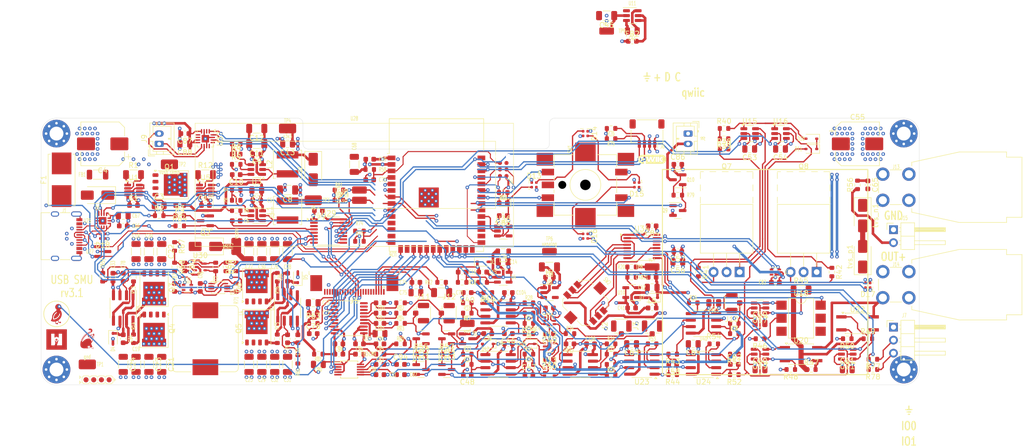
<source format=kicad_pcb>
(kicad_pcb (version 20240108) (generator "pcbnew") (generator_version "8.0")
  (layers (0 "F.Cu" signal "Front") (1 "In1.Cu" signal) (2 "In2.Cu" signal) (31 "B.Cu" signal) (34 "B.Paste" user) (35 "F.Paste" user) (36 "B.SilkS" user "B.Silkscreen") (37 "F.SilkS" user "F.Silkscreen") (38 "B.Mask" user) (39 "F.Mask" user) (44 "Edge.Cuts" user))
  (net 0 "")
  (net 1 "gnd")
  (net 2 "vusb")
  (net 3 "v3v3")
  (net 4 "control.int_link")
  (net 5 "enc.a")
  (net 6 "pd.ic.vconn")
  (net 7 "enc.b")
  (net 8 "enc.sw")
  (net 9 "dir.a")
  (net 10 "dir.center")
  (net 11 "vanalog")
  (net 12 "vcenter")
  (net 13 "dir.c")
  (net 14 "dir.b")
  (net 15 "dir.d")
  (net 16 "vcontrol")
  (net 17 "control.outa")
  (net 18 "control.limit_sink")
  (net 19 "fuse_vusb.pwr_out")
  (net 20 "ci_amps.inp.0")
  (net 21 "vcontroln")
  (net 22 "vref")
  (net 23 "control.drive")
  (net 24 "control.limit_source")
  (net 25 "v5")
  (net 26 "v12")
  (net 27 "control.meas_i")
  (net 28 "control.meas_v")
  (net 29 "mcu.program_en_node")
  (net 30 "ref_div.output")
  (net 31 "i2c_pull.i2c.scl")
  (net 32 "cintref_amps.inn.0")
  (net 33 "outp.port")
  (net 34 "control.isense.ranges[0].isense.pwr_out")
  (net 35 "adc.ic.avdd")
  (net 36 "conv.buck_sw.low_gate_res.a")
  (net 37 "conv.buck_sw.low_gate_res.b")
  (net 38 "adc.ic.dvdd")
  (net 39 "conv.buck_sw.high_gate_res.a")
  (net 40 "conv.buck_sw.high_gate_res.b")
  (net 41 "conv.boost_sw.low_gate_res.a")
  (net 42 "conv.boost_sw.low_gate_res.b")
  (net 43 "control.driver.out")
  (net 44 "conv.boost_sw.high_gate_res.a")
  (net 45 "conv.boost_sw.high_gate_res.b")
  (net 46 "fan_drv.pre.drain")
  (net 47 "reg_v5.fb.output")
  (net 48 "dac.out0")
  (net 49 "conv_ovp.comp.inp")
  (net 50 "conv_ovp.output")
  (net 51 "dac.out1")
  (net 52 "dac.out2")
  (net 53 "pd.int")
  (net 54 "adc.cs")
  (net 55 "control.tp_int")
  (net 56 "i2c_pull.i2c.sda")
  (net 57 "reg_3v3.fb.output")
  (net 58 "mcu.program_boot_node")
  (net 59 "mcu.program_uart_node.b_tx")
  (net 60 "mcu.program_uart_node.a_tx")
  (net 61 "reg_3v3.en_res.b")
  (net 62 "dac.out3")
  (net 63 "ci_amps.inp.1")
  (net 64 "adc.vins.3")
  (net 65 "adc.vins.4")
  (net 66 "adc.vins.5")
  (net 67 "adc.vins.6")
  (net 68 "adc.vins.7")
  (net 69 "vconv")
  (net 70 "reg_v5.en_res.b")
  (net 71 "conv.l2")
  (net 72 "ci_amps.out.0")
  (net 73 "conv.l1")
  (net 74 "control.driver.clamp1.cathode")
  (net 75 "vimeas_amps.inp.1")
  (net 76 "vimeas_amps.inn.0")
  (net 77 "ref_buf.output")
  (net 78 "ci_amps.out.1")
  (net 79 "cintref_amps.inn.1")
  (net 80 "cintref_amps.inp.1")
  (net 81 "oled.iref_res.a")
  (net 82 "oled.reset")
  (net 83 "adc.spi.miso")
  (net 84 "adc.spi.mosi")
  (net 85 "adc.spi.sck")
  (net 86 "oled.device.vcomh")
  (net 87 "usb_chain_0.d_P")
  (net 88 "usb_chain_0.d_N")
  (net 89 "cintref_amps.out.1")
  (net 90 "vcen_rc.output")
  (net 91 "cv_amps.inp.1")
  (net 92 "mi_rc.output")
  (net 93 "cv_amps.out.1")
  (net 94 "cv_amps.inn.1")
  (net 95 "mv_rc.output")
  (net 96 "control.driver.res.res[0].b")
  (net 97 "reg_v12.fb.output")
  (net 98 "led.res.a")
  (net 99 "control.driver.res.res[1].b")
  (net 100 "buck_rc.input")
  (net 101 "conv_sense.output")
  (net 102 "pass_temp.alert")
  (net 103 "conv_temp.alert")
  (net 104 "dac.rdy")
  (net 105 "buck_rc.output")
  (net 106 "boost_rc.input")
  (net 107 "boost_rc.output")
  (net 108 "control.driver.res.b")
  (net 109 "control.driver.high_fet.gate")
  (net 110 "reg_vcontrol.fb.output")
  (net 111 "conv_en_pull.io")
  (net 112 "control.driver.low_fet.gate")
  (net 113 "control.vdiv.output")
  (net 114 "control.isense.ranges[0].pwr_sw.res.a")
  (net 115 "control.isense.ranges[1].isense.pwr_out")
  (net 116 "qwiic_pull.i2c.scl")
  (net 117 "qwiic_pull.i2c.sda")
  (net 118 "dutio.io0")
  (net 119 "dutio.io1")
  (net 120 "fan_drv.control")
  (net 121 "control.isense.ranges[1].pwr_sw.res.a")
  (net 122 "control.isense.ranges[2].isense.pwr_out")
  (net 123 "reg_v5.boot_cap.neg")
  (net 124 "reg_v5.boot_cap.pos")
  (net 125 "control.isense.ranges[2].pwr_sw.res.a")
  (net 126 "reg_vcontroln.cf.neg")
  (net 127 "reg_vcontroln.cf.pos")
  (net 128 "reg_v12.power_path.switch")
  (net 129 "reg_vcontrol.power_path.switch")
  (net 130 "fan.pwr")
  (net 131 "control.ifilt.outp")
  (net 132 "control.isense.sense_out")
  (net 133 "control.ifilt.outn")
  (net 134 "control.vmeas.rg.a")
  (net 135 "conv.boost_sw.driver.ic.bst")
  (net 136 "conv.buck_sw.driver.ic.bst")
  (net 137 "dac_ferrite.pwr_out")
  (net 138 "touch_duck.pad")
  (net 139 "control.vmeas.rg.b")
  (net 140 "control.imeas.rg.a")
  (net 141 "usb.pwr")
  (net 142 "control.imeas.rg.b")
  (net 143 "control.vclamp.r.a")
  (net 144 "control.vclamp.r.b")
  (net 145 "control.snub_r.pwr_out")
  (net 146 "control.iclamp.r.b")
  (net 147 "control.iclamp.r.a")
  (net 148 "spk_drv.i2s.ws")
  (net 149 "spk_drv.i2s.sd")
  (net 150 "spk_drv.i2s.sck")
  (net 151 "adc.mclkin")
  (net 152 "ioe_ctl.io.off_0")
  (net 153 "rgb_shift.input")
  (net 154 "ioe_ui.io.irange_1")
  (net 155 "ioe_ui.io.irange_2")
  (net 156 "control.high_gate_ctl")
  (net 157 "reg_3v3.boot_cap.neg")
  (net 158 "reg_3v3.boot_cap.pos")
  (net 159 "control.low_gate_ctl")
  (net 160 "filt_vcontroln.pwr_out")
  (net 161 "ramp.div.center")
  (net 162 "control.imeas.output")
  (net 163 "control.vmeas.output")
  (net 164 "conv_latch.out")
  (net 165 "conv_latch.ic.out2")
  (net 166 "usb.cc.cc1")
  (net 167 "usb.cc.cc2")
  (net 168 "spk_drv.out.b")
  (net 169 "spk_drv.out.a")
  (net 170 "filt_vusb.pwr_out")
  (net 171 "control.tvs_p.ports.2")
  (net 172 "ioe_ui.io.irange_0")
  (net 173 "rgb_shift.output")
  (net 174 "rgbs.led[4].dout")
  (net 175 "rgbs.led[3].dout")
  (net 176 "rgbs.dout")
  (net 177 "rgbs.led[0].dout")
  (net 178 "rgbs.led[1].dout")
  (net 179 "rgbs.led[2].dout")
  (net 180 "ramp.ctl_fet.drain")
  (net 181 "ramp_pull.io")
  (net 182 "conv_ovp.comp.inn")
  (net 183 "vconvin")
  (net 184 "vusb_ramp")
  (net 185 "dut0_clamp.signal_out")
  (net 186 "dut1_clamp.signal_out")
  (footprint "Connector_JST:JST_SH_SM04B-SRSS-TB_1x04-1MP_P1.00mm_Horizontal" (layer "F.Cu") (at 228 0 180)
    (property "Reference" "J6")
    (property "Value" "qwiic")
  )
  (footprint "Capacitor_SMD:C_0805_2012Metric" (layer "F.Cu") (at 234 25 180)
    (property "Reference" "C56")
    (property "Value" "control.driver.cap_in2")
  )
  (footprint "Diode_SMD:D_SMA" (layer "F.Cu") (at 163 7 -90)
    (property "Reference" "D2")
    (property "Value" "prot_3v3")
  )
  (footprint "Capacitor_SMD:C_0603_1608Metric" (layer "F.Cu") (at 168 43)
    (property "Reference" "C98")
    (property "Value" "adc.dvdd_cap_1")
  )
  (footprint "Capacitor_SMD:C_0603_1608Metric" (layer "F.Cu") (at 245 45)
    (property "Reference" "C62")
    (property "Value" "control.ifilt.c")
  )
  (footprint "Capacitor_SMD:C_0603_1608Metric" (layer "F.Cu") (at 163 35 180)
    (property "Reference" "C72")
    (property "Value" "oled.vdd_cap1")
  )
  (footprint "Capacitor_SMD:C_0805_2012Metric" (layer "F.Cu") (at 241 33)
    (property "Reference" "C103")
    (property "Value" "vimeas_amps.vdd_cap")
  )
  (footprint "Package_SO:SO-4_4.4x3.6mm_P2.54mm" (layer "F.Cu") (at 269 37)
    (property "Reference" "U22")
    (property "Value" "control.isense.ranges[2].pwr_sw.ic")
  )
  (footprint "Resistor_SMD:R_0603_1608Metric" (layer "F.Cu") (at 271 40)
    (property "Reference" "R49")
    (property "Value" "control.isense.ranges[2].isense")
  )
  (footprint "LED_SMD:LED_SK6812_EC15_1.5x1.5mm" (layer "F.Cu") (at 216 20 -90)
    (property "Reference" "D16")
    (property "Value" "rgbs.led[3]")
  )
  (footprint "Inductor_SMD:L_0805_2012Metric" (layer "F.Cu") (at 200 23 180)
    (property "Reference" "L3")
    (property "Value" "reg_v12.power_path.inductor")
  )
  (footprint "Resistor_SMD:R_0603_1608Metric" (layer "F.Cu") (at 137 16)
    (property "Reference" "R3")
    (property "Value" "ramp.div.bottom_res")
  )
  (footprint "Package_TO_SOT_SMD:SOT-23" (layer "F.Cu") (at 234 9 180)
    (property "Reference" "Q10")
    (property "Value" "fan_drv.drv")
  )
  (footprint "Inductor_SMD:L_0603_1608Metric" (layer "F.Cu") (at 225.1375 -18)
    (property "Reference" "FB2")
    (property "Value" "filt_vcontroln")
  )
  (footprint "Package_TO_SOT_SMD:SOT-353_SC-70-5" (layer "F.Cu") (at 209 41.5)
    (property "Reference" "U12")
    (property "Value" "control.comp_source.ic")
  )
  (footprint "Package_TO_SOT_SMD:SOT-23" (layer "F.Cu") (at 189 46)
    (property "Reference" "jfet3")
    (property "Value" "control.iclamp.jfet1")
  )
  (footprint "Capacitor_SMD:C_0603_1608Metric" (layer "F.Cu") (at 196 27)
    (property "Reference" "C15")
    (property "Value" "reg_v12.power_path.out_cap")
  )
  (footprint "Capacitor_SMD:C_0603_1608Metric" (layer "F.Cu") (at 197 39 180)
    (property "Reference" "C39")
    (property "Value" "reg_vref.in_cap")
  )
  (footprint "Capacitor_SMD:C_0603_1608Metric" (layer "F.Cu") (at 225 34)
    (property "Reference" "C41")
    (property "Value" "reg_vcontrol.power_path.in_cap")
  )
  (footprint "Resistor_SMD:R_0603_1608Metric" (layer "F.Cu") (at 136 26 -90)
    (property "Reference" "R68")
    (property "Value" "conv_ovp.ref_div.bottom_res")
  )
  (footprint "Capacitor_SMD:C_1206_3216Metric" (layer "F.Cu") (at 158 11 180)
    (property "Reference" "C8")
    (property "Value" "reg_v5.power_path.out_cap")
  )
  (footprint "Inductor_SMD:L_Sunlord_SWPA5040S" (layer "F.Cu") (at 158 15 90)
    (property "Reference" "L1")
    (property "Value" "reg_v5.power_path.inductor")
  )
  (footprint "Capacitor_SMD:C_0805_2012Metric" (layer "F.Cu") (at 183 31)
    (property "Reference" "C75")
    (property "Value" "oled.vcc_cap2")
  )
  (footprint "Resistor_SMD:R_0603_1608Metric" (layer "F.Cu") (at 193 35)
    (property "Reference" "R17")
    (property "Value" "ref_div.top_res")
  )
  (footprint "Capacitor_SMD:C_0603_1608Metric" (layer "F.Cu") (at 217 41 180)
    (property "Reference" "C106")
    (property "Value" "cintref_amps.vdd_cap")
  )
  (footprint "Resistor_SMD:R_0603_1608Metric" (layer "F.Cu") (at 221 41)
    (property "Reference" "R24")
    (property "Value" "control.dmeas.rf")
  )
  (footprint "LED_SMD:LED_SK6812_EC15_1.5x1.5mm" (layer "F.Cu") (at 226 10 180)
    (property "Reference" "D15")
    (property "Value" "rgbs.led[2]")
  )
  (footprint "Resistor_SMD:R_0603_1608Metric" (layer "F.Cu") (at 213 39)
    (property "Reference" "R34")
    (property "Value" "control.int.r")
  )
  (footprint "Capacitor_SMD:C_1206_3216Metric" (layer "F.Cu") (at 209 26 180)
    (property "Reference" "C38")
    (property "Value" "reg_analog.out_cap")
  )
  (footprint "Package_TO_SOT_SMD:SOT-353_SC-70-5" (layer "F.Cu") (at 141 26)
    (property "Reference" "U30")
    (property "Value" "conv_ovp.comp.ic")
  )
  (footprint "Resistor_SMD:R_0603_1608Metric" (layer "F.Cu") (at 245 43 180)
    (property "Reference" "R51")
    (property "Value" "control.ifilt.rp")
  )
  (footprint "Package_SO:SOIC-8_3.9x4.9mm_P1.27mm" (layer "F.Cu") (at 158 34 90)
    (property "Reference" "U7")
    (property "Value" "conv.boost_sw.driver.ic")
  )
  (footprint "Capacitor_SMD:C_0603_1608Metric" (layer "F.Cu") (at 137 14 180)
    (property "Reference" "C2")
    (property "Value" "ramp.cap_gd")
  )
  (footprint "Resistor_SMD:R_0603_1608Metric" (layer "F.Cu") (at 233 43 180)
    (property "Reference" "R43")
    (property "Value" "control.vdiv.top_res")
  )
  (footprint "Resistor_SMD:R_0603_1608Metric" (layer "F.Cu") (at 160 44 90)
    (property "Reference" "R66")
    (property "Value" "boost_rc.r")
  )
  (footprint "Capacitor_SMD:C_0603_1608Metric" (layer "F.Cu") (at 193 31 180)
    (property "Reference" "C40")
    (property "Value" "ref_rc.c")
  )
  (footprint "Resistor_SMD:R_0603_1608Metric" (layer "F.Cu") (at 205 33)
    (property "Reference" "R28")
    (property "Value" "control.err_volt.rout")
  )
  (footprint "Resistor_SMD:R_0603_1608Metric" (layer "F.Cu") (at 205 39 180)
    (property "Reference" "R26")
    (property "Value" "control.err_volt.rtop")
  )
  (footprint "Resistor_SMD:R_0603_1608Metric" (layer "F.Cu") (at 221 -1)
    (property "Reference" "R76")
    (property "Value" "qwiic_pull.sda_res")
  )
  (footprint "Package_DFN_QFN:PQFN-8-EP_6x5mm_P1.27mm_Generic" (layer "F.Cu") (at 135 10)
    (property "Reference" "Q1")
    (property "Value" "ramp.drv")
  )
  (footprint "edg:TestPoint_TE_RCT_0805" (layer "F.Cu") (at 148 22 -90)
    (property "Reference" "TP5")
    (property "Value" "vconv")
  )
  (footprint "Package_SO:SOIC-8_3.9x4.9mm_P1.27mm" (layer "F.Cu") (at 126 34 -90)
    (property "Reference" "U6")
    (property "Value" "conv.buck_sw.driver.ic")
  )
  (footprint "Resistor_SMD:R_0603_1608Metric" (layer "F.Cu") (at 148 13)
    (property "Reference" "R5")
    (property "Value" "reg_v5.fb.bottom_res")
  )
  (footprint "Package_DFN_QFN:PQFN-8-EP_6x5mm_P1.27mm_Generic" (layer "F.Cu") (at 132 38 -90)
    (property "Reference" "Q4")
    (property "Value" "conv.buck_sw.high_fet")
  )
  (footprint "Capacitor_SMD:C_0603_1608Metric" (layer "F.Cu") (at 174 5)
    (property "Reference" "C69")
    (property "Value" "mcu.vcc_cap1")
  )
  (footprint "Resistor_SMD:R_0603_1608Metric" (layer "F.Cu") (at 196 29 180)
    (property "Reference" "R11")
    (property "Value" "reg_v12.fb.bottom_res")
  )
  (footprint "Capacitor_SMD:C_1206_3216Metric" (layer "F.Cu") (at 153 23 90)
    (property "Reference" "C30")
    (property "Value" "conv.power_path.out_cap.c[5]")
  )
  (footprint "Capacitor_SMD:C_0805_2012Metric" (layer "F.Cu") (at 126 16)
    (property "Reference" "C67")
    (property "Value" "pd.vdd_cap[1]")
  )
  (footprint "Resistor_SMD:R_0603_1608Metric" (layer "F.Cu") (at 256 46 180)
    (property "Reference" "R48")
    (property "Value" "control.isense.ranges[1].pwr_sw.res")
  )
  (footprint "Resistor_SMD:R_0603_1608Metric" (layer "F.Cu") (at 128 28 90)
    (property "Reference" "R13")
    (property "Value" "conv.buck_sw.low_gate_res")
  )
  (footprint "Package_TO_SOT_SMD:SOT-23" (layer "F.Cu") (at 122 23)
    (property "Reference" "U27")
    (property "Value" "usb_esd")
  )
  (footprint "MountingHole:MountingHole_2.7mm_M2.5_Pad_Via" (layer "F.Cu") (at 278 46)
    (property "Reference" "MH4" (hide yes))
    (property "Value" "MountingHole_2.7mm_M2.5_Pad_Via")
  )
  (footprint "Capacitor_SMD:C_0805_2012Metric" (layer "F.Cu") (at 158 2 180)
    (property "Reference" "C13")
    (property "Value" "reg_3v3.power_path.out_cap")
  )
  (footprint "Package_SO:TSSOP-16_4.4x5mm_P0.65mm" (layer "F.Cu") (at 227 22)
    (property "Reference" "U34")
    (property "Value" "ioe_ui.ic")
  )
  (footprint "Capacitor_SMD:CP_Elec_8x10" (layer "F.Cu") (at 269 2)
    (property "Reference" "C55")
    (property "Value" "control.driver.cap_in1")
  )
  (footprint "Package_TO_SOT_SMD:SOT-23-8" (layer "F.Cu") (at 142 11)
    (property "Reference" "U5")
    (property "Value" "convin_sense.ic")
  )
  (footprint "Package_TO_SOT_SMD:SOT-23-5" (layer "F.Cu") (at 209 31)
    (property "Reference" "U8")
    (property "Value" "reg_analog.ic")
  )
  (footprint "Capacitor_SMD:C_0603_1608Metric" (layer "F.Cu") (at 128 14)
    (property "Reference" "C1")
    (property "Value" "vusb_sense.vs_cap")
  )
  (footprint "Resistor_SMD:R_0603_1608Metric" (layer "F.Cu") (at 148 26 90)
    (property "Reference" "R69")
    (property "Value" "conv_ovp.comp_div.top_res")
  )
  (footprint "Connector_JST:JST_PH_B2B-PH-K_1x02_P2.00mm_Vertical" (layer "F.Cu") (at 133 2 90)
    (property "Reference" "J9")
    (property "Value" "spk")
  )
  (footprint "Resistor_SMD:R_0603_1608Metric" (layer "F.Cu") (at 205 37 180)
    (property "Reference" "R29")
    (property "Value" "control.err_volt.rfine")
  )
  (footprint "Resistor_SMD:R_0603_1608Metric" (layer "F.Cu") (at 269 10 90)
    (property "Reference" "R56")
    (property "Value" "control.snub_r")
  )
  (footprint "Capacitor_SMD:C_1206_3216Metric" (layer "F.Cu") (at 153 45 90)
    (property "Reference" "C29")
    (property "Value" "conv.power_path.out_cap.c[4]")
  )
  (footprint "Package_TO_SOT_SMD:SOT-363_SC-70-6" (layer "F.Cu") (at 209 36.5)
    (property "Reference" "U14")
    (property "Value" "control.off_sw.ic")
  )
  (footprint "Resistor_SMD:R_0603_1608Metric" (layer "F.Cu") (at 188 29)
    (property "Reference" "R62")
    (property "Value" "oled.iref_res")
  )
  (footprint "Capacitor_SMD:C_0805_2012Metric" (layer "F.Cu") (at 225.1375 -20 180)
    (property "Reference" "C44")
    (property "Value" "reg_vcontroln.cf")
  )
  (footprint "Resistor_SMD:R_0603_1608Metric" (layer "F.Cu") (at 168 13)
    (property "Reference" "R60")
    (property "Value" "i2c_pull.scl_res")
  )
  (footprint "Package_SO:TSSOP-16_4.4x5mm_P0.65mm" (layer "F.Cu") (at 166 19)
    (property "Reference" "U29")
    (property "Value" "ioe_ctl.ic")
  )
  (footprint "Capacitor_SMD:C_1206_3216Metric" (layer "F.Cu") (at 158 45 90)
    (property "Reference" "C31")
    (property "Value" "conv.power_path.out_cap.c[6]")
  )
  (footprint "Capacitor_SMD:C_1206_3216Metric" (layer "F.Cu") (at 152 2 180)
    (property "Reference" "C11")
    (property "Value" "reg_3v3.power_path.in_cap.c[0]")
  )
  (footprint "Resistor_SMD:R_0603_1608Metric" (layer "F.Cu") (at 200 11.5 180)
    (property "Reference" "R59")
    (property "Value" "led.res")
  )
  (footprint "Capacitor_SMD:C_0603_1608Metric" (layer "F.Cu") (at 176 37)
    (property "Reference" "C101")
    (property "Value" "mv_rc.c")
  )
  (footprint "Diode_SMD:D_SOD-323" (layer "F.Cu") (at 229 32 180)
    (property "Reference" "D7")
    (property "Value" "reg_vcontrol.rect")
  )
  (footprint "Capacitor_SMD:C_1206_3216Metric" (layer "F.Cu") (at 128.5 45 -90)
    (property "Reference" "C19")
    (property "Value" "conv.power_path.in_cap.c[1]")
  )
  (footprint "Capacitor_SMD:C_0603_1608Metric" (layer "F.Cu") (at 200 16 180)
    (property "Reference" "C85")
    (property "Value" "rgb_shift.vdd_cap")
  )
  (footprint "Capacitor_SMD:C_1206_3216Metric" (layer "F.Cu") (at 131 23 -90)
    (property "Reference" "C20")
    (property "Value" "conv.power_path.in_cap.c[2]")
  )
  (footprint "edg:RotaryEncoder_Bourns_PEC11S" (layer "F.Cu") (at 216 10)
    (property "Reference" "SW1")
    (property "Value" "enc")
  )
  (footprint "Resistor_SMD:R_0603_1608Metric" (layer "F.Cu") (at 148 11 180)
    (property "Reference" "R4")
    (property "Value" "reg_v5.fb.top_res")
  )
  (footprint "Package_TO_SOT_SMD:SOT-23" (layer "F.Cu") (at 234 15)
    (property "Reference" "Q9")
    (property "Value" "fan_drv.pre")
  )
  (footprint "Connector_PinHeader_2.54mm:PinHeader_1x02_P2.54mm_Horizontal" (layer "F.Cu") (at 276 18.73)
    (property "Reference" "J15")
    (property "Value" "outd")
  )
  (footprint "Resistor_SMD:R_0603_1608Metric" (layer "F.Cu") (at 156 28 90)
    (property "Reference" "R16")
    (property "Value" "conv.boost_sw.high_gate_res")
  )
  (footprint "Resistor_SMD:R_0603_1608Metric" (layer "F.Cu") (at 180 35 180)
    (property "Reference" "R84")
    (property "Value" "mi_rc.r")
  )
  (footprint "Diode_SMD:D_SOD-323" (layer "F.Cu") (at 197 41 180)
    (property "Reference" "D9")
    (property "Value" "control.err_sink.diode")
  )
  (footprint "Connector:Tag-Connect_TC2030-IDC-NL_2x03_P1.27mm_Vertical" (layer "F.Cu") (at 200 7 90)
    (property "Reference" "J4")
    (property "Value" "mcu.prog")
  )
  (footprint "edg:TestPoint_TE_RCT_0805" (layer "F.Cu") (at 209 23)
    (property "Reference" "TP6")
    (property "Value" "vanalog")
  )
  (footprint "Capacitor_SMD:C_0603_1608Metric" (layer "F.Cu") (at 201 41 180)
    (property "Reference" "C105")
    (property "Value" "ci_amps.vdd_cap")
  )
  (footprint "Resistor_SMD:R_0603_1608Metric" (layer "F.Cu") (at 172 21)
    (property "Reference" "R73")
    (property "Value" "conv_sense.top_res")
  )
  (footprint "Capacitor_SMD:C_0603_1608Metric" (layer "F.Cu") (at 164 15 180)
    (property "Reference" "C77")
    (property "Value" "ioe_ctl.vdd_cap")
  )
  (footprint "Resistor_SMD:R_0603_1608Metric" (layer "F.Cu") (at 148 6)
    (property "Reference" "R9")
    (property "Value" "reg_3v3.en_res")
  )
  (footprint "Resistor_SMD:R_0603_1608Metric" (layer "F.Cu") (at 180 41 180)
    (property "Reference" "R80")
    (property "Value" "adc.avdd_res")
  )
  (footprint "Package_DFN_QFN:QFN-16-1EP_3x3mm_P0.5mm_EP1.45x1.45mm" (layer "F.Cu") (at 142 1 -90)
    (property "Reference" "U37")
    (property "Value" "spk_drv.ic")
  )
  (footprint "Connector_USB:USB_C_Receptacle_XKB_U262-16XN-4BVC11" (layer "F.Cu") (at 113.785 20 -90)
    (property "Reference" "J1")
    (property "Value" "usb")
  )
  (footprint "Connector:CalTest_CT3151" (layer "F.Cu") (at 279 13 180)
    (property "Reference" "J13")
    (property "Value" "outn")
  )
  (footprint "edg:TestPoint_TE_RCT_0805" (layer "F.Cu") (at 135 6 180)
    (property "Reference" "TP2")
    (property "Value" "vusb_ramp")
  )
  (footprint "Resistor_SMD:R_0603_1608Metric" (layer "F.Cu") (at 180 37 180)
    (property "Reference" "R83")
    (property "Value" "mv_rc.r")
  )
  (footprint "Resistor_SMD:R_0603_1608Metric" (layer "F.Cu") (at 148 30 -90)
    (property "Reference" "R71")
    (property "Value" "conv_en_pull")
  )
  (footprint "Connector_JST:JST_PH_B2B-PH-K_1x02_P2.00mm_Vertical" (layer "F.Cu") (at 236 0 -90)
    (property "Reference" "J8")
    (property "Value" "fan")
  )
  (footprint "Capacitor_SMD:C_1206_3216Metric" (layer "F.Cu") (at 131 45 -90)
    (property "Reference" "C23")
    (property "Value" "conv.power_path.in_cap.c[5]")
  )
  (footprint "Package_TO_SOT_SMD:SOT-353_SC-70-5" (layer "F.Cu") (at 209 46.5)
    (property "Reference" "U13")
    (property "Value" "control.comp_sink.ic")
  )
  (footprint "Resistor_SMD:R_0603_1608Metric" (layer "F.Cu") (at 272 44 180)
    (property "Reference" "R77")
    (property "Value" "dut0_clamp")
  )
  (footprint "Resistor_SMD:R_1206_3216Metric" (layer "F.Cu") (at 142 8)
    (property "Reference" "R12")
    (property "Value" "convin_sense.Rs")
  )
  (footprint "Package_DFN_QFN:PQFN-8-EP_6x5mm_P1.27mm_Generic" (layer "F.Cu") (at 152 38 90)
    (property "Reference" "Q5")
    (property "Value" "conv.boost_sw.low_fet")
  )
  (footprint "Package_SO:SOIC-8_3.9x4.9mm_P1.27mm" (layer "F.Cu") (at 239 45 180)
    (property "Reference" "U24")
    (property "Value" "control.imeas.ic")
  )
  (footprint "Package_SO:VSSOP-8_2.4x2.1mm_P0.5mm" (layer "F.Cu") (at 144.5 30)
    (property "Reference" "U31")
    (property "Value" "conv_latch.ic")
  )
  (footprint "Package_TO_SOT_SMD:SOT-23-5" (layer "F.Cu") (at 225 31 180)
    (property "Reference" "U10")
    (property "Value" "reg_vcontrol.ic")
  )
  (footprint "Capacitor_SMD:C_1206_3216Metric" (layer "F.Cu") (at 158 23 90)
    (property "Reference" "C28")
    (property "Value" "conv.power_path.out_cap.c[3]")
  )
  (footprint "Resistor_SMD:R_0603_1608Metric" (layer "F.Cu") (at 205 35 180)
    (property "Reference" "R27")
    (property "Value" "control.err_volt.rbot")
  )
  (footprint "Package_TO_SOT_SMD:SOT-23" (layer "F.Cu") (at 142 17 180)
    (property "Reference" "Q2")
    (property "Value" "ramp.ctl_fet")
  )
  (footprint "edg:Indicator_IdDots_4" (layer "F.Cu") (at 121 48)
    (property "Reference" "" (hide yes))
    (property "Value" "Indicator_IdDots_4")
  )
  (footprint "Resistor_SMD:R_0603_1608Metric" (layer "F.Cu") (at 237 33)
    (property "Reference" "R35")
    (property "Value" "control.hvclamp")
  )
  (footprint "Diode_SMD:D_SMA" (layer "F.Cu") (at 121 12 180)
    (property "Reference" "D1")
    (property "Value" "prot_vusb")
  )
  (footprint "RF_Module:ESP32-S3-WROOM-1" (layer "F.Cu") (at 187 10)
    (property "Reference" "U26")
    (property "Value" "mcu.ic")
  )
  (footprint "Resistor_SMD:R_0603_1608Metric" (layer "F.Cu") (at 221 47 180)
    (property "Reference" "R25")
    (property "Value" "control.dmeas.rg")
  )
  (footprint "Package_TO_SOT_THT:TO-220-3_Horizontal_TabUp" (layer "F.Cu") (at 261.04 27 180)
    (property "Reference" "Q8")
    (property "Value" "control.driver.low_fet")
  )
  (footprint "Capacitor_SMD:C_1206_3216Metric" (layer "F.Cu") (at 188 31)
    (property "Reference" "C71")
    (property "Value" "oled.vcomh_cap")
  )
  (footprint "Package_TO_SOT_SMD:SOT-23-5" (layer "F.Cu") (at 200 28)
    (property "Reference" "U4")
    (property "Value" "reg_v12.ic")
  )
  (footprint "edg:Symbol_HiLabSolid" (layer "F.Cu") (at 113.02468 40.147114)
    (property "Reference" "SYM2" (hide yes))
    (property "Value" "G***" (hide yes))
  )
  (footprint "Resistor_SMD:R_0603_1608Metric" (layer "F.Cu") (at 234 12)
    (property "Reference" "R79")
    (property "Value" "fan_drv.pull")
  )
  (footprint "Resistor_SMD:R_0603_1608Metric" (layer "F.Cu") (at 193 43)
    (property "Reference" "R33")
    (property "Value" "control.err_sink.rbot")
  )
  (footprint "Inductor_SMD:L_0603_1608Metric" (layer "F.Cu") (at 176 43 180)
    (property "Reference" "FB3")
    (property "Value" "dac_ferrite")
  )
  (footprint "Capacitor_SMD:C_0805_2012Metric" (layer "F.Cu") (at 133 14)
    (property "Reference" "C3")
    (property "Value" "ramp.cap_gs")
  )
  (footprint "Capacitor_SMD:C_0805_2012Metric" (layer "F.Cu") (at 237 41 180)
    (property "Reference" "C64")
    (property "Value" "control.imeas.vdd_cap")
  )
  (footprint "Capacitor_SMD:C_0805_2012Metric" (layer "F.Cu") (at 200 25 180)
    (property "Reference" "C14")
    (property "Value" "reg_v12.power_path.in_cap")
  )
  (footprint "edg:JlcToolingHole_1.152mm" (layer "F.Cu") (at 116 43)
    (property "Reference" "H2" (hide yes))
    (property "Value" "jlc_th.th2")
  )
  (footprint "Resistor_SMD:R_0603_1608Metric" (layer "F.Cu") (at 221 43 180)
    (property "Reference" "R22")
    (property "Value" "control.dmeas.r1")
  )
  (footprint "Capacitor_SMD:C_0603_1608Metric" (layer "F.Cu") (at 148 8 180)
    (property "Reference" "C10")
    (property "Value" "reg_3v3.boot_cap")
  )
  (footprint "Capacitor_SMD:C_0805_2012Metric" (layer "F.Cu") (at 250 46)
    (property "Reference" "C60")
    (property "Value" "control.isense.ranges[1].sense_sw.vdd_cap")
  )
  (footprint "Capacitor_SMD:C_0603_1608Metric" (layer "F.Cu") (at 183 29)
    (property "Reference" "C74")
    (property "Value" "oled.vcc_cap1")
  )
  (footprint "Resistor_SMD:R_0603_1608Metric" (layer "F.Cu") (at 233 47 180)
    (property "Reference" "R44")
    (property "Value" "control.vdiv.bottom_res")
  )
  (footprint "Capacitor_SMD:C_0603_1608Metric" (layer "F.Cu") (at 201 39 180)
    (property "Reference" "C46")
    (property "Value" "control.err_volt.cin")
  )
  (footprint "Capacitor_SMD:C_1206_3216Metric" (layer "F.Cu") (at 155.5 23 90)
    (property "Reference" "C26")
    (property "Value" "conv.power_path.out_cap.c[1]")
  )
  (footprint "Capacitor_SMD:C_0603_1608Metric" (layer "F.Cu") (at 209 39 180)
    (property "Reference" "C49")
    (property "Value" "control.comp_source.vdd_cap")
  )
  (footprint "Resistor_SMD:R_0603_1608Metric" (layer "F.Cu") (at 122 28 -90)
    (property "Reference" "R65")
    (property "Value" "buck_rc.r")
  )
  (footprint "Connector_Coaxial:U.FL_Hirose_U.FL-R-SMT-1_Vertical" (layer "F.Cu") (at 189 35)
    (property "Reference" "J12")
    (property "Value" "tp_mi")
  )
  (footprint "Resistor_SMD:R_0603_1608Metric" (layer "F.Cu") (at 241 41)
    (property "Reference" "R54")
    (property "Value" "control.imeas.rg")
  )
  (footprint "Resistor_SMD:R_0603_1608Metric" (layer "F.Cu") (at 133 16)
    (property "Reference" "R2")
    (property "Value" "ramp.div.top_res")
  )
  (footprint "edg:TestPoint_TE_RCT_0805" (layer "F.Cu") (at 119 45 180)
    (property "Reference" "TP1")
    (property "Value" "gnd")
  )
  (footprint "Capacitor_SMD:C_0603_1608Metric" (layer "F.Cu") (at 172 43)
    (property "Reference" "C89")
    (property "Value" "dac.vdd_cap[0]")
  )
  (footprint "Diode_SMD:D_SOD-323" (layer "F.Cu") (at 196 25)
    (property "Reference" "D3")
    (property "Value" "reg_v12.rect")
  )
  (footprint "Capacitor_SMD:C_0603_1608Metric" (layer "F.Cu") (at 124 28 90)
    (property "Reference" "C33")
    (property "Value" "conv.buck_sw.driver.cap")
  )
  (footprint "Resistor_SMD:R_0603_1608Metric" (layer "F.Cu") (at 238 27 -90)
    (property "Reference" "R41")
    (property "Value" "control.driver.high_res")
  )
  (footprint "Resistor_SMD:R_0603_1608Metric" (layer "F.Cu") (at 164 43)
    (property "Reference" "R81")
    (property "Value" "adc.dvdd_res")
  )
  (footprint "Capacitor_SMD:C_0805_2012Metric" (layer "F.Cu") (at 152 11 180)
    (property "Reference" "C7")
    (property "Value" "reg_v5.power_path.in_cap")
  )
  (footprint "edg:Symbol_LemurSolid" (layer "F.Cu") (at 119 40)
    (property "Reference" "SYM1" (hide yes))
    (property "Value" "G***" (hide yes))
  )
  (footprint "Capacitor_SMD:C_1206_3216Metric" (layer "F.Cu") (at 220.1375 -23 180)
    (property "Reference" "C45")
    (property "Value" "reg_vcontroln.cout")
  )
  (footprint "Resistor_SMD:R_1206_3216Metric" (layer "F.Cu") (at 128 8)
    (property "Reference" "R1")
    (property "Value" "vusb_sense.Rs")
  )
  (footprint "Package_TO_SOT_SMD:SOT-23-6" (layer "F.Cu") (at 152 7 180)
    (property "Reference" "U3")
    (property "Value" "reg_3v3.ic")
  )
  (footprint "LED_SMD:LED_SK6812_EC15_1.5x1.5mm" (layer "F.Cu") (at 271 29.58 180)
    (property "Reference" "D17")
    (property "Value" "rgbs.led[4]")
  )
  (footprint "Inductor_SMD:L_Sunlord_SWPA5040S" (layer "F.Cu") (at 158 6 90)
    (property "Reference" "L2")
    (property "Value" "reg_3v3.power_path.inductor")
  )
  (footprint "edg:TestPoint_TE_RCT_0805" (layer "F.Cu") (at 163 13 180)
    (property "Reference" "TP3")
    (property "Value" "v5")
  )
  (footprint "Capacitor_SMD:C_0805_2012Metric" (layer "F.Cu") (at 250 37)
    (property "Reference" "C59")
    (property "Value" "control.isense.ranges[0].sense_sw.vdd_cap")
  )
  (footprint "Capacitor_SMD:C_0603_1608Metric" (layer "F.Cu") (at 229 18 180)
    (property "Reference" "C84")
    (property "Value" "ioe_ui.vdd_cap")
  )
  (footprint "Package_SO:SOIC-8_3.9x4.9mm_P1.27mm" (layer "F.Cu") (at 239 37 180)
    (property "Reference" "U40")
    (property "Value" "vimeas_amps.ic")
  )
  (footprint "Capacitor_SMD:C_0603_1608Metric" (layer "F.Cu") (at 172 41 180)
    (property "Reference" "C96")
    (property "Value" "adc.avdd_cap_1")
  )
  (footprint "Resistor_SMD:R_0603_1608Metric" (layer "F.Cu") (at 221 45 180)
    (property "Reference" "R23")
    (property "Value" "control.dmeas.r2")
  )
  (footprint "Resistor_SMD:R_0603_1608Metric" (layer "F.Cu") (at 243 1 180)
    (property "Reference" "R39")
    (property "Value" "control.driver.res.res[1]")
  )
  (footprint "Resistor_SMD:R_0603_1608Metric" (layer "F.Cu") (at 193 33 180)
    (property "Reference" "R18")
    (property "Value" "ref_div.bottom_res")
  )
  (footprint "Resistor_SMD:R_0603_1608Metric" (layer "F.Cu") (at 192 29)
    (property "Reference" "R10")
    (property "Value" "reg_v12.fb.top_res")
  )
  (footprint "Package_TO_SOT_SMD:SOT-23-6" (layer "F.Cu") (at 250 34 180)
    (property "Reference" "U17")
    (property "Value" "control.isense.ranges[0].sense_sw.ic")
  )
  (footprint "Capacitor_SMD:C_0603_1608Metric" (layer "F.Cu") (at 234 23 180)
    (property "Reference" "C57")
    (property "Value" "control.driver.cap_in3")
  )
  (footprint "edg:TestPoint_TE_RCT_0805" (layer "F.Cu") (at 172 13)
    (property "Reference" "TP10")
    (property "Value" "i2c.scl")
  )
  (footprint "Resistor_SMD:R_0603_1608Metric" (layer "F.Cu") (at 136 22 -90)
    (property "Reference" "R67")
    (property "Value" "conv_ovp.ref_div.top_res")
  )
  (footprint "Resistor_SMD:R_0603_1608Metric" (layer "F.Cu") (at 146 26 -90)
    (property "Reference" "R70")
    (property "Value" "conv_ovp.comp_div.bottom_res")
  )
  (footprint "Resistor_SMD:R_0603_1608Metric" (layer "F.Cu") (at 245 47 180)
    (property "Reference" "R52")
    (property "Value" "control.ifilt.rn")
  )
  (footprint "Capacitor_SMD:C_0603_1608Metric" (layer "F.Cu") (at 148 17 180)
    (property "Reference" "C6")
    (property "Value" "reg_v5.boot_cap")
  )
  (footprint "Resistor_SMD:R_0603_1608Metric" (layer "F.Cu") (at 205 45 180)
    (property "Reference" "R30")
    (property "Value" "control.err_source.rtop")
  )
  (footprint "Resistor_SMD:R_0603_1608Metric" (layer "F.Cu") (at 156 40 -90)
    (property "Reference" "R15")
    (property "Value" "conv.boost_sw.low_gate_res")
  )
  (footprint "Resistor_SMD:R_0603_1608Metric" (layer "F.Cu") (at 260 46)
    (property "Reference" "R47")
    (property "Value" "control.isense.ranges[1].isense")
  )
  (footprint "Capacitor_SMD:C_0603_1608Metric" (layer "F.Cu") (at 152 13 180)
    (property "Reference" "C5")
    (property "Value" "reg_v5.hf_in_cap")
  )
  (footprint "Package_DFN_QFN:WQFN-14-1EP_2.5x2.5mm_P0.5mm_EP1.45x1.45mm" (layer "F.Cu") (at 122 17 180)
    (property "Reference" "U25")
    (property "Value" "pd.ic")
  )
  (footprint "MountingHole:MountingHole_2.7mm_M2.5_Pad_Via" (layer "F.Cu") (at 278 0)
    (property "Reference" "MH2" (hide yes))
    (property "Value" "MountingHole_2.7mm_M2.5_Pad_Via")
  )
  (footprint "edg:Lcd_Er_Oled022_1_Outline" (layer "F.Cu") (at 171 8.05)
    (property "Reference" "U28")
    (property "Value" "oled.lcd")
  )
  (footprint "Capacitor_SMD:C_0603_1608Metric" (layer "F.Cu") (at 180 45)
    (property "Reference" "C94")
    (property "Value" "dac.out_cap[3]")
  )
  (footprint "Package_TO_SOT_SMD:SOT-23-6" (layer "F.Cu") (at 267 43 180)
    (property "Reference" "U21")
    (property "Value" "control.isense.ranges[2].sense_sw.ic")
  )
  (footprint "Capacitor_SMD:C_0805_2012Metric" (layer "F.Cu") (at 176 39)
    (property "Reference" "C99")
    (property "Value" "adc.vref_cap")
  )
  (footprint "Capacitor_SMD:C_0603_1608Metric" (layer "F.Cu") (at 209 44 180)
    (property "Reference" "C50")
    (property "Value" "control.comp_sink.vdd_cap")
  )
  (footprint "Package_TO_SOT_SMD:SOT-23-6" (layer "F.Cu") (at 152 16 180)
    (property "Reference" "U2")
    (property "Value" "reg_v5.ic")
  )
  (footprint "Connector:CalTest_CT3151" (layer "F.Cu") (at 279 32 180)
    (property "Reference" "J14")
    (property "Value" "outp")
  )
  (footprint "Package_SO:MSOP-10_3x3mm_P0.5mm" (layer "F.Cu") (at 170 46)
    (property "Reference" "U38")
    (property "Value" "dac.ic")
  )
  (footprint "Package_TO_SOT_SMD:SOT-23" (layer "F.Cu") (at 193 40)
    (property "Reference" "U9")
    (property "Value" "reg_vref.ic")
  )
  (footprint "Resistor_SMD:R_0603_1608Metric" (layer "F.Cu") (at 148 15)
    (property "Reference" "R6")
    (property "Value" "reg_v5.en_res")
  )
  (footprint "Capacitor_SMD:C_0603_1608Metric" (layer "F.Cu") (at 229 28 180)
    (property "Reference" "C43")
    (property "Value" "reg_vcontrol.cf")
  )
  (footprint "Capacitor_SMD:C_0805_2012Metric" (layer "F.Cu") (at 163 33 180)
    (property "Reference" "C73")
    (property "Value" "oled.vdd_cap2")
  )
  (footprint "Capacitor_SMD:C_0603_1608Metric" (layer "F.Cu") (at 176 35)
    (property "Reference" "C102")
    (property "Value" "mi_rc.c")
  )
  (footprint "Capacitor_SMD:C_0805_2012Metric" (layer "F.Cu") (at 164 45 180)
    (property "Reference" "C90")
    (property "Value" "dac.vdd_cap[1]")
  )
  (footprint "Capacitor_SMD:C_0805_2012Metric" (layer "F.Cu") (at 138 2 180)
    (property "Reference" "C88")
    (property "Value" "spk_drv.pwr_cap1")
  )
  (footprint "Resistor_SMD:R_0603_1608Metric" (layer "F.Cu") (at 137 18)
    (property "Reference" "R64")
    (property "Value" "ramp_pull")
  )
  (footprint "Diode_SMD:D_SMA" (layer "F.Cu") (at 270 16 -90)
    (property "Reference" "tvs_n1")
    (property "Value" "control.tvs_n")
  )
  (footprint "Capacitor_SMD:C_0603_1608Metric" (layer "F.Cu") (at 193 47 180)
    (property "Reference" "C48")
    (property "Value" "control.err_sink.cin")
  )
  (footprint "Package_DFN_QFN:PQFN-8-EP_6x5mm_P1.27mm_Generic" (layer "F.Cu") (at 132 30 -90)
    (property "Reference" "Q3")
    (property "Value" "conv.buck_sw.low_fet")
  )
  (footprint "Resistor_SMD:R_0603_1608Metric" (layer "F.Cu") (at 189 43)
    (property "Reference" "R57")
    (property "Value" "control.iclamp.r")
  )
  (footprint "Package_SO:SOIC-8_3.9x4.9mm_P1.27mm" (layer "F.Cu") (at 215 45)
    (property "Reference" "U43")
    (property "Value" "cintref_amps.ic")
  )
  (footprint "Capacitor_SMD:C_1206_3216Metric" (layer "F.Cu") (at 155.5 45 90)
    (property "Reference" "C32")
    (property "Value" "conv.power_path.out_cap.c[7]")
  )
  (footprint "Capacitor_SMD:C_0603_1608Metric" (layer "F.Cu") (at 136 30 90)
    (property "Reference" "C83")
    (property "Value" "conv_temp.vdd_cap")
  )
  (footprint "Resistor_SMD:R_0603_1608Metric" (layer "F.Cu") (at 250 40 180)
    (property "Reference" "R46")
    (property "Value" "control.isense.ranges[0].pwr_sw.res")
  )
  (footprint "Connector_Coaxial:U.FL_Hirose_U.FL-R-SMT-1_Vertical" (layer "F.Cu") (at 184 35)
    (property "Reference" "J11")
    (property "Value" "tp_mv")
  )
  (footprint "Resistor_SMD:R_0603_1608Metric" (layer "F.Cu") (at 267 40 180)
    (property "Reference" "R50")
    (property "Value" "control.isense.ranges[2].pwr_sw.res")
  )
  (footprint "Capacitor_SMD:C_0603_1608Metric" (layer "F.Cu") (at 213 41 180)
    (property "Reference" "C52")
    (property "Value" "control.int.c")
  )
  (footprint "Resistor_SMD:R_0603_1608Metric" (layer "F.Cu") (at 148 2 180)
    (property "Reference" "R7")
    (property "Value" "reg_3v3.fb.top_res")
  )
  (footprint "Diode_SMD:D_SMA" (layer "F.Cu") (at 142 22 180)
    (property "Reference" "D6")
    (property "Value" "prot_conv")
  )
  (footprint "Capacitor_SMD:C_0603_1608Metric" (layer "F.Cu") (at 205 47)
    (property "Reference" "C47")
    (property "Value" "control.err_source.cin")
  )
  (footprint "Capacitor_SMD:C_0603_1608Metric" (layer "F.Cu") (at 176 41)
    (property "Reference" "C95")
    (property "Value" "adc.avdd_cap_0")
  )
  (footprint "Resistor_SMD:R_0603_1608Metric" (layer "F.Cu") (at 225 28)
    (property "Reference" "R21")
    (property "Value" "reg_vcontrol.fb.bottom_res")
  )
  (footprint "Resistor_SMD:R_0603_1608Metric" (layer "F.Cu") (at 128 40 -90)
    (property "Reference" "R14")
    (property "Value" "conv.buck_sw.high_gate_res")
  )
  (footprint "LED_SMD:LED_SK6812_EC15_1.5x1.5mm" (layer "F.Cu") (at 122 20 180)
    (property "Reference" "D18")
    (property "Value" "rgbs.led[5]")
  )
  (footprint "Capacitor_SMD:C_1206_3216Metric" (layer "F.Cu") (at 150.5 45 90)
    (property "Reference" "C25")
    (property "Value" "conv.power_path.out_cap.c[0]")
  )
  (footprint "Diode_SMD:D_SOD-323" (layer "F.Cu") (at 260 1 180)
    (property "Reference" "D10")
    (property "Value" "control.driver.clamp1")
  )
  (footprint "Inductor_SMD:L_Bourns_SRP1245A" (layer "F.Cu") (at 142 40 -90)
    (property "Reference" "L4")
    (property "Value" "conv.power_path.inductor")
  )
  (footprint "Package_TO_SOT_SMD:SOT-563" (layer "F.Cu") (at 253 27)
    (property "Reference" "U32")
    (property "Value" "pass_temp.ic")
  )
  (footprint "Package_TO_SOT_SMD:SOT-23" (layer "F.Cu") (at 184 46)
    (property "Reference" "jfet1")
    (property "Value" "control.vclamp.jfet1")
  )
  (footprint "edg:TestPoint_TE_RCT_0805" (layer "F.Cu") (at 158 -1)
    (property "Reference" "TP4")
    (property "Value" "v3v3")
  )
  (footprint "Resistor_SMD:R_0603_1608Metric" (layer "F.Cu") (at 193 45)
    (property "Reference" "R32")
    (property "Value" "control.err_sink.rtop")
  )
  (footprint "Capacitor_SMD:C_0603_1608Metric" (layer "F.Cu") (at 138 26 -90)
    (property "Reference" "C80")
    (property "Value" "conv_ovp.comp.vdd_cap")
  )
  (footprint "Resistor_SMD:R_0603_1608Metric" (layer "F.Cu") (at 174 7)
    (property "Reference" "R58")
    (property "Value" "mcu.en_pull.r")
  )
  (footprint "Capacitor_SMD:C_0603_1608Metric" (layer "F.Cu") (at 271 10 -90)
    (property "Reference" "C65")
    (property "Value" "control.snub_c")
  )
  (footprint "Capacitor_SMD:C_0603_1608Metric" (layer "F.Cu") (at 141 30 90)
    (property "Reference" "C81")
    (property "Value" "conv_latch.vdd_cap")
  )
  (footprint "Package_SO:SOIC-8_3.9x4.9mm_P1.27mm" (layer "F.Cu") (at 199 45)
    (property "Reference" "U42")
    (property "Value" "ci_amps.ic")
  )
  (footprint "Resistor_SMD:R_0603_1608Metric" (layer "F.Cu") (at 172 19 180)
    (property "Reference" "R74")
    (property "Value" "conv_sense.bottom_res")
  )
  (footprint "Capacitor_SMD:C_0603_1608Metric" (layer "F.Cu") (at 126 18)
    (property "Reference" "C66")
    (property "Value" "pd.vdd_cap[0]")
  )
  (footprint "Connector_Coaxial:U.FL_Hirose_U.FL-R-SMT-1_Vertical" (layer "F.Cu") (at 245 33 180)
    (property "Reference" "J10")
    (property "Value" "tp_vcen")
  )
  (footprint "Connector_Coaxial:U.FL_Hirose_U.FL-R-SMT-1_Vertical" (layer "F.Cu") (at 229 38 90)
    (property "Reference" "J3")
    (property "Value" "tp_int")
  )
  (footprint "Package_TO_SOT_SMD:SOT-23-6" (layer "F.Cu") (at 225.1375 -23)
    (property "Reference" "U11")
    (property "Value" "reg_vcontroln.ic")
  )
  (footprint "Resistor_SMD:R_0603_1608Metric" (layer "F.Cu") (at 168 11)
    (property "Reference" "R61")
    (property "Value" "i2c_pull.sda_res")
  )
  (footprint "Resistor_SMD:R_0603_1608Metric" (layer "F.Cu") (at 221 1)
    (property "Reference" "R75")
    (property "Value" "qwiic_pull.scl_res")
  )
  (footprint "Inductor_SMD:L_1206_3216Metric" (layer "F.Cu") (at 121 8)
    (property "Reference" "FB1")
    (property "Value" "filt_vusb")
  )
  (footprint "Capacitor_SMD:C_0603_1608Metric" (layer "F.Cu") (at 176 33)
    (property "Reference" "C100")
    (property "Value" "vcen_rc.c")
  )
  (footprint "Resistor_SMD:R_1206_3216Metric" (layer "F.Cu") (at 258 30.5)
    (property "Reference" "R45")
    (property "Value" "control.isense.ranges[0].isense")
  )
  (footprint "Resistor_SMD:R_0603_1608Metric" (layer "F.Cu") (at 180 33 180)
    (property "Reference" "R82")
    (property "Value" "vcen_rc.r")
  )
  (footprint "Capacitor_SMD:C_0603_1608Metric" (layer "F.Cu") (at 174 9 180)
    (property "Reference" "C70")
    (property "Value" "mcu.en_pull.c")
  )
  (footprint "Capacitor_SMD:C_0603_1608Metric" (layer "F.Cu") (at 192 27)
    (property "Reference" "C16")
    (property "Value" "reg_v12.cf")
  )
  (footprint "Resistor_SMD:R_0603_1608Metric" (layer "F.Cu") (at 243 -1)
    (property "Reference" "R40")
    (property "Value" "control.driver.res.res[2]")
  )
  (footprint "Package_TO_SOT_SMD:SOT-23-6" (layer "F.Cu") (at 248 0)
    (property "Reference" "U15")
    (property "Value" "control.driver.high_gate.ic")
  )
  (footprint "Resistor_SMD:R_0603_1608Metric" (layer "F.Cu") (at 243 3)
    (property "Reference" "R38")
    (property "Value" "control.driver.res.res[0]")
  )
  (footprint "Capacitor_SMD:CP_Elec_8x10" (layer "F.Cu") (at 122 2 180)
    (property "Reference" "C4")
    (property "Value" "cap_conv")
  )
  (footprint "Package_TO_SOT_SMD:SOT-23-6" (layer "F.Cu") (at 254 0)
    (property "Reference" "U16")
    (property "Value" "control.driver.low_gate.ic")
  )
  (footprint "edg:JlcToolingHole_1.152mm" (layer "F.Cu") (at 116 2.5)
    (property "Reference" "H1" (hide yes))
    (property "Value" "jlc_th.th1")
  )
  (footprint "Package_TO_SOT_SMD:SOT-23" (layer "F.Cu") (at 189 40 180)
    (property "Reference" "jfet4")
    (property "Value" "control.iclamp.jfet2")
  )
  (footprint "Connector_Coaxial:U.FL_Hirose_U.FL-R-SMT-1_Vertical" (layer "F.Cu") (at 223 38 90)
    (property "Reference" "J2")
    (property "Value" "tp_err")
  )
  (footprint "Diode_SMD:D_SOD-323" (layer "F.Cu") (at 124 40 -90)
    (property "Reference" "D4")
    (property "Value" "conv.buck_sw.driver.boot")
  )
  (footprint "Capacitor_SMD:C_0603_1608Metric" (layer "F.Cu") (at 126 28 90)
    (property "Reference" "C78")
    (property "Value" "buck_rc.c")
  )
  (footprint "Package_SO:SOIC-8_3.9x4.9mm_P1.27mm" (layer "F.Cu") (at 199 35)
    (property "Reference" "U41")
    (property "Value" "cv_amps.ic")
  )
  (footprint "Capacitor_SMD:C_0603_1608Metric" (layer "F.Cu") (at 209 34 180)
    (property "Reference" "C51")
    (property "Value" "control.off_sw.vdd_cap")
  )
  (footprint "Diode_SMD:D_SMA" (layer "F.Cu") (at 270 24 90)
    (property "Reference" "tvs_p1")
    (property "Value" "control.tvs_p")
  )
  (footprint "Capacitor_SMD:C_0603_1608Metric" (layer "F.Cu") (at 209 28)
    (property "Reference" "C37")
    (property "Value" "reg_analog.in_cap")
  )
  (footprint "Resistor_SMD:R_0603_1608Metric" (layer "F.Cu") (at 245 39 180)
    (property "Reference" "R36")
    (property "Value" "control.amp.r1")
  )
  (footprint "Package_DIP:SMDIP-6_W7.62mm" (layer "F.Cu") (at 258 36)
    (property "Reference" "U18")
    (property "Value" "control.isense.ranges[0].pwr_sw.ic")
  )
  (footprint "Capacitor_SMD:C_0805_2012Metric" (layer "F.Cu") (at 267 46)
    (property "Reference" "C61")
    (property "Value" "control.isense.ranges[2].sense_sw.vdd_cap")
  )
  (footprint "Capacitor_SMD:C_0603_1608Metric" (layer "F.Cu") (at 160 40 -90)
    (property "Reference" "C35")
    (property "Value" "conv.boost_sw.driver.cap")
  )
  (footprint "Package_SO:SO-4_4.4x3.6mm_P2.54mm" (layer "F.Cu") (at 258 43)
    (property "Reference" "U20")
    (property "Value" "control.isense.ranges[1].pwr_sw.ic")
  )
  (footprint "Capacitor_SMD:C_0603_1608Metric" (layer "F.Cu") (at 168 41)
    (property "Reference" "C97")
    (property "Value" "adc.dvdd_cap_0")
  )
  (footprint "Resistor_SMD:R_0603_1608Metric" (layer "F.Cu") (at 229 41)
    (property "Reference" "R53")
    (property "Value" "control.vmeas.rg")
  )
  (footprint "Package_SO:SOIC-8_3.9x4.9mm_P1.27mm" (layer "F.Cu") (at 227 45 180)
    (property "Reference" "U23")
    (property "Value" "control.vmeas.ic")
  )
  (footprint "Capacitor_SMD:C_0603_1608Metric" (layer "F.Cu") (at 176 45)
    (property "Reference" "C93")
    (property "Value" "dac.out_cap[2]")
  )
  (footprint "Sparkfun Qwiic:qwiic_5.5mm" (layer "F.Cu") (at 229 5)
    (property "Reference" "G***" (hide yes))
    (property "Value" "LOGO" (hide yes))
  )
  (footprint "edg:TestPoint_TE_RCT_0805" (layer "F.Cu") (at 220.1375 -20 180)
    (property "Reference" "TP9")
    (property "Value" "vc-")
  )
  (footprint "Capacitor_SMD:C_0603_1608Metric" (layer "F.Cu") (at 233 45 180)
    (property "Reference" "C58")
    (property "Value" "control.cdiv")
  )
  (footprint "LED_SMD:LED_0603_1608Metric" (layer "F.Cu") (at 200 13.5 180)
    (property "Reference" "D12")
    (property "Value" "led.package")
  )
  (footprint "Package_TO_SOT_SMD:SOT-23-5" (layer "F.Cu") (at 200 19)
    (property "Reference" "U36")
    (property "Value" "rgb_shift.ic")
  )
  (footprint "Package_TO_SOT_SMD:SOT-23-8" (layer "F.Cu") (at 128 11)
    (property "Reference" "U1")
    (property "Value" "vusb_sense.ic")
  )
  (footprint "Capacitor_SMD:C_0603_1608Metric" (layer "F.Cu") (at 234 6)
    (property "Reference" "C86")
    (property "Value" "fan_cap")
  )
  (footprint "Capacitor_SMD:C_0603_1608Metric" (layer "F.Cu") (at 126 40 -90)
    (property "Reference" "C34")
    (property "Value" "conv.buck_sw.driver.high_cap")
  )
  (footprint "Capacitor_SMD:C_0805_2012Metric" (layer "F.Cu") (at 248 3 180)
    (property "Reference" "C53")
    (property "Value" "control.driver.high_gate.vdd_cap")
  )
  (footprint "Capacitor_SMD:C_1206_3216Metric" (layer "F.Cu") (at 152 -1 180)
    (property "Reference" "C12")
    (property "Value" "reg_3v3.power_path.in_cap.c[1]")
  )
  (footprint "edg:TestPoint_TE_RCT_0805" (layer "F.Cu") (at 229 26)
    (property "Reference" "TP8")
    (property "Value" "vc+")
  )
  (footprint "Capacitor_SMD:C_0603_1608Metric" (layer "F.Cu") (at 152 4 180)
    (property "Reference" "C9")
    (property "Value" "reg_3v3.hf_in_cap")
  )
  (footprint "Package_TO_SOT_SMD:SOT-563" (layer "F.Cu") (at 138.5 30)
    (property "Reference" "U33")
    (property "Value" "conv_temp.ic")
  )
  (footprint "Capacitor_SMD:C_1206_3216Metric" (layer "F.Cu") (at 171 6 90)
    (property "Reference" "C68")
    (property "Value" "mcu.vcc_cap0")
  )
  (footprint "edg:JlcToolingHole_1.152mm" (layer "F.Cu") (at 275 3)
    (property "Reference" "H3" (hide yes))
    (property "Value" "jlc_th.th3")
  )
  (footprint "edg:Symbol_DucklingSolid" (layer "F.Cu") (at 113.02468 35.147114)
    (property "Reference" "U35" (hide yes))
    (property "Value" "touch_duck" (hide yes))
  )
  (footprint "MountingHole:MountingHole_2.7mm_M2.5_Pad_Via" (layer "F.Cu") (at 113 46)
    (property "Reference" "MH3" (hide yes))
    (property "Value" "MountingHole_2.7mm_M2.5_Pad_Via")
  )
  (footprint "Capacitor_SMD:C_0603_1608Metric" (layer "F.Cu") (at 158 40 -90)
    (property "Reference" "C79")
    (property "Value" "boost_rc.c")
  )
  (footprint "edg:TestPoint_TE_RCT_0805" (layer "F.Cu") (at 193 37)
    (property "Reference" "TP7")
    (property "Value" "vref")
  )
  (footprint "Resistor_SMD:R_0603_1608Metric" (layer "F.Cu") (at 272 46 180)
    (property "Reference" "R78")
    (property "Value" "dut1_clamp")
  )
  (footprint "Diode_SMD:D_SOD-323" (layer "F.Cu") (at 160 28 90)
    (property "Reference" "D5")
    (property "Value" "conv.boost_sw.driver.boot")
  )
  (footprint "Resistor_SMD:R_0603_1608Metric" (layer "F.Cu") (at 205 43 180)
    (property "Reference" "R31")
    (property "Value" "control.err_source.rbot")
  )
  (footprint "LED_SMD:LED_SK6812_EC15_1.5x1.5mm" (layer "F.Cu") (at 216 0 -90)
    (property "Reference" "D14")
    (property "Value" "rgbs.led[1]")
  )
  (footprint "Capacitor_SMD:C_0603_1608Metric" (layer "F.Cu") (at 176 47)
    (property "Reference" "C91")
    (property "Value" "dac.out_cap[0]")
  )
  (footprint "Diode_SMD:D_SOD-323" (layer "F.Cu") (at 260 3 180)
    (property "Reference" "D11")
    (property "Value" "control.driver.clamp2")
  )
  (footprint "Resistor_SMD:R_0603_1608Metric" (layer "F.Cu") (at 148 4)
    (property "Reference" "R8")
    (property "Value" "reg_3v3.fb.bottom_res")
  )
  (footprint "Resistor_SMD:R_0603_1608Metric" (layer "F.Cu") (at 264 27 -90)
    (property "Reference" "R42")
    (property "Value" "control.driver.low_res")
  )
  (footprint "MountingHole:MountingHole_2.7mm_M2.5_Pad_Via" (layer "F.Cu") (at 113 0)
    (property "Reference" "MH1" (hide yes))
    (property "Value" "MountingHole_2.7mm_M2.5_Pad_Via")
  )
  (footprint "Capacitor_SMD:C_1206_3216Metric" (layer "F.Cu") (at 133.5 45 -90)
    (property "Reference" "C21")
    (property "Value" "conv.power_path.in_cap.c[3]")
  )
  (footprint "Package_TO_SOT_SMD:SOT-23" (layer "F.Cu") (at 184 40 180)
    (property "Reference" "jfet2")
    (property "Value" "control.vclamp.jfet2")
  )
  (footprint "Package_TO_SOT_THT:TO-220-3_Horizontal_TabUp" (layer "F.Cu") (at 246.04 27 180)
    (property "Reference" "Q7")
    (property "Value" "control.driver.high_fet")
  )
  (footprint "Diode_SMD:D_SOD-323" (layer "F.Cu") (at 205 41 180)
    (property "Reference" "D8")
    (property "Value" "control.err_source.diode")
  )
  (footprint "Capacitor_SMD:C_0603_1608Metric" (layer "F.Cu") (at 163 39)
    (property "Reference" "C76")
    (property "Value" "oled_rc.c")
  )
  (footprint "Resistor_SMD:R_0603_1608Metric" (layer "F.Cu") (at 144 26 -90)
    (property "Reference" "R72")
    (property "Value" "comp_pull")
  )
  (footprint "Package_TO_SOT_SMD:SOT-23-6" (layer "F.Cu") (at 250 43 180)
    (property "Reference" "U19")
    (property "Value" "control.isense.ranges[1].sense_sw.ic")
  )
  (footprint "Capacitor_SMD:C_0603_1608Metric" (layer "F.Cu") (at 138 0 180)
    (property "Reference" "C87")
    (property "Value" "spk_drv.pwr_cap0")
  )
  (footprint "Capacitor_SMD:C_0603_1608Metric" (layer "F.Cu") (at 158 28 90)
    (property "Reference" "C36")
    (property "Value" "conv.boost_sw.driver.high_cap")
  )
  (footprint "Resistor_SMD:R_0603_1608Metric" (layer "F.Cu") (at 163 37)
    (property "Reference" "R63")
    (property "Value" "oled_rc.r")
  )
  (footprint "Capacitor_SMD:C_0603_1608Metric" (layer "F.Cu") (at 201 31 180)
    (property "Reference" "C104")
    (property "Value" "cv_amps.vdd_cap")
  )
  (footprint "Capacitor_SMD:C_0805_2012Metric" (layer "F.Cu") (at 254 3 180)
    (property "Reference" "C54")
    (property "Value" "control.driver.low_gate.vdd_cap")
  )
  (footprint "Package_SO:TSSOP-20_4.4x6.5mm_P0.65mm" (layer "F.Cu") (at 170 36 180)
    (property "Reference" "U39")
    (property "Value" "adc.ic")
  )
  (footprint "LED_SMD:LED_SK6812_EC15_1.5x1.5mm" (layer "F.Cu") (at 206 10)
    (property "Reference" "D13")
    (property "Value" "rgbs.led[0]")
  )
  (footprint "edg:TestPoint_TE_RCT_0805" (layer "F.Cu") (at 172 11)
    (property "Reference" "TP11")
    (property "Value" "i2c.sda")
  )
  (footprint "Resistor_SMD:R_0603_1608Metric" (layer "F.Cu") (at 184 43)
    (property "Reference" "R55")
    (property "Value" "control.vclamp.r")
  )
  (footprint "Resistor_SMD:R_0603_1608Metric" (layer "F.Cu") (at 197 31 180)
    (property "Reference" "R19")
    (property "Value" "ref_rc.r")
  )
  (footprint "Capacitor_SMD:C_1206_3216Metric" (layer "F.Cu") (at 126 45 -90)
    (property "Reference" "C24")
    (property "Value" "conv.power_path.in_cap.c[6]")
  )
  (footprint "Capacitor_SMD:C_1206_3216Metric" (layer "F.Cu") (at 133.5 23 -90)
    (property "Reference" "C22")
    (property "Value" "conv.power_path.in_cap.c[4]")
  )
  (footprint "Capacitor_SMD:C_0805_2012Metric" (layer "F.Cu") (at 229 30 180)
    (property "Reference" "C42")
    (property "Value" "reg_vcontrol.power_path.out_cap")
  )
  (footprint "Inductor_SMD:L_0603_1608Metric" (layer "F.Cu") (at 229 34)
    (property "Reference" "L5")
    (property "Value" "reg_vcontrol.power_path.inductor")
  )
  (footprint "Package_DFN_QFN:PQFN-8-EP_6x5mm_P1.27mm_Generic" (layer "F.Cu") (at 152 30 90)
    (property "Reference" "Q6")
    (property "Value" "conv.boost_sw.high_fet")
  )
  (footprint "Capacitor_SMD:C_0805_2012Metric" (layer "F.Cu") (at 225 41 180)
    (property "Reference" "C63")
    (property "Value" "control.vmeas.vdd_cap")
  )
  (footprint "Resistor_SMD:R_0603_1608Metric" (layer "F.Cu") (at 225 26 180)
    (property "Reference" "R20")
    (property "Value" "reg_vcontrol.fb.top_res")
  )
  (footprint "edg:DirectionSwitch_Alps_SKRH" (layer "F.Cu") (at 216 33 -45)
    (property "Reference" "SW2")
    (property "Value" "dir")
  )
  (footprint "Capacitor_SMD:C_0603_1608Metric" (layer "F.Cu") (at 253 29 180)
    (property "Reference" "C82")
    (property "Value" "pass_temp.vdd_cap")
  )
  (footprint "Fuse:Fuseholder_Littelfuse_Nano2_154x" (layer "F.Cu") (at 114 9 90)
    (property "Reference" "F1")
    (property "Value" "fuse_vusb")
  )
  (footprint "Capacitor_SMD:C_0603_1608Metric" (layer "F.Cu") (at 180 47)
    (property "Reference" "C92")
    (property "Value" "dac.out_cap[1]")
  )
  (footprint "Capacitor_SMD:C_1206_3216Metric" (layer "F.Cu") (at 128.5 23 -90)
    (property "Reference" "C18")
    (property "Value" "conv.power_path.in_cap.c[0]")
  )
  (footprint "Capacitor_SMD:C_0603_1608Metric" (layer "F.Cu") (at 142 14)
    (property "Reference" "C17")
    (property "Value" "convin_sense.vs_cap")
  )
  (footprint "Resistor_SMD:R_0603_1608Metric" (layer "F.Cu") (at 245 37)
    (property "Reference" "R37")
    (property "Value" "control.amp.r2")
  )
  (footprint "Connector_PinHeader_2.54mm:PinHeader_1x03_P2.54mm_Horizontal" (layer "F.Cu") (at 276 37.73)
    (property "Reference" "J7")
    (property "Value" "dutio")
  )
  (footprint "Connector_FFC-FPC:TE_2-1734839-4_1x24-1MP_P0.5mm_Horizontal" (layer "F.Cu") (at 171 29.5 180)
    (property "Reference" "J5")
    (property "Value" "oled.device")
  )
  (footprint "Capacitor_SMD:C_1206_3216Metric" (layer "F.Cu") (at 150.5 23 90)
    (property "Reference" "C27")
    (property "Value" "conv.power_path.out_cap.c[2]")
  )
  (gr_rect (start 231 7) (end 271 47) (stroke (width 0.2)) (fill none) (layer "F.SilkS"))
  (gr_line (start 162 3) (end 208 3) (stroke (width 0.05)) (layer "Edge.Cuts"))
  (gr_line (start 281 0) (end 281 46) (stroke (width 0.05)) (layer "Edge.Cuts"))
  (gr_line (start 161 -2) (end 161 2) (stroke (width 0.05)) (layer "Edge.Cuts"))
  (gr_line (start 210 -3) (end 278 -3) (stroke (width 0.05)) (layer "Edge.Cuts"))
  (gr_line (start 278 49) (end 113 49) (stroke (width 0.05)) (layer "Edge.Cuts"))
  (gr_line (start 209 2) (end 209 -2) (stroke (width 0.05)) (layer "Edge.Cuts"))
  (gr_arc (start 160 -3) (mid 160.707107 -2.707107) (end 161 -2) (stroke (width 0.05)) (layer "Edge.Cuts"))
  (gr_line (start 110 46) (end 110 0) (stroke (width 0.05)) (layer "Edge.Cuts"))
  (gr_line (start 113 -3) (end 160 -3) (stroke (width 0.05)) (layer "Edge.Cuts"))
  (gr_arc (start 281 46) (mid 280.12132 48.12132) (end 278 49) (stroke (width 0.05)) (layer "Edge.Cuts"))
  (gr_arc (start 110 0) (mid 110.87868 -2.12132) (end 113 -3) (stroke (width 0.05)) (layer "Edge.Cuts"))
  (gr_arc (start 278 -3) (mid 280.12132 -2.12132) (end 281 0) (stroke (width 0.05)) (layer "Edge.Cuts"))
  (gr_arc (start 162 3) (mid 161.292893 2.707107) (end 161 2) (stroke (width 0.05)) (layer "Edge.Cuts"))
  (gr_arc (start 113 49) (mid 110.87868 48.12132) (end 110 46) (stroke (width 0.05)) (layer "Edge.Cuts"))
  (gr_arc (start 209 -2) (mid 209.292893 -2.707107) (end 210 -3) (stroke (width 0.05)) (layer "Edge.Cuts"))
  (gr_arc (start 209 2) (mid 208.707107 2.707107) (end 208 3) (stroke (width 0.05)) (layer "Edge.Cuts"))
  (gr_text "GND" (at 276 16 0) (layer "F.SilkS") (effects (font (size 1.6 1.2) (thickness 0.24) (bold yes))))
  (gr_text "USB SMU\nrv3.1" (at 116 32 0) (layer "F.SilkS") (effects (font (size 1.6 1.2) (thickness 0.2) (bold yes)) (justify bottom)))
  (gr_text "+" (at 230 -11 0) (layer "F.SilkS") (effects (font (size 1.6 1.2) (thickness 0.24) (bold yes))))
  (gr_text "⏚" (at 228 -11 0) (layer "F.SilkS") (effects (font (size 1.6 1.2) (thickness 0.24) (bold yes))))
  (gr_text "C" (at 234 -11 0) (layer "F.SilkS") (effects (font (size 1.6 1.2) (thickness 0.24) (bold yes))))
  (gr_text "IO0" (at 279 57 0) (layer "F.SilkS") (effects (font (size 1.6 1.2) (thickness 0.24) (bold yes))))
  (gr_text "OUT+" (at 276 24 0) (layer "F.SilkS") (effects (font (size 1.6 1.2) (thickness 0.24) (bold yes))))
  (gr_text "⏚" (at 279 54 0) (layer "F.SilkS") (effects (font (size 1.6 1.2) (thickness 0.24) (bold yes))))
  (gr_text "IO1" (at 279 60 0) (layer "F.SilkS") (effects (font (size 1.6 1.2) (thickness 0.24) (bold yes))))
  (gr_text "qwiic" (at 237 -8 0) (layer "F.SilkS") (effects (font (size 1.6 1.2) (thickness 0.24) (bold yes))))
  (gr_text "D" (at 232 -11 0) (layer "F.SilkS") (effects (font (size 1.6 1.2) (thickness 0.24) (bold yes))))
  (segment (start 130 10.675) (end 129.975 10.65) (width 0.25) (layer "F.Cu") (net 1))
  (segment (start 226.5 11) (end 226.45 10.95) (width 0.25) (layer "F.Cu") (net 1))
  (segment (start 251.1375 43) (end 250 43) (width 0.25) (layer "F.Cu") (net 1))
  (segment (start 229.5 1) (end 230 0.5) (width 0.25) (layer "F.Cu") (net 1))
  (segment (start 248.8625 33.05) (end 249.55 33.05) (width 0.25) (layer "F.Cu") (net 1))
  (segment (start 208.5 41.5) (end 208.05 41.5) (width 0.25) (layer "F.Cu") (net 1))
  (segment (start 249.1375 1.3625) (end 249.1375 0.95) (width 0.25) (layer "F.Cu") (net 1))
  (segment (start 223 20.75) (end 223.275 21.025) (width 0.25) (layer "F.Cu") (net 1))
  (segment (start 228.05 30.95) (end 228 31) (width 0.5) (layer "F.Cu") (net 1))
  (segment (start 152.45 16.95) (end 152 16.5) (width 0.5) (layer "F.Cu") (net 1))
  (segment (start 152 14.5) (end 151.225 13.725) (width 0.5) (layer "F.Cu") (net 1))
  (segment (start 177.5 45) (end 176.775 45) (width 0.25) (layer "F.Cu") (net 1))
  (segment (start 231 47) (end 232.175 47) (width 0.25) (layer "F.Cu") (net 1))
  (segment (start 171.225 40.225) (end 171.225 41) (width 0.4) (layer "F.Cu") (net 1))
  (segment (start 209.775 28) (end 209.775 27.275) (width 0.5) (layer "F.Cu") (net 1))
  (segment (start 267.95 46) (end 267.95 45.05) (width 0.25) (layer "F.Cu") (net 1))
  (segment (start 232.225 46) (end 232.225 46.95) (width 0.25) (layer "F.Cu") (net 1))
  (segment (start 208.75 36.245) (end 208.75 35.5) (width 0.25) (layer "F.Cu") (net 1))
  (segment (start 177.5 47) (end 176.775 47) (width 0.25) (layer "F.Cu") (net 1))
  (segment (start 209 29.5) (end 209.5 29) (width 0.5) (layer "F.Cu") (net 1))
  (segment (start 195.175 29) (end 194 29) (width 0.25) (layer "F.Cu") (net 1))
  (segment (start 223 20) (end 223 20.75) (width 0.25) (layer "F.Cu") (net 1))
  (segment (start 142.95 30.75) (end 142.25 30.75) (width 0.25) (layer "F.Cu") (net 1))
  (segment (start 226.1375 31) (end 225.5 31) (width 0.5) (layer "F.Cu") (net 1))
  (segment (start 227.275 19.725) (end 228 19) (width 0.4) (layer "F.Cu") (net 1))
  (segment (start 137 29) (end 137 29.75) (width 0.3) (layer "F.Cu") (net 1))
  (segment (start 151.225 12.225) (end 151.225 13) (width 0.5) (layer "F.Cu") (net 1))
  (segment (start 122.9375 23) (end 121 23) (width 0.25) (layer "F.Cu") (net 1))
  (segment (start 225.775 33.225) (end 226 33) (width 0.5) (layer "F.Cu") (net 1))
  (segment (start 250.829828 36) (end 251 36) (width 0.25) (layer "F.Cu") (net 1))
  (segment (start 172.2 45) (end 172.2 44.8) (width 0.3) (layer "F.Cu") (net 1))
  (segment (start 168.775 43) (end 168.775 42.225) (width 0.4) (layer "F.Cu") (net 1))
  (segment (start 126.775 17.275) (end 126.775 18) (width 0.25) (layer "F.Cu") (net 1))
  (segment (start 143.1375 10.675) (end 142.325 10.675) (width 0.25) (layer "F.Cu") (net 1))
  (segment (start 196.525 46.905) (end 198.095 46.905) (width 0.5) (layer "F.Cu") (net 1))
  (segment (start 209.775 28) (end 209.775 28.775) (width 0.5) (layer "F.Cu") (net 1))
  (segment (start 267 43) (end 267 44.170172) (width 0.25) (layer "F.Cu") (net 1))
  (segment (start 174.775 5) (end 176.5 5) (width 0.5) (layer "F.Cu") (net 1))
  (segment (start 173.5 8) (end 174 8) (width 0.25) (layer "F.Cu") (net 1))
  (segment (start 195.25 39) (end 196.225 39) (width 0.5) (layer "F.Cu") (net 1))
  (segment (start 129.975 10.65) (end 129.975 10.025) (width 0.25) (layer "F.Cu") (net 1))
  (segment (start 198.8625 17.1375) (end 198.8625 18.05) (width 0.25) (layer "F.Cu") (net 1))
  (segment (start 162.225 35) (end 162.225 34.225) (width 0.25) (layer "F.Cu") (net 1))
  (segment (start 200 26.5) (end 200 28) (width 0.5) (layer "F.Cu") (net 1))
  (segment (start 176.775 33) (end 178 33) (width 0.25) (layer "F.Cu") (net 1))
  (segment (start 142.5 13) (end 142 12.5) (width 0.5) (layer "F.Cu") (net 1))
  (segment (start 129.975 10.025) (end 129.1375 10.025) (width 0.25) (layer "F.Cu") (net 1))
  (segment (start 249.55 42.05) (end 250 42.5) (width 0.25) (layer "F.Cu") (net 1))
  (segment (start 266.175 40) (end 265 40) (width 0.25) (layer "F.Cu") (net 1))
  (segment (start 121.5 16.5) (end 122 17) (width 0.25) (layer "F.Cu") (net 1))
  (segment (start 252.225 28.275) (end 252.5 28) (width 0.3) (layer "F.Cu") (net 1))
  (segment (start 199 25.05) (end 199.05 25) (width 0.5) (layer "F.Cu") (net 1))
  (segment (start 208.25 35) (end 208.75 35.5) (width 0.25) (layer "F.Cu") (net 1))
  (segment (start 137.25 30) (end 137.75 30) (width 0.3) (layer "F.Cu") (net 1))
  (segment (start 249 1.5) (end 249.1375 1.3625) (width 0.25) (layer "F.Cu") (net 1))
  (segment (start 228.05 30) (end 228.05 30.95) (width 0.5) (layer "F.Cu") (net 1))
  (segment (start 195.25 39) (end 195.25 39.5) (width 0.5) (layer "F.Cu") (net 1))
  (segment (start 142 11.5) (end 141.825 11.325) (width 0.5) (layer "F.Cu") (net 1))
  (segment (start 205.5 46) (end 205 46) (width 0.25) (layer "F.Cu") (net 1))
  (segment (start 250 42.5) (end 250 43) (width 0.25) (layer "F.Cu") (net 1))
  (segment (start 244.525 31.525) (end 243.425 31.525) (width 0.25) (layer "F.Cu") (net 1))
  (segment (start 252.5 28) (end 253 28) (width 0.3) (layer "F.Cu") (net 1))
  (segment (start 150.5 3) (end 151.225 3.725) (width 0.5) (layer "F.Cu") (net 1))
  (segment (start 137.05 0) (end 137.05 0.95) (width 0.5) (layer "F.Cu") (net 1))
  (segment (start 200.225 41.775) (end 200 42) (width 0.5) (layer "F.Cu") (net 1))
  (segment (start 267 44.170172) (end 267.829828 45) (width 0.25) (layer "F.Cu") (net 1))
  (segment (start 117.607 23.755) (end 117.607 23.35) (width 0.2) (layer "F.Cu") (net 1))
  (segment (start 208 44.225) (end 208.225 44) (width 0.25) (layer "F.Cu") (net 1))
  (segment (start 173.225 8.275) (end 173.5 8) (width 0.25) (layer "F.Cu") (net 1))
  (segment (start 233.225 23) (end 233.225 22.225) (width 0.5) (layer "F.Cu") (net 1))
  (segment (start 209.775 27.275) (end 208.6 26.1) (width 0.5) (layer "F.Cu") (net 1))
  (segment (start 152 5.5) (end 151.225 4.725) (width 0.5) (layer "F.Cu") (net 1))
  (segment (start 140.05 26) (end 140.5 26) (width 0.4) (layer "F.Cu") (net 1))
  (segment (start 233.05 25.95) (end 233 26) (width 0.5) (layer "F.Cu") (net 1))
  (segment (start 128.5 13) (end 129 13) (width 0.5) (layer "F.Cu") (net 1))
  (segment (start 197.5 28) (end 197.5 27.725) (width 0.5) (layer "F.Cu") (net 1))
  (segment (start 125.225 27.225) (end 125 27) (width 0.25) (layer "F.Cu") (net 1))
  (segment (start 215 42.5) (end 215.5 42) (width 0.5) (layer "F.Cu") (net 1))
  (segment (start 249.175 40) (end 248 40) (width 0.25) (layer "F.Cu") (net 1))
  (segment (start 141.75 0.75) (end 142 1) (width 0.25) (layer "F.Cu") (net 1))
  (segment (start 151.05 12.05) (end 151.225 12.225) (width 0.5) (layer "F.Cu") (net 1))
  (segment (start 200 18.5) (end 199.55 18.05) (width 0.25) (layer "F.Cu") (net 1))
  (segment (start 183.775 29) (end 183.775 29.775) (width 0.25) (layer "F.Cu") (net 1))
  (segment (start 243.425 34.475) (end 244.525 34.475) (width 0.25) (layer "F.Cu") (net 1))
  (segment (start 125.037402 38) (end 125.365 37.672402) (width 0.5) (layer "F.Cu") (net 1))
  (segment (start 150.5 3) (end 150.5 2.025) (width 0.5) (layer "F.Cu") (net 1))
  (segment (start 163.05 45) (end 163.05 46.05) (width 0.25) (layer "F.Cu") (net 1))
  (segment (start 160 40.775) (end 159.225 40.775) (width 0.5) (layer "F.Cu") (net 1))
  (segment (start 163.775 39) (end 163.775 39.725) (width 0.25) (layer "F.Cu") (net 1))
  (segment (start 162.05 33.95) (end 162 34) (width 0.25) (layer "F.Cu") (net 1))
  (segment (start 126.95 16.95) (end 127 17) (width 0.25) (layer "F.Cu") (net 1))
  (segment (start 139 27) (end 138.95 27) (width 0.4) (layer "F.Cu") (net 1))
  (segment (start 139.5 27.5) (end 139 27) (width 0.4) (layer "F.Cu") (net 1))
  (segment (start 141.825 11.325) (end 140.8625 11.325) (width 0.5) (layer "F.Cu") (net 1))
  (segment (start 200.225 41) (end 200.225 41.775) (width 0.5) (layer "F.Cu") (net 1))
  (segment (start 209 30.5) (end 209 29.5) (width 0.5) (layer "F.Cu") (net 1))
  (segment (start 138.95 27) (end 138.725 26.775) (width 0.4) (layer "F.Cu") (net 1))
  (segment (start 151.225 4.725) (end 151.225 4) (width 0.5) (layer "F.Cu") (net 1))
  (segment (start 142.25 1.25) (end 142 1) (width 0.25) (layer "F.Cu") (net 1))
  (segment (start 224.499999 7.500001) (end 224.5 7.5) (width 0.25) (layer "F.Cu") (net 1))
  (segment (start 233 15.8875) (end 233.0625 15.95) (width 0.5) (layer "F.Cu") (net 1))
  (segment (start 140.5 26) (end 141 26.5) (width 0.4) (layer "F.Cu") (net 1))
  (segment (start 233.05 25) (end 233.05 25.95) (width 0.5) (layer "F.Cu") (net 1))
  (segment (start 243.425 31.525) (end 243 31.95) (width 0.25) (layer "F.Cu") (net 1))
  (segment (start 162.225 34.225) (end 162 34) (width 0.25) (layer "F.Cu") (net 1))
  (segment (start 157 1) (end 157 2) (width 0.5) (layer "F.Cu") (net 1))
  (segment (start 168.775 41) (end 168.775 41.775) (width 0.4) (layer "F.Cu") (net 1))
  (segment (start 144.5 29.5) (end 144.5 30) (width 0.25) (layer "F.Cu") (net 1))
  (segment (start 233.05 24.05) (end 233 24) (width 0.5) (layer "F.Cu") (net 1))
  (segment (start 198.095 46.905) (end 199 46) (width 0.5) (layer "F.Cu") (net 1))
  (segment (start 208.6 26.1) (end 207.525 26.1) (width 0.5) (layer "F.Cu") (net 1))
  (segment (start 208.225 44) (end 208.225 44.775) (width 0.25) (layer "F.Cu") (net 1))
  (segment (start 265.8625 42.05) (end 266.55 42.05) (width 0.25) (layer "F.Cu") (net 1))
  (segment (start 224.1375 24.275) (end 224.975 24.275) (width 0.25) (layer "F.Cu") (net 1))
  (segment (start 128.775 13.225) (end 129 13) (width 0.5) (layer "F.Cu") (net 1))
  (segment (start 127 17.05) (end 126.775 17.275) (width 0.25) (layer "F.Cu") (net 1))
  (segment (start 217 19.5) (end 216.95 19.55) (width 0.25) (layer "F.Cu") (net 1))
  (segment (start 253 28) (end 253 27.25) (width 0.3) (layer "F.Cu") (net 1))
  (segment (start 216.225 41) (end 216.225 41.775) (width 0.5) (layer "F.Cu") (net 1))
  (segment (start 225.5 23.75) (end 225.5 21.5) (width 0.25) (layer "F.Cu") (net 1))
  (segment (start 162.05 33) (end 162.05 33.95) (width 0.25) (layer "F.Cu") (net 1))
  (segment (start 126.8625 11.325) (end 127.825 11.325) (width 0.5) (layer "F.Cu") (net 1))
  (segment (start 233 15) (end 233 15.8875) (width 0.5) (layer "F.Cu") (net 1))
  (segment (start 151.225 13.725) (end 151.225 13) (width 0.5) (layer "F.Cu") (net 1))
  (segment (start 232.225 46.95) (end 232.175 47) (width 0.25) (layer "F.Cu") (net 1))
  (segment (start 208 40) (end 208.25 40) (width 0.25) (layer "F.Cu") (net 1))
  (segment (start 208.5 45) (end 208.75 45.25) (width 0.25) (layer "F.Cu") (net 1))
  (segment (start 200.225 31.775) (end 200 32) (width 0.5) (layer "F.Cu") (net 1))
  (segment (start 171 40) (end 171.225 40.225) (width 0.4) (layer "F.Cu") (net 1))
  (segment (start 268.1375 43) (end 267 43) (width 0.25) (layer "F.Cu") (net 1))
  (segment (start 216.95 19.55) (end 216.45 19.55) (width 0.25) (layer "F.Cu") (net 1))
  (segment (start 192.175 32) (end 192.175 31.05) (width 0.25) (layer "F.Cu") (net 1))
  (segment (start 163.5 46.5) (end 164 46.5) (width 0.25) (layer "F.Cu") (net 1))
  (segment (start 253 27.25) (end 252.75 27) (width 0.3) (layer "F.Cu") (net 1))
  (segment (start 171 39) (end 171 40) (width 0.4) (layer "F.Cu") (net 1))
  (segment (start 233.05 25) (end 233.05 24.05) (width 0.5) (layer "F.Cu") (net 1))
  (segment (start 163.1375 16.725) (end 163.1375 16.1375) (width 0.4) (layer "F.Cu") (net 1))
  (segment (start 117.607 16.65) (end 117.607 16.245) (width 0.2) (layer "F.Cu") (net 1))
  (segment (start 208.25 40) (end 208.75 40.5) (width 0.25) (layer "F.Cu") (net 1))
  (segment (start 169 39) (end 169 40) (width 0.4) (layer "F.Cu") (net 1))
  (segment (start 146.5 28.5) (end 145.5 28.5) (width 0.25) (layer "F.Cu") (net 1))
  (segment (start 192.225 46.275) (end 192.5 46) (width 0.25) (layer "F.Cu") (net 1))
  (segment (start 172.8625 38.275) (end 171.725 38.275) (width 0.4) (layer "F.Cu") (net 1))
  (segment (start 168.275 38.275) (end 169 39) (width 0.4) (layer "F.Cu") (net 1))
  (segment (start 217 -0.5) (end 216.95 -0.45) (width 0.25) (layer "F.Cu") (net 1))
  (segment (start 271.45 30.45) (end 271.45 29.95) (width 0.25) (layer "F.Cu") (net 1))
  (segment (start 215 46) (end 215 42.5) (width 0.5) (layer "F.Cu") (net 1))
  (segment (start 250.95 36.05) (end 251 36) (width 0.25) (layer "F.Cu") (net 1))
  (segment (start 163.225 15.775) (end 163 16) (width 0.4) (layer "F.Cu") (net 1))
  (segment (start 128.775 14) (end 128.775 13.225) (width 0.5) (layer "F.Cu") (net 1))
  (segment (start 124 27.225) (end 124.775 27.225) (width 0.5) (layer "F.Cu") (net 1))
  (segment (start 192.175 33) (end 192.175 32) (width 0.25) (layer "F.Cu") (net 1))
  (segment (start 172.775 43) (end 172.775 43.775) (width 0.3) (layer "F.Cu") (net 1))
  (segment (start 128 11.5) (end 128 12.5) (width 0.5) (layer "F.Cu") (net 1))
  (segment (start 196.525 36.905) (end 198.095 36.905) (width 0.5) (layer "F.Cu") (net 1))
  (segment (start 117.042 24.32) (end 117.607 23.755) (width 0.2) (layer "F.Cu") (net 1))
  (segment (start 148 29.175) (end 147.175 29.175) (width 0.25) (layer "F.Cu") (net 1))
  (segment (start 157 1) (end 156 1) (width 0.5) (layer "F.Cu") (net 1))
  (segment (start 158 40.775) (end 158.775 40.775) (width 0.25) (layer "F.Cu") (net 1))
  (segment (start 197.5 27.725) (end 196.775 27) (width 0.5) (layer "F.Cu") (net 1))
  (segment (start 181.5 47) (end 180.775 47) (width 0.25) (layer "F.Cu") (net 1))
  (segment (start 142.25 2.4375) (end 142.25 1.25) (width 0.25) (layer "F.Cu") (net 1))
  (segment (start 163.775 39.725) (end 163.5 40) (width 0.25) (layer "F.Cu") (net 1))
  (segment (start 150.525 2) (end 150.525 -1) (width 0.5) (layer "F.Cu") (net 1))
  (segment (start 141.75 -0.4375) (end 141.75 0.75) (width 0.25) (layer "F.Cu") (net 1))
  (segment (start 172.2 44.8) (end 173 44) (width 0.3) (layer "F.Cu") (net 1))
  (segment (start 176.76 4.74) (end 178.25 4.74) (width 0.5) (layer "F.Cu") (net 1))
  (segment (start 176.775 35) (end 178 35) (width 0.25) (layer "F.Cu") (net 1))
  (segment (start 250.829828 45) (end 251 45) (width 0.25) (layer "F.Cu") (net 1))
  (segment (start 230.905 46.905) (end 231 47) (width 0.25) (layer "F.Cu") (net 1))
  (segment (start 198.095 36.905) (end 199 36) (width 0.5) (layer "F.Cu") (net 1))
  (segment (start 243 34.05) (end 243.425 34.475) (width 0.25) (layer "F.Cu") (net 1))
  (segment (start 163.225 15) (end 163.225 15.775) (width 0.4) (layer "F.Cu") (net 1))
  (segment (start 248.8625 42.05) (end 249.55 42.05) (width 0.25) (layer "F.Cu") (net 1))
  (segment (start 136.175 18) (end 135 18) (width 0.25) (layer "F.Cu") (net 1))
  (segment (start 208.225 39) (end 208.225 39.775) (width 0.25) (layer "F.Cu") (net 1))
  (segment (start 216.225 41.775) (end 216 42) (width 0.5) (layer "F.Cu") (net 1))
  (segment (start 266.55 42.05) (end 267 42.5) (width 0.25) (layer "F.Cu") (net 1))
  (segment (start 163.1375 16.1375) (end 163 16) (width 0.4) (layer "F.Cu") (net 1))
  (segment (start 214.095 46.905) (end 215 46) (width 0.5) (layer "F.Cu") (net 1))
  (segment (start 199 46) (end 199 43) (width 0.5) (layer "F.Cu") (net 1))
  (segment (start 224.1375 19.725) (end 223.275 19.725) (width 0.25) (layer "F.Cu") (net 1))
  (segment (start 198.8625 19.95) (end 199.55 19.95) (width 0.25) (layer "F.Cu") (net 1))
  (segment (start 250 35.170172) (end 250.829828 36) (width 0.25) (layer "F.Cu") (net 1))
  (segment (start 250.95 37) (end 250.95 36.05) (width 0.25) (layer "F.Cu") (net 1))
  (segment (start 142 11) (end 142 11.5) (width 0.25) (layer "F.Cu") (net 1))
  (segment (start 151.225 13.775) (end 151 14) (width 0.5) (layer "F.Cu") (net 1))
  (segment (start 218 35) (end 218 34.5) (width 0.25) (layer "F.Cu") (net 1))
  (segment (start 223.275 21.025) (end 224.1375 21.025) (width 0.25) (layer "F.Cu") (net 1))
  (segment (start 225.025 21.025) (end 224.1375 21.025) (width 0.25) (layer "F.Cu") (net 1))
  (segment (start 208 35) (end 208.25 35) (width 0.25) (layer "F.Cu") (net 1))
  (segment (start 255 1.5) (end 255.1375 1.3625) (width 0.25) (layer "F.Cu") (net 1))
  (segment (start 141.775 29.225) (end 142 29) (width 0.25) (layer "F.Cu") (net 1))
  (segment (start 195.25 39.5) (end 194.75 40) (width 0.5) (layer "F.Cu") (net 1))
  (segment (start 125.365 37.672402) (end 125.365 36.475) (width 0.5) (layer "F.Cu") (net 1))
  (segment (start 137.05 0.95) (end 137 1) (width 0.5) (layer "F.Cu") (net 1))
  (segment (start 252.225 29) (end 252.225 28.275) (width 0.3) (layer "F.Cu") (net 1))
  (segment (start 230 3.5) (end 229.5 3) (width 0.25) (layer "F.Cu") (net 1))
  (segment (start 145.5 28.5) (end 144.5 29.5) (width 0.25) (layer "F.Cu") (net 1))
  (segment (start 172.125001 37.625) (end 171.725 38.025001) (width 0.4) (layer "F.Cu") (net 1))
  (segment (start 142 12.5) (end 142 11.5) (width 0.5) (layer "F.Cu") (net 1))
  (segment (start 208.75 45.25) (end 208.75 46.25) (width 0.25) (layer "F.Cu") (net 1))
  (segment (start 126.95 16) (end 126.95 16.95) (width 0.25) (layer "F.Cu") (net 1))
  (segment (start 171.725 38.275) (end 171 39) (width 0.4) (layer "F.Cu") (net 1))
  (segment (start 224.1375 19.725) (end 227.275 19.725) (width 0.4) (layer "F.Cu") (net 1))
  (segment (start 199.225 16.775) (end 198.8625 17.1375) (width 0.25) (layer "F.Cu") (net 1))
  (segment (start 142.775 13.225) (end 143 13) (width 0.25) (layer "F.Cu") (net 1))
  (segment (start 192.5 46) (end 193 46) (width 0.25) (layer "F.Cu") (net 1))
  (segment (start 192.225 47) (end 192.225 46.275) (width 0.25) (layer "F.Cu") (net 1))
  (segment (start 199.5 26) (end 200 26.5) (width 0.5) (layer "F.Cu") (net 1))
  (segment (start 271.5 30.5) (end 271.45 30.45) (width 0.25) (layer "F.Cu") (net 1))
  (segment (start 176.5 5) (end 176.76 4.74) (width 0.5) (layer "F.Cu") (net 1))
  (segment (start 143.4375 0.75) (end 142.25 0.75) (width 0.25) (layer "F.Cu") (net 1))
  (segment (start 250 44.170172) (end 250.829828 45) (width 0.25) (layer "F.Cu") (net 1))
  (segment (start 163.05 46.05) (end 163.5 46.5) (width 0.25) (layer "F.Cu") (net 1))
  (segment (start 197.5 28) (end 198.8625 28) (width 0.5) (layer "F.Cu") (net 1))
  (segment (start 208 45) (end 208.5 45) (width 0.25) (layer "F.Cu") (net 1))
  (segment (start 137 1) (end 137 -1) (width 0.5) (layer "F.Cu") (net 1))
  (segment (start 209.5 29) (end 210 29) (width 0.5) (layer "F.Cu") (net 1))
  (segment (start 250.95 45.05) (end 251 45) (width 0.25) (layer "F.Cu") (net 1))
  (segment (start 198.8625 28) (end 200 28) (width 0.5) (layer "F.Cu") (net 1))
  (segment (start 158.775 40.775) (end 159 41) (width 0.25) (layer "F.Cu") (net 1))
  (segment (start 144.5 30) (end 143.75 30.75) (width 0.25) (layer "F.Cu") (net 1))
  (segment (start 151.225 13) (end 151.225 13.775) (width 0.5) (layer "F.Cu") (net 1))
  (segment (start 208.75 41.25) (end 208.5 41.5) (width 0.25) (layer "F.Cu") (net 1))
  (segment (start 188.825 29.825) (end 189 30) (width 0.25) (layer "F.Cu") (net 1))
  (segment (start 124.775 27.225) (end 125 27) (width 0.5) (layer "F.Cu") (net 1))
  (segment (start 267 42.5) (end 267 43) (width 0.25) (layer "F.Cu") (net 1))
  (segment (start 205.5 9) (end 205.55 9.05) (width 0.25) (layer "F.Cu") (net 1))
  (segment (start 181.5 45) (end 180.775 45) (width 0.25) (layer "F.Cu") (net 1))
  (segment (start 199.55 19.95) (end 200 19.5) (width 0.25) (layer "F.Cu") (net 1))
  (segment (start 218 34.5) (end 219.5 33) (width 0.25) (layer "F.Cu") (net 1))
  (segment (start 152 16.5) (end 152 14.5) (width 0.5) (layer "F.Cu") (net 1))
  (segment (start 200.225 31) (end 200.225 31.775) (width 0.5) (layer "F.Cu") (net 1))
  (segment (start 168.775 41.775) (end 169 42) (width 0.4) (layer "F.Cu") (net 1))
  (segment (start 243 31.95) (end 243 34.05) (width 0.25) (layer "F.Cu") (net 1))
  (segment (start 171.725 38.025001) (end 171.725 38.275) (width 0.4) (layer "F.Cu") (net 1))
  (segment (start 226.45 10.95) (end 226.45 10.45) (width 0.25) (layer "F.Cu") (net 1))
  (segment (start 252.25 27) (end 252.75 27) (width 0.3) (layer "F.Cu") (net 1))
  (segment (start 209.775 28.775) (end 210 29) (width 0.5) (layer "F.Cu") (net 1))
  (segment (start 137 29.75) (end 137.25 30) (width 0.3) (layer "F.Cu") (net 1))
  (segment (start 128 12.5) (end 128.5 13) (width 0.5) (layer "F.Cu") (net 1))
  (segment (start 208.5 31) (end 209 30.5) (width 0.5) (layer "F.Cu") (net 1))
  (segment (start 250 34) (end 250 35.170172) (width 0.25) (layer "F.Cu") (net 1))
  (segment (start 138.725 26.775) (end 138 26.775) (width 0.4) (layer "F.Cu") (net 1))
  (segment (start 194.75 40) (end 193.9375 40) (width 0.5) (layer "F.Cu") (net 1))
  (segment (start 199 26) (end 199.5 26) (width 0.5) (layer "F.Cu") (net 1))
  (segment (start 208 39.225) (end 208.225 39) (width 0.25) (layer "F.Cu") (net 1))
  (segment (start 199.225 16) (end 199.225 16.775) (width 0.25) (layer "F.Cu") (net 1))
  (segment (start 225.5 33) (end 226 33) (width 0.5) (layer "F.Cu") (net 1))
  (segment (start 128.325 10.675) (end 128 11) (width 0.25) (layer "F.Cu") (net 1))
  (segment (start 159.225 40.775) (end 159 41) (width 0.5) (layer "F.Cu") (net 1))
  (segment (start 158.635 30.327598) (end 158.635 31.525) (width 0.5) (layer "F.Cu") (net 1))
  (segment (start 168.775 40.225) (end 169 40) (width 0.4) (layer "F.Cu") (net 1))
  (segment (start 223 7.500001) (end 224.499999 7.500001) (width 0.25) (layer "F.Cu") (net 1))
  (segment (start 152 7.5) (end 152 5.5) (width 0.5) (layer "F.Cu") (net 1))
  (segment (start 183.775 29.775) (end 184 30) (width 0.25) (layer "F.Cu") (net 1))
  (segment (start 122.45 20.45) (end 122.95 20.45) (width 0.25) (layer "F.Cu") (net 1))
  (segment (start 127 17) (end 127 17.05) (width 0.25) (layer "F.Cu") (net 1))
  (segment (start 153.1375 7.95) (end 152.45 7.95) (width 0.5) (layer "F.Cu") (net 1))
  (segment (start 142.9375 16.05) (end 141.55 16.05) (width 0.5) (layer "F.Cu") (net 1))
  (segment (start 216.95 -0.45) (end 216.45 -0.45) (width 0.25) (layer "F.Cu") (net 1))
  (segment (start 167.1375 38.275) (end 168.275 38.275) (width 0.4) (layer "F.Cu") (net 1))
  (segment (start 249.55 33.05) (end 250 33.5) (width 0.25) (layer "F.Cu") (net 1))
  (segment (start 234.775 6.775) (end 235 7) (width 0.5) (layer "F.Cu") (net 1))
  (segment (start 129.1375 10.675) (end 128.325 10.675) (width 0.25) (layer "F.Cu") (net 1))
  (segment (start 252.75 27) (end 253.25 27.5) (width 0.3) (layer "F.Cu") (net 1))
  (segment (start 208.225 44.775) (end 208 45) (width 0.25) (layer "F.Cu") (net 1))
  (segment (start 143 13) (end 142.5 13) (width 0.5) (layer "F.Cu") (net 1))
  (segment (start 151.05 11) (end 151.05 12.05) (width 0.5) (layer "F.Cu") (net 1))
  (segment (start 147.175 29.175) (end 146.5 28.5) (width 0.25) (layer "F.Cu") (net 1))
  (segment (start 255.1375 1.3625) (end 255.1375 0.95) (width 0.25) (layer "F.Cu") (net 1))
  (segment (start 192.175 32) (end 192 32) (width 0.25) (layer "F.Cu") (net 1))
  (segment (start 199 36) (end 199 33) (width 0.5) (layer "F.Cu") (net 1))
  (segment (start 140.5 27.5) (end 139.5 27.5) (width 0.4) (layer "F.Cu") (net 1))
  (segment (start 173.225 9) (end 173.225 8.275) (width 0.25) (layer "F.Cu") (net 1))
  (segment (start 176.775 37) (end 178 37) (width 0.25) (layer "F.Cu") (net 1))
  (segment (start 229.475 46.905) (end 230.905 46.905) (width 0.25) (layer "F.Cu") (net 1))
  (segment (start 208.5 46.5) (end 208.05 46.5) (width 0.25) (layer "F.Cu") (net 1))
  (segment (start 228.225 18) (end 228.225 18.775) (width 0.5) (layer "F.Cu") (net 1))
  (segment (start 200 19.5) (end 200 18.5) (width 0.25) (layer "F.Cu") (net 1))
  (segment (start 192.175 31.05) (end 192.225 31) (width 0.25) (layer "F.Cu") (net 1))
  (segment (start 117.607 16.245) (end 117.042 15.68) (width 0.2) (layer "F.Cu") (net 1))
  (segment (start 224.975 24.275) (end 225.5 23.75) (width 0.25) (layer "F.Cu") (net 1))
  (segment (start 150.5 2.025) (end 150.525 2) (width 0.5) (layer "F.Cu") (net 1))
  (segment (start 153.1375 16.95) (end 152.45 16.95) (width 0.5) (layer "F.Cu") (net 1))
  (segment (start 157.5 10) (end 157.5 11) (width 0.5) (layer "F.Cu") (net 1))
  (segment (start 208.75 40.5) (end 208.75 41.25) (width 0.25) (layer "F.Cu") (net 1))
  (segment (start 158.962598 30) (end 158.635 30.327598) (width 0.5) (layer "F.Cu") (net 1))
  (segment (start 218.527907 35.527907) (end 218 35) (width 0.25) (layer "F.Cu") (net 1))
  (segment (start 228.225 18.775) (end 228 19) (width 0.5) (layer "F.Cu") (net 1))
  (segment (start 199 26) (end 199 25.05) (width 0.5) (layer "F.Cu") (net 1))
  (segment (start 254 46) (end 255.175 46) (width 0.25) (layer "F.Cu") (net 1))
  (segment (start 228 31) (end 226.1375 31) (width 0.5) (layer "F.Cu") (net 1))
  (segment (start 168.775 42.225) (end 169 42) (width 0.4) (layer "F.Cu") (net 1))
  (segment (start 128 11) (end 128 11.5) (width 0.25) (layer "F.Cu") (net 1))
  (segment (start 172.8625 37.625) (end 172.125001 37.625) (width 0.4) (layer "F.Cu") (net 1))
  (segment (start 142.775 14) (end 142.775 13.225) (width 0.25) (layer "F.Cu") (net 1))
  (segment (start 199 33) (end 200 32) (width 0.5) (layer "F.Cu") (net 1))
  (segment (start 212.525 46.905) (end 214.095 46.905) (width 0.5) (layer "F.Cu") (net 1))
  (segment (start 122.95 20.45) (end 123 20.5) (width 0.25) (layer "F.Cu") (net 1))
  (segment (start 225.775 34) (end 225.775 33.225) (width 0.5) (layer "F.Cu") (net 1))
  (segment (start 251.1375 34) (end 250 34) (width 0.25) (layer "F.Cu") (net 1))
  (segment (start 233.225 22.225) (end 233 22) (width 0.5) (layer "F.Cu") (net 1))
  (segment (start 152.45 7.95) (end 152 7.5) (width 0.5) (layer "F.Cu") (net 1))
  (segment (start 225.5 31) (end 225 31.5) (width 0.5) (layer "F.Cu") (net 1))
  (segment (start 205.55 9.05) (end 205.55 9.55) (width 0.25) (layer "F.Cu") (net 1))
  (segment (start 136 29.225) (end 136.725 29.225) (width 0.3) (layer "F.Cu") (net 1))
  (segment (start 233.225 23.775) (end 233 24) (width 0.5) (layer "F.Cu") (net 1))
  (segment (start 225 31.5) (end 225 32.5) (width 0.5) (layer "F.Cu") (net 1))
  (segment (start 223.275 19.725) (end 223 20) (width 0.25) (layer "F.Cu") (net 1))
  (segment (start 250.95 46) (end 250.95 45.05) (width 0.25) (layer "F.Cu") (net 1))
  (segment (start 200.225 39) (end 200.225 38.225) (width 0.25) (layer "F.Cu") (net 1))
  (segment (start 233.225 23) (end 233.225 23.775) (width 0.5) (layer "F.Cu") (net 1))
  (segment (start 142.325 10.675) (end 142 11) (width 0.25) (layer "F.Cu") (net 1))
  (segment (start 250 33.5) (end 250 34) (width 0.25) (layer "F.Cu") (net 1))
  (segment (start 267.829828 45) (end 268 45) (width 0.25) (layer "F.Cu") (net 1))
  (segment (start 151.225 4.775) (end 151 5) (width 0.5) (layer "F.Cu") (net 1))
  (segment (start 205.775 47) (end 205.775 46.275) (width 0.25) (layer "F.Cu") (net 1))
  (segment (start 127.825 11.325) (end 128 11.5) (width 0.5) (layer "F.Cu") (net 1))
  (segment (start 229.5 3) (end 229.5 2) (width 0.25) (layer "F.Cu") (net 1))
  (segment (start 267.95 45.05) (end 268 45) (width 0.25) (layer "F.Cu") (net 1))
  (segment (start 142.25 0.75) (end 142 1) (width 0.25) (layer "F.Cu") (net 1))
  (segment (start 157.5 11) (end 156.525 11) (width 0.5) (layer "F.Cu") (net 1))
  (segment (start 250 43) (end 250 44.170172) (width 0.25) (layer "F.Cu") (net 1))
  (segment (start 168.775 41) (end 168.775 40.225) (width 0.4) (layer "F.Cu") (net 1))
  (segment (start 208 35) (end 208.225 34.775) (width 0.25) (layer "F.Cu") (net 1))
  (segment (start 129.1375 10.675) (end 130 10.675) (width 0.25) (layer "F.Cu") (net 1))
  (segment (start 141 29.225) (end 141.775 29.225) (width 0.25) (layer "F.Cu") (net 1))
  (segment (start 172.775 43.775) (end 173 44) (width 0.3) (layer "F.Cu") (net 1))
  (segment (start 253.25 27.5) (end 253.75 27.5) (width 0.3) (layer "F.Cu") (net 1))
  (segment (start 225 32.5) (end 225.5 33) (width 0.5) (layer "F.Cu") (net 1))
  (segment (start 141.55 16.05) (end 141.5 16) (width 0.5) (layer "F.Cu") (net 1))
  (segment (start 141 27) (end 140.5 27.5) (width 0.4) (layer "F.Cu") (net 1))
  (segment (start 151.225 4) (end 151.225 4.775) (width 0.5) (layer "F.Cu") (net 1))
  (segment (start 200.225 38.225) (end 200 38) (width 0.25) (layer "F.Cu") (net 1))
  (segment (start 120.7375 17) (end 122 17) (width 0.25) (layer "F.Cu") (net 1))
  (segment (start 229.5 2) (end 229.5 1) (width 0.25) (layer "F.Cu") (net 1))
  (segment (start 208.05 36.5) (end 208.495 36.5) (width 0.25) (layer "F.Cu") (net 1))
  (segment (start 142 30.5) (end 142 29) (width 0.25) (layer "F.Cu") (net 1))
  (segment (start 208.225 34.775) (end 208.225 34) (width 0.25) (layer "F.Cu") (net 1))
  (segment (start 126 27.225) (end 125.225 27.225) (width 0.25) (layer "F.Cu") (net 1))
  (segment (start 142.25 30.75) (end 142 30.5) (width 0.25) (layer "F.Cu") (net 1))
  (segment (start 234.775 6) (end 234.775 6.775) (width 0.5) (layer "F.Cu") (net 1))
  (segment (start 232.225 45) (end 232.225 46) (width 0.25) (layer "F.Cu") (net 1))
  (segment (start 163.5 40) (end 163 40) (width 0.25) (layer "F.Cu") (net 1))
  (segment (start 208.495 36.5) (end 208.75 36.245) (width 0.25) (layer "F.Cu") (net 1))
  (segment (start 199.55 18.05) (end 198.8625 18.05) (width 0.25) (layer "F.Cu") (net 1))
  (segment (start 199 43) (end 200 42) (width 0.5) (layer "F.Cu") (net 1))
  (segment (start 151.225 3.725) (end 151.225 4) (width 0.5) (layer "F.Cu") (net 1))
  (segment (start 137 1) (end 137 3) (width 0.5) (layer "F.Cu") (net 1))
  (segment (start 205.775 46.275) (end 205.5 46) (width 0.25) (layer "F.Cu") (net 1))
  (segment (start 188.825 29) (end 188.825 29.825) (width 0.25) (layer "F.Cu") (net 1))
  (segment (start 208.225 39.775) (end 208 40) (width 0.25) (layer "F.Cu") (net 1))
  (segment (start 120.7375 16.5) (end 121.5 16.5) (width 0.25) (layer "F.Cu") (net 1))
  (segment (start 143.75 30.75) (end 142.95 30.75) (width 0.25) (layer "F.Cu") (net 1))
  (segment (start 207.8625 31) (end 208.5 31) (width 0.5) (layer "F.Cu") (net 1))
  (segment (start 141 26.5) (end 141 27) (width 0.4) (layer "F.Cu") (net 1))
  (segment (start 208.75 46.25) (end 208.5 46.5) (width 0.25) (layer "F.Cu") (net 1))
  (segment (start 215.5 42) (end 216 42) (width 0.5) (layer "F.Cu") (net 1))
  (segment (start 225.5 21.5) (end 225.025 21.025) (width 0.25) (layer "F.Cu") (net 1))
  (via (at 248 40) (size 0.7) (drill 0.3) (layers "F.Cu" "B.Cu") (net 1))
  (via (at 152.5 42.5) (size 0.7) (drill 0.3) (layers "F.Cu" "B.Cu") (net 1))
  (via (at 265 40) (size 0.7) (drill 0.3) (layers "F.Cu" "B.Cu") (net 1))
  (via (at 128 47.5) (size 0.7) (drill 0.3) (layers "F.Cu" "B.Cu") (net 1))
  (via (at 200 42) (size 0.7) (drill 0.3) (layers "F.Cu" "B.Cu") (net 1))
  (via (at 233 22) (size 0.7) (drill 0.3) (layers "F.Cu" "B.Cu") (net 1))
  (via (at 169 40) (size 0.7) (drill 0.3) (layers "F.Cu" "B.Cu") (net 1))
  (via (at 156 1) (size 0.7) (drill 0.3) (layers "F.Cu" "B.Cu") (net 1))
  (via (at 152.5 20.5) (size 0.7) (drill 0.3) (layers "F.Cu" "B.Cu") (net 1))
  (via (at 117 4) (size 0.7) (drill 0.3) (layers "F.Cu" "B.Cu") (net 1))
  (via (at 158.962598 30) (size 0.7) (drill 0.3) (layers "F.Cu" "B.Cu") (net 1))
  (via (at 162 34) (size 0.7) (drill 0.3) (layers "F.Cu" "B.Cu") (net 1))
  (via (at 163 16) (size 0.7) (drill 0.3) (layers "F.Cu" "B.Cu") (net 1))
  (via (at 176 40) (size 0.7) (drill 0.3) (layers "F.Cu" "B.Cu") (net 1))
  (via (at 151 14) (size 0.7) (drill 0.3) (layers "F.Cu" "B.Cu") (net 1))
  (via (at 150 20.5) (size 0.7) (drill 0.3) (layers "F.Cu" "B.Cu") (net 1))
  (via (at 255 1.5) (size 0.7) (drill 0.3) (layers "F.Cu" "B.Cu") (net 1))
  (via (at 135 18) (size 0.7) (drill 0.3) (layers "F.Cu" "B.Cu") (net 1))
  (via (at 142 29) (size 0.7) (drill 0.3) (layers "F.Cu" "B.Cu") (net 1))
  (via (at 121 4) (size 0.7) (drill 0.3) (layers "F.Cu" "B.Cu") (net 1))
  (via (at 127 17) (size 0.7) (drill 0.3) (layers "F.Cu" "B.Cu") (net 1))
  (via (at 137 3) (size 0.7) (drill 0.3) (layers "F.Cu" "B.Cu") (net 1))
  (via (at 157.5 11) (size 0.7) (drill 0.3) (layers "F.Cu" "B.Cu") (net 1))
  (via (at 119.5 -1) (size 0.7) (drill 0.3) (layers "F.Cu" "B.Cu") (net 1))
  (via (at 177 40) (size 0.7) (drill 0.3) (layers "F.Cu" "B.Cu") (net 1))
  (via (at 155 42.5) (size 0.7) (drill 0.3) (layers "F.Cu" "B.Cu") (net 1))
  (via (at 208 45) (size 0.7) (drill 0.3) (layers "F.Cu" "B.Cu") (net 1))
  (via (at 273 0) (size 0.7) (drill 0.3) (layers "F.Cu" "B.Cu") (net 1))
  (via (at 195.25 39) (size 0.7) (drill 0.3) (layers "F.Cu" "B.Cu") (net 1))
  (via (at 151 5) (size 0.7) (drill 0.3) (layers "F.Cu" "B.Cu") (net 1))
  (via (at 273.5 -1) (size 0.7) (drill 0.3) (layers "F.Cu" "B.Cu") (net 1))
  (via (at 163 40) (size 0.7) (drill 0.3) (layers "F.Cu" "B.Cu") (net 1))
  (via (at 272.5 5) (size 0.7) (drill 0.3) (layers "F.Cu" "B.Cu") (net 1))
  (via (at 181.5 47) (size 0.7) (drill 0.3) (layers "F.Cu" "B.Cu") (net 1))
  (via (at 118.5 -1) (size 0.7) (drill 0.3) (layers "F.Cu" "B.Cu") (net 1))
  (via (at 220.1375 -23) (size 0.7) (drill 0.3) (layers "F.Cu" "B.Cu") (net 1))
  (via (at 233 26) (size 0.7) (drill 0.3) (layers "F.Cu" "B.Cu") (net 1))
  (via (at 271 0) (size 0.7) (drill 0.3) (layers "F.Cu" "B.Cu") (net 1))
  (via (at 189 30) (size 0.7) (drill 0.3) (layers "F.Cu" "B.Cu") (net 1))
  (via (at 274 0) (size 0.7) (drill 0.3) (layers "F.Cu" "B.Cu") (net 1))
  (via (at 119.5 5) (size 0.7) (drill 0.3) (layers "F.Cu" "B.Cu") (net 1))
  (via (at 217 -0.5) (size 0.7) (drill 0.3) (layers "F.Cu" "B.Cu") (net 1))
  (via (at 117.5 -1) (size 0.7) (drill 0.3) (layers "F.Cu" "B.Cu") (net 1))
  (via (at 178 35) (size 0.7) (drill 0.3) (layers "F.Cu" "B.Cu") (net 1))
  (via (at 208 40) (size 0.7) (drill 0.3) (layers "F.Cu" "B.Cu") (net 1))
  (via (at 133 25.5) (size 0.7) (drill 0.3) (layers "F.Cu" "B.Cu") (net 1))
  (via (at 130.5 47.5) (size 0.7) (drill 0.3) (layers "F.Cu" "B.Cu") (net 1))
  (via (at 153.5 20.5) (size 0.7) (drill 0.3) (layers "F.Cu" "B.Cu") (net 1))
  (via (at 130.5 25.5) (size 0.7) (drill 0.3) (layers "F.Cu" "B.Cu") (net 1))
  (via (at 226.5 11) (size 0.7) (drill 0.3) (layers "F.Cu" "B.Cu") (net 1))
  (via (at 158.5 42.5) (size 0.7) (drill 0.3) (layers "F.Cu" "B.Cu") (net 1))
  (via (at 226 33) (size 0.7) (drill 0.3) (layers "F.Cu" "B.Cu") (net 1))
  (via (at 137 1) (size 0.7) (drill 0.3) (layers "F.Cu" "B.Cu") (net 1))
  (via (at 156 42.5) (size 0.7) (drill 0.3) (layers "F.Cu" "B.Cu") (net 1))
  (via (at 129 47.5) (size 0.7) (drill 0.3) (layers "F.Cu" "B.Cu") (net 1))
  (via (at 128 25.5) (size 0.7) (drill 0.3) (layers "F.Cu" "B.Cu") (net 1))
  (via (at 192 32) (size 0.7) (drill 0.3) (layers "F.Cu" "B.Cu") (net 1))
  (via (at 235 7) (size 0.7) (drill 0.3) (layers "F.Cu" "B.Cu") (net 1))
  (via (at 228 31) (size 0.7) (drill 0.3) (layers "F.Cu" "B.Cu") (net 1))
  (via (at 205 46) (size 0.7) (drill 0.3) (layers "F.Cu" "B.Cu") (net 1))
  (via (at 129 13) (size 0.7) (drill 0.3) (layers "F.Cu" "B.Cu") (net 1))
  (via (at 151 20.5) (size 0.7) (drill 0.3) (layers "F.Cu" "B.Cu") (net 1))
  (via (at 151 42.5) (size 0.7) (drill 0.3) (layers "F.Cu" "B.Cu") (net 1))
  (via (at 193 46) (size 0.7) (drill 0.3) (layers "F.Cu" "B.Cu") (net 1))
  (via (at 233 15) (size 0.7) (drill 0.3) (layers "F.Cu" "B.Cu") (net 1))
  (via (at 200 38) (size 0.7) (drill 0.3) (layers "F.Cu" "B.Cu") (net 1))
  (via (at 166 29.5) (size 0.7) (drill 0.3) (layers "F.Cu" "B.Cu") (net 1))
  (via (at 208 35) (size 0.7) (drill 0.3) (layers "F.Cu" "B.Cu") (net 1))
  (via (at 249 1.5) (size 0.7) (drill 0.3) (layers "F.Cu" "B.Cu") (net 1))
  (via (at 122 17) (size 0.7) (drill 0.3) (layers "F.Cu" "B.Cu") (net 1))
  (via (at 121 2) (size 0.7) (drill 0.3) (layers "F.Cu" "B.Cu") (net 1))
  (via (at 251 36) (size 0.7) (drill 0.3) (layers "F.Cu" "B.Cu") (net 1))
  (via (at 179.5 5) (size 0.7) (drill 0.3) (layers "F.Cu" "B.Cu") (net 1))
  (via (at 125.5 47.5) (size 0.7) (drill 0.3) (layers "F.Cu" "B.Cu") (net 1))
  (via (at 119 4) (size 0.7) (drill 0.3) (layers "F.Cu" "B.Cu") (net 1))
  (via (at 174 8) (size 0.7) (drill 0.3) (layers "F.Cu" "B.Cu") (net 1))
  (via (at 125 27) (size 0.7) (drill 0.3) (layers "F.Cu" "B.Cu") (net 1))
  (via (at 220 38) (size 0.7) (drill 0.3) (layers "F.Cu" "B.Cu") (net 1))
  (via (at 126.5 47.5) (size 0.7) (drill 0.3) (layers "F.Cu" "B.Cu") (net 1))
  (via (at 153.5 42.5) (size 0.7) (drill 0.3) (layers "F.Cu" "B.Cu") (net 1))
  (via (at 177.5 47) (size 0.7) (drill 0.3) (layers "F.Cu" "B.Cu") (net 1))
  (via (at 273.5 5) (size 0.7) (drill 0.3) (layers "F.Cu" "B.Cu") (net 1))
  (via (at 141.5 16) (size 0.7) (drill 0.3) (layers "F.Cu" "B.Cu") (net 1))
  (via (at 220.144141 -21.98117) (size 0.7) (drill 0.3) (layers "F.Cu" "B.Cu") (net 1))
  (via (at 270 0) (size 0.7) (drill 0.3) (layers "F.Cu" "B.Cu") (net 1))
  (via (at 137 29) (size 0.7) (drill 0.3) (layers "F.Cu" "B.Cu") (net 1))
  (via (at 254 46) (size 0.7) (drill 0.3) (layers "F.Cu" "B.Cu") (net 1))
  (via (at 134 25.5) (size 0.7) (drill 0.3) (layers "F.Cu" "B.Cu") (net 1))
  (via (at 155 20.5) (size 0.7) (drill 0.3) (layers "F.Cu" "B.Cu") (net 1))
  (via (at 199 26) (size 0.7) (drill 0.3) (layers "F.Cu" "B.Cu") (net 1))
  (via (at 251 45) (size 0.7) (drill 0.3) (layers "F.Cu" "B.Cu") (net 1))
  (via (at 150 42.5) (size 0.7) (drill 0.3) (layers "F.Cu" "B.Cu") (net 1))
  (via (at 184 30) (size 0.7) (drill 0.3) (layers "F.Cu" "B.Cu") (net 1))
  (via (at 217 19.5) (size 0.7) (drill 0.3) (layers "F.Cu" "B.Cu") (net 1))
  (via (at 118 0) (size 0.7) (drill 0.3) (layers "F.Cu" "B.Cu") (net 1))
  (via (at 142 1) (size 0.7) (drill 0.3) (layers "F.Cu" "B.Cu") (net 1))
  (via (at 231 47) (size 0.7) (drill 0.3) (layers "F.Cu" "B.Cu") (net 1))
  (via (at 176.5 5) (size 0.7) (drill 0.3) (layers "F.Cu" "B.Cu") (net 1))
  (via (at 197.5 28) (size 0.7) (drill 0.3) (layers "F.Cu" "B.Cu") (net 1))
  (via (at 137 -1) (size 0.7) (drill 0.3) (layers "F.Cu" "B.Cu") (net 1))
  (via (at 173 44) (size 0.7) (drill 0.3) (layers "F.Cu" "B.Cu") (net 1))
  (via (at 120.5 5) (size 0.7) (drill 0.3) (layers "F.Cu" "B.Cu") (net 1))
  (via (at 177.5 45) (size 0.7) (drill 0.3) (layers "F.Cu" "B.Cu") (net 1))
  (via (at 169 42) (size 0.7) (drill 0.3) (layers "F.Cu" "B.Cu") (net 1))
  (via (at 131.5 25.5) (size 0.7) (drill 0.3) (layers "F.Cu" "B.Cu") (net 1))
  (via (at 120.5 -1) (size 0.7) (drill 0.3) (layers "F.Cu" "B.Cu") (net 1))
  (via (at 151 12) (size 0.7) (drill 0.3) (layers "F.Cu" "B.Cu") (net 1))
  (via (at 159 41) (size 0.7) (drill 0.3) (layers "F.Cu" "B.Cu") (net 1))
  (via (at 271 4) (size 0.7) (drill 0.3) (layers "F.Cu" "B.Cu") (net 1))
  (via (at 133 47.5) (size 0.7) (drill 0.3) (layers "F.Cu" "B.Cu") (net 1))
  (via (at 210 29) (size 0.7) (drill 0.3) (layers "F.Cu" "B.Cu") (net 1))
  (via (at 118 4) (size 0.7) (drill 0.3) (layers "F.Cu" "B.Cu") (net 1))
  (via (at 272.5 -1) (size 0.7) (drill 0.3) (layers "F.Cu" "B.Cu") (net 1))
  (via (at 274 4) (size 0.7) (drill 0.3) (layers "F.Cu" "B.Cu") (net 1))
  (via (at 271.5 5) (size 0.7) (drill 0.3) (layers "F.Cu" "B.Cu") (net 1))
  (via (at 273 4) (size 0.7) (drill 0.3) (layers "F.Cu" "B.Cu") (net 1))
  (via (at 271.5 -1) (size 0.7) (drill 0.3) (layers "F.Cu" "B.Cu") (net 1))
  (via (at 121 23) (size 0.7) (drill 0.3) (layers "F.Cu" "B.Cu") (net 1))
  (via (at 272 0) (size 0.7) (drill 0.3) (layers "F.Cu" "B.Cu") (net 1))
  (via (at 270 2) (size 0.7) (drill 0.3) (layers "F.Cu" "B.Cu") (net 1))
  (via (at 228 19) (size 0.7) (drill 0.3) (layers "F.Cu" "B.Cu") (net 1))
  (via (at 230 0.5) (size 0.7) (drill 0.3) (layers "F.Cu" "B.Cu") (net 1))
  (via (at 139 27) (size 0.7) (drill 0.3) (layers "F.Cu" "B.Cu") (net 1))
  (via (at 117.5 5) (size 0.7) (drill 0.3) (layers "F.Cu" "B.Cu") (net 1))
  (via (at 200 32) (size 0.7) (drill 0.3) (layers "F.Cu" "B.Cu") (net 1))
  (via (at 157.5 42.5) (size 0.7) (drill 0.3) (layers "F.Cu" "B.Cu") (net 1))
  (via (at 253 28) (size 0.7) (drill 0.3) (layers "F.Cu" "B.Cu") (net 1))
  (via (at 123 20.5) (size 0.7) (drill 0.3) (layers "F.Cu" "B.Cu") (net 1))
  (via (at 129 25.5) (size 0.7) (drill 0.3) (layers "F.Cu" "B.Cu") (net 1))
  (via (at 143 13) (size 0.7) (drill 0.3) (layers "F.Cu" "B.Cu") (net 1))
  (via (at 194 29) (size 0.7) (drill 0.3) (layers "F.Cu" "B.Cu") (net 1))
  (via (at 245 36) (size 0.7) (drill 0.3) (layers "F.Cu" "B.Cu") (net 1))
  (via (at 270 4) (size 0.7) (drill 0.3) (layers "F.Cu" "B.Cu") (net 1))
  (via (at 270.5 -1) (size 0.7) (drill 0.3) (layers "F.Cu" "B.Cu") (net 1))
  (via (at 272 4) (size 0.7) (drill 0.3) (layers "F.Cu" "B.Cu") (net 1))
  (via (at 120 4) (size 0.7) (drill 0.3) (layers "F.Cu" "B.Cu") (net 1))
  (via (at 120 0) (size 0.7) (drill 0.3) (layers "F.Cu" "B.Cu") (net 1))
  (via (at 119 0) (size 0.7) (drill 0.3) (layers "F.Cu" "B.Cu") (net 1))
  (via (at 121 1) (size 0.7) (drill 0.3) (layers "F.Cu" "B.Cu") (net 1))
  (via (at 219.5 33) (size 0.7) (drill 0.3) (layers "F.Cu" "B.Cu") (net 1))
  (via (at 270 3) (size 0.7) (drill 0.3) (layers "F.Cu" "B.Cu") (net 1))
  (via (at 131.5 47.5) (size 0.7) (drill 0.3) (layers "F.Cu" "B.Cu") (net 1))
  (via (at 224.5 7.5) (size 0.7) (drill 0.3) (layers "F.Cu" "B.Cu") (net 1))
  (via (at 181.5 45) (size 0.7) (drill 0.3) (layers "F.Cu" "B.Cu") (net 1))
  (via (at 171 40) (size 0.7) (drill 0.3) (layers "F.Cu" "B.Cu") (net 1))
  (via (at 158.5 20.5) (size 0.7) (drill 0.3) (layers "F.Cu" "B.Cu") (net 1))
  (via (at 157.5 10) (size 0.7) (drill 0.3) (layers "F.Cu" "B.Cu") (net 1))
  (via (at 121 0) (size 0.7) (drill 0.3) (layers "F.Cu" "B.Cu") (net 1))
  (via (at 125.037402 38) (size 0.7) (drill 0.3) (layers "F.Cu" "B.Cu") (net 1))
  (via (at 270 1) (size 0.7) (drill 0.3) (layers "F.Cu" "B.Cu") (net 1))
  (via (at 216 42) (size 0.7) (drill 0.3) (layers "F.Cu" "B.Cu") (net 1))
  (via (at 156 20.5) (size 0.7) (drill 0.3) (layers "F.Cu" "B.Cu") (net 1))
  (via (at 199 17) (size 0.7) (drill 0.3) (layers "F.Cu" "B.Cu") (net 1))
  (via (at 200 28) (size 0.7) (drill 0.3) (layers "F.Cu" "B.Cu") (net 1))
  (via (at 164 46.5) (size 0.7) (drill 0.3) (layers "F.Cu" "B.Cu") (net 1))
  (via (at 268 45) (size 0.7) (drill 0.3) (layers "F.Cu" "B.Cu") (net 1))
  (via (at 157.5 20.5) (size 0.7) (drill 0.3) (layers "F.Cu" "B.Cu") (net 1))
  (via (at 205.5 9) (size 0.7) (drill 0.3) (layers "F.Cu" "B.Cu") (net 1))
  (via (at 226 37) (size 0.7) (drill 0.3) (layers "F.Cu" "B.Cu") (net 1))
  (via (at 117 0) (size 0.7) (drill 0.3) (layers "F.Cu" "B.Cu") (net 1))
  (via (at 233 24) (size 0.7) (drill 0.3) (layers "F.Cu" "B.Cu") (net 1))
  (via (at 271.5 30.5) (size 0.7) (drill 0.3) (layers "F.Cu" "B.Cu") (net 1))
  (via (at 178 37) (size 0.7) (drill 0.3) (layers "F.Cu" "B.Cu") (net 1))
  (via (at 121 3) (size 0.7) (drill 0.3) (layers "F.Cu" "B.Cu") (net 1))
  (via (at 157 1) (size 0.7) (drill 0.3) (layers "F.Cu" "B.Cu") (net 1))
  (via (at 270.5 5) (size 0.7) (drill 0.3) (layers "F.Cu" "B.Cu") (net 1))
  (via (at 134 47.5) (size 0.7) (drill 0.3) (layers "F.Cu" "B.Cu") (net 1))
  (via (at 178 33) (size 0.7) (drill 0.3) (layers "F.Cu" "B.Cu") (net 1))
  (via (at 118.5 5) (size 0.7) (drill 0.3) (layers "F.Cu" "B.Cu") (net 1))
  (via (at 230 3.5) (size 0.7) (drill 0.3) (layers "F.Cu" "B.Cu") (net 1))
  (via (at 150.5 3) (size 0.7) (drill 0.3) (layers "F.Cu" "B.Cu") (net 1))
  (segment (start 153.475 2) (end 153.475 -1) (width 0.5) (layer "F.Cu") (net 2))
  (segment (start 153.1375 5.1375) (end 152.775 4.775) (width 0.5) (layer "F.Cu") (net 2))
  (segment (start 126.8625 10.675) (end 127.575 10.675) (width 0.25) (layer "F.Cu") (net 2))
  (segment (start 153.475 2) (end 153.475 2.975) (width 0.5) (layer "F.Cu") (net 2))
  (segment (start 148 7) (end 147.5 7) (width 0.25) (layer "F.Cu") (net 2))
  (segment (start 128.25 9.25) (end 129.25 9.25) (width 0.25) (layer "F.Cu") (net 2))
  (segment (start 147.175 6.675) (end 147.175 6) (width 0.25) (layer "F.Cu") (net 2))
  (segment (start 153.5 3) (end 153.5 3.275) (width 0.5) (layer "F.Cu") (net 2))
  (segment (start 132.225 15.95) (end 132.175 16) (width 0.25) (layer "F.Cu") (net 2))
  (segment (start 128 9.5) (end 128.25 9.25) (width 0.25) (layer "F.Cu") (net 2))
  (segment (start 153 5) (end 152.775 4.775) (width 0.5) (layer "F.Cu") (net 2))
  (segment (start 153.5 3.275) (end 152.775 4) (width 0.5) (layer "F.Cu") (net 2))
  (segment (start 127.575 10.675) (end 128 10.25) (width 0.25) (layer "F.Cu") (net 2))
  (segment (start 153.1375 6.05) (end 153.1375 5.1375) (width 0.5) (layer "F.Cu") (net 2))
  (segment (start 152.775 4.775) (end 152.775 4) (width 0.5) (layer "F.Cu") (net 2))
  (segment (start 129.4625 9.0375) (end 129.4625 8) (width 0.25) (layer "F.Cu") (net 2))
  (segment (start 131 16) (end 132.175 16) (width 0.25) (layer "F.Cu") (net 2))
  (segment (start 147.5 7) (end 147.175 6.675) (width 0.25) (layer "F.Cu") (net 2))
  (segment (start 128 10.25) (end 128 9.5) (width 0.25) (layer "F.Cu") (net 2))
  (segment (start 153.475 2.975) (end 153.5 3) (width 0.5) (layer "F.Cu") (net 2))
  (segment (start 124 17) (end 123.2625 17) (width 0.25) (layer "F.Cu") (net 2))
  (segment (start 132.225 14) (end 132.225 15.95) (width 0.25) (layer "F.Cu") (net 2))
  (segment (start 129.25 9.25) (end 129.4625 9.0375) (width 0.25) (layer "F.Cu") (net 2))
  (via (at 131 6) (size 0.7) (drill 0.3) (layers "F.Cu" "B.Cu") (net 2))
  (via (at 128 5) (size 0.7) (drill 0.3) (layers "F.Cu" "B.Cu") (net 2))
  (via (at 153 5) (size 0.7) (drill 0.3) (layers "F.Cu" "B.Cu") (net 2))
  (via (at 129 6) (size 0.7) (drill 0.3) (layers "F.Cu" "B.Cu") (net 2))
  (via (at 124 17) (size 0.7) (drill 0.3) (layers "F.Cu" "B.Cu") (net 2))
  (via (at 130 5) (size 0.7) (drill 0.3) (layers "F.Cu" "B.Cu") (net 2))
  (via (at 126 5) (size 0.7) (drill 0.3) (layers "F.Cu" "B.Cu") (net 2))
  (via (at 153.5 3) (size 0.7) (drill 0.3) (layers "F.Cu" "B.Cu") (net 2))
  (via (at 131 16) (size 0.7) (drill 0.3) (layers "F.Cu" "B.Cu") (net 2))
  (via (at 148 7) (size 0.7) (drill 0.3) (layers "F.Cu" "B.Cu") (net 2))
  (segment (start 129.375 15.375) (end 130 16) (width 0.25) (layer "B.Cu") (net 2))
  (segment (start 124 16.25) (end 124.875 15.375) (width 0.25) (layer "B.Cu") (net 2))
  (segment (start 124.875 15.375) (end 129.375 15.375) (width 0.25) (layer "B.Cu") (net 2))
  (segment (start 130 16) (end 131 16) (width 0.25) (layer "B.Cu") (net 2))
  (segment (start 124 17) (end 124 16.25) (width 0.25) (layer "B.Cu") (net 2))
  (segment (start 201 10.5) (end 200.5 10.5) (width 0.2) (layer "F.Cu") (net 3))
  (segment (start 126.8625 11.975) (end 126.8625 12.8625) (width 0.5) (layer "F.Cu") (net 3))
  (segment (start 145 29.73) (end 145 30.5) (width 0.25) (layer "F.Cu") (net 3))
  (segment (start 137 31) (end 139 31) (width 0.3) (layer "F.Cu") (net 3))
  (segment (start 162 5) (end 163 5) (width 0.5) (layer "F.Cu") (net 3))
  (segment (start 145 30.5) (end 144 31.5) (width 0.25) (layer "F.Cu") (net 3))
  (segment (start 144.475 10.025) (end 143.1375 10.025) (width 0.25) (layer "F.Cu") (net 3))
  (segment (start 228.5 2) (end 228.5 0.5) (width 0.25) (layer "F.Cu") (net 3))
  (segment (start 176.5 6) (end 176.51 6.01) (width 0.5) (layer "F.Cu") (net 3))
  (segment (start 167.75 30.85) (end 167.75 31.5) (width 0.25) (layer "F.Cu") (net 3))
  (segment (start 126.8625 12.8625) (end 127.225 13.225) (width 0.5) (layer "F.Cu") (net 3))
  (segment (start 163.95 33) (end 163.95 33.95) (width 0.5) (layer "F.Cu") (net 3))
  (segment (start 254 28) (end 253.775 28.225) (width 0.3) (layer "F.Cu") (net 3))
  (segment (start 254.25 27) (end 253.75 27) (width 0.3) (layer "F.Cu") (net 3))
  (segment (start 167.175 13) (end 167.175 12.175) (width 0.25) (layer "F.Cu") (net 3))
  (segment (start 141.35 25.35) (end 141.95 25.35) (width 0.4) (layer "F.Cu") (net 3))
  (segment (start 141.225 13.225) (end 141.225 14) (width 0.5) (layer "F.Cu") (net 3))
  (segment (start 123.5 16) (end 125.05 16) (width 0.25) (layer "F.Cu") (net 3))
  (segment (start 172 7.5) (end 171.025 7.5) (width 0.5) (layer "F.Cu") (net 3))
  (segment (start 164.775 15) (end 164.775 15.775) (width 0.4) (layer "F.Cu") (net 3))
  (segment (start 167.175 11) (end 167.175 11.825) (width 0.25) (layer "F.Cu") (net 3))
  (segment (start 167 32) (end 164.95 32) (width 0.25) (layer "F.Cu") (net 3))
  (segment (start 125.05 16.95) (end 125.05 16) (width 0.25) (layer "F.Cu") (net 3))
  (segment (start 125 17) (end 125.05 16.95) (width 0.25) (layer "F.Cu") (net 3))
  (segment (start 144 31.5) (end 141.725 31.5) (width 0.25) (layer "F.Cu") (net 3))
  (segment (start 200 11.85625) (end 199.2125 12.64375) (width 0.2) (layer "F.Cu") (net 3))
  (segment (start 160 2) (end 159.475 2) (width 0.5) (layer "F.Cu") (net 3))
  (segment (start 144 25.175) (end 142.825 25.175) (width 0.25) (layer "F.Cu") (net 3))
  (segment (start 137 21.5) (end 137 22) (width 0.25) (layer "F.Cu") (net 3))
  (segment (start 160 3) (end 160 1) (width 0.5) (layer "F.Cu") (net 3))
  (segment (start 165 16) (end 165.725 16.725) (width 0.4) (layer "F.Cu") (net 3))
  (segment (start 123.5 16.5) (end 123.5 16) (width 0.25) (layer "F.Cu") (net 3))
  (segment (start 140.75 24.75) (end 141.35 25.35) (width 0.4) (layer "F.Cu") (net 3))
  (segment (start 220.175 0.175) (end 220 0) (width 0.25) (layer "F.Cu") (net 3))
  (segment (start 200.5 10.5) (end 200 11) (width 0.2) (layer "F.Cu") (net 3))
  (segment (start 167.175 12.175) (end 167 12) (width 0.25) (layer "F.Cu") (net 3))
  (segment (start 229.8625 19.725) (end 228.775 19.725) (width 0.25) (layer "F.Cu") (net 3))
  (segment (start 125.05 17.05) (end 125.225 17.225) (width 0.25) (layer "F.Cu") (net 3))
  (segment (start 161 37.5) (end 161.5 37) (width 0.5) (layer "F.Cu") (net 3))
  (segment (start 228.775 19.725) (end 228.125 20.375) (width 0.25) (layer "F.Cu") (net 3))
  (segment (start 167.175 11.825) (end 167 12) (width 0.25) (layer "F.Cu") (net 3))
  (segment (start 138 25.225) (end 138.775 25.225) (width 0.4) (layer "F.Cu") (net 3))
  (segment (start 229.8625 19.1375) (end 229.8625 19.725) (width 0.4) (layer "F.Cu") (net 3))
  (segment (start 173.225 5) (end 173.225 5.775) (width 0.5) (layer "F.Cu") (net 3))
  (segment (start 254.5 28) (end 254 28) (width 0.3) (layer "F.Cu") (net 3))
  (segment (start 141.725 31.5) (end 141 30.775) (width 0.25) (layer "F.Cu") (net 3))
  (segment (start 163.5 36) (end 162.5 36) (width 0.5) (layer "F.Cu") (net 3))
  (segment (start 167.25 31.75) (end 167 32) (width 0.25) (layer "F.Cu") (net 3))
  (segment (start 137 31) (end 136.775 30.775) (width 0.3) (layer "F.Cu") (net 3))
  (segment (start 136.675 21.175) (end 137 21.5) (width 0.25) (layer "F.Cu") (net 3))
  (segment (start 140.8625 12.8625) (end 141.225 13.225) (width 0.5) (layer "F.Cu") (net 3))
  (segment (start 165.725 16.725) (end 168.8625 16.725) (width 0.4) (layer "F.Cu") (net 3))
  (segment (start 139.25 24.75) (end 140.75 24.75) (width 0.4) (layer "F.Cu") (net 3))
  (segment (start 163.95 33.95) (end 164 34) (width 0.5) (layer "F.Cu") (net 3))
  (segment (start 173.175 7) (end 173.175 6.325) (width 0.5) (layer "F.Cu") (net 3))
  (segment (start 163.175 42.175) (end 161 40) (width 0.5) (layer "F.Cu") (net 3))
  (segment (start 167.25 30.85) (end 167.25 31.75) (width 0.25) (layer "F.Cu") (net 3))
  (segment (start 148.825 2) (end 148.825 2.825) (width 0.25) (layer "F.Cu") (net 3))
  (segment (start 123.5 16) (end 123 15.5) (width 0.25) (layer "F.Cu") (net 3))
  (segment (start 220.175 -0.175) (end 220 0) (width 0.25) (layer "F.Cu") (net 3))
  (segment (start 136 21.175) (end 136.675 21.175) (width 0.25) (layer "F.Cu") (net 3))
  (segment (start 163.775 35.725) (end 163.5 36) (width 0.5) (layer "F.Cu") (net 3))
  (segment (start 123.2625 16.5) (end 123.5 16.5) (width 0.25) (layer "F.Cu") (net 3))
  (segment (start 200 11) (end 200 11.85625) (width 0.2) (layer "F.Cu") (net 3))
  (segment (start 139 31) (end 140 31) (width 0.3) (layer "F.Cu") (net 3))
  (segment (start 139.25 30) (end 139.25 30.5) (width 0.25) (layer "F.Cu") (net 3))
  (segment (start 158.95 2) (end 158.95 -0.95) (width 0.5) (layer "F.Cu") (net 3))
  (segment (start 158.95 -0.95) (end 159 -1) (width 0.5) (layer "F.Cu") (net 3))
  (segment (start 253.775 28.225) (end 253.775 29) (width 0.3) (layer "F.Cu") (net 3))
  (segment (start 164.95 32) (end 163.95 33) (width 0.25) (layer "F.Cu") (net 3))
  (segment (start 162.175 36.325) (end 162.175 37) (width 0.5) (layer "F.Cu") (net 3))
  (segment (start 172.5 7) (end 172 7.5) (width 0.5) (layer "F.Cu") (net 3))
  (segment (start 140.8625 11.975) (end 140.8625 12.8625) (width 0.5) (layer "F.Cu") (net 3))
  (segment (start 125.225 18) (end 125.225 17.225) (width 0.25) (layer "F.Cu") (net 3))
  (segment (start 148.825 2.825) (end 149 3) (width 0.25) (layer "F.Cu") (net 3))
  (segment (start 176.51 6.01) (end 178.25 6.01) (width 0.5) (layer "F.Cu") (net 3))
  (segment (start 220.175 1) (end 220.175 0.175) (width 0.25) (layer "F.Cu") (net 3))
  (segment (start 164.775 15.775) (end 165 16) (width 0.4) (layer "F.Cu") (net 3))
  (segment (start 173.225 5.775) (end 173 6) (width 0.5) (layer "F.Cu") (net 3))
  (segment (start 200.635 8.767433) (end 200.635 8.27) (width 0.4) (layer "F.Cu") (net 3))
  (segment (start 161.15 4.15) (end 162 5) (width 0.5) (layer "F.Cu") (net 3))
  (segment (start 141.95 25.35) (end 142.65 25.35) (width 0.25) (layer "F.Cu") (net 3))
  (segment (start 141.225 13.225) (end 141 13) (width 0.5) (layer "F.Cu") (net 3))
  (segment (start 161 40) (end 161 37.5) (width 0.5) (layer "F.Cu") (net 3))
  (segment (start 176.5 6) (end 174 6) (width 0.5) (layer "F.Cu") (net 3))
  (segment (start 162.5 36) (end 162.175 36.325) (width 0.5) (layer "F.Cu") (net 3))
  (segment (start 167.5 31.75) (end 167.25 31.75) (width 0.25) (layer "F.Cu") (net 3))
  (segment (start 230 19) (end 229.8625 19.1375) (width 0.4) (layer "F.Cu") (net 3))
  (segment (start 201 10.5) (end 201 9.132433) (width 0.4) (layer "F.Cu") (net 3))
  (segment (start 229.775 18) (end 229.775 18.775) (width 0.4) (layer "F.Cu") (net 3))
  (segment (start 127.225 13.225) (end 127.225 14) (width 0.5) (layer "F.Cu") (net 3))
  (segment (start 254.5 27.25) (end 254.25 27) (width 0.3) (layer "F.Cu") (net 3))
  (segment (start 142.825 25.175) (end 142.65 25.35) (width 0.25) (layer "F.Cu") (net 3))
  (segment (start 146.05 29.25) (end 145.48 29.25) (width 0.25) (layer "F.Cu") (net 3))
  (segment (start 127.225 13.225) (end 127 13) (width 0.5) (layer "F.Cu") (net 3))
  (segment (start 136.775 30.775) (end 136 30.775) (width 0.3) (layer "F.Cu") (net 3))
  (segment (start 163.775 35) (end 163.775 35.725) (width 0.5) (layer "F.Cu") (net 3))
  (segment (start 229.775 18.775) (end 230 19) (width 0.4) (layer "F.Cu") (net 3))
  (segment (start 138.775 25.225) (end 139.25 24.75) (width 0.4) (layer "F.Cu") (net 3))
  (segment (start 139.25 31) (end 139.25 30.5) (width 0.3) (layer "F.Cu") (net 3))
  (segment (start 139 31) (end 139.25 31) (width 0.3) (layer "F.Cu") (net 3))
  (segment (start 125.05 16) (end 125.05 17.05) (width 0.25) (layer "F.Cu") (net 3))
  (segment (start 228.125 20.375) (end 224.1375 20.375) (width 0.25) (layer "F.Cu") (net 3))
  (segment (start 140.225 30.775) (end 140 31) (width 0.25) (layer "F.Cu") (net 3))
  (segment (start 163.775 34.225) (end 164 34) (width 0.5) (layer "F.Cu") (net 3))
  (segment (start 173.175 7) (end 172.5 7) (width 0.5) (layer "F.Cu") (net 3))
  (segment (start 163.175 43) (end 163.175 42.175) (width 0.5) (layer "F.Cu") (net 3))
  (segment (start 158 4.15) (end 161.15 4.15) (width 0.5) (layer "F.Cu") (net 3))
  (segment (start 123 15.5) (end 122.75 15.5) (width 0.25) (layer "F.Cu") (net 3))
  (segment (start 163.775 35) (end 163.775 34.225) (width 0.5) (layer "F.Cu") (net 3))
  (segment (start 199.2125 12.64375) (end 199.2125 13.5) (width 0.2) (layer "F.Cu") (net 3))
  (segment (start 220.175 -1) (end 220.175 -0.175) (width 0.25) (layer "F.Cu") (net 3))
  (segment (start 228.5 3.5) (end 228.5 2) (width 0.25) (layer "F.Cu") (net 3))
  (segment (start 161.5 37) (end 162.175 37) (width 0.5) (layer "F.Cu") (net 3))
  (segment (start 254.5 28) (end 254.5 27.25) (width 0.3) (layer "F.Cu") (net 3))
  (segment (start 141 30.775) (end 140.225 30.775) (width 0.25) (layer "F.Cu") (net 3))
  (segment (start 201 9.132433) (end 200.635 8.767433) (width 0.4) (layer "F.Cu") (net 3))
  (segment (start 145.48 29.25) (end 145 29.73) (width 0.25) (layer "F.Cu") (net 3))
  (segment (start 171.025 7.5) (end 171 7.475) (width 0.5) (layer "F.Cu") (net 3))
  (segment (start 144.5 10) (end 144.475 10.025) (width 0.25) (layer "F.Cu") (net 3))
  (segment (start 167.75 31.5) (end 167.5 31.75) (width 0.25) (layer "F.Cu") (net 3))
  (via (at 141 13) (size 0.7) (drill 0.3) (layers "F.Cu" "B.Cu") (net 3))
  (via (at 201 10.5) (size 0.7) (drill 0.3) (layers "F.Cu" "B.Cu") (net 3))
  (via (at 144.5 10) (size 0.7) (drill 0.3) (layers "F.Cu" "B.Cu") (net 3))
  (via (at 176.5 6) (size 0.7) (drill 0.3) (layers "F.Cu" "B.Cu") (net 3))
  (via (at 220 0) (size 0.7) (drill 0.3) (layers "F.Cu" "B.Cu") (net 3))
  (via (at 149 3) (size 0.7) (drill 0.3) (layers "F.Cu" "B.Cu") (net 3))
  (via (at 125 17) (size 0.7) (drill 0.3) (layers "F.Cu" "B.Cu") (net 3))
  (via (at 160 1) (size 0.7) (drill 0.3) (layers "F.Cu" "B.Cu") (net 3))
  (via (at 164 34) (size 0.7) (drill 0.3) (layers "F.Cu" "B.Cu") (net 3))
  (via (at 160 2) (size 0.7) (drill 0.3) (layers "F.Cu" "B.Cu") (net 3))
  (via (at 139 25) (size 0.7) (drill 0.3) (layers "F.Cu" "B.Cu") (net 3))
  (via (at 140 31) (size 0.7) (drill 0.3) (layers "F.Cu" "B.Cu") (net 3))
  (via (at 230 19) (size 0.7) (drill 0.3) (layers "F.Cu" "B.Cu") (net 3))
  (via (at 137 31) (size 0.7) (drill 0.3) (layers "F.Cu" "B.Cu") (net 3))
  (via (at 127 13) (size 0.7) (drill 0.3) (layers "F.Cu" "B.Cu") (net 3))
  (via (at 228.5 3.5) (size 0.7) (drill 0.3) (layers "F.Cu" "B.Cu") (net 3))
  (via (at 165 16) (size 0.7) (drill 0.3) (layers "F.Cu" "B.Cu") (net 3))
  (via (at 160 3) (size 0.7) (drill 0.3) (layers "F.Cu" "B.Cu") (net 3))
  (via (at 228.5 0.5) (size 0.7) (drill 0.3) (layers "F.Cu" "B.Cu") (net 3))
  (via (at 137 22) (size 0.7) (drill 0.3) (layers "F.Cu" "B.Cu") (net 3))
  (via (at 173 6) (size 0.7) (drill 0.3) (layers "F.Cu" "B.Cu") (net 3))
  (via (at 254.5 28) (size 0.7) (drill 0.3) (layers "F.Cu" "B.Cu") (net 3))
  (via (at 167 12) (size 0.7) (drill 0.3) (layers "F.Cu" "B.Cu") (net 3))
  (via (at 245 22) (size 0.7) (drill 0.3) (layers "F.Cu" "B.Cu") (net 3))
  (via (at 174 6) (size 0.7) (drill 0.3) (layers "F.Cu" "B.Cu") (net 3))
  (segment (start 245 22) (end 250 27) (width 0.5) (layer "B.Cu") (net 3))
  (segment (start 253.5 27) (end 254.5 28) (width 0.5) (layer "B.Cu") (net 3))
  (segment (start 250 27) (end 253.5 27) (width 0.5) (layer "B.Cu") (net 3))
  (segment (start 216 39.5) (end 222.55 39.5) (width 0.25) (layer "F.Cu") (net 4))
  (segment (start 212.175 39) (end 211.5 39) (width 0.25) (layer "F.Cu") (net 4))
  (segment (start 210.65 37.15) (end 209.95 37.15) (width 0.25) (layer "F.Cu") (net 4))
  (segment (start 211 37.5) (end 210.65 37.15) (width 0.25) (layer "F.Cu") (net 4))
  (segment (start 211 38.5) (end 211.5 39) (width 0.25) (layer "F.Cu") (net 4))
  (segment (start 212.175 38.325) (end 212.5 38) (width 0.25) (layer "F.Cu") (net 4))
  (segment (start 211 37.5) (end 211 38.5) (width 0.25) (layer "F.Cu") (net 4))
  (segment (start 212.175 39) (end 212.175 38.325) (width 0.25) (layer "F.Cu") (net 4))
  (segment (start 212.5 38) (end 214.5 38) (width 0.25) (layer "F.Cu") (net 4))
  (segment (start 214.5 38) (end 216 39.5) (width 0.25) (layer "F.Cu") (net 4))
  (segment (start 222.55 39.5) (end 223 39.05) (width 0.25) (layer "F.Cu") (net 4))
  (segment (start 196.91 11.09) (end 197 11) (width 0.25) (layer "F.Cu") (net 5))
  (segment (start 208.7 7.500001) (end 207.135001 7.500001) (width 0.25) (layer "F.Cu") (net 5))
  (segment (start 207.135001 7.500001) (end 207.135 7.5) (width 0.25) (layer "F.Cu") (net 5))
  (segment (start 195.75 11.09) (end 196.91 11.09) (width 0.25) (layer "F.Cu") (net 5))
  (via (at 197 11) (size 0.7) (drill 0.3) (layers "F.Cu" "B.Cu") (net 5))
  (via (at 207.135 7.5) (size 0.7) (drill 0.3) (layers "F.Cu" "B.Cu") (net 5))
  (segment (start 201.5 11.5) (end 195.5 11.5) (width 0.25) (layer "B.Cu") (net 5))
  (segment (start 205.5 7.5) (end 201.5 11.5) (width 0.25) (layer "B.Cu") (net 5))
  (segment (start 207.135 7.5) (end 205.5 7.5) (width 0.25) (layer "B.Cu") (net 5))
  (segment (start 195.5 11.5) (end 195 11) (width 0.25) (layer "B.Cu") (net 5))
  (segment (start 122.25 18.5) (end 121.75 18.5) (width 0.2) (layer "F.Cu") (net 6))
  (segment (start 207.000001 12.499999) (end 207 12.5) (width 0.25) (layer "F.Cu") (net 7))
  (segment (start 195.75 12.36) (end 196.86 12.36) (width 0.25) (layer "F.Cu") (net 7))
  (segment (start 208.7 12.499999) (end 207.000001 12.499999) (width 0.25) (layer "F.Cu") (net 7))
  (segment (start 196.86 12.36) (end 197 12.5) (width 0.25) (layer "F.Cu") (net 7))
  (via (at 207 12.5) (size 0.7) (drill 0.3) (layers "F.Cu" "B.Cu") (net 7))
  (via (at 197 12.5) (size 0.7) (drill 0.3) (layers "F.Cu" "B.Cu") (net 7))
  (segment (start 207 12.5) (end 195 12.5) (width 0.25) (layer "B.Cu") (net 7))
  (segment (start 223 12.499999) (end 224.499999 12.499999) (width 0.25) (layer "F.Cu") (net 8))
  (segment (start 193.75 13.63) (end 194.87 13.63) (width 0.25) (layer "F.Cu") (net 8))
  (segment (start 194.87 13.63) (end 195 13.5) (width 0.25) (layer "F.Cu") (net 8))
  (segment (start 224.499999 12.499999) (end 224.5 12.5) (width 0.25) (layer "F.Cu") (net 8))
  (via (at 195 13.5) (size 0.7) (drill 0.3) (layers "F.Cu" "B.Cu") (net 8))
  (via (at 224.5 12.5) (size 0.7) (drill 0.3) (layers "F.Cu" "B.Cu") (net 8))
  (segment (start 224.5 12.5) (end 223.5 13.5) (width 0.25) (layer "B.Cu") (net 8))
  (segment (start 223.5 13.5) (end 195 13.5) (width 0.25) (layer "B.Cu") (net 8))
  (segment (start 214.535534 29.464466) (end 220 24) (width 0.25) (layer "F.Cu") (net 9))
  (segment (start 220 23) (end 221.325 21.675) (width 0.25) (layer "F.Cu") (net 9))
  (segment (start 221.325 21.675) (end 224.1375 21.675) (width 0.25) (layer "F.Cu") (net 9))
  (segment (start 214.47972 29.464466) (end 214.535534 29.464466) (width 0.25) (layer "F.Cu") (net 9))
  (segment (start 220 24) (end 220 23) (width 0.25) (layer "F.Cu") (net 9))
  (segment (start 224.1375 22.325) (end 221.675 22.325) (width 0.25) (layer "F.Cu") (net 10))
  (segment (start 220.5 25) (end 214.5 31) (width 0.25) (layer "F.Cu") (net 10))
  (segment (start 220.5 23.5) (end 220.5 25) (width 0.25) (layer "F.Cu") (net 10))
  (segment (start 221.675 22.325) (end 220.5 23.5) (width 0.25) (layer "F.Cu") (net 10))
  (segment (start 214.5 31) (end 214 31) (width 0.25) (layer "F.Cu") (net 10))
  (segment (start 214 31) (end 213.472093 30.472093) (width 0.25) (layer "F.Cu") (net 10))
  (segment (start 209.95 44.95) (end 209.775 44.775) (width 0.25) (layer "F.Cu") (net 11))
  (segment (start 180.825 40.325) (end 180.825 41) (width 0.4) (layer "F.Cu") (net 11))
  (segment (start 216 43) (end 216.095 43.095) (width 0.5) (layer "F.Cu") (net 11))
  (segment (start 210.1375 30.05) (end 210.45 30.05) (width 0.5) (layer "F.Cu") (net 11))
  (segment (start 210 35) (end 209.75 35) (width 0.25) (layer "F.Cu") (net 11))
  (segment (start 217.775 41) (end 217.775 42) (width 0.5) (layer "F.Cu") (net 11))
  (segment (start 217.475 43.095) (end 217.475 42.3) (width 0.5) (layer "F.Cu") (net 11))
  (segment (start 180 39) (end 180 39.5) (width 0.4) (layer "F.Cu") (net 11))
  (segment (start 210 44.225) (end 209.775 44) (width 0.25) (layer "F.Cu") (net 11))
  (segment (start 209.775 39.775) (end 210 40) (width 0.25) (layer "F.Cu") (net 11))
  (segment (start 209.775 34.775) (end 210 35) (width 0.25) (layer "F.Cu") (net 11))
  (segment (start 224.35 -18) (end 223.1375 -18) (width 0.5) (layer "F.Cu") (net 11))
  (segment (start 210.35 40.85) (end 209.95 40.85) (width 0.25) (layer "F.Cu") (net 11))
  (segment (start 211 29.5) (end 211 27.5) (width 0.5) (layer "F.Cu") (net 11))
  (segment (start 210.45 30.05) (end 211 29.5) (width 0.5) (layer "F.Cu") (net 11))
  (segment (start 210.75 42.5) (end 210.75 41.25) (width 0.25) (layer "F.Cu") (net 11))
  (segment (start 211 27.5) (end 210.475 26.975) (width 0.5) (layer "F.Cu") (net 11))
  (segment (start 201.475 42.525) (end 202 42) (width 0.5) (layer "F.Cu") (net 11))
  (segment (start 210.75 41.25) (end 210.35 40.85) (width 0.25) (layer "F.Cu") (net 11))
  (segment (start 209.505 36.5) (end 209.95 36.5) (width 0.25) (layer "F.Cu") (net 11))
  (segment (start 216.095 43.095) (end 217.475 43.095) (width 0.5) (layer "F.Cu") (net 11))
  (segment (start 209.95 40.05) (end 210 40) (width 0.25) (layer "F.Cu") (net 11))
  (segment (start 209.75 35) (end 209.25 35.5) (width 0.25) (layer "F.Cu") (net 11))
  (segment (start 180 39.5) (end 180.825 40.325) (width 0.4) (layer "F.Cu") (net 11))
  (segment (start 209.775 43.475) (end 210.75 42.5) (width 0.25) (layer "F.Cu") (net 11))
  (segment (start 201.775 32) (end 201.775 31) (width 0.5) (layer "F.Cu") (net 11))
  (segment (start 209.95 45.85) (end 209.95 44.95) (width 0.25) (layer "F.Cu") (net 11))
  (segment (start 201.775 31.775) (end 202 32) (width 0.5) (layer "F.Cu") (net 11))
  (segment (start 201.775 41.775) (end 202 42) (width 0.5) (layer "F.Cu") (net 11))
  (segment (start 209.775 44.775) (end 209.775 44) (width 0.25) (layer "F.Cu") (net 11))
  (segment (start 209.25 36.245) (end 209.505 36.5) (width 0.25) (layer "F.Cu") (net 11))
  (segment (start 201.475 33.095) (end 201.475 32.3) (width 0.5) (layer "F.Cu") (net 11))
  (segment (start 201.775 41) (end 201.775 41.775) (width 0.5) (layer "F.Cu") (net 11))
  (segment (start 209.25 35.5) (end 209.25 36.245) (width 0.25) (layer "F.Cu") (net 11))
  (segment (start 209.775 39) (end 209.775 39.775) (width 0.25) (layer "F.Cu") (net 11))
  (segment (start 201.475 32.3) (end 201.775 32) (width 0.5) (layer "F.Cu") (net 11))
  (segment (start 209.95 40.85) (end 209.95 40.05) (width 0.25) (layer "F.Cu") (net 11))
  (segment (start 201.775 31) (end 201.775 31.775) (width 0.5) (layer "F.Cu") (net 11))
  (segment (start 209.775 34) (end 209.775 34.775) (width 0.25) (layer "F.Cu") (net 11))
  (segment (start 217.475 42.3) (end 217.775 42) (width 0.5) (layer "F.Cu") (net 11))
  (segment (start 209.775 44) (end 209.775 43.475) (width 0.25) (layer "F.Cu") (net 11))
  (segment (start 201.475 43.095) (end 201.475 42.525) (width 0.5) (layer "F.Cu") (net 11))
  (segment (start 210.475 26.975) (end 210.475 26) (width 0.5) (layer "F.Cu") (net 11))
  (segment (start 210 39.225) (end 209.775 39) (width 0.25) (layer "F.Cu") (net 11))
  (via (at 210 35) (size 0.7) (drill 0.3) (layers "F.Cu" "B.Cu") (net 11))
  (via (at 202 32) (size 0.7) (drill 0.3) (layers "F.Cu" "B.Cu") (net 11))
  (via (at 180 39) (size 0.7) (drill 0.3) (layers "F.Cu" "B.Cu") (net 11))
  (via (at 210 40) (size 0.7) (drill 0.3) (layers "F.Cu" "B.Cu") (net 11))
  (via (at 202 42) (size 0.7) (drill 0.3) (layers "F.Cu" "B.Cu") (net 11))
  (via (at 210.969669 29.030331) (size 0.7) (drill 0.3) (layers "F.Cu" "B.Cu") (net 11))
  (via (at 216 43) (size 0.7) (drill 0.3) (layers "F.Cu" "B.Cu") (net 11))
  (via (at 223.1375 -18) (size 0.7) (drill 0.3) (layers "F.Cu" "B.Cu") (net 11))
  (segment (start 223.135 44.365) (end 223 44.5) (width 0.25) (layer "F.Cu") (net 12))
  (segment (start 245.825 37.675) (end 245.5 38) (width 0.25) (layer "F.Cu") (net 12))
  (segment (start 235.135 44.365) (end 235 44.5) (width 0.25) (layer "F.Cu") (net 12))
  (segment (start 193.775 31) (end 196.175 31) (width 0.25) (layer "F.Cu") (net 12))
  (segment (start 221.5 46) (end 221 46) (width 0.25) (layer "F.Cu") (net 12))
  (segment (start 214 45.25) (end 213.615 45.635) (width 0.25) (layer "F.Cu") (net 12))
  (segment (start 245.825 37) (end 245.825 37.675) (width 0.25) (layer "F.Cu") (net 12))
  (segment (start 221.825 46.325) (end 221.5 46) (width 0.25) (layer "F.Cu") (net 12))
  (segment (start 224.525 44.365) (end 223.135 44.365) (width 0.25) (layer "F.Cu") (net 12))
  (segment (start 245.825 36.175) (end 245.825 37) (width 0.25) (layer "F.Cu") (net 12))
  (segment (start 246.05 35.95) (end 245.825 36.175) (width 0.25) (layer "F.Cu") (net 12))
  (segment (start 246.05 33) (end 246.05 35.95) (width 0.25) (layer "F.Cu") (net 12))
  (segment (start 180.825 33) (end 182 33) (width 0.25) (layer "F.Cu") (net 12))
  (segment (start 221.825 47) (end 221.825 46.325) (width 0.25) (layer "F.Cu") (net 12))
  (segment (start 213.615 45.635) (end 212.525 45.635) (width 0.25) (layer "F.Cu") (net 12))
  (segment (start 214 45) (end 214 45.25) (width 0.25) (layer "F.Cu") (net 12))
  (segment (start 245.5 38) (end 245 38) (width 0.25) (layer "F.Cu") (net 12))
  (segment (start 236.525 44.365) (end 235.135 44.365) (width 0.25) (layer "F.Cu") (net 12))
  (via (at 214 45) (size 0.7) (drill 0.3) (layers "F.Cu" "B.Cu") (net 12))
  (via (at 221 46) (size 0.7) (drill 0.3) (layers "F.Cu" "B.Cu") (net 12))
  (via (at 223 44.5) (size 0.7) (drill 0.3) (layers "F.Cu" "B.Cu") (net 12))
  (via (at 195 31) (size 0.7) (drill 0.3) (layers "F.Cu" "B.Cu") (net 12))
  (via (at 182 33) (size 0.7) (drill 0.3) (layers "F.Cu" "B.Cu") (net 12))
  (via (at 245 38) (size 0.7) (drill 0.3) (layers "F.Cu" "B.Cu") (net 12))
  (via (at 235 44.5) (size 0.7) (drill 0.3) (layers "F.Cu" "B.Cu") (net 12))
  (segment (start 206 36.5) (end 209 39.5) (width 0.5) (layer "B.Cu") (net 12))
  (segment (start 210.5 46) (end 214 46) (width 0.5) (layer "B.Cu") (net 12))
  (segment (start 220 46) (end 221 46) (width 0.5) (layer "B.Cu") (net 12))
  (segment (start 209 41.5) (end 208 42.5) (width 0.5) (layer "B.Cu") (net 12))
  (segment (start 205.5 35) (end 206 35.5) (width 0.5) (layer "B.Cu") (net 12))
  (segment (start 222.5 44.5) (end 221 46) (width 0.5) (layer "B.Cu") (net 12))
  (segment (start 223 44.5) (end 222.5 44.5) (width 0.5) (layer "B.Cu") (net 12))
  (segment (start 209 39.5) (end 209 41.5) (width 0.5) (layer "B.Cu") (net 12))
  (segment (start 208 43.5) (end 210.5 46) (width 0.5) (layer "B.Cu") (net 12))
  (segment (start 234 44.5) (end 235 44.5) (width 0.5) (layer "B.Cu") (net 12))
  (segment (start 195 31) (end 199 35) (width 0.5) (layer "B.Cu") (net 12))
  (segment (start 246.5 41.5) (end 246.5 39.5) (width 0.5) (layer "B.Cu") (net 12))
  (segment (start 208 42.5) (end 208 43.5) (width 0.5) (layer "B.Cu") (net 12))
  (segment (start 223 44.5) (end 234 44.5) (width 0.5) (layer "B.Cu") (net 12))
  (segment (start 246.5 39.5) (end 245 38) (width 0.5) (layer "B.Cu") (net 12))
  (segment (start 234 44.5) (end 243.5 44.5) (width 0.5) (layer "B.Cu") (net 12))
  (segment (start 199 35) (end 205.5 35) (width 0.5) (layer "B.Cu") (net 12))
  (segment (start 206 35.5) (end 206 36.5) (width 0.5) (layer "B.Cu") (net 12))
  (segment (start 214 46) (end 220 46) (width 0.5) (layer "B.Cu") (net 12))
  (segment (start 214 46) (end 214 45) (width 0.5) (layer "B.Cu") (net 12))
  (segment (start 243.5 44.5) (end 246.5 41.5) (width 0.5) (layer "B.Cu") (net 12))
  (segment (start 212.984746 32) (end 214.5 32) (width 0.25) (layer "F.Cu") (net 13))
  (segment (start 212.464466 31.47972) (end 212.984746 32) (width 0.25) (layer "F.Cu") (net 13))
  (segment (start 221 25.5) (end 221 24) (width 0.25) (layer "F.Cu") (net 13))
  (segment (start 222.025 22.975) (end 224.1375 22.975) (width 0.25) (layer "F.Cu") (net 13))
  (segment (start 221 24) (end 222.025 22.975) (width 0.25) (layer "F.Cu") (net 13))
  (segment (start 214.5 32) (end 221 25.5) (width 0.25) (layer "F.Cu") (net 13))
  (segment (start 222 25.5) (end 222 31.5) (width 0.25) (layer "F.Cu") (net 14))
  (segment (start 222 31.5) (end 220.5 33) (width 0.25) (layer "F.Cu") (net 14))
  (segment (start 222.5 25) (end 222 25.5) (width 0.25) (layer "F.Cu") (net 14))
  (segment (start 220.5 33.555814) (end 219.535534 34.52028) (width 0.25) (layer "F.Cu") (net 14))
  (segment (start 220.5 33) (end 220.5 33.555814) (width 0.25) (layer "F.Cu") (net 14))
  (segment (start 229.8625 22.325) (end 228.675 22.325) (width 0.25) (layer "F.Cu") (net 14))
  (segment (start 228.675 22.325) (end 226 25) (width 0.25) (layer "F.Cu") (net 14))
  (segment (start 226 25) (end 222.5 25) (width 0.25) (layer "F.Cu") (net 14))
  (segment (start 217 34.5) (end 217 36.015254) (width 0.25) (layer "F.Cu") (net 15))
  (segment (start 217 36.015254) (end 217.52028 36.535534) (width 0.25) (layer "F.Cu") (net 15))
  (segment (start 221.5 24.5) (end 221.5 30) (width 0.25) (layer "F.Cu") (net 15))
  (segment (start 224.1375 23.625) (end 222.375 23.625) (width 0.25) (layer "F.Cu") (net 15))
  (segment (start 222.375 23.625) (end 221.5 24.5) (width 0.25) (layer "F.Cu") (net 15))
  (segment (start 221.5 30) (end 217 34.5) (width 0.25) (layer "F.Cu") (net 15))
  (segment (start 239 38) (end 238.095 38.905) (width 0.5) (layer "F.Cu") (net 16))
  (segment (start 266.05 46) (end 266.05 45.05) (width 0.2) (layer "F.Cu") (net 16))
  (segment (start 236 31) (end 230 31) (width 0.5) (layer "F.Cu") (net 16))
  (segment (start 240 34) (end 239 35) (width 0.5) (layer "F.Cu") (net 16))
  (segment (start 226.5 42.5) (end 226.5 46) (width 0.5) (layer "F.Cu") (net 16))
  (segment (start 240.05 33.95) (end 240 34) (width 0.5) (layer "F.Cu") (net 16))
  (segment (start 247.5 35.5) (end 247.5 34.5) (width 0.25) (layer "F.Cu") (net 16))
  (segment (start 248 45) (end 247.5 44.5) (width 0.25) (layer "F.Cu") (net 16))
  (segment (start 240.05 33) (end 240.05 33.95) (width 0.5) (layer "F.Cu") (net 16))
  (segment (start 254.95 3) (end 254.95 2.55) (width 0.25) (layer "F.Cu") (net 16))
  (segment (start 225.95 41.95) (end 226 42) (width 0.5) (layer "F.Cu") (net 16))
  (segment (start 247.5 43.5) (end 248 43) (width 0.25) (layer "F.Cu") (net 16))
  (segment (start 266.05 45.05) (end 266 45) (width 0.2) (layer "F.Cu") (net 16))
  (segment (start 247.5 44.5) (end 247.5 43.5) (width 0.25) (layer "F.Cu") (net 16))
  (segment (start 248.95 2.55) (end 249.5 2) (width 0.25) (layer "F.Cu") (net 16))
  (segment (start 256 2) (end 256.5 1.5) (width 0.25) (layer "F.Cu") (net 16))
  (segment (start 249.05 45.05) (end 249 45) (width 0.2) (layer "F.Cu") (net 16))
  (segment (start 237.95 41.95) (end 238 42) (width 0.5) (layer "F.Cu") (net 16))
  (segment (start 250.5 1.5) (end 250.5 0.5) (width 0.25) (layer "F.Cu") (net 16))
  (segment (start 230.05 31.05) (end 230.05 32) (width 0.5) (layer "F.Cu") (net 16))
  (segment (start 229.775 26.275) (end 229.5 26) (width 0.5) (layer "F.Cu") (net 16))
  (segment (start 229.825 28) (end 229.825 28.825) (width 0.5) (layer "F.Cu") (net 16))
  (segment (start 225.825 26) (end 229.5 26) (width 0.5) (layer "F.Cu") (net 16))
  (segment (start 238.095 38.905) (end 236.525 38.905) (width 0.5) (layer "F.Cu") (net 16))
  (segment (start 248.95 3) (end 248.95 2.55) (width 0.25) (layer "F.Cu") (net 16))
  (segment (start 238 46.5) (end 237.595 46.905) (width 0.5) (layer "F.Cu") (net 16))
  (segment (start 250 0) (end 249.1375 0) (width 0.25) (layer "F.Cu") (net 16))
  (segment (start 225.95 41) (end 225.95 41.95) (width 0.5) (layer "F.Cu") (net 16))
  (segment (start 264.5 44.5) (end 264.5 43.5) (width 0.25) (layer "F.Cu") (net 16))
  (segment (start 238 42) (end 238 46.5) (width 0.5) (layer "F.Cu") (net 16))
  (segment (start 226.5 46) (end 225.595 46.905) (width 0.5) (layer "F.Cu") (net 16))
  (segment (start 225.595 46.905) (end 224.525 46.905) (width 0.5) (layer "F.Cu") (net 16))
  (segment (start 229.775 28) (end 229.775 26.275) (width 0.5) (layer "F.Cu") (net 16))
  (segment (start 248 36) (end 247.5 35.5) (width 0.25) (layer "F.Cu") (net 16))
  (segment (start 249.05 37) (end 249.05 36.05) (width 0.2) (layer "F.Cu") (net 16))
  (segment (start 237.595 46.905) (end 236.525 46.905) (width 0.5) (layer "F.Cu") (net 16))
  (segment (start 256.5 0.5) (end 256 0) (width 0.25) (layer "F.Cu") (net 16))
  (segment (start 256 0) (end 255.1375 0) (width 0.25) (layer "F.Cu") (net 16))
  (segment (start 229.95 28.95) (end 229.825 28.825) (width 0.5) (layer "F.Cu") (net 16))
  (segment (start 247.5 34.5) (end 248 34) (width 0.25) (layer "F.Cu") (net 16))
  (segment (start 248 43) (end 248.8625 43) (width 0.25) (layer "F.Cu") (net 16))
  (segment (start 250 2) (end 250.5 1.5) (width 0.25) (layer "F.Cu") (net 16))
  (segment (start 249.5 2) (end 250 2) (width 0.25) (layer "F.Cu") (net 16))
  (segment (start 266 45) (end 265 45) (width 0.25) (layer "F.Cu") (net 16))
  (segment (start 250.5 0.5) (end 250 0) (width 0.25) (layer "F.Cu") (net 16))
  (segment (start 229.95 30) (end 229.95 28.95) (width 0.5) (layer "F.Cu") (net 16))
  (segment (start 254.95 2.55) (end 255.5 2) (width 0.25) (layer "F.Cu") (net 16))
  (segment (start 229.95 30.95) (end 230.05 31.05) (width 0.5) (layer "F.Cu") (net 16))
  (segment (start 249.05 36.05) (end 249 36) (width 0.2) (layer "F.Cu") (net 16))
  (segment (start 229.95 30) (end 229.95 30.95) (width 0.5) (layer "F.Cu") (net 16))
  (segment (start 249.05 46) (end 249.05 45.05) (width 0.2) (layer "F.Cu") (net 16))
  (segment (start 226 42) (end 226.5 42.5) (width 0.5) (layer "F.Cu") (net 16))
  (segment (start 249 36) (end 248 36) (width 0.25) (layer "F.Cu") (net 16))
  (segment (start 255.5 2) (end 256 2) (width 0.25) (layer "F.Cu") (net 16))
  (segment (start 265 43) (end 265.8625 43) (width 0.25) (layer "F.Cu") (net 16))
  (segment (start 256.5 1.5) (end 256.5 0.5) (width 0.25) (layer "F.Cu") (net 16))
  (segment (start 248 34) (end 248.8625 34) (width 0.25) (layer "F.Cu") (net 16))
  (segment (start 230 31) (end 229.95 30.95) (width 0.5) (layer "F.Cu") (net 16))
  (segment (start 249 45) (end 248 45) (width 0.25) (layer "F.Cu") (net 16))
  (segment (start 265 45) (end 264.5 44.5) (width 0.25) (layer "F.Cu") (net 16))
  (segment (start 264.5 43.5) (end 265 43) (width 0.25) (layer "F.Cu") (net 16))
  (segment (start 237.95 41) (end 237.95 41.95) (width 0.5) (layer "F.Cu") (net 16))
  (segment (start 239 35) (end 239 38) (width 0.5) (layer "F.Cu") (net 16))
  (via (at 264 24) (size 0.7) (drill 0.3) (layers "F.Cu" "B.Cu") (net 16))
  (via (at 264 9) (size 0.7) (drill 0.3) (layers "F.Cu" "B.Cu") (net 16))
  (via (at 238 42) (size 0.7) (drill 0.3) (layers "F.Cu" "B.Cu") (net 16))
  (via (at 264 8) (size 0.7) (drill 0.3) (layers "F.Cu" "B.Cu") (net 16))
  (via (at 264 23) (size 0.7) (drill 0.3) (layers "F.Cu" "B.Cu") (net 16))
  (via (at 266 45) (size 0.7) (drill 0.3) (layers "F.Cu" "B.Cu") (net 16))
  (via (at 249 45) (size 0.7) (drill 0.3) (layers "F.Cu" "B.Cu") (net 16))
  (via (at 236 31) (size 0.7) (drill 0.3) (layers "F.Cu" "B.Cu") (net 16))
  (via (at 249 36) (size 0.7) (drill 0.3) (layers "F.Cu" "B.Cu") (net 16))
  (via (at 226 42) (size 0.7) (drill 0.3) (layers "F.Cu" "B.Cu") (net 16))
  (via (at 240 34) (size 0.7) (drill 0.3) (layers "F.Cu" "B.Cu") (net 16))
  (via (at 250 2) (size 0.7) (drill 0.3) (layers "F.Cu" "B.Cu") (net 16))
  (via (at 256 2) (size 0.7) (drill 0.3) (layers "F.Cu" "B.Cu") (net 16))
  (segment (start 264 8) (end 264 24) (width 0.5) (layer "B.Cu") (net 16))
  (segment (start 222 43) (end 223 42) (width 0.25) (layer "F.Cu") (net 17))
  (segment (start 235 36.5) (end 235.135 36.365) (width 0.25) (layer "F.Cu") (net 17))
  (segment (start 235.135 37.635) (end 236.525 37.635) (width 0.25) (layer "F.Cu") (net 17))
  (segment (start 235 37.5) (end 235.135 37.635) (width 0.25) (layer "F.Cu") (net 17))
  (segment (start 233.825 43) (end 233.825 41.175) (width 0.25) (layer "F.Cu") (net 17))
  (segment (start 235.135 36.365) (end 236.525 36.365) (width 0.25) (layer "F.Cu") (net 17))
  (segment (start 235 37) (end 235 36.5) (width 0.25) (layer "F.Cu") (net 17))
  (segment (start 233.825 41.175) (end 235 40) (width 0.25) (layer "F.Cu") (net 17))
  (segment (start 235 37) (end 235 37.5) (width 0.25) (layer "F.Cu") (net 17))
  (segment (start 235 40) (end 235 37.5) (width 0.25) (layer "F.Cu") (net 17))
  (segment (start 221.825 43) (end 222 43) (width 0.25) (layer "F.Cu") (net 17))
  (via (at 223 42) (size 0.7) (drill 0.3) (layers "F.Cu" "B.Cu") (net 17))
  (via (at 235 37) (size 0.7) (drill 0.3) (layers "F.Cu" "B.Cu") (net 17))
  (segment (start 223 42) (end 224 41) (width 0.25) (layer "B.Cu") (net 17))
  (segment (start 235 37) (end 231 41) (width 0.25) (layer "B.Cu") (net 17))
  (segment (start 224 41) (end 230 41) (width 0.25) (layer "B.Cu") (net 17))
  (segment (start 231 41) (end 230 41) (width 0.25) (layer "B.Cu") (net 17))
  (segment (start 190.175 23.825) (end 190 24) (width 0.25) (layer "F.Cu") (net 18))
  (segment (start 211 46.55) (end 210.4 47.15) (width 0.25) (layer "F.Cu") (net 18))
  (segment (start 190.175 22.5) (end 190.175 23.825) (width 0.25) (layer "F.Cu") (net 18))
  (segment (start 210.4 47.15) (end 209.95 47.15) (width 0.25) (layer "F.Cu") (net 18))
  (segment (start 211 45) (end 211 46.55) (width 0.25) (layer "F.Cu") (net 18))
  (via (at 211 45) (size 0.7) (drill 0.3) (layers "F.Cu" "B.Cu") (net 18))
  (via (at 190 24) (size 0.7) (drill 0.3) (layers "F.Cu" "B.Cu") (net 18))
  (segment (start 188 24.5) (end 188 24) (width 0.25) (layer "B.Cu") (net 18))
  (segment (start 211.5 39.5) (end 207 35) (width 0.25) (layer "B.Cu") (net 18))
  (segment (start 199.5 33) (end 195.5 29) (width 0.25) (layer "B.Cu") (net 18))
  (segment (start 211.5 44.5) (end 211.5 39.5) (width 0.25) (layer "B.Cu") (net 18))
  (segment (start 193.5 27) (end 192 25.5) (width 0.25) (layer "B.Cu") (net 18))
  (segment (start 194.5 27) (end 193.5 27) (width 0.25) (layer "B.Cu") (net 18))
  (segment (start 189 25.5) (end 188 24.5) (width 0.25) (layer "B.Cu") (net 18))
  (segment (start 206 33) (end 199.5 33) (width 0.25) (layer "B.Cu") (net 18))
  (segment (start 192 25.5) (end 189 25.5) (width 0.25) (layer "B.Cu") (net 18))
  (segment (start 195.5 29) (end 195.5 28) (width 0.25) (layer "B.Cu") (net 18))
  (segment (start 207 35) (end 207 34) (width 0.25) (layer "B.Cu") (net 18))
  (segment (start 195.5 28) (end 194.5 27) (width 0.25) (layer "B.Cu") (net 18))
  (segment (start 207 34) (end 206 33) (width 0.25) (layer "B.Cu") (net 18))
  (segment (start 211 45) (end 211.5 44.5) (width 0.25) (layer "B.Cu") (net 18))
  (segment (start 193.825 43) (end 193.825 44) (width 0.25) (layer "F.Cu") (net 20))
  (segment (start 196.525 45.635) (end 194.865 45.635) (width 0.25) (layer "F.Cu") (net 20))
  (segment (start 193.825 45) (end 193.825 46) (width 0.25) (layer "F.Cu") (net 20))
  (segment (start 194.865 45.635) (end 194.5 46) (width 0.25) (layer "F.Cu") (net 20))
  (segment (start 193.825 44) (end 193.825 45) (width 0.25) (layer "F.Cu") (net 20))
  (segment (start 194.5 46) (end 193.825 46) (width 0.25) (layer "F.Cu") (net 20))
  (segment (start 193.825 46) (end 193.825 46.95) (width 0.25) (layer "F.Cu") (net 20))
  (segment (start 193.825 46.95) (end 193.775 47) (width 0.25) (layer "F.Cu") (net 20))
  (segment (start 253.05 3) (end 253.05 2.05) (width 0.25) (layer "F.Cu") (net 21))
  (segment (start 221.6125 -21.975) (end 221.6125 -23) (width 0.5) (layer "F.Cu") (net 21))
  (segment (start 253.05 2.05) (end 253 2) (width 0.25) (layer "F.Cu") (net 21))
  (segment (start 253 2) (end 253.54717 2) (width 0.25) (layer "F.Cu") (net 21))
  (segment (start 220.5 35.5) (end 223.5 35.5) (width 0.5) (layer "F.Cu") (net 21))
  (segment (start 247.75 0) (end 246.8625 0) (width 0.25) (layer "F.Cu") (net 21))
  (segment (start 248 1.54717) (end 248 0.25) (width 0.25) (layer "F.Cu") (net 21))
  (segment (start 224.05 41) (end 224.05 42.05) (width 0.5) (layer "F.Cu") (net 21))
  (segment (start 253.75 0) (end 252.8625 0) (width 0.25) (layer "F.Cu") (net 21))
  (segment (start 241.475 35.095) (end 241.475 34.525) (width 0.5) (layer "F.Cu") (net 21))
  (segment (start 223.75 35.75) (end 229.25 35.75) (width 0.5) (layer "F.Cu") (net 21))
  (segment (start 241.95 33.95) (end 242 34) (width 0.5) (layer "F.Cu") (net 21))
  (segment (start 236.05 41) (end 236.05 41.95) (width 0.5) (layer "F.Cu") (net 21))
  (segment (start 224 -23) (end 221.6125 -23) (width 0.5) (layer "F.Cu") (net 21))
  (segment (start 224.05 41) (end 224.05 41.95) (width 0.25) (layer "F.Cu") (net 21))
  (segment (start 216 34) (end 216 37) (width 0.5) (layer "F.Cu") (net 21))
  (segment (start 217 38) (end 218 38) (width 0.5) (layer "F.Cu") (net 21))
  (segment (start 254 0.25) (end 253.75 0) (width 0.25) (layer "F.Cu") (net 21))
  (segment (start 230 35) (end 231.5 35) (width 0.5) (layer "F.Cu") (net 21))
  (segment (start 221.1375 -21.5) (end 221.1375 -20) (width 0.5) (layer "F.Cu") (net 21))
  (segment (start 247 2) (end 247.54717 2) (width 0.25) (layer "F.Cu") (net 21))
  (segment (start 216 37) (end 217 38) (width 0.5) (layer "F.Cu") (net 21))
  (segment (start 215 33) (end 216 34) (width 0.5) (layer "F.Cu") (net 21))
  (segment (start 247.54717 2) (end 248 1.54717) (width 0.25) (layer "F.Cu") (net 21))
  (segment (start 223.5 35.5) (end 223.75 35.75) (width 0.5) (layer "F.Cu") (net 21))
  (segment (start 241.95 33) (end 241.95 33.95) (width 0.5) (layer "F.Cu") (net 21))
  (segment (start 224.05 41.95) (end 224 42) (width 0.25) (layer "F.Cu") (net 21))
  (segment (start 221.1375 -21.5) (end 221.6125 -21.975) (width 0.5) (layer "F.Cu") (net 21))
  (segment (start 236.525 43.095) (end 236.525 42.525) (width 0.5) (layer "F.Cu") (net 21))
  (segment (start 224.525 43.095) (end 224.525 42.525) (width 0.5) (layer "F.Cu") (net 21))
  (segment (start 247.05 2.05) (end 247 2) (width 0.25) (layer "F.Cu") (net 21))
  (segment (start 218 38) (end 220.5 35.5) (width 0.5) (layer "F.Cu") (net 21))
  (segment (start 248 0.25) (end 247.75 0) (width 0.25) (layer "F.Cu") (net 21))
  (segment (start 236.05 41.95) (end 236 42) (width 0.5) (layer "F.Cu") (net 21))
  (segment (start 241.475 34.525) (end 242 34) (width 0.5) (layer "F.Cu") (net 21))
  (segment (start 229.25 35.75) (end 230 35) (width 0.5) (layer "F.Cu") (net 21))
  (segment (start 220.1375 -20) (end 220.1375 -20.5) (width 0.25) (layer "F.Cu") (net 21))
  (segment (start 236.05 42.05) (end 236.525 42.525) (width 0.5) (layer "F.Cu") (net 21))
  (segment (start 212 33) (end 215 33) (width 0.5) (layer "F.Cu") (net 21))
  (segment (start 247.05 3) (end 247.05 2.05) (width 0.25) (layer "F.Cu") (net 21))
  (segment (start 224.05 42.05) (end 224.525 42.525) (width 0.5) (layer "F.Cu") (net 21))
  (segment (start 254 1.54717) (end 254 0.25) (width 0.25) (layer "F.Cu") (net 21))
  (segment (start 253.54717 2) (end 254 1.54717) (width 0.25) (layer "F.Cu") (net 21))
  (segment (start 236.05 41) (end 236.05 42.05) (width 0.5) (layer "F.Cu") (net 21))
  (via (at 242 34) (size 0.7) (drill 0.3) (layers "F.Cu" "B.Cu") (net 21))
  (via (at 231.5 35) (size 0.7) (drill 0.3) (layers "F.Cu" "B.Cu") (net 21))
  (via (at 224 42) (size 0.7) (drill 0.3) (layers "F.Cu" "B.Cu") (net 21))
  (via (at 253 2) (size 0.7) (drill 0.3) (layers "F.Cu" "B.Cu") (net 21))
  (via (at 230.5 35) (size 0.7) (drill 0.3) (layers "F.Cu" "B.Cu") (net 21))
  (via (at 236 42) (size 0.7) (drill 0.3) (layers "F.Cu" "B.Cu") (net 21))
  (via (at 247 2) (size 0.7) (drill 0.3) (layers "F.Cu" "B.Cu") (net 21))
  (via (at 265 9) (size 0.7) (drill 0.3) (layers "F.Cu" "B.Cu") (net 21))
  (via (at 265 24) (size 0.7) (drill 0.3) (layers "F.Cu" "B.Cu") (net 21))
  (via (at 265 23) (size 0.7) (drill 0.3) (layers "F.Cu" "B.Cu") (net 21))
  (via (at 265 8) (size 0.7) (drill 0.3) (layers "F.Cu" "B.Cu") (net 21))
  (segment (start 265 8) (end 265 24) (width 0.5) (layer "B.Cu") (net 21))
  (segment (start 191 39.5) (end 191.5 40) (width 0.25) (layer "F.Cu") (net 22))
  (segment (start 182 41.506324) (end 180.506324 43) (width 0.3) (layer "F.Cu") (net 22))
  (segment (start 172.8625 36.975) (end 173.725 36.975) (width 0.4) (layer "F.Cu") (net 22))
  (segment (start 192 40.8875) (end 192.0625 40.95) (width 0.25) (layer "F.Cu") (net 22))
  (segment (start 181.525 40) (end 182 40.475) (width 0.3) (layer "F.Cu") (net 22))
  (segment (start 174 37.25) (end 174 39) (width 0.4) (layer "F.Cu") (net 22))
  (segment (start 175.05 39) (end 174 39) (width 0.4) (layer "F.Cu") (net 22))
  (segment (start 173.725 36.975) (end 174 37.25) (width 0.4) (layer "F.Cu") (net 22))
  (segment (start 192.0625 40.95) (end 191.45 40.95) (width 0.25) (layer "F.Cu") (net 22))
  (segment (start 182 40.475) (end 182 41.506324) (width 0.3) (layer "F.Cu") (net 22))
  (segment (start 192 40) (end 192 40.8875) (width 0.5) (layer "F.Cu") (net 22))
  (segment (start 192.175 35) (end 192.175 36.675) (width 0.25) (layer "F.Cu") (net 22))
  (segment (start 191 39.5) (end 191 38.5) (width 0.25) (layer "F.Cu") (net 22))
  (segment (start 191.5 40) (end 192 40) (width 0.25) (layer "F.Cu") (net 22))
  (segment (start 174 39) (end 174 40) (width 0.4) (layer "F.Cu") (net 22))
  (segment (start 192.175 36.675) (end 192.5 37) (width 0.25) (layer "F.Cu") (net 22))
  (segment (start 191.5 38) (end 192.5 37) (width 0.25) (layer "F.Cu") (net 22))
  (segment (start 192.5 37) (end 193 37) (width 0.25) (layer "F.Cu") (net 22))
  (segment (start 191 38.5) (end 191.5 38) (width 0.25) (layer "F.Cu") (net 22))
  (segment (start 180.506324 43) (end 176.7875 43) (width 0.3) (layer "F.Cu") (net 22))
  (via (at 192 40) (size 0.7) (drill 0.3) (layers "F.Cu" "B.Cu") (net 22))
  (via (at 174 40) (size 0.7) (drill 0.3) (layers "F.Cu" "B.Cu") (net 22))
  (via (at 181.525 40) (size 0.7) (drill 0.3) (layers "F.Cu" "B.Cu") (net 22))
  (segment (start 241.475 38.905) (end 242.405 38.905) (width 0.25) (layer "F.Cu") (net 23))
  (segment (start 239.25 31.5) (end 240.5 31.5) (width 0.25) (layer "F.Cu") (net 23))
  (segment (start 240.5 31.5) (end 241 32) (width 0.25) (layer "F.Cu") (net 23))
  (segment (start 221 44) (end 221.5 44) (width 0.25) (layer "F.Cu") (net 23))
  (segment (start 250 7) (end 250 22) (width 0.25) (layer "F.Cu") (net 23))
  (segment (start 243.5 40) (end 245.5 40) (width 0.25) (layer "F.Cu") (net 23))
  (segment (start 236.5 28.75) (end 239.25 31.5) (width 0.25) (layer "F.Cu") (net 23))
  (segment (start 221.5 44) (end 221.825 44.325) (width 0.25) (layer "F.Cu") (net 23))
  (segment (start 241 33.898026) (end 240 34.898026) (width 0.25) (layer "F.Cu") (net 23))
  (segment (start 250 22) (end 247.5 24.5) (width 0.25) (layer "F.Cu") (net 23))
  (segment (start 243 5) (end 248 5) (width 0.25) (layer "F.Cu") (net 23))
  (segment (start 240.500001 38.905) (end 241.475 38.905) (width 0.25) (layer "F.Cu") (net 23))
  (segment (start 242.175 4.175) (end 243 5) (width 0.25) (layer "F.Cu") (net 23))
  (segment (start 247.5 24.5) (end 237.25 24.5) (width 0.25) (layer "F.Cu") (net 23))
  (segment (start 240 38.404999) (end 240.500001 38.905) (width 0.25) (layer "F.Cu") (net 23))
  (segment (start 248 5) (end 250 7) (width 0.25) (layer "F.Cu") (net 23))
  (segment (start 242.405 38.905) (end 243.5 40) (width 0.25) (layer "F.Cu") (net 23))
  (segment (start 241 32) (end 241 33.898026) (width 0.25) (layer "F.Cu") (net 23))
  (segment (start 245.825 39.675) (end 245.825 39) (width 0.25) (layer "F.Cu") (net 23))
  (segment (start 242.175 3) (end 242.175 4.175) (width 0.25) (layer "F.Cu") (net 23))
  (segment (start 236.5 25.25) (end 236.5 28.75) (width 0.25) (layer "F.Cu") (net 23))
  (segment (start 240 34.898026) (end 240 38.404999) (width 0.25) (layer "F.Cu") (net 23))
  (segment (start 221.825 44.325) (end 221.825 45) (width 0.25) (layer "F.Cu") (net 23))
  (segment (start 245.5 40) (end 245.825 39.675) (width 0.25) (layer "F.Cu") (net 23))
  (segment (start 237.25 24.5) (end 236.5 25.25) (width 0.25) (layer "F.Cu") (net 23))
  (via (at 221 44) (size 0.7) (drill 0.3) (layers "F.Cu" "B.Cu") (net 23))
  (via (at 245 40) (size 0.7) (drill 0.3) (layers "F.Cu" "B.Cu") (net 23))
  (segment (start 242 43) (end 245 40) (width 0.25) (layer "B.Cu") (net 23))
  (segment (start 222 43) (end 242 43) (width 0.25) (layer "B.Cu") (net 23))
  (segment (start 221 44) (end 222 43) (width 0.25) (layer "B.Cu") (net 23))
  (segment (start 209 43) (end 209.55 43) (width 0.25) (layer "F.Cu") (net 24))
  (segment (start 188.905 23.905) (end 189 24) (width 0.25) (layer "F.Cu") (net 24))
  (segment (start 209.95 42.6) (end 209.95 42.15) (width 0.25) (layer "F.Cu") (net 24))
  (segment (start 188.905 22.5) (end 188.905 23.905) (width 0.25) (layer "F.Cu") (net 24))
  (segment (start 209.55 43) (end 209.95 42.6) (width 0.25) (layer "F.Cu") (net 24))
  (via (at 209 43) (size 0.7) (drill 0.3) (layers "F.Cu" "B.Cu") (net 24))
  (via (at 189 24) (size 0.7) (drill 0.3) (layers "F.Cu" "B.Cu") (net 24))
  (segment (start 188.5 26) (end 191.5 26) (width 0.25) (layer "B.Cu") (net 24))
  (segment (start 206.5 35.289914) (end 211 39.789914) (width 0.25) (layer "B.Cu") (net 24))
  (segment (start 211 39.789914) (end 211 41) (width 0.25) (layer "B.Cu") (net 24))
  (segment (start 199 33.5) (end 205.5 33.5) (width 0.25) (layer "B.Cu") (net 24))
  (segment (start 206.5 34.5) (end 206.5 35.289914) (width 0.25) (layer "B.Cu") (net 24))
  (segment (start 205.5 33.5) (end 206.5 34.5) (width 0.25) (layer "B.Cu") (net 24))
  (segment (start 211 41) (end 209 43) (width 0.25) (layer "B.Cu") (net 24))
  (segment (start 191.5 26) (end 199 33.5) (width 0.25) (layer "B.Cu") (net 24))
  (segment (start 187 24.5) (end 188.5 26) (width 0.25) (layer "B.Cu") (net 24))
  (segment (start 187 24) (end 187 24.5) (width 0.25) (layer "B.Cu") (net 24))
  (segment (start 234.5 9) (end 233.175 10.325) (width 0.25) (layer "F.Cu") (net 25))
  (segment (start 158.15 13) (end 158 13.15) (width 0.25) (layer "F.Cu") (net 25))
  (segment (start 139.5625 0) (end 138.775 0) (width 0.25) (layer "F.Cu") (net 25))
  (segment (start 208.225 28) (end 208.225 28.775) (width 0.5) (layer "F.Cu") (net 25))
  (segment (start 233.175 10.325) (end 233.175 12) (width 0.25) (layer "F.Cu") (net 25))
  (segment (start 141.25 -0.4375) (end 140 -0.4375) (width 0.25) (layer "F.Cu") (net 25))
  (segment (start 224.225 33.225) (end 224 33) (width 0.5) (layer "F.Cu") (net 25))
  (segment (start 270.55 28.55) (end 270.55 29.05) (width 0.25) (layer "F.Cu") (net 25))
  (segment (start 134 -2) (end 138 -2) (width 0.5) (layer "F.Cu") (net 25))
  (segment (start 201.1375 26.1375) (end 201.1375 27.05) (width 0.5) (layer "F.Cu") (net 25))
  (segment (start 234.9375 8.05) (end 234.05 8.05) (width 0.5) (layer "F.Cu") (net 25))
  (segment (start 215.05 20.45) (end 215.55 20.45) (width 0.25) (layer "F.Cu") (net 25))
  (segment (start 224.225 34) (end 224.225 33.225) (width 0.5) (layer "F.Cu") (net 25))
  (segment (start 195 38) (end 197.5 38) (width 0.5) (layer "F.Cu") (net 25))
  (segment (start 160.5 10) (end 160.5 12) (width 0.5) (layer "F.Cu") (net 25))
  (segment (start 206.95 30.05) (end 207.8625 30.05) (width 0.25) (layer "F.Cu") (net 25))
  (segment (start 224.5 35) (end 226.5 35) (width 0.5) (layer "F.Cu") (net 25))
  (segment (start 138 -2) (end 139 -1) (width 0.5) (layer "F.Cu") (net 25))
  (segment (start 140.5625 1.25) (end 140 1.25) (width 0.25) (layer "F.Cu") (net 25))
  (segment (start 215 20.5) (end 215.05 20.45) (width 0.25) (layer "F.Cu") (net 25))
  (segment (start 140 -0.4375) (end 139.5625 0) (width 0.25) (layer "F.Cu") (net 25))
  (segment (start 139.2 1.75) (end 138.95 2) (width 0.25) (layer "F.Cu") (net 25))
  (segment (start 139 1) (end 139 3) (width 0.5) (layer "F.Cu") (net 25))
  (segment (start 223.8625 32.8625) (end 223.8625 31.95) (width 0.5) (layer "F.Cu") (net 25))
  (segment (start 148.825 11) (end 148.825 11.825) (width 0.25) (layer "F.Cu") (net 25))
  (segment (start 200.775 16.775) (end 201.1375 17.1375) (width 0.25) (layer "F.Cu") (net 25))
  (segment (start 159.905 37.905) (end 160 38) (width 0.5) (layer "F.Cu") (net 25))
  (segment (start 215.05 0.45) (end 215.55 0.45) (width 0.25) (layer "F.Cu") (net 25))
  (segment (start 140 1.25) (end 139.75 1.5) (width 0.25) (layer "F.Cu") (net 25))
  (segment (start 134 -2) (end 132 -2) (width 0.5) (layer "F.Cu") (net 25))
  (segment (start 160.5 10) (end 160.475 10) (width 0.25) (layer "F.Cu") (net 25))
  (segment (start 124.095 31.525) (end 124.095 30.095) (width 0.5) (layer "F.Cu") (net 25))
  (segment (start 124 30) (end 124 28.775) (width 0.5) (layer "F.Cu") (net 25))
  (segment (start 233.225 6) (end 233.225 6.775) (width 0.5) (layer "F.Cu") (net 25))
  (segment (start 133 -2) (end 134 -2) (width 0.5) (layer "F.Cu") (net 25))
  (segment (start 201.5 29) (end 201.5 27) (width 0.25) (layer "F.Cu") (net 25))
  (segment (start 233.225 6.775) (end 233 7) (width 0.5) (layer "F.Cu") (net 25))
  (segment (start 201 26) (end 201.1375 26.1375) (width 0.5) (layer "F.Cu") (net 25))
  (segment (start 197.775 38.275) (end 197.775 39) (width 0.5) (layer "F.Cu") (net 25))
  (segment (start 138.95 0) (end 138.95 0.95) (width 0.5) (layer "F.Cu") (net 25))
  (segment (start 139.75 1.5) (end 139.75 1.75) (width 0.25) (layer "F.Cu") (net 25))
  (segment (start 124 41.05) (end 124 40) (width 0.5) (layer "F.Cu") (net 25))
  (segment (start 206.5 11) (end 206.45 10.95) (width 0.25) (layer "F.Cu") (net 25))
  (segment (start 139 -1) (end 139 0) (width 0.5) (layer "F.Cu") (net 25))
  (segment (start 215 0.5) (end 215.05 0.45) (width 0.25) (layer "F.Cu") (net 25))
  (segment (start 224 33) (end 222 33) (width 0.5) (layer "F.Cu") (net 25))
  (segment (start 124.095 30.095) (end 124 30) (width 0.5) (layer "F.Cu") (net 25))
  (segment (start 206.95 31.95) (end 206.75 31.75) (width 0.25) (layer "F.Cu") (net 25))
  (segment (start 121.55 19.55) (end 120.95 19.55) (width 0.25) (layer "F.Cu") (net 25))
  (segment (start 234.5 8) (end 234.5 9) (width 0.25) (layer "F.Cu") (net 25))
  (segment (start 194 39) (end 193.95 39.05) (width 0.5) (layer "F.Cu") (net 25))
  (segment (start 120.95 19.55) (end 120.5 20) (width 0.25) (layer "F.Cu") (net 25))
  (segment (start 224.225 34.725) (end 224.5 35) (width 0.5) (layer "F.Cu") (net 25))
  (segment (start 163 13) (end 158.15 13) (width 0.5) (layer "F.Cu") (net 25))
  (segment (start 208 29) (end 208 29.9125) (width 0.5) (layer "F.Cu") (net 25))
  (segment (start 138.95 0.95) (end 139 1) (width 0.5) (layer "F.Cu") (net 25))
  (segment (start 223.8625 31.95) (end 223.8625 30.05) (width 0.25) (layer "F.Cu") (net 25))
  (segment (start 160 26.95) (end 160 28) (width 0.5) (layer "F.Cu") (net 25))
  (segment (start 140.5625 1.75) (end 139.2 1.75) (width 0.25) (layer "F.Cu") (net 25))
  (segment (start 201.1375 17.1375) (end 201.1375 18.05) (width 0.25) (layer "F.Cu") (net 25))
  (segment (start 201 26) (end 201 25.0625) (width 0.5) (layer "F.Cu") (net 25))
  (segment (start 270.5 28.5) (end 270.55 28.55) (width 0.25) (layer "F.Cu") (net 25))
  (segment (start 160 38) (end 160 39.225) (width 0.5) (layer "F.Cu") (net 25))
  (segment (start 208 29.9125) (end 207.8625 30.05) (width 0.5) (layer "F.Cu") (net 25))
  (segment (start 159.905 36.475) (end 159.905 37.905) (width 0.5) (layer "F.Cu") (net 25))
  (segment (start 206.45 10.95) (end 206.45 10.45) (width 0.25) (layer "F.Cu") (net 25))
  (segment (start 224.225 34) (end 224.225 34.725) (width 0.5) (layer "F.Cu") (net 25))
  (segment (start 225.5 9) (end 225.55 9.05) (width 0.25) (layer "F.Cu") (net 25))
  (segment (start 225.55 9.05) (end 225.55 9.55) (width 0.25) (layer "F.Cu") (net 25))
  (segment (start 208.225 28.775) (end 208 29) (width 0.5) (layer "F.Cu") (net 25))
  (segment (start 197.5 38) (end 197.775 38.275) (width 0.5) (layer "F.Cu") (net 25))
  (segment (start 200.775 16) (end 200.775 16.775) (width 0.25) (layer "F.Cu") (net 25))
  (segment (start 148.825 11.825) (end 149 12) (width 0.25) (layer "F.Cu") (net 25))
  (segment (start 206.75 30.25) (end 206.95 30.05) (width 0.25) (layer "F.Cu") (net 25))
  (segment (start 201 25.0625) (end 201.0625 25) (width 0.5) (layer "F.Cu") (net 25))
  (segment (start 227.5 34) (end 228.2125 34) (width 0.5) (layer "F.Cu") (net 25))
  (segment (start 159.475 11) (end 160.5 11) (width 0.5) (layer "F.Cu") (net 25))
  (segment (start 226.5 35) (end 227.5 34) (width 0.5) (layer "F.Cu") (net 25))
  (segment (start 224 33) (end 223.8625 32.8625) (width 0.5) (layer "F.Cu") (net 25))
  (segment (start 206.75 31.75) (end 206.75 30.25) (width 0.25) (layer "F.Cu") (net 25))
  (segment (start 193.95 39.05) (end 192.0625 39.05) (width 0.5) (layer "F.Cu") (net 25))
  (segment (start 234.05 8.05) (end 233 7) (width 0.5) (layer "F.Cu") (net 25))
  (segment (start 140.5625 1.75) (end 139.75 1.75) (width 0.25) (layer "F.Cu") (net 25))
  (segment (start 207.8625 31.95) (end 206.95 31.95) (width 0.25) (layer "F.Cu") (net 25))
  (segment (start 194 39) (end 195 38) (width 0.5) (layer "F.Cu") (net 25))
  (via (at 132 -2) (size 0.7) (drill 0.3) (layers "F.Cu" "B.Cu") (net 25))
  (via (at 201 24) (size 0.7) (drill 0.3) (layers "F.Cu" "B.Cu") (net 25))
  (via (at 270.5 28.5) (size 0.7) (drill 0.3) (layers "F.Cu" "B.Cu") (net 25))
  (via (at 215 0.5) (size 0.7) (drill 0.3) (layers "F.Cu" "B.Cu") (net 25))
  (via (at 160.5 11) (size 0.7) (drill 0.3) (layers "F.Cu" "B.Cu") (net 25))
  (via (at 124 30) (size 0.7) (drill 0.3) (layers "F.Cu" "B.Cu") (net 25))
  (via (at 201 17) (size 0.7) (drill 0.3) (layers "F.Cu" "B.Cu") (net 25))
  (via (at 134 -2) (size 0.7) (drill 0.3) (layers "F.Cu" "B.Cu") (net 25))
  (via (at 225.5 9) (size 0.7) (drill 0.3) (layers "F.Cu" "B.Cu") (net 25))
  (via (at 194 39) (size 0.7) (drill 0.3) (layers "F.Cu" "B.Cu") (net 25))
  (via (at 111 14) (size 0.7) (drill 0.3) (layers "F.Cu" "B.Cu") (net 25))
  (via (at 160 28) (size 0.7) (drill 0.3) (layers "F.Cu" "B.Cu") (net 25))
  (via (at 233 7) (size 0.7) (drill 0.3) (layers "F.Cu" "B.Cu") (net 25))
  (via (at 208 29) (size 0.7) (drill 0.3) (layers "F.Cu" "B.Cu") (net 25))
  (via (at 124 40) (size 0.7) (drill 0.3) (layers "F.Cu" "B.Cu") (net 25))
  (via (at 149 12) (size 0.7) (drill 0.3) (layers "F.Cu" "B.Cu") (net 25))
  (via (at 133 -2) (size 0.7) (drill 0.3) (layers "F.Cu" "B.Cu") (net 25))
  (via (at 160.5 12) (size 0.7) (drill 0.3) (layers "F.Cu" "B.Cu") (net 25))
  (via (at 222 33) (size 0.7) (drill 0.3) (layers "F.Cu" "B.Cu") (net 25))
  (via (at 215 20.5) (size 0.7) (drill 0.3) (layers "F.Cu" "B.Cu") (net 25))
  (via (at 201 26) (size 0.7) (drill 0.3) (layers "F.Cu" "B.Cu") (net 25))
  (via (at 120.5 20) (size 0.7) (drill 0.3) (layers "F.Cu" "B.Cu") (net 25))
  (via (at 160.5 10) (size 0.7) (drill 0.3) (layers "F.Cu" "B.Cu") (net 25))
  (via (at 206.5 11) (size 0.7) (drill 0.3) (layers "F.Cu" "B.Cu") (net 25))
  (via (at 160 38) (size 0.7) (drill 0.3) (layers "F.Cu" "B.Cu") (net 25))
  (segment (start 119.5 19) (end 120.5 20) (width 0.25) (layer "B.Cu") (net 25))
  (segment (start 111 14) (end 118 14) (width 0.25) (layer "B.Cu") (net 25))
  (segment (start 118 14) (end 119.5 15.5) (width 0.25) (layer "B.Cu") (net 25))
  (segment (start 119.5 15.5) (end 119.5 19) (width 0.25) (layer "B.Cu") (net 25))
  (segment (start 182.225 29.775) (end 182 30) (width 0.25) (layer "F.Cu") (net 26))
  (segment (start 191.225 28.95) (end 191.175 29) (width 0.25) (layer "F.Cu") (net 26))
  (segment (start 191.225 27) (end 191.225 26.275) (width 0.25) (layer "F.Cu") (net 26))
  (segment (start 176.25 30.775) (end 176.25 27.99) (width 0.25) (layer "F.Cu") (net 26))
  (segment (start 177.24 27) (end 181 27) (width 0.25) (layer "F.Cu") (net 26))
  (segment (start 191.5 26) (end 191.225 26.275) (width 0.25) (layer "F.Cu") (net 26))
  (segment (start 181 27) (end 182.225 28.225) (width 0.25) (layer "F.Cu") (net 26))
  (segment (start 182.05 30.05) (end 182 30) (width 0.25) (layer "F.Cu") (net 26))
  (segment (start 182.225 28.225) (end 182.225 29) (width 0.25) (layer "F.Cu") (net 26))
  (segment (start 182.05 31) (end 182.05 30.05) (width 0.25) (layer "F.Cu") (net 26))
  (segment (start 182.225 29) (end 182.225 29.775) (width 0.25) (layer "F.Cu") (net 26))
  (segment (start 191.225 27) (end 191.225 28.95) (width 0.25) (layer "F.Cu") (net 26))
  (segment (start 194.95 25) (end 194.95 25.95) (width 0.5) (layer "F.Cu") (net 26))
  (segment (start 191.5 26) (end 195 26) (width 0.25) (layer "F.Cu") (net 26))
  (segment (start 176.25 27.99) (end 177.24 27) (width 0.25) (layer "F.Cu") (net 26))
  (segment (start 194.95 25.95) (end 195.225 26.225) (width 0.5) (layer "F.Cu") (net 26))
  (segment (start 195.225 26.225) (end 195.225 27) (width 0.5) (layer "F.Cu") (net 26))
  (segment (start 195 26) (end 195.175 26.175) (width 0.25) (layer "F.Cu") (net 26))
  (via (at 195 26) (size 0.7) (drill 0.3) (layers "F.Cu" "B.Cu") (net 26))
  (via (at 182 30) (size 0.7) (drill 0.3) (layers "F.Cu" "B.Cu") (net 26))
  (segment (start 205 42) (end 205.5 42) (width 0.25) (layer "F.Cu") (net 27))
  (segment (start 187.95 35) (end 187.95 34.95) (width 0.25) (layer "F.Cu") (net 27))
  (segment (start 181 35) (end 180.825 35) (width 0.25) (layer "F.Cu") (net 27))
  (segment (start 192 42) (end 191.5 42) (width 0.25) (layer "F.Cu") (net 27))
  (segment (start 188 37.5) (end 187.5 37) (width 0.25) (layer "F.Cu") (net 27))
  (segment (start 191 40.5) (end 191 41.5) (width 0.25) (layer "F.Cu") (net 27))
  (segment (start 191.5 42) (end 194.5 42) (width 0.25) (layer "F.Cu") (net 27))
  (segment (start 187.95 35.55) (end 187.95 35) (width 0.25) (layer "F.Cu") (net 27))
  (segment (start 189.9375 39.4375) (end 191 40.5) (width 0.25) (layer "F.Cu") (net 27))
  (segment (start 189.9375 39.05) (end 189.9375 39.4375) (width 0.25) (layer "F.Cu") (net 27))
  (segment (start 195 41.5) (end 195 40.75) (width 0.25) (layer "F.Cu") (net 27))
  (segment (start 189.9375 39.05) (end 188.55 39.05) (width 0.25) (layer "F.Cu") (net 27))
  (segment (start 195.75 40) (end 203 40) (width 0.25) (layer "F.Cu") (net 27))
  (segment (start 192.175 43) (end 192.175 42) (width 0.25) (layer "F.Cu") (net 27))
  (segment (start 205.825 42.325) (end 205.825 43) (width 0.25) (layer "F.Cu") (net 27))
  (segment (start 185.5 32.5) (end 183.5 32.5) (width 0.25) (layer "F.Cu") (net 27))
  (segment (start 205.5 42) (end 205.825 42.325) (width 0.25) (layer "F.Cu") (net 27))
  (segment (start 187.95 34.95) (end 185.5 32.5) (width 0.25) (layer "F.Cu") (net 27))
  (segment (start 188.55 39.05) (end 188 38.5) (width 0.25) (layer "F.Cu") (net 27))
  (segment (start 187.5 36) (end 187.95 35.55) (width 0.25) (layer "F.Cu") (net 27))
  (segment (start 192.175 42) (end 192 42) (width 0.25) (layer "F.Cu") (net 27))
  (segment (start 187.5 37) (end 187.5 36) (width 0.25) (layer "F.Cu") (net 27))
  (segment (start 183.5 32.5) (end 181 35) (width 0.25) (layer "F.Cu") (net 27))
  (segment (start 188 38.5) (end 188 37.5) (width 0.25) (layer "F.Cu") (net 27))
  (segment (start 194.5 42) (end 195 41.5) (width 0.25) (layer "F.Cu") (net 27))
  (segment (start 191 41.5) (end 191.5 42) (width 0.25) (layer "F.Cu") (net 27))
  (segment (start 195 40.75) (end 195.75 40) (width 0.25) (layer "F.Cu") (net 27))
  (via (at 205 42) (size 0.7) (drill 0.3) (layers "F.Cu" "B.Cu") (net 27))
  (via (at 203 40) (size 0.7) (drill 0.3) (layers "F.Cu" "B.Cu") (net 27))
  (segment (start 203 40) (end 205 42) (width 0.25) (layer "B.Cu") (net 27))
  (segment (start 205.825 35.675) (end 205.5 36) (width 0.25) (layer "F.Cu") (net 28))
  (segment (start 183 37.5) (end 182.5 37) (width 0.25) (layer "F.Cu") (net 28))
  (segment (start 184.9375 39.05) (end 183.55 39.05) (width 0.25) (layer "F.Cu") (net 28))
  (segment (start 183.55 39.05) (end 183 38.5) (width 0.25) (layer "F.Cu") (net 28))
  (segment (start 182.95 35.55) (end 182.95 35) (width 0.25) (layer "F.Cu") (net 28))
  (segment (start 205.5 36) (end 205 36) (width 0.25) (layer "F.Cu") (net 28))
  (segment (start 205.825 35) (end 205.825 35.675) (width 0.25) (layer "F.Cu") (net 28))
  (segment (start 180.825 37) (end 182.5 37) (width 0.25) (layer "F.Cu") (net 28))
  (segment (start 183 38.5) (end 183 37.5) (width 0.25) (layer "F.Cu") (net 28))
  (segment (start 182.5 36) (end 182.95 35.55) (width 0.25) (layer "F.Cu") (net 28))
  (segment (start 182.5 37) (end 182.5 36) (width 0.25) (layer "F.Cu") (net 28))
  (via (at 205 36) (size 0.7) (drill 0.3) (layers "F.Cu" "B.Cu") (net 28))
  (via (at 183.5 39) (size 0.7) (drill 0.3) (layers "F.Cu" "B.Cu") (net 28))
  (segment (start 186.425 36.075) (end 204.925 36.075) (width 0.25) (layer "B.Cu") (net 28))
  (segment (start 204.925 36.075) (end 205 36) (width 0.25) (layer "B.Cu") (net 28))
  (segment (start 183.5 39) (end 186.425 36.075) (width 0.25) (layer "B.Cu") (net 28))
  (segment (start 197.5 4) (end 197 3.5) (width 0.2) (layer "F.Cu") (net 29))
  (segment (start 174.775 8) (end 174.775 8.95) (width 0.25) (layer "F.Cu") (net 29))
  (segment (start 199.365 5.73) (end 198.5 5.73) (width 0.2) (layer "F.Cu") (net 29))
  (segment (start 198.5 5.73) (end 197.5 4.73) (width 0.2) (layer "F.Cu") (net 29))
  (segment (start 177.22 7.28) (end 176.5 8) (width 0.25) (layer "F.Cu") (net 29))
  (segment (start 197.5 4.73) (end 197.5 4) (width 0.2) (layer "F.Cu") (net 29))
  (segment (start 180.5 6) (end 179.22 7.28) (width 0.2) (layer "F.Cu") (net 29))
  (segment (start 176.5 8) (end 174.775 8) (width 0.25) (layer "F.Cu") (net 29))
  (segment (start 180.5 4.5) (end 180.5 6) (width 0.2) (layer "F.Cu") (net 29))
  (segment (start 181.5 3.5) (end 180.5 4.5) (width 0.2) (layer "F.Cu") (net 29))
  (segment (start 179.22 7.28) (end 178.25 7.28) (width 0.2) (layer "F.Cu") (net 29))
  (segment (start 197 3.5) (end 181.5 3.5) (width 0.2) (layer "F.Cu") (net 29))
  (segment (start 174.775 7.05) (end 174.825 7) (width 0.25) (layer "F.Cu") (net 29))
  (segment (start 178.25 7.28) (end 177.22 7.28) (width 0.25) (layer "F.Cu") (net 29))
  (segment (start 174.775 8) (end 174.775 7.05) (width 0.25) (layer "F.Cu") (net 29))
  (segment (start 196.525 35.635) (end 195.385 35.635) (width 0.25) (layer "F.Cu") (net 30))
  (segment (start 195 35.25) (end 195 34.5) (width 0.25) (layer "F.Cu") (net 30))
  (segment (start 195 34.5) (end 194.5 34) (width 0.25) (layer "F.Cu") (net 30))
  (segment (start 194.5 34) (end 193.825 34) (width 0.25) (layer "F.Cu") (net 30))
  (segment (start 195.385 35.635) (end 195 35.25) (width 0.25) (layer "F.Cu") (net 30))
  (segment (start 193.825 34) (end 193.825 35) (width 0.25) (layer "F.Cu") (net 30))
  (segment (start 193.825 33) (end 193.825 34) (width 0.25) (layer "F.Cu") (net 30))
  (segment (start 170.5 17.5) (end 169.975 18.025) (width 0.25) (layer "F.Cu") (net 31))
  (segment (start 170.5 16.089999) (end 170.5 17.5) (width 0.25) (layer "F.Cu") (net 31))
  (segment (start 171.25 31.75) (end 171.25 30.775) (width 0.25) (layer "F.Cu") (net 31))
  (segment (start 166.5 18.5) (end 166.975 18.025) (width 0.25) (layer "F.Cu") (net 31))
  (segment (start 187 17) (end 186.5 16.5) (width 0.25) (layer "F.Cu") (net 31))
  (segment (start 172 13) (end 174 13) (width 0.25) (layer "F.Cu") (net 31))
  (segment (start 144.5 12.5) (end 143.975 11.975) (width 0.25) (layer "F.Cu") (net 31))
  (segment (start 168.825 13) (end 170 13) (width 0.25) (layer "F.Cu") (net 31))
  (segment (start 171 32) (end 171.25 31.75) (width 0.25) (layer "F.Cu") (net 31))
  (segment (start 183 16.5) (end 180.13 13.63) (width 0.25) (layer "F.Cu") (net 31))
  (segment (start 129.1375 11.975) (end 129.975 11.975) (width 0.25) (layer "F.Cu") (net 31))
  (segment (start 170 13) (end 170 15.589999) (width 0.25) (layer "F.Cu") (net 31))
  (segment (start 143.975 11.975) (end 143.1375 11.975) (width 0.25) (layer "F.Cu") (net 31))
  (segment (start 166 24) (end 171.25 29.25) (width 0.25) (layer "F.Cu") (net 31))
  (segment (start 137.75 29.25) (end 137.75 29.5) (width 0.25) (layer "F.Cu") (net 31))
  (segment (start 186.5 16.5) (end 183 16.5) (width 0.25) (layer "F.Cu") (net 31))
  (segment (start 252.5 26) (end 252.25 26.25) (width 0.25) (layer "F.Cu") (net 31))
  (segment (start 129.975 11.975) (end 130.5 12.5) (width 0.25) (layer "F.Cu") (net 31))
  (segment (start 229.8625 21.025) (end 231.475 21.025) (width 0.25) (layer "F.Cu") (net 31))
  (segment (start 138 29) (end 137.75 29.25) (width 0.25) (layer "F.Cu") (net 31))
  (segment (start 174 13) (end 174.63 13.63) (width 0.25) (layer "F.Cu") (net 31))
  (segment (start 166.975 18.025) (end 168.8625 18.025) (width 0.25) (layer "F.Cu") (net 31))
  (segment (start 121.75 15.7375) (end 121.75 14.75) (width 0.25) (layer "F.Cu") (net 31))
  (segment (start 170 13) (end 172 13) (width 0.25) (layer "F.Cu") (net 31))
  (segment (start 171.25 29.25) (end 171.25 30.85) (width 0.25) (layer "F.Cu") (net 31))
  (segment (start 165.5 18.5) (end 166.5 18.5) (width 0.25) (layer "F.Cu") (net 31))
  (segment (start 252.25 26.25) (end 252.25 26.5) (width 0.25) (layer "F.Cu") (net 31))
  (segment (start 180.13 13.63) (end 178.25 13.63) (width 0.25) (layer "F.Cu") (net 31))
  (segment (start 231.475 21.025) (end 231.5 21) (width 0.25) (layer "F.Cu") (net 31))
  (segment (start 167.8 45.5) (end 166.5 45.5) (width 0.25) (layer "F.Cu") (net 31))
  (segment (start 176.63 13.63) (end 178.25 13.63) (width 0.25) (layer "F.Cu") (net 31))
  (segment (start 121.75 14.75) (end 121.5 14.5) (width 0.25) (layer "F.Cu") (net 31))
  (segment (start 170 15.589999) (end 170.5 16.089999) (width 0.25) (layer "F.Cu") (net 31))
  (segment (start 169.975 18.025) (end 168.8625 18.025) (width 0.25) (layer "F.Cu") (net 31))
  (via (at 121.5 14.5) (size 0.7) (drill 0.3) (layers "F.Cu" "B.Cu") (net 31))
  (via (at 144.5 12.5) (size 0.7) (drill 0.3) (layers "F.Cu" "B.Cu") (net 31))
  (via (at 231.5 21) (size 0.7) (drill 0.3) (layers "F.Cu" "B.Cu") (net 31))
  (via (at 166.5 45.5) (size 0.7) (drill 0.3) (layers "F.Cu" "B.Cu") (net 31))
  (via (at 187 17) (size 0.7) (drill 0.3) (layers "F.Cu" "B.Cu") (net 31))
  (via (at 130.5 12.5) (size 0.7) (drill 0.3) (layers "F.Cu" "B.Cu") (net 31))
  (via (at 166 24) (size 0.7) (drill 0.3) (layers "F.Cu" "B.Cu") (net 31))
  (via (at 252.5 26) (size 0.7) (drill 0.3) (layers "F.Cu" "B.Cu") (net 31))
  (via (at 138 29) (size 0.7) (drill 0.3) (layers "F.Cu" "B.Cu") (net 31))
  (via (at 170 13) (size 0.7) (drill 0.3) (layers "F.Cu" "B.Cu") (net 31))
  (via (at 171 32) (size 0.7) (drill 0.3) (layers "F.Cu" "B.Cu") (net 31))
  (via (at 165.5 18.5) (size 0.7) (drill 0.3) (layers "F.Cu" "B.Cu") (net 31))
  (segment (start 122.25 24.25) (end 121 25.5) (width 0.25) (layer "B.Cu") (net 31))
  (segment (start 138 28) (end 138 29) (width 0.25) (layer "B.Cu") (net 31))
  (segment (start 121.5 14.5) (end 121 15) (width 0.25) (layer "B.Cu") (net 31))
  (segment (start 146 11) (end 144.5 12.5) (width 0.25) (layer "B.Cu") (net 31))
  (segment (start 130.5 12.5) (end 130 12) (width 0.25) (layer "B.Cu") (net 31))
  (segment (start 125 28) (end 126.5 26.5) (width 0.25) (layer "B.Cu") (net 31))
  (segment (start 141 12) (end 144 12) (width 0.25) (layer "B.Cu") (net 31))
  (segment (start 121 25.5) (end 121 26.5) (width 0.25) (layer "B.Cu") (net 31))
  (segment (start 224.5 18.5) (end 227 21) (width 0.25) (layer "B.Cu") (net 31))
  (segment (start 123 12) (end 121.5 13.5) (width 0.25) (layer "B.Cu") (net 31))
  (segment (start 122.25 19.25) (end 122.25 24.25) (width 0.25) (layer "B.Cu") (net 31))
  (segment (start 169.5 13.5) (end 157.5 13.5) (width 0.25) (layer "B.Cu") (net 31))
  (segment (start 130.5 12.5) (end 132 14) (width 0.25) (layer "B.Cu") (net 31))
  (segment (start 121 26.5) (end 122.5 28) (width 0.25) (layer "B.Cu") (net 31))
  (segment (start 121 15) (end 121 18) (width 0.25) (layer "B.Cu") (net 31))
  (segment (start 170 13) (end 169.5 13.5) (width 0.25) (layer "B.Cu") (net 31))
  (segment (start 122.5 28) (end 125 28) (width 0.25) (layer "B.Cu") (net 31))
  (segment (start 186.5 18.5) (end 224.5 18.5) (width 0.25) (layer "B.Cu") (net 31))
  (segment (start 166 19) (end 166 24) (width 0.25) (layer "B.Cu") (net 31))
  (segment (start 171 32) (end 171 35.5) (width 0.25) (layer "B.Cu") (net 31))
  (segment (start 121.5 13.5) (end 121.5 14.5) (width 0.25) (layer "B.Cu") (net 31))
  (segment (start 166.5 40) (end 166.5 45.5) (width 0.25) (layer "B.Cu") (net 31))
  (segment (start 165.5 18.5) (end 166 19) (width 0.25) (layer "B.Cu") (net 31))
  (segment (start 121 18) (end 122.25 19.25) (width 0.25) (layer "B.Cu") (net 31))
  (segment (start 139 14) (end 141 12) (width 0.25) (layer "B.Cu") (net 31))
  (segment (start 136.5 26.5) (end 138 28) (width 0.25) (layer "B.Cu") (net 31))
  (segment (start 132 14) (end 139 14) (width 0.25) (layer "B.Cu") (net 31))
  (segment (start 157.5 13.5) (end 155 11) (width 0.25) (layer "B.Cu") (net 31))
  (segment (start 155 11) (end 146 11) (width 0.25) (layer "B.Cu") (net 31))
  (segment (start 130 12) (end 123 12) (width 0.25) (layer "B.Cu") (net 31))
  (segment (start 252.5 26) (end 247.5 21) (width 0.25) (layer "B.Cu") (net 31))
  (segment (start 144 12) (end 144.5 12.5) (width 0.25) (layer "B.Cu") (net 31))
  (segment (start 227 21) (end 231.5 21) (width 0.25) (layer "B.Cu") (net 31))
  (segment (start 185 17) (end 186.5 18.5) (width 0.25) (layer "B.Cu") (net 31))
  (segment (start 171 35.5) (end 166.5 40) (width 0.25) (layer "B.Cu") (net 31))
  (segment (start 247.5 21) (end 231.5 21) (width 0.25) (layer "B.Cu") (net 31))
  (segment (start 126.5 26.5) (end 136.5 26.5) (width 0.25) (layer "B.Cu") (net 31))
  (segment (start 211 43) (end 211 44) (width 0.25) (layer "F.Cu") (net 32))
  (segment (start 212.225 41) (end 212.225 40.275) (width 0.25) (layer "F.Cu") (net 32))
  (segment (start 211 44) (end 211.365 44.365) (width 0.25) (layer "F.Cu") (net 32))
  (segment (start 212.225 41) (end 212.225 41.775) (width 0.25) (layer "F.Cu") (net 32))
  (segment (start 213.825 39.675) (end 213.825 39) (width 0.25) (layer "F.Cu") (net 32))
  (segment (start 212.225 40.275) (end 212.5 40) (width 0.25) (layer "F.Cu") (net 32))
  (segment (start 212.225 41.775) (end 211 43) (width 0.25) (layer "F.Cu") (net 32))
  (segment (start 212.5 40) (end 213.5 40) (width 0.25) (layer "F.Cu") (net 32))
  (segment (start 213.5 40) (end 213.825 39.675) (width 0.25) (layer "F.Cu") (net 32))
  (segment (start 211.365 44.365) (end 212.525 44.365) (width 0.25) (layer "F.Cu") (net 32))
  (segment (start 269 16) (end 271 16) (width 0.5) (layer "F.Cu") (net 33))
  (segment (start 264 33) (end 272.92 33) (width 0.5) (layer "F.Cu") (net 33))
  (segment (start 268.675 10.825) (end 268 11.5) (width 0.5) (layer "F.Cu") (net 33))
  (segment (start 236.175 32.325) (end 236.5 32) (width 0.25) (layer "F.Cu") (net 33))
  (segment (start 262 32) (end 262 33.27) (width 0.25) (layer "F.Cu") (net 33))
  (segment (start 272.15 33.77) (end 272.96 32.96) (width 0.5) (layer "F.Cu") (net 33))
  (segment (start 261.15 41.73) (end 262.77 41.73) (width 0.5) (layer "F.Cu") (net 33))
  (segment (start 272 19.5) (end 273.77 21.27) (width 0.5) (layer "F.Cu") (net 33))
  (segment (start 273.77 21.27) (end 276 21.27) (width 0.5) (layer "F.Cu") (net 33))
  (segment (start 262.77 41.73) (end 264 40.5) (width 0.5) (layer "F.Cu") (net 33))
  (segment (start 271 16) (end 272 17) (width 0.5) (layer "F.Cu") (net 33))
  (segment (start 264 40.5) (end 264 33) (width 0.5) (layer "F.Cu") (net 33))
  (segment (start 262 33.27) (end 261.81 33.46) (width 0.25) (layer "F.Cu") (net 33))
  (segment (start 272.15 35.73) (end 272.15 33.77) (width 0.5) (layer "F.Cu") (net 33))
  (segment (start 268 11.5) (end 268 15) (width 0.5) (layer "F.Cu") (net 33))
  (segment (start 236.5 32) (end 237 32) (width 0.25) (layer "F.Cu") (net 33))
  (segment (start 272 17) (end 272 19.5) (width 0.5) (layer "F.Cu") (net 33))
  (segment (start 272.96 32.96) (end 273.92 32) (width 0.5) (layer "F.Cu") (net 33))
  (segment (start 272.92 33) (end 272.96 32.96) (width 0.5) (layer "F.Cu") (net 33))
  (segment (start 268 15) (end 269 16) (width 0.5) (layer "F.Cu") (net 33))
  (segment (start 269 10.825) (end 268.675 10.825) (width 0.5) (layer "F.Cu") (net 33))
  (segment (start 236.175 33) (end 236.175 32.325) (width 0.25) (layer "F.Cu") (net 33))
  (via (at 262 32) (size 0.7) (drill 0.3) (layers "F.Cu" "B.Cu") (net 33))
  (via (at 237 32) (size 0.7) (drill 0.3) (layers "F.Cu" "B.Cu") (net 33))
  (segment (start 262 32) (end 237 32) (width 0.25) (layer "B.Cu") (net 33))
  (segment (start 258 31) (end 258.5 30.5) (width 0.25) (layer "F.Cu") (net 34))
  (segment (start 258.5 30.5) (end 259.4625 30.5) (width 0.25) (layer "F.Cu") (net 34))
  (segment (start 252.5 35) (end 252.45 34.95) (width 0.25) (layer "F.Cu") (net 34))
  (segment (start 258 35) (end 258 31) (width 0.25) (layer "F.Cu") (net 34))
  (segment (start 252.45 34.95) (end 251.1375 34.95) (width 0.25) (layer "F.Cu") (net 34))
  (via (at 252.5 35) (size 0.7) (drill 0.3) (layers "F.Cu" "B.Cu") (net 34))
  (via (at 258 35) (size 0.7) (drill 0.3) (layers "F.Cu" "B.Cu") (net 34))
  (segment (start 258 35) (end 252.5 35) (width 0.25) (layer "B.Cu") (net 34))
  (segment (start 172.775 41) (end 174 41) (width 0.4) (layer "F.Cu") (net 35))
  (segment (start 174 41) (end 175.225 41) (width 0.4) (layer "F.Cu") (net 35))
  (segment (start 175.225 41) (end 175.225 41.725) (width 0.4) (layer "F.Cu") (net 35))
  (segment (start 175.225 41.725) (end 175.5 42) (width 0.4) (layer "F.Cu") (net 35))
  (segment (start 172.775 41) (end 172.775 40.0875) (width 0.4) (layer "F.Cu") (net 35))
  (segment (start 172.8625 40) (end 172.8625 38.925) (width 0.4) (layer "F.Cu") (net 35))
  (segment (start 178.5 41) (end 177.5 42) (width 0.4) (layer "F.Cu") (net 35))
  (segment (start 172.775 40.0875) (end 172.8625 40) (width 0.25) (layer "F.Cu") (net 35))
  (segment (start 172.775 41) (end 172.775 40.225) (width 0.25) (layer "F.Cu") (net 35))
  (segment (start 179.175 41) (end 178.5 41) (width 0.4) (layer "F.Cu") (net 35))
  (segment (start 177.5 42) (end 175.5 42) (width 0.4) (layer "F.Cu") (net 35))
  (segment (start 172.8625 38.925) (end 172.8625 39.8625) (width 0.4) (layer "F.Cu") (net 35))
  (segment (start 124.095 34.905) (end 126 33) (width 0.5) (layer "F.Cu") (net 36))
  (segment (start 127.25 30.25) (end 127.25 32.75) (width 0.25) (layer "F.Cu") (net 36))
  (segment (start 126 33) (end 127 33) (width 0.5) (layer "F.Cu") (net 36))
  (segment (start 124.095 36.475) (end 124.095 34.905) (width 0.5) (layer "F.Cu") (net 36))
  (segment (start 127.25 30.25) (end 128 29.5) (width 0.5) (layer "F.Cu") (net 36))
  (segment (start 127.25 32.75) (end 127 33) (width 0.25) (layer "F.Cu") (net 36))
  (segment (start 128 29.5) (end 128 28.825) (width 0.5) (layer "F.Cu") (net 36))
  (segment (start 129.175 27.175) (end 129.275 27.275) (width 0.5) (layer "F.Cu") (net 37))
  (segment (start 128 27.175) (end 129.175 27.175) (width 0.5) (layer "F.Cu") (net 37))
  (segment (start 130.095 27.275) (end 129.275 27.275) (width 0.5) (layer "F.Cu") (net 37))
  (segment (start 167.225 40.0875) (end 167.225 41) (width 0.4) (layer "F.Cu") (net 38))
  (segment (start 167.225 41) (end 167.225 43) (width 0.4) (layer "F.Cu") (net 38))
  (segment (start 167.1375 40) (end 167.225 40.0875) (width 0.4) (layer "F.Cu") (net 38))
  (segment (start 167.1375 38.925) (end 167.1375 40) (width 0.4) (layer "F.Cu") (net 38))
  (segment (start 164.775 43.05) (end 164.825 43) (width 0.4) (layer "F.Cu") (net 38))
  (segment (start 167.1375 38.925) (end 167.1375 39.8625) (width 0.4) (layer "F.Cu") (net 38))
  (segment (start 167.225 43) (end 164.825 43) (width 0.4) (layer "F.Cu") (net 38))
  (segment (start 128 39.175) (end 128 38) (width 0.5) (layer "F.Cu") (net 39))
  (segment (start 128 38) (end 127.905 37.905) (width 0.5) (layer "F.Cu") (net 39))
  (segment (start 127.905 37.905) (end 127.905 36.475) (width 0.5) (layer "F.Cu") (net 39))
  (segment (start 129 36) (end 129 40.5) (width 0.5) (layer "F.Cu") (net 40))
  (segment (start 128.675 40.825) (end 128 40.825) (width 0.5) (layer "F.Cu") (net 40))
  (segment (start 130.095 35.275) (end 129.725 35.275) (width 0.5) (layer "F.Cu") (net 40))
  (segment (start 129 40.5) (end 128.675 40.825) (width 0.5) (layer "F.Cu") (net 40))
  (segment (start 129.725 35.275) (end 129 36) (width 0.5) (layer "F.Cu") (net 40))
  (segment (start 158 35) (end 157 35) (width 0.5) (layer "F.Cu") (net 41))
  (segment (start 156.75 35.25) (end 157 35) (width 0.25) (layer "F.Cu") (net 41))
  (segment (start 156.75 37.75) (end 156.75 35.25) (width 0.25) (layer "F.Cu") (net 41))
  (segment (start 156.75 37.75) (end 156 38.5) (width 0.5) (layer "F.Cu") (net 41))
  (segment (start 159.905 31.525) (end 159.905 33.095) (width 0.5) (layer "F.Cu") (net 41))
  (segment (start 156 38.5) (end 156 39.175) (width 0.5) (layer "F.Cu") (net 41))
  (segment (start 159.905 33.095) (end 158 35) (width 0.5) (layer "F.Cu") (net 41))
  (segment (start 153.905 40.725) (end 154.725 40.725) (width 0.5) (layer "F.Cu") (net 42))
  (segment (start 156 40.825) (end 154.825 40.825) (width 0.5) (layer "F.Cu") (net 42))
  (segment (start 154.825 40.825) (end 154.725 40.725) (width 0.5) (layer "F.Cu") (net 42))
  (segment (start 258 41.4625) (end 258 43) (width 1) (layer "F.Cu") (net 43))
  (segment (start 251 23) (end 251 6.420172) (width 0.25) (layer "F.Cu") (net 43))
  (segment (start 242 29) (end 247 29) (width 0.25) (layer "F.Cu") (net 43))
  (segment (start 246.5 41.5) (end 246.5 39.5) (width 0.25) (layer "F.Cu") (net 43))
  (segment (start 269.5875 40) (end 270.175 40) (width 0.5) (layer "F.Cu") (net 43))
  (segment (start 238 28.5) (end 238 27.825) (width 0.25) (layer "F.Cu") (net 43))
  (segment (start 255.96 28.96) (end 256 29) (width 0.25) (layer "F.Cu") (net 43))
  (segment (start 258 43) (end 263 43) (width 0.5) (layer "F.Cu") (net 43))
  (segment (start 256.5375 31) (end 256.5375 40) (width 1) (layer "F.Cu") (net 43))
  (segment (start 255 5) (end 257 3) (width 0.25) (layer "F.Cu") (net 43))
  (segment (start 238.5 29) (end 238 28.5) (width 0.25) (layer "F.Cu") (net 43))
  (segment (start 240.96 28.96) (end 241 29) (width 0.25) (layer "F.Cu") (net 43))
  (segment (start 256 29) (end 263.5 29) (width 0.25) (layer "F.Cu") (net 43))
  (segment (start 247 39) (end 247 29) (width 0.25) (layer "F.Cu") (net 43))
  (segment (start 263 43) (end 265 41) (width 0.5) (layer "F.Cu") (net 43))
  (segment (start 256.5375 40) (end 258 41.4625) (width 1) (layer "F.Cu") (net 43))
  (segment (start 258 45) (end 259 46) (width 1) (layer "F.Cu") (net 43))
  (segment (start 265 41) (end 268.5875 41) (width 0.5) (layer "F.Cu") (net 43))
  (segment (start 245.825 42.175) (end 246.5 41.5) (width 0.25) (layer "F.Cu") (net 43))
  (segment (start 268.5875 41) (end 269.5875 40) (width 0.5) (layer "F.Cu") (net 43))
  (segment (start 251 6.420172) (end 252.420172 5) (width 0.25) (layer "F.Cu") (net 43))
  (segment (start 263.5 29) (end 264 28.5) (width 0.25) (layer "F.Cu") (net 43))
  (segment (start 241 29) (end 242 29) (width 0.25) (layer "F.Cu") (net 43))
  (segment (start 246.5 39.5) (end 247 39) (width 0.25) (layer "F.Cu") (net 43))
  (segment (start 264 28.5) (end 264 27.825) (width 0.25) (layer "F.Cu") (net 43))
  (segment (start 252.420172 5) (end 255 5) (width 0.25) (layer "F.Cu") (net 43))
  (segment (start 242 29) (end 238.5 29) (width 0.25) (layer "F.Cu") (net 43))
  (segment (start 247 29) (end 248 28) (width 0.25) (layer "F.Cu") (net 43))
  (segment (start 248 28) (end 248 26) (width 0.25) (layer "F.Cu") (net 43))
  (segment (start 240.96 27) (end 240.96 28.96) (width 0.25) (layer "F.Cu") (net 43))
  (segment (start 258 43) (end 258 45) (width 1) (layer "F.Cu") (net 43))
  (segment (start 245.825 43) (end 245.825 42.175) (width 0.25) (layer "F.Cu") (net 43))
  (segment (start 248 26) (end 251 23) (width 0.25) (layer "F.Cu") (net 43))
  (segment (start 257 3) (end 258.95 3) (width 0.25) (layer "F.Cu") (net 43))
  (segment (start 255.96 27) (end 255.96 28.96) (width 0.25) (layer "F.Cu") (net 43))
  (segment (start 259 46) (end 259.175 46) (width 1) (layer "F.Cu") (net 43))
  (segment (start 156.095 30.095) (end 156.095 31.525) (width 0.5) (layer "F.Cu") (net 44))
  (segment (start 156 30) (end 156.095 30.095) (width 0.5) (layer "F.Cu") (net 44))
  (segment (start 156 28.825) (end 156 30) (width 0.5) (layer "F.Cu") (net 44))
  (segment (start 153.905 32.725) (end 154.275 32.725) (width 0.5) (layer "F.Cu") (net 45))
  (segment (start 155 27.5) (end 155.325 27.175) (width 0.5) (layer "F.Cu") (net 45))
  (segment (start 154.275 32.725) (end 155 32) (width 0.5) (layer "F.Cu") (net 45))
  (segment (start 155 32) (end 155 27.5) (width 0.5) (layer "F.Cu") (net 45))
  (segment (start 155.325 27.175) (end 156 27.175) (width 0.5) (layer "F.Cu") (net 45))
  (segment (start 234.9375 9.95) (end 234.9375 11.8875) (width 0.25) (layer "F.Cu") (net 46))
  (segment (start 234.9375 11.8875) (end 234.825 12) (width 0.25) (layer "F.Cu") (net 46))
  (segment (start 234.825 12.825) (end 235.5 13.5) (width 0.25) (layer "F.Cu") (net 46))
  (segment (start 235.5 14.4375) (end 234.9375 15) (width 0.25) (layer "F.Cu") (net 46))
  (segment (start 235.5 13.5) (end 235.5 14.4375) (width 0.25) (layer "F.Cu") (net 46))
  (segment (start 234.825 12) (end 234.825 12.825) (width 0.25) (layer "F.Cu") (net 46))
  (segment (start 149.5 14) (end 149.75 14.25) (width 0.25) (layer "F.Cu") (net 47))
  (segment (start 150 15.05) (end 150.8625 15.05) (width 0.25) (layer "F.Cu") (net 47))
  (segment (start 147.175 11) (end 147.175 12) (width 0.25) (layer "F.Cu") (net 47))
  (segment (start 149.75 14.8) (end 150 15.05) (width 0.25) (layer "F.Cu") (net 47))
  (segment (start 147.175 12) (end 147.175 13) (width 0.25) (layer "F.Cu") (net 47))
  (segment (start 148 13.5) (end 148.5 14) (width 0.25) (layer "F.Cu") (net 47))
  (segment (start 147.175 12) (end 147.5 12) (width 0.25) (layer "F.Cu") (net 47))
  (segment (start 148.5 14) (end 149.5 14) (width 0.25) (layer "F.Cu") (net 47))
  (segment (start 148 12.5) (end 148 13.5) (width 0.25) (layer "F.Cu") (net 47))
  (segment (start 149.75 14.25) (end 149.75 14.8) (width 0.25) (layer "F.Cu") (net 47))
  (segment (start 147.5 12) (end 148 12.5) (width 0.25) (layer "F.Cu") (net 47))
  (segment (start 174.5 47) (end 175.225 47) (width 0.25) (layer "F.Cu") (net 48))
  (segment (start 205.825 39) (end 206.5 39) (width 0.25) (layer "F.Cu") (net 48))
  (segment (start 172.2 47) (end 175.225 47) (width 0.25) (layer "F.Cu") (net 48))
  (via (at 174.5 47) (size 0.7) (drill 0.3) (layers "F.Cu" "B.Cu") (net 48))
  (via (at 206.5 39) (size 0.7) (drill 0.3) (layers "F.Cu" "B.Cu") (net 48))
  (segment (start 200.5 40) (end 197.5 40) (width 0.25) (layer "B.Cu") (net 48))
  (segment (start 195.5 42) (end 191 42) (width 0.25) (layer "B.Cu") (net 48))
  (segment (start 206.5 39) (end 201.5 39) (width 0.25) (layer "B.Cu") (net 48))
  (segment (start 178 44) (end 177.5 44) (width 0.25) (layer "B.Cu") (net 48))
  (segment (start 177.5 44) (end 174.5 47) (width 0.25) (layer "B.Cu") (net 48))
  (segment (start 201.5 39) (end 200.5 40) (width 0.25) (layer "B.Cu") (net 48))
  (segment (start 190 43) (end 179 43) (width 0.25) (layer "B.Cu") (net 48))
  (segment (start 179 43) (end 178 44) (width 0.25) (layer "B.Cu") (net 48))
  (segment (start 197.5 40) (end 195.5 42) (width 0.25) (layer "B.Cu") (net 48))
  (segment (start 191 42) (end 190 43) (width 0.25) (layer "B.Cu") (net 48))
  (segment (start 144.5 26) (end 145.325 25.175) (width 0.25) (layer "F.Cu") (net 49))
  (segment (start 140.05 25.35) (end 140.6 25.35) (width 0.25) (layer "F.Cu") (net 49))
  (segment (start 145.325 25.175) (end 146 25.175) (width 0.25) (layer "F.Cu") (net 49))
  (segment (start 146 25.175) (end 148 25.175) (width 0.25) (layer "F.Cu") (net 49))
  (segment (start 140.6 25.35) (end 141.25 26) (width 0.25) (layer "F.Cu") (net 49))
  (segment (start 141.25 26) (end 144.5 26) (width 0.25) (layer "F.Cu") (net 49))
  (segment (start 142.95 29.25) (end 143.75 29.25) (width 0.25) (layer "F.Cu") (net 50))
  (segment (start 144 29) (end 144 26.825) (width 0.25) (layer "F.Cu") (net 50))
  (segment (start 141.95 26.65) (end 142.65 26.65) (width 0.25) (layer "F.Cu") (net 50))
  (segment (start 143.75 29.25) (end 144 29) (width 0.25) (layer "F.Cu") (net 50))
  (segment (start 144 26.825) (end 142.825 26.825) (width 0.25) (layer "F.Cu") (net 50))
  (segment (start 142.825 26.825) (end 142.65 26.65) (width 0.25) (layer "F.Cu") (net 50))
  (segment (start 172.2 46.5) (end 174 46.5) (width 0.25) (layer "F.Cu") (net 51))
  (segment (start 174.5 46) (end 177.5 46) (width 0.25) (layer "F.Cu") (net 51))
  (segment (start 178.5 47) (end 179.225 47) (width 0.25) (layer "F.Cu") (net 51))
  (segment (start 174 46.5) (end 174.5 46) (width 0.25) (layer "F.Cu") (net 51))
  (segment (start 192.175 45) (end 192.175 44.325) (width 0.25) (layer "F.Cu") (net 51))
  (segment (start 192.5 44) (end 193 44) (width 0.25) (layer "F.Cu") (net 51))
  (segment (start 192.175 44.325) (end 192.5 44) (width 0.25) (layer "F.Cu") (net 51))
  (segment (start 177.5 46) (end 178.5 47) (width 0.25) (layer "F.Cu") (net 51))
  (via (at 178.5 47) (size 0.7) (drill 0.3) (layers "F.Cu" "B.Cu") (net 51))
  (via (at 193 44) (size 0.7) (drill 0.3) (layers "F.Cu" "B.Cu") (net 51))
  (segment (start 185 46) (end 186 45) (width 0.25) (layer "B.Cu") (net 51))
  (segment (start 178.5 47) (end 179.5 46) (width 0.25) (layer "B.Cu") (net 51))
  (segment (start 186 45) (end 192 45) (width 0.25) (layer "B.Cu") (net 51))
  (segment (start 192 45) (end 193 44) (width 0.25) (layer "B.Cu") (net 51))
  (segment (start 179.5 46) (end 185 46) (width 0.25) (layer "B.Cu") (net 51))
  (segment (start 205.5 38) (end 205 38) (width 0.25) (layer "F.Cu") (net 52))
  (segment (start 205.825 37) (end 205.825 37.675) (width 0.25) (layer "F.Cu") (net 52))
  (segment (start 173.5 46) (end 174.5 45) (width 0.25) (layer "F.Cu") (net 52))
  (segment (start 205.825 37.675) (end 205.5 38) (width 0.25) (layer "F.Cu") (net 52))
  (segment (start 172.2 46) (end 173.5 46) (width 0.25) (layer "F.Cu") (net 52))
  (via (at 174.5 45) (size 0.7) (drill 0.3) (layers "F.Cu" "B.Cu") (net 52))
  (via (at 205 38) (size 0.7) (drill 0.3) (layers "F.Cu" "B.Cu") (net 52))
  (segment (start 197 39) (end 195 41) (width 0.25) (layer "B.Cu") (net 52))
  (segment (start 190 41) (end 189 42) (width 0.25) (layer "B.Cu") (net 52))
  (segment (start 201 38) (end 200 39) (width 0.25) (layer "B.Cu") (net 52))
  (segment (start 177.5 42) (end 174.5 45) (width 0.25) (layer "B.Cu") (net 52))
  (segment (start 200 39) (end 197 39) (width 0.25) (layer "B.Cu") (net 52))
  (segment (start 205 38) (end 201 38) (width 0.25) (layer "B.Cu") (net 52))
  (segment (start 189 42) (end 177.5 42) (width 0.25) (layer "B.Cu") (net 52))
  (segment (start 195 41) (end 190 41) (width 0.25) (layer "B.Cu") (net 52))
  (segment (start 122.75 14.5) (end 122.25 15) (width 0.25) (layer "F.Cu") (net 53))
  (segment (start 177.1 14.9) (end 177 15) (width 0.25) (layer "F.Cu") (net 53))
  (segment (start 122.25 15) (end 122.25 15.7375) (width 0.25) (layer "F.Cu") (net 53))
  (segment (start 124 14.5) (end 122.75 14.5) (width 0.25) (layer "F.Cu") (net 53))
  (segment (start 178.25 14.9) (end 177.1 14.9) (width 0.25) (layer "F.Cu") (net 53))
  (via (at 124 14.5) (size 0.7) (drill 0.3) (layers "F.Cu" "B.Cu") (net 53))
  (via (at 177 15) (size 0.7) (drill 0.3) (layers "F.Cu" "B.Cu") (net 53))
  (segment (start 131 15) (end 140 15) (width 0.25) (layer "B.Cu") (net 53))
  (segment (start 157 14.5) (end 174.5 14.5) (width 0.25) (layer "B.Cu") (net 53))
  (segment (start 130 14) (end 131 15) (width 0.25) (layer "B.Cu") (net 53))
  (segment (start 149 14) (end 150 13) (width 0.25) (layer "B.Cu") (net 53))
  (segment (start 155.5 13) (end 157 14.5) (width 0.25) (layer "B.Cu") (net 53))
  (segment (start 140 15) (end 141 14) (width 0.25) (layer "B.Cu") (net 53))
  (segment (start 141 14) (end 149 14) (width 0.25) (layer "B.Cu") (net 53))
  (segment (start 124.5 14) (end 130 14) (width 0.25) (layer "B.Cu") (net 53))
  (segment (start 124 14.5) (end 124.5 14) (width 0.25) (layer "B.Cu") (net 53))
  (segment (start 174.5 14.5) (end 175 15) (width 0.25) (layer "B.Cu") (net 53))
  (segment (start 150 13) (end 155.5 13) (width 0.25) (layer "B.Cu") (net 53))
  (segment (start 165.875 34.375) (end 165.5 34) (width 0.25) (layer "F.Cu") (net 54))
  (segment (start 180.015 22.5) (end 180.015 23.985) (width 0.25) (layer "F.Cu") (net 54))
  (segment (start 167.1375 34.375) (end 165.875 34.375) (width 0.25) (layer "F.Cu") (net 54))
  (segment (start 180.015 23.985) (end 180 24) (width 0.25) (layer "F.Cu") (net 54))
  (via (at 165.5 34) (size 0.7) (drill 0.3) (layers "F.Cu" "B.Cu") (net 54))
  (via (at 180 24) (size 0.7) (drill 0.3) (layers "F.Cu" "B.Cu") (net 54))
  (segment (start 167 32.5) (end 167 30) (width 0.25) (layer "B.Cu") (net 54))
  (segment (start 175.5 26.5) (end 178 24) (width 0.25) (layer "B.Cu") (net 54))
  (segment (start 167 30) (end 170.5 26.5) (width 0.25) (layer "B.Cu") (net 54))
  (segment (start 170.5 26.5) (end 175.5 26.5) (width 0.25) (layer "B.Cu") (net 54))
  (segment (start 165.5 34) (end 167 32.5) (width 0.25) (layer "B.Cu") (net 54))
  (segment (start 215 41) (end 216 40) (width 0.25) (layer "F.Cu") (net 55))
  (segment (start 228.55 39.5) (end 229 39.05) (width 0.25) (layer "F.Cu") (net 55))
  (segment (start 213.775 41) (end 213.775 41.725) (width 0.25) (layer "F.Cu") (net 55))
  (segment (start 212.525 42.475) (end 212.525 42.5) (width 0.25) (layer "F.Cu") (net 55))
  (segment (start 213.775 41.725) (end 213.5 42) (width 0.25) (layer "F.Cu") (net 55))
  (segment (start 223.5 40) (end 224 39.5) (width 0.25) (layer "F.Cu") (net 55))
  (segment (start 212.525 43.095) (end 212.525 42.5) (width 0.25) (layer "F.Cu") (net 55))
  (segment (start 216 40) (end 223.5 40) (width 0.25) (layer "F.Cu") (net 55))
  (segment (start 213.825 40.95) (end 213.775 41) (width 0.25) (layer "F.Cu") (net 55))
  (segment (start 213.5 42) (end 213 42) (width 0.25) (layer "F.Cu") (net 55))
  (segment (start 213.775 41) (end 215 41) (width 0.25) (layer "F.Cu") (net 55))
  (segment (start 213 42) (end 212.525 42.475) (width 0.25) (layer "F.Cu") (net 55))
  (segment (start 241.475 36.365) (end 242.635 36.365) (width 0.25) (layer "F.Cu") (net 55))
  (segment (start 224 39.5) (end 228.55 39.5) (width 0.25) (layer "F.Cu") (net 55))
  (segment (start 242.635 36.365) (end 243 36) (width 0.25) (layer "F.Cu") (net 55))
  (via (at 215 41) (size 0.7) (drill 0.3) (layers "F.Cu" "B.Cu") (net 55))
  (via (at 243 36) (size 0.7) (drill 0.3) (layers "F.Cu" "B.Cu") (net 55))
  (segment (start 227 39) (end 223 39) (width 0.25) (layer "B.Cu") (net 55))
  (segment (start 230 36) (end 227 39) (width 0.25) (layer "B.Cu") (net 55))
  (segment (start 220 42) (end 219 42) (width 0.25) (layer "B.Cu") (net 55))
  (segment (start 218 41) (end 215 41) (width 0.25) (layer "B.Cu") (net 55))
  (segment (start 243 36) (end 230 36) (width 0.25) (layer "B.Cu") (net 55))
  (segment (start 223 39) (end 220 42) (width 0.25) (layer "B.Cu") (net 55))
  (segment (start 219 42) (end 218 41) (width 0.25) (layer "B.Cu") (net 55))
  (segment (start 171.75 28.75) (end 171.75 30.85) (width 0.25) (layer "F.Cu") (net 56))
  (segment (start 166.625 17.375) (end 166.5 17.5) (width 0.25) (layer "F.Cu") (net 56))
  (segment (start 130.325 11.325) (end 130.5 11.5) (width 0.25) (layer "F.Cu") (net 56))
  (segment (start 177 12) (end 177.36 12.36) (width 0.25) (layer "F.Cu") (net 56))
  (segment (start 168.825 11) (end 168.825 11.675) (width 0.25) (layer "F.Cu") (net 56))
  (segment (start 138.5 28) (end 139.25 28.75) (width 0.25) (layer "F.Cu") (net 56))
  (segment (start 169.811121 17.375) (end 168.8625 17.375) (width 0.25) (layer "F.Cu") (net 56))
  (segment (start 137 28) (end 138.5 28) (width 0.25) (layer "F.Cu") (net 56))
  (segment (start 177.36 12.36) (end 178.25 12.36) (width 0.25) (layer "F.Cu") (net 56))
  (segment (start 143.1375 11.325) (end 144.325 11.325) (width 0.25) (layer "F.Cu") (net 56))
  (segment (start 139.25 28.75) (end 139.25 29.5) (width 0.25) (layer "F.Cu") (net 56))
  (segment (start 179.86 12.36) (end 178.25 12.36) (width 0.25) (layer "F.Cu") (net 56))
  (segment (start 168 14.5) (end 170 16.5) (width 0.25) (layer "F.Cu") (net 56))
  (segment (start 144.325 11.325) (end 144.5 11.5) (width 0.25) (layer "F.Cu") (net 56))
  (segment (start 170 17.186121) (end 169.811121 17.375) (width 0.25) (layer "F.Cu") (net 56))
  (segment (start 167 46) (end 166.5 46.5) (width 0.25) (layer "F.Cu") (net 56))
  (segment (start 172.25 30.775) (end 172.25 31.75) (width 0.25) (layer "F.Cu") (net 56))
  (segment (start 170 16.5) (end 170 17.186121) (width 0.25) (layer "F.Cu") (net 56))
  (segment (start 253.75 26.25) (end 253.75 26.5) (width 0.25) (layer "F.Cu") (net 56))
  (segment (start 120.5 14.5) (end 121.25 15.25) (width 0.25) (layer "F.Cu") (net 56))
  (segment (start 229.8625 20.375) (end 231.125 20.375) (width 0.25) (layer "F.Cu") (net 56))
  (segment (start 174 11) (end 175 12) (width 0.25) (layer "F.Cu") (net 56))
  (segment (start 183.5 16) (end 179.86 12.36) (width 0.25) (layer "F.Cu") (net 56))
  (segment (start 168.8625 17.375) (end 166.625 17.375) (width 0.25) (layer "F.Cu") (net 56))
  (segment (start 167 24) (end 171.75 28.75) (width 0.25) (layer "F.Cu") (net 56))
  (segment (start 253.5 26) (end 253.75 26.25) (width 0.25) (layer "F.Cu") (net 56))
  (segment (start 187 16) (end 183.5 16) (width 0.25) (layer "F.Cu") (net 56))
  (segment (start 172 11) (end 174 11) (width 0.25) (layer "F.Cu") (net 56))
  (segment (start 172 32) (end 171.75 31.75) (width 0.25) (layer "F.Cu") (net 56))
  (segment (start 171.75 31.75) (end 171.75 30.775) (width 0.25) (layer "F.Cu") (net 56))
  (segment (start 121.25 15.25) (end 121.25 15.7375) (width 0.25) (layer "F.Cu") (net 56))
  (segment (start 167.8 46) (end 167 46) (width 0.25) (layer "F.Cu") (net 56))
  (segment (start 168 12.5) (end 168 14.5) (width 0.25) (layer "F.Cu") (net 56))
  (segment (start 231.125 20.375) (end 231.5 20) (width 0.25) (layer "F.Cu") (net 56))
  (segment (start 172 11) (end 168.825 11) (width 0.25) (layer "F.Cu") (net 56))
  (segment (start 170 11) (end 168.825 11) (width 0.25) (layer "F.Cu") (net 56))
  (segment (start 172.25 31.75) (end 172 32) (width 0.25) (layer "F.Cu") (net 56))
  (segment (start 129.1375 11.325) (end 130.325 11.325) (width 0.25) (layer "F.Cu") (net 56))
  (segment (start 168.825 11.675) (end 168 12.5) (width 0.25) (layer "F.Cu") (net 56))
  (via (at 170 11) (size 0.7) (drill 0.3) (layers "F.Cu" "B.Cu") (net 56))
  (via (at 137 28) (size 0.7) (drill 0.3) (layers "F.Cu" "B.Cu") (net 56))
  (via (at 253.5 26) (size 0.7) (drill 0.3) (layers "F.Cu" "B.Cu") (net 56))
  (via (at 144.5 11.5) (size 0.7) (drill 0.3) (layers "F.Cu" "B.Cu") (net 56))
  (via (at 231.5 20) (size 0.7) (drill 0.3) (layers "F.Cu" "B.Cu") (net 56))
  (via (at 166.5 46.5) (size 0.7) (drill 0.3) (layers "F.Cu" "B.Cu") (net 56))
  (via (at 120.5 14.5) (size 0.7) (drill 0.3) (layers "F.Cu" "B.Cu") (net 56))
  (via (at 130.5 11.5) (size 0.7) (drill 0.3) (layers "F.Cu" "B.Cu") (net 56))
  (via (at 167 24) (size 0.7) (drill 0.3) (layers "F.Cu" "B.Cu") (net 56))
  (via (at 166.5 17.5) (size 0.7) (drill 0.3) (layers "F.Cu" "B.Cu") (net 56))
  (via (at 187 16) (size 0.7) (drill 0.3) (layers "F.Cu" "B.Cu") (net 56))
  (via (at 172 32) (size 0.7) (drill 0.3) (layers "F.Cu" "B.Cu") (net 56))
  (segment (start 232 20.5) (end 231.5 20) (width 0.25) (layer "B.Cu") (net 56))
  (segment (start 138.5 13.5) (end 132.5 13.5) (width 0.25) (layer "B.Cu") (net 56))
  (segment (start 168 13) (end 158 13) (width 0.25) (layer "B.Cu") (net 56))
  (segment (start 167.25 45.75) (end 167.25 45.366116) (width 0.25) (layer "B.Cu") (net 56))
  (segment (start 166.5 17.5) (end 166.5 23.5) (width 0.25) (layer "B.Cu") (net 56))
  (segment (start 167 40.5) (end 171.5 36) (width 0.25) (layer "B.Cu") (net 56))
  (segment (start 158 13) (end 155.5 10.5) (width 0.25) (layer "B.Cu") (net 56))
  (segment (start 253.398026 26) (end 247.898026 20.5) (width 0.25) (layer "B.Cu") (net 56))
  (segment (start 171.5 36) (end 171.5 32.5) (width 0.25) (layer "B.Cu") (net 56))
  (segment (start 166.5 46.5) (end 167.25 45.75) (width 0.25) (layer "B.Cu") (net 56))
  (segment (start 122.5 11.5) (end 120.5 13.5) (width 0.25) (layer "B.Cu") (net 56))
  (segment (start 122 28.5) (end 125.5 28.5) (width 0.25) (layer "B.Cu") (net 56))
  (segment (start 155.5 10.5) (end 145.5 10.5) (width 0.25) (layer "B.Cu") (net 56))
  (segment (start 120.5 13.5) (end 120.5 14.5) (width 0.25) (layer "B.Cu") (net 56))
  (segment (start 167 45.116116) (end 167 40.5) (width 0.25) (layer "B.Cu") (net 56))
  (segment (start 136 27) (end 137 28) (width 0.25) (layer "B.Cu") (net 56))
  (segment (start 132.5 13.5) (end 130.5 11.5) (width 0.25) (layer "B.Cu") (net 56))
  (segment (start 171.5 32.5) (end 172 32) (width 0.25) (layer "B.Cu") (net 56))
  (segment (start 231 20.5) (end 227.5 20.5) (width 0.25) (layer "B.Cu") (net 56))
  (segment (start 140.5 11.5) (end 138.5 13.5) (width 0.25) (layer "B.Cu") (net 56))
  (segment (start 225 18) (end 187 18) (width 0.25) (layer "B.Cu") (net 56))
  (segment (start 125.5 28.5) (end 127 27) (width 0.25) (layer "B.Cu") (net 56))
  (segment (start 170 11) (end 168 13) (width 0.25) (layer "B.Cu") (net 56))
  (segment (start 167.25 45.366116) (end 167 45.116116) (width 0.25) (layer "B.Cu") (net 56))
  (segment (start 145.5 10.5) (end 144.5 11.5) (width 0.25) (layer "B.Cu") (net 56))
  (segment (start 227.5 20.5) (end 225 18) (width 0.25) (layer "B.Cu") (net 56))
  (segment (start 120.5 25) (end 120.5 27) (width 0.25) (layer "B.Cu") (net 56))
  (segment (start 130.5 11.5) (end 122.5 11.5) (width 0.25) (layer "B.Cu") (net 56))
  (segment (start 120.5 18.5) (end 121.75 19.75) (width 0.25) (layer "B.Cu") (net 56))
  (segment (start 187 18) (end 185 16) (width 0.25) (layer "B.Cu") (net 56))
  (segment (start 144.5 11.5) (end 140.5 11.5) (width 0.25) (layer "B.Cu") (net 56))
  (segment (start 121.75 19.75) (end 121.75 23.75) (width 0.25) (layer "B.Cu") (net 56))
  (segment (start 120.5 14.5) (end 120.5 18.5) (width 0.25) (layer "B.Cu") (net 56))
  (segment (start 247.898026 20.5) (end 232 20.5) (width 0.25) (layer "B.Cu") (net 56))
  (segment (start 120.5 27) (end 122 28.5) (width 0.25) (layer "B.Cu") (net 56))
  (segment (start 253.5 26) (end 253.398026 26) (width 0.25) (layer "B.Cu") (net 56))
  (segment (start 231.5 20) (end 231 20.5) (width 0.25) (layer "B.Cu") (net 56))
  (segment (start 121.75 23.75) (end 120.5 25) (width 0.25) (layer "B.Cu") (net 56))
  (segment (start 166.5 23.5) (end 167 24) (width 0.25) (layer "B.Cu") (net 56))
  (segment (start 127 27) (end 136 27) (width 0.25) (layer "B.Cu") (net 56))
  (segment (start 150 6.05) (end 150.8625 6.05) (width 0.25) (layer "F.Cu") (net 57))
  (segment (start 148 3.5) (end 148 4.5) (width 0.25) (layer "F.Cu") (net 57))
  (segment (start 147.175 3) (end 147.175 4) (width 0.25) (layer "F.Cu") (net 57))
  (segment (start 147.5 3) (end 148 3.5) (width 0.25) (layer "F.Cu") (net 57))
  (segment (start 147.175 3) (end 147.5 3) (width 0.25) (layer "F.Cu") (net 57))
  (segment (start 149.5 5) (end 149.75 5.25) (width 0.25) (layer "F.Cu") (net 57))
  (segment (start 149.75 5.8) (end 150 6.05) (width 0.25) (layer "F.Cu") (net 57))
  (segment (start 149.75 5.25) (end 149.75 5.8) (width 0.25) (layer "F.Cu") (net 57))
  (segment (start 148 4.5) (end 148.5 5) (width 0.25) (layer "F.Cu") (net 57))
  (segment (start 147.175 2) (end 147.175 3) (width 0.25) (layer "F.Cu") (net 57))
  (segment (start 148.5 5) (end 149.5 5) (width 0.25) (layer "F.Cu") (net 57))
  (segment (start 193 10.5) (end 193 20) (width 0.16) (layer "F.Cu") (net 58))
  (segment (start 199 9.344565) (end 199.365 8.979565) (width 0.2) (layer "F.Cu") (net 58))
  (segment (start 194.25 21.25) (end 195.75 21.25) (width 0.16) (layer "F.Cu") (net 58))
  (segment (start 199 10.5) (end 199.175 10.675) (width 0.2) (layer "F.Cu") (net 58))
  (segment (start 199.365 8.979565) (end 199.365 8.27) (width 0.2) (layer "F.Cu") (net 58))
  (segment (start 199 10.5) (end 199 9.344565) (width 0.2) (layer "F.Cu") (net 58))
  (segment (start 193 20) (end 194.25 21.25) (width 0.16) (layer "F.Cu") (net 58))
  (segment (start 199.175 10.675) (end 199.175 11.5) (width 0.2) (layer "F.Cu") (net 58))
  (via (at 193 10.5) (size 0.7) (drill 0.3) (layers "F.Cu" "B.Cu") (net 58))
  (via (at 199 10.5) (size 0.7) (drill 0.3) (layers "F.Cu" "B.Cu") (net 58))
  (segment (start 198.5 10) (end 193.5 10) (width 0.2) (layer "B.Cu") (net 58))
  (segment (start 193.5 10) (end 193 10.5) (width 0.2) (layer "B.Cu") (net 58))
  (segment (start 199 10.5) (end 198.5 10) (width 0.2) (layer "B.Cu") (net 58))
  (segment (start 198.5 7) (end 199.365 7) (width 0.2) (layer "F.Cu") (net 59))
  (segment (start 196.68 9.82) (end 197.5 9) (width 0.2) (layer "F.Cu") (net 59))
  (segment (start 197.5 9) (end 197.5 8) (width 0.2) (layer "F.Cu") (net 59))
  (segment (start 195.75 9.82) (end 196.68 9.82) (width 0.2) (layer "F.Cu") (net 59))
  (segment (start 197.5 8) (end 198.5 7) (width 0.2) (layer "F.Cu") (net 59))
  (segment (start 194.5 8.5) (end 194.55 8.55) (width 0.2) (layer "F.Cu") (net 60))
  (segment (start 202 8.365) (end 200.635 7) (width 0.2) (layer "F.Cu") (net 60))
  (segment (start 202 10.5) (end 202 8.365) (width 0.2) (layer "F.Cu") (net 60))
  (segment (start 194.55 8.55) (end 195.75 8.55) (width 0.2) (layer "F.Cu") (net 60))
  (via (at 202 10.5) (size 0.7) (drill 0.3) (layers "F.Cu" "B.Cu") (net 60))
  (via (at 194.5 8.5) (size 0.7) (drill 0.3) (layers "F.Cu" "B.Cu") (net 60))
  (segment (start 202 10) (end 202 10.5) (width 0.2) (layer "B.Cu") (net 60))
  (segment (start 200.5 8.5) (end 202 10) (width 0.2) (layer "B.Cu") (net 60))
  (segment (start 194.5 8.5) (end 200.5 8.5) (width 0.2) (layer "B.Cu") (net 60))
  (segment (start 149 7) (end 150.8625 7) (width 0.25) (layer "F.Cu") (net 61))
  (segment (start 148.825 6.825) (end 149 7) (width 0.25) (layer "F.Cu") (net 61))
  (segment (start 148.825 6) (end 148.825 6.825) (width 0.25) (layer "F.Cu") (net 61))
  (segment (start 178.5 45) (end 179.225 45) (width 0.25) (layer "F.Cu") (net 62))
  (segment (start 205.825 45) (end 205.825 44.325) (width 0.25) (layer "F.Cu") (net 62))
  (segment (start 205.5 44) (end 205 44) (width 0.25) (layer "F.Cu") (net 62))
  (segment (start 177.5 44) (end 178.5 45) (width 0.25) (layer "F.Cu") (net 62))
  (segment (start 173 45.5) (end 174.5 44) (width 0.25) (layer "F.Cu") (net 62))
  (segment (start 174.5 44) (end 177.5 44) (width 0.25) (layer "F.Cu") (net 62))
  (segment (start 205.825 44.325) (end 205.5 44) (width 0.25) (layer "F.Cu") (net 62))
  (segment (start 172.2 45.5) (end 173 45.5) (width 0.25) (layer "F.Cu") (net 62))
  (via (at 178.5 45) (size 0.7) (drill 0.3) (layers "F.Cu" "B.Cu") (net 62))
  (via (at 205 44) (size 0.7) (drill 0.3) (layers "F.Cu" "B.Cu") (net 62))
  (segment (start 191 44) (end 192 43) (width 0.25) (layer "B.Cu") (net 62))
  (segment (start 178.5 45) (end 179.5 44) (width 0.25) (layer "B.Cu") (net 62))
  (segment (start 192 43) (end 194 43) (width 0.25) (layer "B.Cu") (net 62))
  (segment (start 179.5 44) (end 191 44) (width 0.25) (layer "B.Cu") (net 62))
  (segment (start 195 44) (end 205 44) (width 0.25) (layer "B.Cu") (net 62))
  (segment (start 194 43) (end 195 44) (width 0.25) (layer "B.Cu") (net 62))
  (segment (start 204.175 46.95) (end 204.225 47) (width 0.25) (layer "F.Cu") (net 63))
  (segment (start 201.475 46.905) (end 202.595 46.905) (width 0.25) (layer "F.Cu") (net 63))
  (segment (start 204.175 46) (end 204.175 46.95) (width 0.25) (layer "F.Cu") (net 63))
  (segment (start 204.175 43) (end 204.175 44) (width 0.25) (layer "F.Cu") (net 63))
  (segment (start 203.5 46) (end 204.175 46) (width 0.25) (layer "F.Cu") (net 63))
  (segment (start 202.595 46.905) (end 203.5 46) (width 0.25) (layer "F.Cu") (net 63))
  (segment (start 204.175 44) (end 204.175 45) (width 0.25) (layer "F.Cu") (net 63))
  (segment (start 204.175 45) (end 204.175 46) (width 0.25) (layer "F.Cu") (net 63))
  (segment (start 161 24.5) (end 160.975 24.475) (width 0.25) (layer "F.Cu") (net 69))
  (segment (start 234.95 25.95) (end 235 26) (width 0.5) (layer "F.Cu") (net 69))
  (segment (start 144 22) (end 148 22) (width 1) (layer "F.Cu") (net 69))
  (segment (start 234.775 23) (end 234.775 22.225) (width 0.5) (layer "F.Cu") (net 69))
  (segment (start 234.775 23.775) (end 235 24) (width 0.5) (layer "F.Cu") (net 69))
  (segment (start 171.5 20) (end 172 20) (width 0.25) (layer "F.Cu") (net 69))
  (segment (start 234.95 25) (end 234.95 25.95) (width 0.5) (layer "F.Cu") (net 69))
  (segment (start 148 23) (end 148 22) (width 1) (layer "F.Cu") (net 69))
  (segment (start 171.175 20.325) (end 171.5 20) (width 0.25) (layer "F.Cu") (net 69))
  (segment (start 171.175 21) (end 171.175 20.325) (width 0.25) (layer "F.Cu") (net 69))
  (segment (start 149.475 24.475) (end 148 23) (width 1) (layer "F.Cu") (net 69))
  (segment (start 160.975 24.475) (end 158 24.475) (width 0.25) (layer "F.Cu") (net 69))
  (segment (start 234.775 23) (end 234.775 23.775) (width 0.5) (layer "F.Cu") (net 69))
  (segment (start 148 26.825) (end 149.825 26.825) (width 0.25) (layer "F.Cu") (net 69))
  (segment (start 150.5 24.475) (end 149.475 24.475) (width 1) (layer "F.Cu") (net 69))
  (segment (start 234.775 22.225) (end 235 22) (width 0.5) (layer "F.Cu") (net 69))
  (segment (start 149.825 26.825) (end 150 27) (width 0.25) (layer "F.Cu") (net 69))
  (via (at 264 4) (size 0.7) (drill 0.3) (layers "F.Cu" "B.Cu") (net 69))
  (via (at 151 47.5) (size 0.7) (drill 0.3) (layers "F.Cu" "B.Cu") (net 69))
  (via (at 235 22) (size 0.7) (drill 0.3) (layers "F.Cu" "B.Cu") (net 69))
  (via (at 153.5 47.5) (size 0.7) (drill 0.3) (layers "F.Cu" "B.Cu") (net 69))
  (via (at 151.5 30) (size 0.7) (drill 0.3) (layers "F.Cu" "B.Cu") (net 69))
  (via (at 152.5 28) (size 0.7) (drill 0.3) (layers "F.Cu" "B.Cu") (net 69))
  (via (at 152 27) (size 0.7) (drill 0.3) (layers "F.Cu" "B.Cu") (net 69))
  (via (at 267.5 5) (size 0.7) (drill 0.3) (layers "F.Cu" "B.Cu") (net 69))
  (via (at 266.5 5) (size 0.7) (drill 0.3) (layers "F.Cu" "B.Cu") (net 69))
  (via (at 264 0) (size 0.7) (drill 0.3) (layers "F.Cu" "B.Cu") (net 69))
  (via (at 156 47.5) (size 0.7) (drill 0.3) (layers "F.Cu" "B.Cu") (net 69))
  (via (at 161 24.5) (size 0.7) (drill 0.3) (layers "F.Cu" "B.Cu") (net 69))
  (via (at 267 0) (size 0.7) (drill 0.3) (layers "F.Cu" "B.Cu") (net 69))
  (via (at 265.5 -1) (size 0.7) (drill 0.3) (layers "F.Cu" "B.Cu") (net 69))
  (via (at 150 27) (size 0.7) (drill 0.3) (layers "F.Cu" "B.Cu") (net 69))
  (via (at 152 29) (size 0.7) (drill 0.3) (layers "F.Cu" "B.Cu") (net 69))
  (via (at 153 29) (size 0.7) (drill 0.3) (layers "F.Cu" "B.Cu") (net 69))
  (via (at 152.5 30) (size 0.7) (drill 0.3) (layers "F.Cu" "B.Cu") (net 69))
  (via (at 267.5 -1) (size 0.7) (drill 0.3) (layers "F.Cu" "B.Cu") (net 69))
  (via (at 265 0) (size 0.7) (drill 0.3) (layers "F.Cu" "B.Cu") (net 69))
  (via (at 267 4) (size 0.7) (drill 0.3) (layers "F.Cu" "B.Cu") (net 69))
  (via (at 268 0) (size 0.7) (drill 0.3) (layers "F.Cu" "B.Cu") (net 69))
  (via (at 235 26) (size 0.7) (drill 0.3) (layers "F.Cu" "B.Cu") (net 69))
  (via (at 265 4) (size 0.7) (drill 0.3) (layers "F.Cu" "B.Cu") (net 69))
  (via (at 264.5 5) (size 0.7) (drill 0.3) (layers "F.Cu" "B.Cu") (net 69))
  (via (at 150.5 30) (size 0.7) (drill 0.3) (layers "F.Cu" "B.Cu") (net 69))
  (via (at 152.5 47.5) (size 0.7) (drill 0.3) (layers "F.Cu" "B.Cu") (net 69))
  (via (at 157.5 47.5) (size 0.7) (drill 0.3) (layers "F.Cu" "B.Cu") (net 69))
  (via (at 268 3) (size 0.7) (drill 0.3) (layers "F.Cu" "B.Cu") (net 69))
  (via (at 153 27) (size 0.7) (drill 0.3) (layers "F.Cu" "B.Cu") (net 69))
  (via (at 235 24) (size 0.7) (drill 0.3) (layers "F.Cu" "B.Cu") (net 69))
  (via (at 265.5 5) (size 0.7) (drill 0.3) (layers "F.Cu" "B.Cu") (net 69))
  (via (at 151.5 28) (size 0.7) (drill 0.3) (layers "F.Cu" "B.Cu") (net 69))
  (via (at 264.5 -1) (size 0.7) (drill 0.3) (layers "F.Cu" "B.Cu") (net 69))
  (via (at 158.5 47.5) (size 0.7) (drill 0.3) (layers "F.Cu" "B.Cu") (net 69))
  (via (at 154 27) (size 0.7) (drill 0.3) (layers "F.Cu" "B.Cu") (net 69))
  (via (at 151 29) (size 0.7) (drill 0.3) (layers "F.Cu" "B.Cu") (net 69))
  (via (at 153.5 30) (size 0.7) (drill 0.3) (layers "F.Cu" "B.Cu") (net 69))
  (via (at 172 20) (size 0.7) (drill 0.3) (layers "F.Cu" "B.Cu") (net 69))
  (via (at 266.5 -1) (size 0.7) (drill 0.3) (layers "F.Cu" "B.Cu") (net 69))
  (via (at 268 4) (size 0.7) (drill 0.3) (layers "F.Cu" "B.Cu") (net 69))
  (via (at 266 4) (size 0.7) (drill 0.3) (layers "F.Cu" "B.Cu") (net 69))
  (via (at 155 47.5) (size 0.7) (drill 0.3) (layers "F.Cu" "B.Cu") (net 69))
  (via (at 268 2) (size 0.7) (drill 0.3) (layers "F.Cu" "B.Cu") (net 69))
  (via (at 151 27) (size 0.7) (drill 0.3) (layers "F.Cu" "B.Cu") (net 69))
  (via (at 150.5 28) (size 0.7) (drill 0.3) (layers "F.Cu" "B.Cu") (net 69))
  (via (at 153.5 28) (size 0.7) (drill 0.3) (layers "F.Cu" "B.Cu") (net 69))
  (via (at 266 0) (size 0.7) (drill 0.3) (layers "F.Cu" "B.Cu") (net 69))
  (via (at 150 47.5) (size 0.7) (drill 0.3) (layers "F.Cu" "B.Cu") (net 69))
  (via (at 268 1) (size 0.7) (drill 0.3) (layers "F.Cu" "B.Cu") (net 69))
  (segment (start 161 24.5) (end 162.5 26) (width 0.25) (layer "B.Cu") (net 69))
  (segment (start 162.5 26) (end 168 26) (width 0.25) (layer "B.Cu") (net 69))
  (segment (start 172 22) (end 172 20) (width 0.25) (layer "B.Cu") (net 69))
  (segment (start 168 26) (end 172 22) (width 0.25) (layer "B.Cu") (net 69))
  (segment (start 148.825 15.825) (end 149 16) (width 0.25) (layer "F.Cu") (net 70))
  (segment (start 148.825 15) (end 148.825 15.825) (width 0.25) (layer "F.Cu") (net 70))
  (segment (start 149 16) (end 150.8625 16) (width 0.25) (layer "F.Cu") (net 70))
  (segment (start 157 33) (end 155.5 33) (width 0.5) (layer "F.Cu") (net 71))
  (segment (start 158 27.225) (end 157.275 27.225) (width 0.5) (layer "F.Cu") (net 71))
  (segment (start 157.365 31.525) (end 157.365 32.635) (width 0.5) (layer "F.Cu") (net 71))
  (segment (start 157 27.5) (end 157 30) (width 0.5) (layer "F.Cu") (net 71))
  (segment (start 157.365 30.365) (end 157.365 31.525) (width 0.5) (layer "F.Cu") (net 71))
  (segment (start 157 30) (end 157.365 30.365) (width 0.5) (layer "F.Cu") (net 71))
  (segment (start 157.275 27.225) (end 157 27.5) (width 0.5) (layer "F.Cu") (net 71))
  (segment (start 155.5 33) (end 154 34.5) (width 0.5) (layer "F.Cu") (net 71))
  (segment (start 157.365 32.635) (end 157 33) (width 0.5) (layer "F.Cu") (net 71))
  (segment (start 154 34.5) (end 154 35) (width 0.5) (layer "F.Cu") (net 71))
  (via (at 153 37) (size 0.7) (drill 0.3) (layers "F.Cu" "B.Cu") (net 71))
  (via (at 152.5 38) (size 0.7) (drill 0.3) (layers "F.Cu" "B.Cu") (net 71))
  (via (at 153 35) (size 0.7) (drill 0.3) (layers "F.Cu" "B.Cu") (net 71))
  (via (at 153.5 36) (size 0.7) (drill 0.3) (layers "F.Cu" "B.Cu") (net 71))
  (via (at 151.5 38) (size 0.7) (drill 0.3) (layers "F.Cu" "B.Cu") (net 71))
  (via (at 150 35) (size 0.7) (drill 0.3) (layers "F.Cu" "B.Cu") (net 71))
  (via (at 151.5 36) (size 0.7) (drill 0.3) (layers "F.Cu" "B.Cu") (net 71))
  (via (at 152 35) (size 0.7) (drill 0.3) (layers "F.Cu" "B.Cu") (net 71))
  (via (at 153.5 38) (size 0.7) (drill 0.3) (layers "F.Cu" "B.Cu") (net 71))
  (via (at 152.5 36) (size 0.7) (drill 0.3) (layers "F.Cu" "B.Cu") (net 71))
  (via (at 154 35) (size 0.7) (drill 0.3) (layers "F.Cu" "B.Cu") (net 71))
  (via (at 150.5 38) (size 0.7) (drill 0.3) (layers "F.Cu" "B.Cu") (net 71))
  (via (at 150.5 36) (size 0.7) (drill 0.3) (layers "F.Cu" "B.Cu") (net 71))
  (via (at 151 35) (size 0.7) (drill 0.3) (layers "F.Cu" "B.Cu") (net 71))
  (via (at 152 37) (size 0.7) (drill 0.3) (layers "F.Cu" "B.Cu") (net 71))
  (via (at 151 37) (size 0.7) (drill 0.3) (layers "F.Cu" "B.Cu") (net 71))
  (segment (start 197.62 42) (end 196.525 43.095) (width 0.25) (layer "F.Cu") (net 72))
  (segment (start 207.488879 47.15) (end 208.05 47.15) (width 0.25) (layer "F.Cu") (net 72))
  (segment (start 197.81 41.81) (end 197.62 42) (width 0.25) (layer "F.Cu") (net 72))
  (segment (start 198.05 41.57) (end 197.81 41.81) (width 0.25) (layer "F.Cu") (net 72))
  (segment (start 199 41) (end 198.05 41) (width 0.25) (layer "F.Cu") (net 72))
  (segment (start 207 46) (end 207 46.661121) (width 0.25) (layer "F.Cu") (net 72))
  (segment (start 198.05 41) (end 198.05 41.57) (width 0.25) (layer "F.Cu") (net 72))
  (segment (start 198.05 41.45) (end 198.05 41) (width 0.25) (layer "F.Cu") (net 72))
  (segment (start 207 46.661121) (end 207.488879 47.15) (width 0.25) (layer "F.Cu") (net 72))
  (via (at 199 41) (size 0.7) (drill 0.3) (layers "F.Cu" "B.Cu") (net 72))
  (via (at 207 46) (size 0.7) (drill 0.3) (layers "F.Cu" "B.Cu") (net 72))
  (segment (start 203 41) (end 206 44) (width 0.25) (layer "B.Cu") (net 72))
  (segment (start 203 41) (end 199 41) (width 0.25) (layer "B.Cu") (net 72))
  (segment (start 206 45) (end 206 44) (width 0.25) (layer "B.Cu") (net 72))
  (segment (start 207 46) (end 206 45) (width 0.25) (layer "B.Cu") (net 72))
  (segment (start 126 40.775) (end 126.725 40.775) (width 0.5) (layer "F.Cu") (net 73))
  (segment (start 128.5 35) (end 130 33.5) (width 0.5) (layer "F.Cu") (net 73))
  (segment (start 126.635 37.635) (end 126.635 36.475) (width 0.5) (layer "F.Cu") (net 73))
  (segment (start 127 38) (end 126.635 37.635) (width 0.5) (layer "F.Cu") (net 73))
  (segment (start 126.635 35.365) (end 127 35) (width 0.5) (layer "F.Cu") (net 73))
  (segment (start 130 33.5) (end 130 33) (width 0.5) (layer "F.Cu") (net 73))
  (segment (start 127 40.5) (end 127 38) (width 0.5) (layer "F.Cu") (net 73))
  (segment (start 127 35) (end 128.5 35) (width 0.5) (layer "F.Cu") (net 73))
  (segment (start 126.635 36.475) (end 126.635 35.365) (width 0.5) (layer "F.Cu") (net 73))
  (segment (start 126.725 40.775) (end 127 40.5) (width 0.5) (layer "F.Cu") (net 73))
  (via (at 131.5 30) (size 0.7) (drill 0.3) (layers "F.Cu" "B.Cu") (net 73))
  (via (at 133 31) (size 0.7) (drill 0.3) (layers "F.Cu" "B.Cu") (net 73))
  (via (at 132 33) (size 0.7) (drill 0.3) (layers "F.Cu" "B.Cu") (net 73))
  (via (at 132.5 30) (size 0.7) (drill 0.3) (layers "F.Cu" "B.Cu") (net 73))
  (via (at 133.5 30) (size 0.7) (drill 0.3) (layers "F.Cu" "B.Cu") (net 73))
  (via (at 131 33) (size 0.7) (drill 0.3) (layers "F.Cu" "B.Cu") (net 73))
  (via (at 134 33) (size 0.7) (drill 0.3) (layers "F.Cu" "B.Cu") (net 73))
  (via (at 132.5 32) (size 0.7) (drill 0.3) (layers "F.Cu" "B.Cu") (net 73))
  (via (at 131 31) (size 0.7) (drill 0.3) (layers "F.Cu" "B.Cu") (net 73))
  (via (at 130.5 30) (size 0.7) (drill 0.3) (layers "F.Cu" "B.Cu") (net 73))
  (via (at 130 33) (size 0.7) (drill 0.3) (layers "F.Cu" "B.Cu") (net 73))
  (via (at 132 31) (size 0.7) (drill 0.3) (layers "F.Cu" "B.Cu") (net 73))
  (via (at 131.5 32) (size 0.7) (drill 0.3) (layers "F.Cu" "B.Cu") (net 73))
  (via (at 130.5 32) (size 0.7) (drill 0.3) (layers "F.Cu" "B.Cu") (net 73))
  (via (at 133 33) (size 0.7) (drill 0.3) (layers "F.Cu" "B.Cu") (net 73))
  (via (at 133.5 32) (size 0.7) (drill 0.3) (layers "F.Cu" "B.Cu") (net 73))
  (segment (start 261.05 1) (end 261.05 3) (width 0.25) (layer "F.Cu") (net 74))
  (segment (start 237.825 34.675) (end 237.405 35.095) (width 0.25) (layer "F.Cu") (net 75))
  (segment (start 237.825 33) (end 237.825 34.675) (width 0.25) (layer "F.Cu") (net 75))
  (segment (start 237.405 35.095) (end 236.525 35.095) (width 0.25) (layer "F.Cu") (net 75))
  (segment (start 244.175 38) (end 244.175 39) (width 0.25) (layer "F.Cu") (net 76))
  (segment (start 243.135 37.635) (end 243.5 38) (width 0.25) (layer "F.Cu") (net 76))
  (segment (start 244.175 37) (end 244.175 38) (width 0.25) (layer "F.Cu") (net 76))
  (segment (start 241.475 37.635) (end 243.135 37.635) (width 0.25) (layer "F.Cu") (net 76))
  (segment (start 243.5 38) (end 244.175 38) (width 0.25) (layer "F.Cu") (net 76))
  (segment (start 197.635 34.365) (end 198 34) (width 0.25) (layer "F.Cu") (net 77))
  (segment (start 198 34) (end 198 33.5) (width 0.25) (layer "F.Cu") (net 77))
  (segment (start 196.525 34.365) (end 197.635 34.365) (width 0.25) (layer "F.Cu") (net 77))
  (segment (start 196.525 33.095) (end 198 33.095) (width 0.25) (layer "F.Cu") (net 77))
  (segment (start 197.825 32.325) (end 197.825 31) (width 0.25) (layer "F.Cu") (net 77))
  (segment (start 198 33.5) (end 198 32.5) (width 0.25) (layer "F.Cu") (net 77))
  (segment (start 198 32.5) (end 197.825 32.325) (width 0.25) (layer "F.Cu") (net 77))
  (segment (start 202.875 44.125) (end 202.875 41.625) (width 0.25) (layer "F.Cu") (net 78))
  (segment (start 201.475 44.365) (end 202.635 44.365) (width 0.25) (layer "F.Cu") (net 78))
  (segment (start 202.875 41.625) (end 203.5 41) (width 0.25) (layer "F.Cu") (net 78))
  (segment (start 203.95 40.55) (end 204.5 40) (width 0.25) (layer "F.Cu") (net 78))
  (segment (start 207.35 40.85) (end 208.05 40.85) (width 0.25) (layer "F.Cu") (net 78))
  (segment (start 202.635 44.365) (end 202.875 44.125) (width 0.25) (layer "F.Cu") (net 78))
  (segment (start 204.5 40) (end 206.5 40) (width 0.25) (layer "F.Cu") (net 78))
  (segment (start 203.5 41) (end 203.95 41) (width 0.25) (layer "F.Cu") (net 78))
  (segment (start 206.5 40) (end 207.35 40.85) (width 0.25) (layer "F.Cu") (net 78))
  (segment (start 203.95 41) (end 203.95 40.55) (width 0.25) (layer "F.Cu") (net 78))
  (segment (start 217.475 45.635) (end 218.865 45.635) (width 0.25) (layer "F.Cu") (net 79))
  (segment (start 218.865 45.635) (end 219 45.5) (width 0.25) (layer "F.Cu") (net 79))
  (segment (start 219 45.5) (end 219 44.75) (width 0.25) (layer "F.Cu") (net 79))
  (segment (start 219 44.75) (end 220.175 43.575) (width 0.25) (layer "F.Cu") (net 79))
  (segment (start 221.5 42) (end 220.5 42) (width 0.25) (layer "F.Cu") (net 79))
  (segment (start 220.175 43.575) (end 220.175 43) (width 0.25) (layer "F.Cu") (net 79))
  (segment (start 221.825 41) (end 221.825 41.675) (width 0.25) (layer "F.Cu") (net 79))
  (segment (start 221.825 41.675) (end 221.5 42) (width 0.25) (layer "F.Cu") (net 79))
  (segment (start 220.5 42) (end 220.175 42.325) (width 0.25) (layer "F.Cu") (net 79))
  (segment (start 220.175 42.325) (end 220.175 43) (width 0.25) (layer "F.Cu") (net 79))
  (segment (start 218.905 46.905) (end 219 47) (width 0.25) (layer "F.Cu") (net 80))
  (segment (start 217.475 46.905) (end 218.905 46.905) (width 0.25) (layer "F.Cu") (net 80))
  (segment (start 219 47) (end 220.175 47) (width 0.25) (layer "F.Cu") (net 80))
  (segment (start 220.175 45) (end 220.175 47) (width 0.25) (layer "F.Cu") (net 80))
  (segment (start 175.25 27.25) (end 175.25 30.775) (width 0.25) (layer "F.Cu") (net 81))
  (segment (start 187.175 29) (end 187.175 28.175) (width 0.25) (layer "F.Cu") (net 81))
  (segment (start 185 26) (end 176.5 26) (width 0.25) (layer "F.Cu") (net 81))
  (segment (start 187.175 28.175) (end 185 26) (width 0.25) (layer "F.Cu") (net 81))
  (segment (start 176.5 26) (end 175.25 27.25) (width 0.25) (layer "F.Cu") (net 81))
  (segment (start 163.825 37) (end 163.825 37.675) (width 0.25) (layer "F.Cu") (net 82))
  (segment (start 163.825 37.675) (end 163.5 38) (width 0.25) (layer "F.Cu") (net 82))
  (segment (start 163.5 38) (end 162.5 38) (width 0.25) (layer "F.Cu") (net 82))
  (segment (start 164.5 37) (end 163.825 37) (width 0.25) (layer "F.Cu") (net 82))
  (segment (start 164.75 36.75) (end 164.5 37) (width 0.25) (layer "F.Cu") (net 82))
  (segment (start 168.75 32.5) (end 166 32.5) (width 0.25) (layer "F.Cu") (net 82))
  (segment (start 166 32.5) (end 164.75 33.75) (width 0.25) (layer "F.Cu") (net 82))
  (segment (start 162.225 38.275) (end 162.225 39) (width 0.25) (layer "F.Cu") (net 82))
  (segment (start 169.25 32) (end 168.75 32.5) (width 0.25) (layer "F.Cu") (net 82))
  (segment (start 162.5 38) (end 162.225 38.275) (width 0.25) (layer "F.Cu") (net 82))
  (segment (start 169.25 30.85) (end 169.25 32) (width 0.25) (layer "F.Cu") (net 82))
  (segment (start 164.75 33.75) (end 164.75 36.75) (width 0.25) (layer "F.Cu") (net 82))
  (segment (start 165.5 37) (end 166.175 36.325) (width 0.25) (layer "F.Cu") (net 83))
  (segment (start 185.095 22.5) (end 185.095 23.905) (width 0.25) (layer "F.Cu") (net 83))
  (segment (start 185.095 23.905) (end 185 24) (width 0.25) (layer "F.Cu") (net 83))
  (segment (start 166.175 36.325) (end 167.1375 36.325) (width 0.25) (layer "F.Cu") (net 83))
  (via (at 165.5 37) (size 0.7) (drill 0.3) (layers "F.Cu" "B.Cu") (net 83))
  (via (at 185 24) (size 0.7) (drill 0.3) (layers "F.Cu" "B.Cu") (net 83))
  (segment (start 168.5 34) (end 168.5 31.5) (width 0.25) (layer "B.Cu") (net 83))
  (segment (start 168.5 31.5) (end 172 28) (width 0.25) (layer "B.Cu") (net 83))
  (segment (start 172 28) (end 179 28) (width 0.25) (layer "B.Cu") (net 83))
  (segment (start 179 28) (end 183 24) (width 0.25) (layer "B.Cu") (net 83))
  (segment (start 165.5 37) (end 168.5 34) (width 0.25) (layer "B.Cu") (net 83))
  (segment (start 183.825 22.5) (end 183.825 23.825) (width 0.25) (layer "F.Cu") (net 84))
  (segment (start 165.825 35.675) (end 165.5 36) (width 0.25) (layer "F.Cu") (net 84))
  (segment (start 183.825 23.825) (end 184 24) (width 0.25) (layer "F.Cu") (net 84))
  (segment (start 167.1375 35.675) (end 165.825 35.675) (width 0.25) (layer "F.Cu") (net 84))
  (via (at 165.5 36) (size 0.7) (drill 0.3) (layers "F.Cu" "B.Cu") (net 84))
  (via (at 184 24) (size 0.7) (drill 0.3) (layers "F.Cu" "B.Cu") (net 84))
  (segment (start 168 33.5) (end 168 31) (width 0.25) (layer "B.Cu") (net 84))
  (segment (start 178.5 27.5) (end 182 24) (width 0.25) (layer "B.Cu") (net 84))
  (segment (start 171.5 27.5) (end 178.5 27.5) (width 0.25) (layer "B.Cu") (net 84))
  (segment (start 165.5 36) (end 168 33.5) (width 0.25) (layer "B.Cu") (net 84))
  (segment (start 168 31) (end 171.5 27.5) (width 0.25) (layer "B.Cu") (net 84))
  (segment (start 182.555 23.945) (end 182.5 24) (width 0.25) (layer "F.Cu") (net 85))
  (segment (start 182.555 22.5) (end 182.555 23.945) (width 0.25) (layer "F.Cu") (net 85))
  (segment (start 165.525 35.025) (end 165.5 35) (width 0.25) (layer "F.Cu") (net 85))
  (segment (start 167.1375 35.025) (end 165.525 35.025) (width 0.25) (layer "F.Cu") (net 85))
  (via (at 182.5 24) (size 0.7) (drill 0.3) (layers "F.Cu" "B.Cu") (net 85))
  (via (at 165.5 35) (size 0.7) (drill 0.3) (layers "F.Cu" "B.Cu") (net 85))
  (segment (start 167.5 30.5) (end 171 27) (width 0.25) (layer "B.Cu") (net 85))
  (segment (start 171 27) (end 177.5 27) (width 0.25) (layer "B.Cu") (net 85))
  (segment (start 167.5 33) (end 167.5 30.5) (width 0.25) (layer "B.Cu") (net 85))
  (segment (start 177.5 27) (end 180.5 24) (width 0.25) (layer "B.Cu") (net 85))
  (segment (start 165.5 35) (end 167.5 33) (width 0.25) (layer "B.Cu") (net 85))
  (segment (start 175.75 27.75) (end 175.75 30.775) (width 0.25) (layer "F.Cu") (net 86))
  (segment (start 177 26.5) (end 175.75 27.75) (width 0.25) (layer "F.Cu") (net 86))
  (segment (start 186.5 31) (end 185.5 30) (width 0.25) (layer "F.Cu") (net 86))
  (segment (start 185.5 28.5) (end 183.5 26.5) (width 0.25) (layer "F.Cu") (net 86))
  (segment (start 185.5 30) (end 185.5 28.5) (width 0.25) (layer "F.Cu") (net 86))
  (segment (start 186.525 31) (end 186.5 31) (width 0.25) (layer "F.Cu") (net 86))
  (segment (start 183.5 26.5) (end 177 26.5) (width 0.25) (layer "F.Cu") (net 86))
  (segment (start 124.05 23.95) (end 125 23) (width 0.2) (layer "F.Cu") (net 87))
  (segment (start 125 22) (end 127.5 19.5) (width 0.2) (layer "F.Cu") (net 87))
  (segment (start 118.4995 20.5) (end 118.2495 20.75) (width 0.2) (layer "F.Cu") (net 87))
  (segment (start 161 23) (end 173.5 23) (width 0.2) (layer "F.Cu") (net 87))
  (segment (start 121.0625 23.95) (end 124.05 23.95) (width 0.2) (layer "F.Cu") (net 87))
  (segment (start 118.4995 20.5) (end 118.4995 20.7495) (width 0.2) (layer "F.Cu") (net 87))
  (segment (start 160 22) (end 161 23) (width 0.2) (layer "F.Cu") (net 87))
  (segment (start 160 20.5) (end 160 22) (width 0.2) (layer "F.Cu") (net 87))
  (segment (start 120.05 23.95) (end 121.0625 23.95) (width 0.2) (layer "F.Cu") (net 87))
  (segment (start 173.5 23) (end 175.25 21.25) (width 0.2) (layer "F.Cu") (net 87))
  (segment (start 120 24) (end 120.05 23.95) (width 0.2) (layer "F.Cu") (net 87))
  (segment (start 177.25 21.25) (end 178.25 21.25) (width 0.2) (layer "F.Cu") (net 87))
  (segment (start 125 23) (end 125 22) (width 0.2) (layer "F.Cu") (net 87))
  (segment (start 118.4995 20) (end 118.4995 20.5) (width 0.2) (layer "F.Cu") (net 87))
  (segment (start 118.2495 19.75) (end 118.4995 20) (width 0.2) (layer "F.Cu") (net 87))
  (segment (start 118.2495 20.75) (end 117.329 20.75) (width 0.2) (layer "F.Cu") (net 87))
  (segment (start 159 19.5) (end 160 20.5) (width 0.2) (layer "F.Cu") (net 87))
  (segment (start 127.5 19.5) (end 159 19.5) (width 0.2) (layer "F.Cu") (net 87))
  (segment (start 118.4995 20.7495) (end 118.5 20.75) (width 0.2) (layer "F.Cu") (net 87))
  (segment (start 117.607 19.75) (end 118.2495 19.75) (width 0.2) (layer "F.Cu") (net 87))
  (via (at 120 24) (size 0.7) (drill 0.3) (layers "F.Cu" "B.Cu") (net 87))
  (via (at 118.5 20.75) (size 0.7) (drill 0.3) (layers "F.Cu" "B.Cu") (net 87))
  (segment (start 119.25 23.25) (end 119.25 21.5) (width 0.2) (layer "B.Cu") (net 87))
  (segment (start 120 24) (end 119.25 23.25) (width 0.2) (layer "B.Cu") (net 87))
  (segment (start 119.25 21.5) (end 118.5 20.75) (width 0.2) (layer "B.Cu") (net 87))
  (segment (start 127 19) (end 159.5 19) (width 0.2) (layer "F.Cu") (net 88))
  (segment (start 116.4995 20) (end 116.7495 20.25) (width 0.2) (layer "F.Cu") (net 88))
  (segment (start 121.0625 22.05) (end 123.95 22.05) (width 0.2) (layer "F.Cu") (net 88))
  (segment (start 120.05 22.05) (end 121.0625 22.05) (width 0.2) (layer "F.Cu") (net 88))
  (segment (start 173 22.5) (end 175.52 19.98) (width 0.2) (layer "F.Cu") (net 88))
  (segment (start 160.5 20) (end 160.5 21.5) (width 0.2) (layer "F.Cu") (net 88))
  (segment (start 117.455 19.25) (end 116.7495 19.25) (width 0.2) (layer "F.Cu") (net 88))
  (segment (start 160.5 21.5) (end 161.5 22.5) (width 0.2) (layer "F.Cu") (net 88))
  (segment (start 116.7495 19.25) (end 116.4995 19.5) (width 0.2) (layer "F.Cu") (net 88))
  (segment (start 120 22) (end 120.05 22.05) (width 0.2) (layer "F.Cu") (net 88))
  (segment (start 116.7495 20.25) (end 117.607 20.25) (width 0.2) (layer "F.Cu") (net 88))
  (segment (start 161.5 22.5) (end 173 22.5) (width 0.2) (layer "F.Cu") (net 88))
  (segment (start 177.52 19.98) (end 178.25 19.98) (width 0.2) (layer "F.Cu") (net 88))
  (segment (start 116.4995 19.5) (end 116.4995 20) (width 0.2) (layer "F.Cu") (net 88))
  (segment (start 118.75 19.25) (end 117.455 19.25) (width 0.2) (layer "F.Cu") (net 88))
  (segment (start 159.5 19) (end 160.5 20) (width 0.2) (layer "F.Cu") (net 88))
  (segment (start 123.95 22.05) (end 127 19) (width 0.2) (layer "F.Cu") (net 88))
  (via (at 118.75 19.25) (size 0.7) (drill 0.3) (layers "F.Cu" "B.Cu") (net 88))
  (via (at 120 22) (size 0.7) (drill 0.3) (layers "F.Cu" "B.Cu") (net 88))
  (segment (start 119.5 20.5) (end 120 21) (width 0.2) (layer "B.Cu") (net 88))
  (segment (start 120 22) (end 120 21) (width 0.2) (layer "B.Cu") (net 88))
  (segment (start 119.5 20) (end 119.5 20.5) (width 0.2) (layer "B.Cu") (net 88))
  (segment (start 119.5 20) (end 118.75 19.25) (width 0.2) (layer "B.Cu") (net 88))
  (segment (start 207.25 33.25) (end 207 33) (width 0.25) (layer "F.Cu") (net 89))
  (segment (start 219 41) (end 220.175 41) (width 0.25) (layer "F.Cu") (net 89))
  (segment (start 219 44) (end 219 41) (width 0.25) (layer "F.Cu") (net 89))
  (segment (start 218.635 44.365) (end 219 44) (width 0.25) (layer "F.Cu") (net 89))
  (segment (start 217.475 44.365) (end 218.635 44.365) (width 0.25) (layer "F.Cu") (net 89))
  (segment (start 207.6 35.85) (end 207.25 35.5) (width 0.25) (layer "F.Cu") (net 89))
  (segment (start 207.25 35.5) (end 207.25 34) (width 0.25) (layer "F.Cu") (net 89))
  (segment (start 208.05 35.85) (end 207.6 35.85) (width 0.25) (layer "F.Cu") (net 89))
  (segment (start 207.25 34) (end 207.25 33.25) (width 0.25) (layer "F.Cu") (net 89))
  (via (at 219 41) (size 0.7) (drill 0.3) (layers "F.Cu" "B.Cu") (net 89))
  (via (at 207 33) (size 0.7) (drill 0.3) (layers "F.Cu" "B.Cu") (net 89))
  (segment (start 219 41) (end 218 40) (width 0.25) (layer "B.Cu") (net 89))
  (segment (start 218 40) (end 214 40) (width 0.25) (layer "B.Cu") (net 89))
  (segment (start 214 40) (end 207 33) (width 0.25) (layer "B.Cu") (net 89))
  (segment (start 173.725 35.025) (end 172.8625 35.025) (width 0.25) (layer "F.Cu") (net 90))
  (segment (start 175.5 34) (end 179 34) (width 0.25) (layer "F.Cu") (net 90))
  (segment (start 179 34) (end 179.175 33.825) (width 0.25) (layer "F.Cu") (net 90))
  (segment (start 179.175 33.825) (end 179.175 33) (width 0.25) (layer "F.Cu") (net 90))
  (segment (start 175.225 33) (end 174.5 33) (width 0.25) (layer "F.Cu") (net 90))
  (segment (start 175.225 33) (end 175.225 33.725) (width 0.25) (layer "F.Cu") (net 90))
  (segment (start 175.225 33.725) (end 175.5 34) (width 0.25) (layer "F.Cu") (net 90))
  (segment (start 174.25 34.5) (end 173.725 35.025) (width 0.25) (layer "F.Cu") (net 90))
  (segment (start 174.5 33) (end 174.25 33.25) (width 0.25) (layer "F.Cu") (net 90))
  (segment (start 174.25 33.25) (end 174.25 34.5) (width 0.25) (layer "F.Cu") (net 90))
  (segment (start 204.175 39) (end 203 39) (width 0.25) (layer "F.Cu") (net 91))
  (segment (start 204.175 38) (end 204.175 37) (width 0.25) (layer "F.Cu") (net 91))
  (segment (start 202.655 36.905) (end 203 37.25) (width 0.25) (layer "F.Cu") (net 91))
  (segment (start 204.175 39) (end 204.175 38) (width 0.25) (layer "F.Cu") (net 91))
  (segment (start 203 37.25) (end 203 39) (width 0.25) (layer "F.Cu") (net 91))
  (segment (start 203 39) (end 201.775 39) (width 0.25) (layer "F.Cu") (net 91))
  (segment (start 204.175 37) (end 204.175 35) (width 0.25) (layer "F.Cu") (net 91))
  (segment (start 201.475 36.905) (end 202.655 36.905) (width 0.25) (layer "F.Cu") (net 91))
  (segment (start 175.5 36) (end 179 36) (width 0.25) (layer "F.Cu") (net 92))
  (segment (start 175.225 35) (end 175.225 35.725) (width 0.25) (layer "F.Cu") (net 92))
  (segment (start 179 36) (end 179.175 35.825) (width 0.25) (layer "F.Cu") (net 92))
  (segment (start 179.175 35.825) (end 179.175 35) (width 0.25) (layer "F.Cu") (net 92))
  (segment (start 175.225 35.725) (end 175.5 36) (width 0.25) (layer "F.Cu") (net 92))
  (segment (start 173.825 35.675) (end 172.8625 35.675) (width 0.25) (layer "F.Cu") (net 92))
  (segment (start 174.5 35) (end 173.825 35.675) (width 0.25) (layer "F.Cu") (net 92))
  (segment (start 175.225 35) (end 174.5 35) (width 0.25) (layer "F.Cu") (net 92))
  (segment (start 203.5 33) (end 204.175 33) (width 0.25) (layer "F.Cu") (net 93))
  (segment (start 202.635 34.365) (end 203 34) (width 0.25) (layer "F.Cu") (net 93))
  (segment (start 203 34) (end 203 33.5) (width 0.25) (layer "F.Cu") (net 93))
  (segment (start 201.475 34.365) (end 202.635 34.365) (width 0.25) (layer "F.Cu") (net 93))
  (segment (start 203 33.5) (end 203.5 33) (width 0.25) (layer "F.Cu") (net 93))
  (segment (start 202.865 45.635) (end 201.475 45.635) (width 0.25) (layer "F.Cu") (net 94))
  (segment (start 209.25 41.75) (end 208.85 42.15) (width 0.25) (layer "F.Cu") (net 94))
  (segment (start 205.825 33) (end 205.825 34) (width 0.25) (layer "F.Cu") (net 94))
  (segment (start 197.615 44.365) (end 196.525 44.365) (width 0.25) (layer "F.Cu") (net 94))
  (segment (start 207 41.5) (end 207 42) (width 0.25) (layer "F.Cu") (net 94))
  (segment (start 195.95 41) (end 195.95 41.55) (width 0.25) (layer "F.Cu") (net 94))
  (segment (start 195.95 41.55) (end 195 42.5) (width 0.25) (layer "F.Cu") (net 94))
  (segment (start 203 35.25) (end 203 35) (width 0.25) (layer "F.Cu") (net 94))
  (segment (start 203.375 42.375) (end 203.75 42) (width 0.25) (layer "F.Cu") (net 94))
  (segment (start 204 34) (end 205.75 34) (width 0.25) (layer "F.Cu") (net 94))
  (segment (start 195 42.5) (end 195 44) (width 0.25) (layer "F.Cu") (net 94))
  (segment (start 195 44) (end 195.365 44.365) (width 0.25) (layer "F.Cu") (net 94))
  (segment (start 200.385 45.635) (end 201.475 45.635) (width 0.25) (layer "F.Cu") (net 94))
  (segment (start 209 37.5) (end 209 40) (width 0.25) (layer "F.Cu") (net 94))
  (segment (start 206.05 41) (end 206.5 41) (width 0.25) (layer "F.Cu") (net 94))
  (segment (start 209 40) (end 209.25 40.25) (width 0.25) (layer "F.Cu") (net 94))
  (segment (start 203.375 44.5) (end 203.375 45.125) (width 0.25) (layer "F.Cu") (net 94))
  (segment (start 205.75 34) (end 206.5 34) (width 0.25) (layer "F.Cu") (net 94))
  (segment (start 207.15 42.15) (end 207 42) (width 0.25) (layer "F.Cu") (net 94))
  (segment (start 203 35) (end 204 34) (width 0.25) (layer "F.Cu") (net 94))
  (segment (start 208.85 42.15) (end 208.05 42.15) (width 0.25) (layer "F.Cu") (net 94))
  (segment (start 198 45) (end 198 44.75) (width 0.25) (layer "F.Cu") (net 94))
  (segment (start 207.85 45.85) (end 208.05 45.85) (width 0.25) (layer "F.Cu") (net 94))
  (segment (start 205 41) (end 206.05 41) (width 0.25) (layer "F.Cu") (net 94))
  (segment (start 202.615 35.635) (end 203 35.25) (width 0.25) (layer "F.Cu") (net 94))
  (segment (start 207 42) (end 207 45) (width 0.25) (layer "F.Cu") (net 94))
  (segment (start 198 44.75) (end 197.615 44.365) (width 0.25) (layer "F.Cu") (net 94))
  (segment (start 201.475 35.635) (end 202.615 35.635) (width 0.25) (layer "F.Cu") (net 94))
  (segment (start 206.5 41) (end 207 41.5) (width 0.25) (layer "F.Cu") (net 94))
  (segment (start 200 45.25) (end 200.385 45.635) (width 0.25) (layer "F.Cu") (net 94))
  (segment (start 206.5 34) (end 206.75 34.25) (width 0.25) (layer "F.Cu") (net 94))
  (segment (start 208.05 42.15) (end 207.15 42.15) (width 0.25) (layer "F.Cu") (net 94))
  (segment (start 203.375 44.5) (end 203.375 42.375) (width 0.25) (layer "F.Cu") (net 94))
  (segment (start 207.5 37.15) (end 208.05 37.15) (width 0.25) (layer "F.Cu") (net 94))
  (segment (start 207 45) (end 207.85 45.85) (width 0.25) (layer "F.Cu") (net 94))
  (segment (start 206.75 34.25) (end 206.75 36.4) (width 0.25) (layer "F.Cu") (net 94))
  (segment (start 203.75 42) (end 204 42) (width 0.25) (layer "F.Cu") (net 94))
  (segment (start 200 45) (end 200 45.25) (width 0.25) (layer "F.Cu") (net 94))
  (segment (start 209.25 40.25) (end 209.25 41.75) (width 0.25) (layer "F.Cu") (net 94))
  (segment (start 208.65 37.15) (end 209 37.5) (width 0.25) (layer "F.Cu") (net 94))
  (segment (start 208.05 37.15) (end 208.65 37.15) (width 0.25) (layer "F.Cu") (net 94))
  (segment (start 204 42) (end 205 41) (width 0.25) (layer "F.Cu") (net 94))
  (segment (start 206.75 36.4) (end 207.5 37.15) (width 0.25) (layer "F.Cu") (net 94))
  (segment (start 195.365 44.365) (end 196.525 44.365) (width 0.25) (layer "F.Cu") (net 94))
  (segment (start 205.825 34) (end 205.75 34) (width 0.25) (layer "F.Cu") (net 94))
  (segment (start 203.375 45.125) (end 202.865 45.635) (width 0.25) (layer "F.Cu") (net 94))
  (via (at 200 45) (size 0.7) (drill 0.3) (layers "F.Cu" "B.Cu") (net 94))
  (via (at 198 45) (size 0.7) (drill 0.3) (layers "F.Cu" "B.Cu") (net 94))
  (segment (start 198 45) (end 200 45) (width 0.25) (layer "B.Cu") (net 94))
  (segment (start 175.225 37) (end 175.225 37.725) (width 0.25) (layer "F.Cu") (net 95))
  (segment (start 175.225 37.725) (end 175.375 37.875) (width 0.25) (layer "F.Cu") (net 95))
  (segment (start 175.375 37.875) (end 178.3 37.875) (width 0.25) (layer "F.Cu") (net 95))
  (segment (start 178.3 37.875) (end 179.175 37) (width 0.25) (layer "F.Cu") (net 95))
  (segment (start 174.5 37) (end 173.825 36.325) (width 0.25) (layer "F.Cu") (net 95))
  (segment (start 173.825 36.325) (end 172.8625 36.325) (width 0.25) (layer "F.Cu") (net 95))
  (segment (start 175.225 37) (end 174.5 37) (width 0.25) (layer "F.Cu") (net 95))
  (segment (start 243.825 1) (end 243.825 3) (width 0.25) (layer "F.Cu") (net 96))
  (segment (start 192.825 29) (end 192.825 27) (width 0.25) (layer "F.Cu") (net 97))
  (segment (start 196.825 29) (end 198.8125 29) (width 0.25) (layer "F.Cu") (net 97))
  (segment (start 196.775 28.275) (end 196.5 28) (width 0.25) (layer "F.Cu") (net 97))
  (segment (start 196.775 29) (end 196.775 28.275) (width 0.25) (layer "F.Cu") (net 97))
  (segment (start 196.5 28) (end 192.825 28) (width 0.25) (layer "F.Cu") (net 97))
  (segment (start 200.825 13.4625) (end 200.7875 13.5) (width 0.2) (layer "F.Cu") (net 98))
  (segment (start 200.825 11.5) (end 200.825 13.4625) (width 0.2) (layer "F.Cu") (net 98))
  (segment (start 242.175 1) (end 242.175 -1) (width 0.25) (layer "F.Cu") (net 99))
  (segment (start 177.17 16.17) (end 177 16) (width 0.25) (layer "F.Cu") (net 100))
  (segment (start 178.25 16.17) (end 177.17 16.17) (width 0.25) (layer "F.Cu") (net 100))
  (segment (start 122 27.175) (end 122 26) (width 0.25) (layer "F.Cu") (net 100))
  (via (at 122 26) (size 0.7) (drill 0.3) (layers "F.Cu" "B.Cu") (net 100))
  (via (at 177 16) (size 0.7) (drill 0.3) (layers "F.Cu" "B.Cu") (net 100))
  (segment (start 126 22) (end 126 21) (width 0.25) (layer "B.Cu") (net 100))
  (segment (start 130.5 17) (end 166 17) (width 0.25) (layer "B.Cu") (net 100))
  (segment (start 122 26) (end 126 22) (width 0.25) (layer "B.Cu") (net 100))
  (segment (start 166 17) (end 167.5 15.5) (width 0.25) (layer "B.Cu") (net 100))
  (segment (start 128 19) (end 128.5 19) (width 0.25) (layer "B.Cu") (net 100))
  (segment (start 126 21) (end 128 19) (width 0.25) (layer "B.Cu") (net 100))
  (segment (start 167.5 15.5) (end 174.5 15.5) (width 0.25) (layer "B.Cu") (net 100))
  (segment (start 174.5 15.5) (end 175 16) (width 0.25) (layer "B.Cu") (net 100))
  (segment (start 128.5 19) (end 130.5 17) (width 0.25) (layer "B.Cu") (net 100))
  (segment (start 174 20) (end 175.29 18.71) (width 0.25) (layer "F.Cu") (net 101))
  (segment (start 172.825 20) (end 174 20) (width 0.25) (layer "F.Cu") (net 101))
  (segment (start 172.825 21) (end 172.825 20) (width 0.25) (layer "F.Cu") (net 101))
  (segment (start 172.825 20) (end 172.825 19) (width 0.25) (layer "F.Cu") (net 101))
  (segment (start 178.25 18.71) (end 177.29 18.71) (width 0.25) (layer "F.Cu") (net 101))
  (segment (start 122 28.825) (end 122.675 28.825) (width 0.25) (layer "F.Cu") (net 105))
  (segment (start 126 28.775) (end 126.725 28.775) (width 0.25) (layer "F.Cu") (net 105))
  (segment (start 126.635 31.525) (end 126.635 30.135) (width 0.25) (layer "F.Cu") (net 105))
  (segment (start 126.5 26) (end 125 26) (width 0.25) (layer "F.Cu") (net 105))
  (segment (start 126.635 30.135) (end 126 29.5) (width 0.25) (layer "F.Cu") (net 105))
  (segment (start 123 28.5) (end 123 26.5) (width 0.25) (layer "F.Cu") (net 105))
  (segment (start 127 28.5) (end 127 26.5) (width 0.25) (layer "F.Cu") (net 105))
  (segment (start 122.675 28.825) (end 123 28.5) (width 0.25) (layer "F.Cu") (net 105))
  (segment (start 123.5 26) (end 125 26) (width 0.25) (layer "F.Cu") (net 105))
  (segment (start 123 26.5) (end 123.5 26) (width 0.25) (layer "F.Cu") (net 105))
  (segment (start 126.725 28.775) (end 127 28.5) (width 0.25) (layer "F.Cu") (net 105))
  (segment (start 126 29.5) (end 126 28.775) (width 0.25) (layer "F.Cu") (net 105))
  (segment (start 127 26.5) (end 126.5 26) (width 0.25) (layer "F.Cu") (net 105))
  (segment (start 174 19) (end 175.56 17.44) (width 0.25) (layer "F.Cu") (net 106))
  (segment (start 160 44.825) (end 160 46) (width 0.25) (layer "F.Cu") (net 106))
  (segment (start 177.56 17.44) (end 178.25 17.44) (width 0.25) (layer "F.Cu") (net 106))
  (via (at 160 46) (size 0.7) (drill 0.3) (layers "F.Cu" "B.Cu") (net 106))
  (via (at 174 19) (size 0.7) (drill 0.3) (layers "F.Cu" "B.Cu") (net 106))
  (segment (start 170 20.5) (end 170 22.5) (width 0.25) (layer "B.Cu") (net 106))
  (segment (start 160 41) (end 160 46) (width 0.25) (layer "B.Cu") (net 106))
  (segment (start 159.5 23.5) (end 158 25) (width 0.25) (layer "B.Cu") (net 106))
  (segment (start 163 23.5) (end 159.5 23.5) (width 0.25) (layer "B.Cu") (net 106))
  (segment (start 170 22.5) (end 167.5 25) (width 0.25) (layer "B.Cu") (net 106))
  (segment (start 164.5 25) (end 163 23.5) (width 0.25) (layer "B.Cu") (net 106))
  (segment (start 171.5 19) (end 170 20.5) (width 0.25) (layer "B.Cu") (net 106))
  (segment (start 158 25) (end 158 31) (width 0.25) (layer "B.Cu") (net 106))
  (segment (start 161 34) (end 161 40) (width 0.25) (layer "B.Cu") (net 106))
  (segment (start 161 40) (end 160 41) (width 0.25) (layer "B.Cu") (net 106))
  (segment (start 174 19) (end 171.5 19) (width 0.25) (layer "B.Cu") (net 106))
  (segment (start 167.5 25) (end 164.5 25) (width 0.25) (layer "B.Cu") (net 106))
  (segment (start 158 31) (end 161 34) (width 0.25) (layer "B.Cu") (net 106))
  (segment (start 160 42.5) (end 160 43.175) (width 0.25) (layer "F.Cu") (net 107))
  (segment (start 157.365 36.475) (end 157.365 37.865) (width 0.25) (layer "F.Cu") (net 107))
  (segment (start 157 39.5) (end 157 41.25) (width 0.25) (layer "F.Cu") (net 107))
  (segment (start 157.365 37.865) (end 158 38.5) (width 0.25) (layer "F.Cu") (net 107))
  (segment (start 159.25 41.75) (end 160 42.5) (width 0.25) (layer "F.Cu") (net 107))
  (segment (start 158 38.5) (end 158 39.225) (width 0.25) (layer "F.Cu") (net 107))
  (segment (start 157 41.25) (end 157.5 41.75) (width 0.25) (layer "F.Cu") (net 107))
  (segment (start 158 39.225) (end 157.275 39.225) (width 0.25) (layer "F.Cu") (net 107))
  (segment (start 157.5 41.75) (end 159.25 41.75) (width 0.25) (layer "F.Cu") (net 107))
  (segment (start 157.275 39.225) (end 157 39.5) (width 0.25) (layer "F.Cu") (net 107))
  (segment (start 256 -2) (end 251 -2) (width 0.25) (layer "F.Cu") (net 108))
  (segment (start 246 -2) (end 247 -2) (width 0.25) (layer "F.Cu") (net 108))
  (segment (start 246.8625 -0.95) (end 246.8625 -2) (width 0.25) (layer "F.Cu") (net 108))
  (segment (start 258.95 1) (end 258.5 1) (width 0.25) (layer "F.Cu") (net 108))
  (segment (start 257.5 -0.5) (end 256 -2) (width 0.25) (layer "F.Cu") (net 108))
  (segment (start 247 -2) (end 251 -2) (width 0.25) (layer "F.Cu") (net 108))
  (segment (start 258.5 1) (end 257.5 0) (width 0.25) (layer "F.Cu") (net 108))
  (segment (start 246.8625 -2) (end 247 -2) (width 0.25) (layer "F.Cu") (net 108))
  (segment (start 257.5 0) (end 257.5 -0.5) (width 0.25) (layer "F.Cu") (net 108))
  (segment (start 252.8625 -2) (end 252.8625 -0.95) (width 0.25) (layer "F.Cu") (net 108))
  (segment (start 245 -1) (end 246 -2) (width 0.25) (layer "F.Cu") (net 108))
  (segment (start 243.825 -1) (end 245 -1) (width 0.25) (layer "F.Cu") (net 108))
  (segment (start 251 -2) (end 252.8625 -2) (width 0.25) (layer "F.Cu") (net 108))
  (segment (start 246 27) (end 246.04 27) (width 0.25) (layer "F.Cu") (net 109))
  (segment (start 238.5 25) (end 246 25) (width 0.25) (layer "F.Cu") (net 109))
  (segment (start 250.05 -0.95) (end 251 0) (width 0.25) (layer "F.Cu") (net 109))
  (segment (start 238 25.5) (end 238.5 25) (width 0.25) (layer "F.Cu") (net 109))
  (segment (start 246.04 27) (end 246.04 25.04) (width 0.25) (layer "F.Cu") (net 109))
  (segment (start 238 26.175) (end 238 25.5) (width 0.25) (layer "F.Cu") (net 109))
  (segment (start 246.04 25.04) (end 246 25) (width 0.25) (layer "F.Cu") (net 109))
  (segment (start 246.1875 27) (end 246.04 27) (width 0.25) (layer "F.Cu") (net 109))
  (segment (start 250.5 6) (end 250.5 20.54) (width 0.25) (layer "F.Cu") (net 109))
  (segment (start 250.5 22.5) (end 250.5 20.5) (width 0.25) (layer "F.Cu") (net 109))
  (segment (start 251 5.5) (end 250.5 6) (width 0.25) (layer "F.Cu") (net 109))
  (segment (start 249.1375 -0.95) (end 250.05 -0.95) (width 0.25) (layer "F.Cu") (net 109))
  (segment (start 251 0) (end 251 5.5) (width 0.25) (layer "F.Cu") (net 109))
  (segment (start 248 25) (end 250.5 22.5) (width 0.25) (layer "F.Cu") (net 109))
  (segment (start 245.825 27.215) (end 246.04 27) (width 0.25) (layer "F.Cu") (net 109))
  (segment (start 246 25) (end 248 25) (width 0.25) (layer "F.Cu") (net 109))
  (segment (start 227.5 28) (end 226.5 27) (width 0.25) (layer "F.Cu") (net 110))
  (segment (start 224.175 28) (end 224.175 27.325) (width 0.25) (layer "F.Cu") (net 110))
  (segment (start 228.225 28) (end 227.5 28) (width 0.25) (layer "F.Cu") (net 110))
  (segment (start 224.175 28) (end 224.175 28.675) (width 0.25) (layer "F.Cu") (net 110))
  (segment (start 226.5 27) (end 224.175 27) (width 0.25) (layer "F.Cu") (net 110))
  (segment (start 224.175 28.675) (end 225.55 30.05) (width 0.25) (layer "F.Cu") (net 110))
  (segment (start 224.175 26) (end 224.175 27.325) (width 0.25) (layer "F.Cu") (net 110))
  (segment (start 224.175 27) (end 224.175 27.325) (width 0.25) (layer "F.Cu") (net 110))
  (segment (start 225.55 30.05) (end 226.1375 30.05) (width 0.25) (layer "F.Cu") (net 110))
  (segment (start 147.01163 28.01163) (end 148.51163 28.01163) (width 0.25) (layer "F.Cu") (net 111))
  (segment (start 146.05 30.75) (end 146.75 30.75) (width 0.25) (layer "F.Cu") (net 111))
  (segment (start 148.51163 28.01163) (end 149 28.5) (width 0.25) (layer "F.Cu") (net 111))
  (segment (start 149 28.5) (end 149 30.5) (width 0.25) (layer "F.Cu") (net 111))
  (segment (start 163.1375 19.975) (end 162.025 19.975) (width 0.25) (layer "F.Cu") (net 111))
  (segment (start 148.675 30.825) (end 148 30.825) (width 0.25) (layer "F.Cu") (net 111))
  (segment (start 149 30.5) (end 148.675 30.825) (width 0.25) (layer "F.Cu") (net 111))
  (segment (start 162.025 19.975) (end 161.5 20.5) (width 0.25) (layer "F.Cu") (net 111))
  (segment (start 146.825 30.825) (end 146.75 30.75) (width 0.25) (layer "F.Cu") (net 111))
  (segment (start 148 30.825) (end 146.825 30.825) (width 0.25) (layer "F.Cu") (net 111))
  (via (at 147.01163 28.01163) (size 0.7) (drill 0.3) (layers "F.Cu" "B.Cu") (net 111))
  (via (at 161.5 20.5) (size 0.7) (drill 0.3) (layers "F.Cu" "B.Cu") (net 111))
  (segment (start 148.75 25) (end 155.5 25) (width 0.25) (layer "B.Cu") (net 111))
  (segment (start 147.01163 26.73837) (end 148.75 25) (width 0.25) (layer "B.Cu") (net 111))
  (segment (start 147.01163 28.01163) (end 147.01163 26.73837) (width 0.25) (layer "B.Cu") (net 111))
  (segment (start 160 20.5) (end 161.5 20.5) (width 0.25) (layer "B.Cu") (net 111))
  (segment (start 155.5 25) (end 160 20.5) (width 0.25) (layer "B.Cu") (net 111))
  (segment (start 257 1) (end 258 2) (width 0.25) (layer "F.Cu") (net 112))
  (segment (start 262 25) (end 263.175 26.175) (width 0.25) (layer "F.Cu") (net 112))
  (segment (start 260 24) (end 261 25) (width 0.25) (layer "F.Cu") (net 112))
  (segment (start 251.5 22.5) (end 253 24) (width 0.25) (layer "F.Cu") (net 112))
  (segment (start 261.04 27) (end 261.04 25.04) (width 0.25) (layer "F.Cu") (net 112))
  (segment (start 257 0) (end 257 1) (width 0.25) (layer "F.Cu") (net 112))
  (segment (start 256.05 -0.95) (end 257 0) (width 0.25) (layer "F.Cu") (net 112))
  (segment (start 261 25) (end 262 25) (width 0.25) (layer "F.Cu") (net 112))
  (segment (start 263.175 26.175) (end 264 26.175) (width 0.25) (layer "F.Cu") (net 112))
  (segment (start 260 3) (end 260 4) (width 0.25) (layer "F.Cu") (net 112))
  (segment (start 253 24) (end 260 24) (width 0.25) (layer "F.Cu") (net 112))
  (segment (start 260 4) (end 258.5 5.5) (width 0.25) (layer "F.Cu") (net 112))
  (segment (start 261.865 26.175) (end 261.04 27) (width 0.25) (layer "F.Cu") (net 112))
  (segment (start 251.5 7) (end 251.5 22.5) (width 0.25) (layer "F.Cu") (net 112))
  (segment (start 253 5.5) (end 251.5 7) (width 0.25) (layer "F.Cu") (net 112))
  (segment (start 261.04 25.04) (end 261 25) (width 0.25) (layer "F.Cu") (net 112))
  (segment (start 258.5 5.5) (end 253 5.5) (width 0.25) (layer "F.Cu") (net 112))
  (segment (start 255.1375 -0.95) (end 256.05 -0.95) (width 0.25) (layer "F.Cu") (net 112))
  (segment (start 258 2) (end 259 2) (width 0.25) (layer "F.Cu") (net 112))
  (segment (start 259 2) (end 260 3) (width 0.25) (layer "F.Cu") (net 112))
  (segment (start 260.825 27.215) (end 261.04 27) (width 0.25) (layer "F.Cu") (net 112))
  (segment (start 233.5 44) (end 232.5 44) (width 0.25) (layer "F.Cu") (net 113))
  (segment (start 231 43) (end 232.175 43) (width 0.25) (layer "F.Cu") (net 113))
  (segment (start 233.825 45.05) (end 233.775 45) (width 0.25) (layer "F.Cu") (net 113))
  (segment (start 230.905 43.095) (end 231 43) (width 0.25) (layer "F.Cu") (net 113))
  (segment (start 233.825 47) (end 233.825 46) (width 0.25) (layer "F.Cu") (net 113))
  (segment (start 233.775 45) (end 233.775 44.275) (width 0.25) (layer "F.Cu") (net 113))
  (segment (start 229.475 43.095) (end 230.905 43.095) (width 0.25) (layer "F.Cu") (net 113))
  (segment (start 233.775 44.275) (end 233.5 44) (width 0.25) (layer "F.Cu") (net 113))
  (segment (start 232.5 44) (end 232.175 43.675) (width 0.25) (layer "F.Cu") (net 113))
  (segment (start 233.825 46) (end 233.825 45.05) (width 0.25) (layer "F.Cu") (net 113))
  (segment (start 232.175 43.675) (end 232.175 43) (width 0.25) (layer "F.Cu") (net 113))
  (segment (start 252 39.5) (end 252 37) (width 0.25) (layer "F.Cu") (net 114))
  (segment (start 250.825 40) (end 251.5 40) (width 0.25) (layer "F.Cu") (net 114))
  (segment (start 252 37) (end 253 36) (width 0.25) (layer "F.Cu") (net 114))
  (segment (start 253 36) (end 254.19 36) (width 0.25) (layer "F.Cu") (net 114))
  (segment (start 251.5 40) (end 252 39.5) (width 0.25) (layer "F.Cu") (net 114))
  (segment (start 254.19 36) (end 254 36) (width 0.2) (layer "F.Cu") (net 114))
  (segment (start 259.5 44) (end 259.77 44.27) (width 0.25) (layer "F.Cu") (net 115))
  (segment (start 260.825 46) (end 260.825 45.175) (width 0.5) (layer "F.Cu") (net 115))
  (segment (start 252.5 44) (end 252.45 43.95) (width 0.25) (layer "F.Cu") (net 115))
  (segment (start 252.45 43.95) (end 251.1375 43.95) (width 0.25) (layer "F.Cu") (net 115))
  (segment (start 261.15 44.85) (end 261.15 44.27) (width 0.5) (layer "F.Cu") (net 115))
  (segment (start 260.825 45.175) (end 261.15 44.85) (width 0.5) (layer "F.Cu") (net 115))
  (segment (start 259.77 44.27) (end 261.15 44.27) (width 0.25) (layer "F.Cu") (net 115))
  (via (at 259.5 44) (size 0.7) (drill 0.3) (layers "F.Cu" "B.Cu") (net 115))
  (via (at 252.5 44) (size 0.7) (drill 0.3) (layers "F.Cu" "B.Cu") (net 115))
  (segment (start 259.5 44) (end 252.5 44) (width 0.25) (layer "B.Cu") (net 115))
  (segment (start 196.99 6.01) (end 197 6) (width 0.25) (layer "F.Cu") (net 116))
  (segment (start 224 0.5) (end 223.5 1) (width 0.25) (layer "F.Cu") (net 116))
  (segment (start 226.5 1) (end 226 0.5) (width 0.25) (layer "F.Cu") (net 116))
  (segment (start 223.5 1) (end 221.825 1) (width 0.25) (layer "F.Cu") (net 116))
  (segment (start 226 0.5) (end 224 0.5) (width 0.25) (layer "F.Cu") (net 116))
  (segment (start 226.5 2) (end 226.5 1) (width 0.25) (layer "F.Cu") (net 116))
  (segment (start 226.5 2) (end 226.5 5) (width 0.25) (layer "F.Cu") (net 116))
  (segment (start 195.75 6.01) (end 196.99 6.01) (width 0.25) (layer "F.Cu") (net 116))
  (via (at 226.5 5) (size 0.7) (drill 0.3) (layers "F.Cu" "B.Cu") (net 116))
  (via (at 197 6) (size 0.7) (drill 0.3) (layers "F.Cu" "B.Cu") (net 116))
  (segment (start 204 5.5) (end 226 5.5) (width 0.25) (layer "B.Cu") (net 116))
  (segment (start 195 6) (end 195.5 6.5) (width 0.25) (layer "B.Cu") (net 116))
  (segment (start 226 5.5) (end 226.5 5) (width 0.25) (layer "B.Cu") (net 116))
  (segment (start 203 6.5) (end 204 5.5) (width 0.25) (layer "B.Cu") (net 116))
  (segment (start 195.5 6.5) (end 203 6.5) (width 0.25) (layer "B.Cu") (net 116))
  (segment (start 227 0) (end 227.5 0.5) (width 0.25) (layer "F.Cu") (net 117))
  (segment (start 195.75 7.28) (end 196.72 7.28) (width 0.25) (layer "F.Cu") (net 117))
  (segment (start 227.5 2) (end 227.5 5) (width 0.25) (layer "F.Cu") (net 117))
  (segment (start 224 0) (end 227 0) (width 0.25) (layer "F.Cu") (net 117))
  (segment (start 223 -1) (end 224 0) (width 0.25) (layer "F.Cu") (net 117))
  (segment (start 221.825 -1) (end 223 -1) (width 0.25) (layer "F.Cu") (net 117))
  (segment (start 196.72 7.28) (end 197 7) (width 0.25) (layer "F.Cu") (net 117))
  (segment (start 227.5 0.5) (end 227.5 2) (width 0.25) (layer "F.Cu") (net 117))
  (via (at 227.5 5) (size 0.7) (drill 0.3) (layers "F.Cu" "B.Cu") (net 117))
  (via (at 197 7) (size 0.7) (drill 0.3) (layers "F.Cu" "B.Cu") (net 117))
  (segment (start 203.5 7) (end 204.5 6) (width 0.25) (layer "B.Cu") (net 117))
  (segment (start 226.5 6) (end 227.5 5) (width 0.25) (layer "B.Cu") (net 117))
  (segment (start 204.5 6) (end 226.5 6) (width 0.25) (layer "B.Cu") (net 117))
  (segment (start 195 7) (end 203.5 7) (width 0.25) (layer "B.Cu") (net 117))
  (segment (start 274 42.27) (end 274 43.5) (width 0.25) (layer "F.Cu") (net 118))
  (segment (start 274 43.5) (end 273.5 44) (width 0.25) (layer "F.Cu") (net 118))
  (segment (start 276 40.27) (end 274 42.27) (width 0.25) (layer "F.Cu") (net 118))
  (segment (start 273.095 44) (end 272.825 44) (width 0.25) (layer "F.Cu") (net 118))
  (segment (start 273.5 44) (end 272.825 44) (width 0.25) (layer "F.Cu") (net 118))
  (segment (start 274 45.5875) (end 273.5875 46) (width 0.25) (layer "F.Cu") (net 119))
  (segment (start 276 42.81) (end 274 44.81) (width 0.25) (layer "F.Cu") (net 119))
  (segment (start 274 44.81) (end 274 45.5875) (width 0.25) (layer "F.Cu") (net 119))
  (segment (start 273.5875 46) (end 272.825 46) (width 0.25) (layer "F.Cu") (net 119))
  (segment (start 234.45 14.05) (end 234.5 14) (width 0.25) (layer "F.Cu") (net 120))
  (segment (start 194.9 14.9) (end 195 15) (width 0.25) (layer "F.Cu") (net 120))
  (segment (start 233.0625 14.05) (end 234.45 14.05) (width 0.25) (layer "F.Cu") (net 120))
  (segment (start 193.75 14.9) (end 194.9 14.9) (width 0.25) (layer "F.Cu") (net 120))
  (via (at 234.5 14) (size 0.7) (drill 0.3) (layers "F.Cu" "B.Cu") (net 120))
  (via (at 195 15) (size 0.7) (drill 0.3) (layers "F.Cu" "B.Cu") (net 120))
  (segment (start 234.5 14) (end 196 14) (width 0.25) (layer "B.Cu") (net 120))
  (segment (start 196 14) (end 195 15) (width 0.25) (layer "B.Cu") (net 120))
  (segment (start 256.825 44.825) (end 256.825 46) (width 0.25) (layer "F.Cu") (net 121))
  (segment (start 256.27 44.27) (end 256.825 44.825) (width 0.25) (layer "F.Cu") (net 121))
  (segment (start 254.85 44.27) (end 256.27 44.27) (width 0.25) (layer "F.Cu") (net 121))
  (segment (start 272.15 38.85) (end 272.15 38.27) (width 0.5) (layer "F.Cu") (net 122))
  (segment (start 271.825 40.675) (end 271.825 40) (width 0.25) (layer "F.Cu") (net 122))
  (segment (start 269.05 43.95) (end 269.5 43.5) (width 0.25) (layer "F.Cu") (net 122))
  (segment (start 269.5 43.5) (end 269.5 43) (width 0.25) (layer "F.Cu") (net 122))
  (segment (start 271.825 40) (end 271.825 39.175) (width 0.5) (layer "F.Cu") (net 122))
  (segment (start 268.1375 43.95) (end 269.05 43.95) (width 0.25) (layer "F.Cu") (net 122))
  (segment (start 269.5 43) (end 271.825 40.675) (width 0.25) (layer "F.Cu") (net 122))
  (segment (start 271.825 39.175) (end 272.15 38.85) (width 0.5) (layer "F.Cu") (net 122))
  (segment (start 147.5 18) (end 154 18) (width 0.25) (layer "F.Cu") (net 123))
  (segment (start 147.225 17) (end 147.225 17.725) (width 0.25) (layer "F.Cu") (net 123))
  (segment (start 154 18) (end 155.15 16.85) (width 0.25) (layer "F.Cu") (net 123))
  (segment (start 147.225 17.725) (end 147.5 18) (width 0.25) (layer "F.Cu") (net 123))
  (segment (start 155.15 16.85) (end 154.3 16) (width 0.25) (layer "F.Cu") (net 123))
  (segment (start 155.15 16.85) (end 158 16.85) (width 0.25) (layer "F.Cu") (net 123))
  (segment (start 154.3 16) (end 153.1375 16) (width 0.25) (layer "F.Cu") (net 123))
  (segment (start 148.775 17) (end 150 17) (width 0.25) (layer "F.Cu") (net 124))
  (segment (start 150.05 16.95) (end 150.8625 16.95) (width 0.25) (layer "F.Cu") (net 124))
  (segment (start 150 17) (end 150.05 16.95) (width 0.25) (layer "F.Cu") (net 124))
  (segment (start 265.85 38.27) (end 267.27 38.27) (width 0.25) (layer "F.Cu") (net 125))
  (segment (start 267.27 38.27) (end 267.825 38.825) (width 0.25) (layer "F.Cu") (net 125))
  (segment (start 267.825 38.825) (end 267.825 40) (width 0.25) (layer "F.Cu") (net 125))
  (segment (start 224.1875 -20) (end 224.1875 -20.95) (width 0.5) (layer "F.Cu") (net 126))
  (segment (start 224.1875 -20.95) (end 224 -21.1375) (width 0.5) (layer "F.Cu") (net 126))
  (segment (start 224 -21.1375) (end 224 -22.05) (width 0.5) (layer "F.Cu") (net 126))
  (segment (start 225.1375 -21.5) (end 226.0875 -20.55) (width 0.5) (layer "F.Cu") (net 127))
  (segment (start 225.1375 -23.5) (end 225.1375 -21.5) (width 0.5) (layer "F.Cu") (net 127))
  (segment (start 226.275 -23.95) (end 225.5875 -23.95) (width 0.5) (layer "F.Cu") (net 127))
  (segment (start 226.0875 -20.55) (end 226.0875 -20) (width 0.5) (layer "F.Cu") (net 127))
  (segment (start 225.5875 -23.95) (end 225.1375 -23.5) (width 0.5) (layer "F.Cu") (net 127))
  (segment (start 198.9375 23) (end 198.5 23) (width 0.5) (layer "F.Cu") (net 128))
  (segment (start 198 25) (end 198 26.5) (width 0.5) (layer "F.Cu") (net 128))
  (segment (start 198 23.5) (end 198 25) (width 0.5) (layer "F.Cu") (net 128))
  (segment (start 197.05 25) (end 198 25) (width 0.5) (layer "F.Cu") (net 128))
  (segment (start 198.5 23) (end 198 23.5) (width 0.5) (layer "F.Cu") (net 128))
  (segment (start 198.55 27.05) (end 198.8625 27.05) (width 0.5) (layer "F.Cu") (net 128))
  (segment (start 198 26.5) (end 198.55 27.05) (width 0.5) (layer "F.Cu") (net 128))
  (segment (start 228.5 32) (end 227.95 32) (width 0.5) (layer "F.Cu") (net 129))
  (segment (start 226.1375 31.95) (end 226.95 31.95) (width 0.5) (layer "F.Cu") (net 129))
  (segment (start 229.7875 34) (end 229.7875 33.2875) (width 0.5) (layer "F.Cu") (net 129))
  (segment (start 227 32) (end 227.95 32) (width 0.5) (layer "F.Cu") (net 129))
  (segment (start 226.95 31.95) (end 227 32) (width 0.5) (layer "F.Cu") (net 129))
  (segment (start 229.7875 33.2875) (end 228.5 32) (width 0.5) (layer "F.Cu") (net 129))
  (segment (start 233.0625 9) (end 232.5 9) (width 0.5) (layer "F.Cu") (net 130))
  (segment (start 234 2) (end 236 2) (width 0.5) (layer "F.Cu") (net 130))
  (segment (start 232.5 9) (end 232 8.5) (width 0.5) (layer "F.Cu") (net 130))
  (segment (start 232 8.5) (end 232 4) (width 0.5) (layer "F.Cu") (net 130))
  (segment (start 232 4) (end 234 2) (width 0.5) (layer "F.Cu") (net 130))
  (segment (start 244.175 43) (end 244.175 44) (width 0.25) (layer "F.Cu") (net 131))
  (segment (start 241.475 43.095) (end 242.595 43.095) (width 0.25) (layer "F.Cu") (net 131))
  (segment (start 243.5 44) (end 244.175 44) (width 0.25) (layer "F.Cu") (net 131))
  (segment (start 244.175 44) (end 244.175 44.95) (width 0.25) (layer "F.Cu") (net 131))
  (segment (start 242.595 43.095) (end 243.5 44) (width 0.25) (layer "F.Cu") (net 131))
  (segment (start 244.175 44.95) (end 244.225 45) (width 0.25) (layer "F.Cu") (net 131))
  (segment (start 249.5 47.25) (end 251.75 47.25) (width 0.25) (layer "F.Cu") (net 132))
  (segment (start 251.75 47.25) (end 252 47) (width 0.25) (layer "F.Cu") (net 132))
  (segment (start 247 47) (end 247.5 46.5) (width 0.25) (layer "F.Cu") (net 132))
  (segment (start 247 46) (end 247 40) (width 0.25) (layer "F.Cu") (net 132))
  (segment (start 245.825 47) (end 247 47) (width 0.25) (layer "F.Cu") (net 132))
  (segment (start 252 47) (end 266.75 47) (width 0.25) (layer "F.Cu") (net 132))
  (segment (start 249.75 47.25) (end 249.5 47.25) (width 0.25) (layer "F.Cu") (net 132))
  (segment (start 250 38) (end 250 36.25) (width 0.25) (layer "F.Cu") (net 132))
  (segment (start 267 45.0875) (end 267 46.75) (width 0.25) (layer "F.Cu") (net 132))
  (segment (start 249.75 38.25) (end 250 38) (width 0.25) (layer "F.Cu") (net 132))
  (segment (start 247 40) (end 248.75 38.25) (width 0.25) (layer "F.Cu") (net 132))
  (segment (start 250 36.25) (end 250 36.002735) (width 0.25) (layer "F.Cu") (net 132))
  (segment (start 250 36) (end 250 36.25) (width 0.25) (layer "F.Cu") (net 132))
  (segment (start 248.75 38.25) (end 249.75 38.25) (width 0.25) (layer "F.Cu") (net 132))
  (segment (start 247.5 46.5) (end 247 46) (width 0.25) (layer "F.Cu") (net 132))
  (segment (start 248.8625 43.95) (end 248.90625 43.95) (width 0.25) (layer "F.Cu") (net 132))
  (segment (start 267 46.75) (end 266.75 47) (width 0.25) (layer "F.Cu") (net 132))
  (segment (start 250 47) (end 249.75 47.25) (width 0.25) (layer "F.Cu") (net 132))
  (segment (start 248.8625 43.95) (end 249.2 43.95) (width 0.25) (layer "F.Cu") (net 132))
  (segment (start 250 45.04375) (end 250 47) (width 0.25) (layer "F.Cu") (net 132))
  (segment (start 247.5 46.5) (end 248.25 47.25) (width 0.25) (layer "F.Cu") (net 132))
  (segment (start 265.8625 43.95) (end 267 45.0875) (width 0.25) (layer "F.Cu") (net 132))
  (segment (start 248.25 47.25) (end 249.5 47.25) (width 0.25) (layer "F.Cu") (net 132))
  (segment (start 248.90625 43.95) (end 250 45.04375) (width 0.25) (layer "F.Cu") (net 132))
  (segment (start 248.8625 34.95) (end 248.95 34.95) (width 0.25) (layer "F.Cu") (net 132))
  (segment (start 248.95 34.95) (end 250 36) (width 0.25) (layer "F.Cu") (net 132))
  (segment (start 245.775 45.725) (end 245.5 46) (width 0.25) (layer "F.Cu") (net 133))
  (segment (start 245.775 45) (end 245.775 45.725) (width 0.25) (layer "F.Cu") (net 133))
  (segment (start 241.475 46.905) (end 242.595 46.905) (width 0.25) (layer "F.Cu") (net 133))
  (segment (start 245.5 46) (end 244.5 46) (width 0.25) (layer "F.Cu") (net 133))
  (segment (start 243.5 46) (end 244.5 46) (width 0.25) (layer "F.Cu") (net 133))
  (segment (start 242.595 46.905) (end 243.5 46) (width 0.25) (layer "F.Cu") (net 133))
  (segment (start 244.175 47) (end 244.175 46) (width 0.25) (layer "F.Cu") (net 133))
  (segment (start 227.5 45) (end 228.135 45.635) (width 0.25) (layer "F.Cu") (net 134))
  (segment (start 228.175 41) (end 227.5 41.675) (width 0.25) (layer "F.Cu") (net 134))
  (segment (start 228.135 45.635) (end 229.475 45.635) (width 0.25) (layer "F.Cu") (net 134))
  (segment (start 227.5 41.675) (end 227.5 45) (width 0.25) (layer "F.Cu") (net 134))
  (segment (start 158 28.775) (end 158.775 28.775) (width 0.5) (layer "F.Cu") (net 135))
  (segment (start 158 29.05) (end 158 30) (width 0.5) (layer "F.Cu") (net 135))
  (segment (start 158 33) (end 158 33.5) (width 0.5) (layer "F.Cu") (net 135))
  (segment (start 158 33.5) (end 157.5 34) (width 0.5) (layer "F.Cu") (net 135))
  (segment (start 158.775 28.775) (end 159.05 29.05) (width 0.5) (layer "F.Cu") (net 135))
  (segment (start 156.095 34.405) (end 156.095 36.475) (width 0.5) (layer "F.Cu") (net 135))
  (segment (start 159.05 29.05) (end 160 29.05) (width 0.5) (layer "F.Cu") (net 135))
  (segment (start 157.5 34) (end 156.5 34) (width 0.5) (layer "F.Cu") (net 135))
  (segment (start 158 33) (end 158 30) (width 0.25) (layer "F.Cu") (net 135))
  (segment (start 156.5 34) (end 156.095 34.405) (width 0.5) (layer "F.Cu") (net 135))
  (segment (start 125.225 39.225) (end 124.95 38.95) (width 0.5) (layer "F.Cu") (net 136))
  (segment (start 124.95 38.95) (end 124 38.95) (width 0.5) (layer "F.Cu") (net 136))
  (segment (start 126 38.95) (end 126 38) (width 0.5) (layer "F.Cu") (net 136))
  (segment (start 126 38) (end 126 35) (width 0.25) (layer "F.Cu") (net 136))
  (segment (start 126 35) (end 126 34.5) (width 0.5) (layer "F.Cu") (net 136))
  (segment (start 127.905 33.595) (end 127.905 31.525) (width 0.5) (layer "F.Cu") (net 136))
  (segment (start 126.5 34) (end 127.5 34) (width 0.5) (layer "F.Cu") (net 136))
  (segment (start 126 39.225) (end 125.225 39.225) (width 0.5) (layer "F.Cu") (net 136))
  (segment (start 127.5 34) (end 127.905 33.595) (width 0.5) (layer "F.Cu") (net 136))
  (segment (start 126 34.5) (end 126.5 34) (width 0.5) (layer "F.Cu") (net 136))
  (segment (start 170 43) (end 171.05 43) (width 0.3) (layer "F.Cu") (net 137))
  (segment (start 175.2125 43) (end 174.5 43) (width 0.3) (layer "F.Cu") (net 137))
  (segment (start 169 46.22) (end 169 45) (width 0.3) (layer "F.Cu") (net 137))
  (segment (start 164.95 45) (end 165.449938 44.500062) (width 0.25) (layer "F.Cu") (net 137))
  (segment (start 170.5 42) (end 170 42.5) (width 0.3) (layer "F.Cu") (net 137))
  (segment (start 165.449938 44.500062) (end 168.500062 44.500062) (width 0.25) (layer "F.Cu") (net 137))
  (segment (start 174.5 43) (end 173.5 42) (width 0.3) (layer "F.Cu") (net 137))
  (segment (start 173.5 42) (end 170.5 42) (width 0.3) (layer "F.Cu") (net 137))
  (segment (start 170 44) (end 169 45) (width 0.3) (layer "F.Cu") (net 137))
  (segment (start 169 45) (end 167.8 45) (width 0.3) (layer "F.Cu") (net 137))
  (segment (start 170 42.5) (end 170 43) (width 0.3) (layer "F.Cu") (net 137))
  (segment (start 167.8 46.5) (end 168.72 46.5) (width 0.3) (layer "F.Cu") (net 137))
  (segment (start 170 43) (end 170 44) (width 0.3) (layer "F.Cu") (net 137))
  (segment (start 168.72 46.5) (end 169 46.22) (width 0.3) (layer "F.Cu") (net 137))
  (segment (start 168.500062 44.500062) (end 169 45) (width 0.25) (layer "F.Cu") (net 137))
  (segment (start 187.635 23.865) (end 187.5 24) (width 0.25) (layer "F.Cu") (net 138))
  (segment (start 187.635 22.5) (end 187.635 23.865) (width 0.25) (layer "F.Cu") (net 138))
  (via (at 113.54968 33.697114) (size 0.7) (drill 0.3) (layers "F.Cu" "B.Cu") (net 138))
  (via (at 187.5 24) (size 0.7) (drill 0.3) (layers "F.Cu" "B.Cu") (net 138))
  (segment (start 113.54968 33.697114) (end 113.697114 33.697114) (width 0.25) (layer "B.Cu") (net 138))
  (segment (start 162 47) (end 165 44) (width 0.25) (layer "B.Cu") (net 138))
  (segment (start 159.5 47) (end 162 47) (width 0.25) (layer "B.Cu") (net 138))
  (segment (start 113.697114 33.697114) (end 125 45) (width 0.25) (layer "B.Cu") (net 138))
  (segment (start 165 40) (end 170 35) (width 0.25) (layer "B.Cu") (net 138))
  (segment (start 170 35) (end 170 32) (width 0.25) (layer "B.Cu") (net 138))
  (segment (start 125 45) (end 157.5 45) (width 0.25) (layer "B.Cu") (net 138))
  (segment (start 157.5 45) (end 159.5 47) (width 0.25) (layer "B.Cu") (net 138))
  (segment (start 185.5 24.5) (end 185.5 24) (width 0.25) (layer "B.Cu") (net 138))
  (segment (start 165 44) (end 165 40) (width 0.25) (layer "B.Cu") (net 138))
  (segment (start 172.5 29.5) (end 180.5 29.5) (width 0.25) (layer "B.Cu") (net 138))
  (segment (start 170 32) (end 172.5 29.5) (width 0.25) (layer "B.Cu") (net 138))
  (segment (start 180.5 29.5) (end 185.5 24.5) (width 0.25) (layer "B.Cu") (net 138))
  (segment (start 113.525 33.721794) (end 113.54968 33.697114) (width 0.25) (layer "B.Cu") (net 138))
  (segment (start 228.5 42) (end 228 42.5) (width 0.25) (layer "F.Cu") (net 139))
  (segment (start 229.825 41) (end 229.825 41.675) (width 0.25) (layer "F.Cu") (net 139))
  (segment (start 229.825 41.675) (end 229.5 42) (width 0.25) (layer "F.Cu") (net 139))
  (segment (start 229.5 42) (end 228.5 42) (width 0.25) (layer "F.Cu") (net 139))
  (segment (start 228.365 44.365) (end 228 44) (width 0.25) (layer "F.Cu") (net 139))
  (segment (start 228 44) (end 228 42.5) (width 0.25) (layer "F.Cu") (net 139))
  (segment (start 229.475 44.365) (end 228.365 44.365) (width 0.25) (layer "F.Cu") (net 139))
  (segment (start 239.5 41.675) (end 239.5 45) (width 0.25) (layer "F.Cu") (net 140))
  (segment (start 240.135 45.635) (end 241.475 45.635) (width 0.25) (layer "F.Cu") (net 140))
  (segment (start 239.5 45) (end 240.135 45.635) (width 0.25) (layer "F.Cu") (net 140))
  (segment (start 240.175 41) (end 239.5 41.675) (width 0.25) (layer "F.Cu") (net 140))
  (via (at 115 20.5) (size 0.7) (drill 0.3) (layers "F.Cu" "B.Cu") (net 141))
  (via (at 118.5 22.5) (size 0.7) (drill 0.3) (layers "F.Cu" "B.Cu") (net 141))
  (via (at 116 21.5) (size 0.7) (drill 0.3) (layers "F.Cu" "B.Cu") (net 141))
  (via (at 115 19.5) (size 0.7) (drill 0.3) (layers "F.Cu" "B.Cu") (net 141))
  (via (at 116 18.5) (size 0.7) (drill 0.3) (layers "F.Cu" "B.Cu") (net 141))
  (via (at 118.5 17.5) (size 0.7) (drill 0.3) (layers "F.Cu" "B.Cu") (net 141))
  (segment (start 241.475 44.365) (end 240.365 44.365) (width 0.25) (layer "F.Cu") (net 142))
  (segment (start 241.825 41.675) (end 241.5 42) (width 0.25) (layer "F.Cu") (net 142))
  (segment (start 240 44) (end 240 42.5) (width 0.25) (layer "F.Cu") (net 142))
  (segment (start 240.365 44.365) (end 240 44) (width 0.25) (layer "F.Cu") (net 142))
  (segment (start 241.825 41) (end 241.825 41.675) (width 0.25) (layer "F.Cu") (net 142))
  (segment (start 241.5 42) (end 240.5 42) (width 0.25) (layer "F.Cu") (net 142))
  (segment (start 240.5 42) (end 240 42.5) (width 0.25) (layer "F.Cu") (net 142))
  (segment (start 183.0625 40) (end 183.0625 45.05) (width 0.25) (layer "F.Cu") (net 143))
  (segment (start 184.9375 46) (end 184.9375 40.95) (width 0.25) (layer "F.Cu") (net 144))
  (segment (start 271 9.225) (end 270.95 9.175) (width 0.5) (layer "F.Cu") (net 145))
  (segment (start 270.95 9.175) (end 269 9.175) (width 0.5) (layer "F.Cu") (net 145))
  (segment (start 189.9375 46) (end 189.9375 40.95) (width 0.25) (layer "F.Cu") (net 146))
  (segment (start 188 44.95) (end 187.95 45) (width 0.25) (layer "F.Cu") (net 147))
  (segment (start 188.0625 40) (end 188.0625 45.05) (width 0.25) (layer "F.Cu") (net 147))
  (segment (start 177.09 11.09) (end 177 11) (width 0.25) (layer "F.Cu") (net 148))
  (segment (start 143.4375 1.25) (end 144.25 1.25) (width 0.25) (layer "F.Cu") (net 148))
  (segment (start 178.25 11.09) (end 177.09 11.09) (width 0.25) (layer "F.Cu") (net 148))
  (segment (start 144.25 1.25) (end 145 2) (width 0.25) (layer "F.Cu") (net 148))
  (via (at 177 11) (size 0.7) (drill 0.3) (layers "F.Cu" "B.Cu") (net 148))
  (via (at 145 2) (size 0.7) (drill 0.3) (layers "F.Cu" "B.Cu") (net 148))
  (segment (start 162 10) (end 174 10) (width 0.25) (layer "B.Cu") (net 148))
  (segment (start 154 2) (end 162 10) (width 0.25) (layer "B.Cu") (net 148))
  (segment (start 145 2) (end 154 2) (width 0.25) (layer "B.Cu") (net 148))
  (segment (start 174 10) (end 175 11) (width 0.25) (layer "B.Cu") (net 148))
  (segment (start 144.5625 -0.4375) (end 145 0) (width 0.25) (layer "F.Cu") (net 149))
  (segment (start 178.25 8.55) (end 177.45 8.55) (width 0.25) (layer "F.Cu") (net 149))
  (segment (start 177.45 8.55) (end 177 9) (width 0.25) (layer "F.Cu") (net 149))
  (segment (start 142.75 -0.4375) (end 144.5625 -0.4375) (width 0.25) (layer "F.Cu") (net 149))
  (via (at 177 9) (size 0.7) (drill 0.3) (layers "F.Cu" "B.Cu") (net 149))
  (via (at 145 0) (size 0.7) (drill 0.3) (layers "F.Cu" "B.Cu") (net 149))
  (segment (start 163 9) (end 175 9) (width 0.25) (layer "B.Cu") (net 149))
  (segment (start 155 1) (end 163 9) (width 0.25) (layer "B.Cu") (net 149))
  (segment (start 146 1) (end 155 1) (width 0.25) (layer "B.Cu") (net 149))
  (segment (start 145 0) (end 146 1) (width 0.25) (layer "B.Cu") (net 149))
  (segment (start 144.25 0.25) (end 145 1) (width 0.25) (layer "F.Cu") (net 150))
  (segment (start 177.18 9.82) (end 177 10) (width 0.25) (layer "F.Cu") (net 150))
  (segment (start 178.25 9.82) (end 177.18 9.82) (width 0.25) (layer "F.Cu") (net 150))
  (segment (start 143.4375 0.25) (end 144.25 0.25) (width 0.25) (layer "F.Cu") (net 150))
  (via (at 145 1) (size 0.7) (drill 0.3) (layers "F.Cu" "B.Cu") (net 150))
  (via (at 177 10) (size 0.7) (drill 0.3) (layers "F.Cu" "B.Cu") (net 150))
  (segment (start 145 1) (end 145.5 1.5) (width 0.25) (layer "B.Cu") (net 150))
  (segment (start 145.5 1.5) (end 154.5 1.5) (width 0.25) (layer "B.Cu") (net 150))
  (segment (start 174.5 9.5) (end 175 10) (width 0.25) (layer "B.Cu") (net 150))
  (segment (start 162.5 9.5) (end 174.5 9.5) (width 0.25) (layer "B.Cu") (net 150))
  (segment (start 154.5 1.5) (end 162.5 9.5) (width 0.25) (layer "B.Cu") (net 150))
  (segment (start 186.365 23.865) (end 186.5 24) (width 0.25) (layer "F.Cu") (net 151))
  (segment (start 165.875 37.625) (end 165.5 38) (width 0.25) (layer "F.Cu") (net 151))
  (segment (start 167.1375 37.625) (end 165.875 37.625) (width 0.25) (layer "F.Cu") (net 151))
  (segment (start 186.365 22.5) (end 186.365 23.865) (width 0.25) (layer "F.Cu") (net 151))
  (via (at 165.5 38) (size 0.7) (drill 0.3) (layers "F.Cu" "B.Cu") (net 151))
  (via (at 186.5 24) (size 0.7) (drill 0.3) (layers "F.Cu" "B.Cu") (net 151))
  (segment (start 165.5 38) (end 169 34.5) (width 0.25) (layer "B.Cu") (net 151))
  (segment (start 172.5 28.5) (end 180 28.5) (width 0.25) (layer "B.Cu") (net 151))
  (segment (start 169 32) (end 172.5 28.5) (width 0.25) (layer "B.Cu") (net 151))
  (segment (start 169 34.5) (end 169 32) (width 0.25) (layer "B.Cu") (net 151))
  (segment (start 180 28.5) (end 184.5 24) (width 0.25) (layer "B.Cu") (net 151))
  (segment (start 167.775 21.275) (end 168.8625 21.275) (width 0.25) (layer "F.Cu") (net 152))
  (segment (start 210.65 35.85) (end 209.95 35.85) (width 0.25) (layer "F.Cu") (net 152))
  (segment (start 211 35.5) (end 210.65 35.85) (width 0.25) (layer "F.Cu") (net 152))
  (segment (start 167.5 21) (end 167.775 21.275) (width 0.25) (layer "F.Cu") (net 152))
  (segment (start 211 35) (end 211 35.5) (width 0.25) (layer "F.Cu") (net 152))
  (via (at 211 35) (size 0.7) (drill 0.3) (layers "F.Cu" "B.Cu") (net 152))
  (via (at 167.5 21) (size 0.7) (drill 0.3) (layers "F.Cu" "B.Cu") (net 152))
  (segment (start 188.75 24.324013) (end 189.425987 25) (width 0.25) (layer "B.Cu") (net 152))
  (segment (start 196 25) (end 199 28) (width 0.25) (layer "B.Cu") (net 152))
  (segment (start 177.5 19) (end 185 19) (width 0.25) (layer "B.Cu") (net 152))
  (segment (start 173 17) (end 174 18) (width 0.25) (layer "B.Cu") (net 152))
  (segment (start 171.5 17) (end 173 17) (width 0.25) (layer "B.Cu") (net 152))
  (segment (start 174 18) (end 176.5 18) (width 0.25) (layer "B.Cu") (net 152))
  (segment (start 188.75 22.75) (end 188.75 24.324013) (width 0.25) (layer "B.Cu") (net 152))
  (segment (start 185 19) (end 188.75 22.75) (width 0.25) (layer "B.Cu") (net 152))
  (segment (start 189.425987 25) (end 196 25) (width 0.25) (layer "B.Cu") (net 152))
  (segment (start 176.5 18) (end 177.5 19) (width 0.25) (layer "B.Cu") (net 152))
  (segment (start 204 28) (end 211 35) (width 0.25) (layer "B.Cu") (net 152))
  (segment (start 167.5 21) (end 171.5 17) (width 0.25) (layer "B.Cu") (net 152))
  (segment (start 199 28) (end 204 28) (width 0.25) (layer "B.Cu") (net 152))
  (segment (start 198 19) (end 197.5 18.5) (width 0.25) (layer "F.Cu") (net 153))
  (segment (start 197.5 16.5) (end 197.5 18.5) (width 0.25) (layer "F.Cu") (net 153))
  (segment (start 195.75 16.17) (end 197.17 16.17) (width 0.25) (layer "F.Cu") (net 153))
  (segment (start 197.17 16.17) (end 197.5 16.5) (width 0.25) (layer "F.Cu") (net 153))
  (segment (start 198.8625 19) (end 198 19) (width 0.25) (layer "F.Cu") (net 153))
  (segment (start 230.775 24.275) (end 229.8625 24.275) (width 0.25) (layer "F.Cu") (net 154))
  (segment (start 231.5 30) (end 231 29.5) (width 0.25) (layer "F.Cu") (net 154))
  (segment (start 252.5 42.05) (end 251.1375 42.05) (width 0.25) (layer "F.Cu") (net 154))
  (segment (start 231 24.5) (end 230.775 24.275) (width 0.25) (layer "F.Cu") (net 154))
  (segment (start 252.95 42.05) (end 253.27 41.73) (width 0.25) (layer "F.Cu") (net 154))
  (segment (start 253.27 41.73) (end 254.85 41.73) (width 0.25) (layer "F.Cu") (net 154))
  (segment (start 252.95 42.05) (end 252.5 42.05) (width 0.25) (layer "F.Cu") (net 154))
  (segment (start 231 29.5) (end 231 24.5) (width 0.25) (layer "F.Cu") (net 154))
  (segment (start 252.5 42.05) (end 252.5 42) (width 0.25) (layer "F.Cu") (net 154))
  (via (at 252.5 42) (size 0.7) (drill 0.3) (layers "F.Cu" "B.Cu") (net 154))
  (via (at 231.5 30) (size 0.7) (drill 0.3) (layers "F.Cu" "B.Cu") (net 154))
  (segment (start 236.75 35.25) (end 245.75 35.25) (width 0.25) (layer "B.Cu") (net 154))
  (segment (start 245.75 35.25) (end 252.5 42) (width 0.25) (layer "B.Cu") (net 154))
  (segment (start 231.5 30) (end 236.75 35.25) (width 0.25) (layer "B.Cu") (net 154))
  (segment (start 231.5 24) (end 231.125 23.625) (width 0.25) (layer "F.Cu") (net 155))
  (segment (start 269.45 42.05) (end 269.5 42) (width 0.25) (layer "F.Cu") (net 155))
  (segment (start 270.5 39) (end 270 39) (width 0.25) (layer "F.Cu") (net 155))
  (segment (start 232.5 30) (end 231.5 29) (width 0.25) (layer "F.Cu") (net 155))
  (segment (start 231.125 23.625) (end 229.8625 23.625) (width 0.25) (layer "F.Cu") (net 155))
  (segment (start 271 40.5) (end 271 39.5) (width 0.25) (layer "F.Cu") (net 155))
  (segment (start 269 38) (end 269 37) (width 0.25) (layer "F.Cu") (net 155))
  (segment (start 267.73 35.73) (end 265.85 35.73) (width 0.25) (layer "F.Cu") (net 155))
  (segment (start 269 37) (end 267.73 35.73) (width 0.25) (layer "F.Cu") (net 155))
  (segment (start 270 39) (end 269 38) (width 0.25) (layer "F.Cu") (net 155))
  (segment (start 271 39.5) (end 270.5 39) (width 0.25) (layer "F.Cu") (net 155))
  (segment (start 269.45 42.05) (end 271 40.5) (width 0.25) (layer "F.Cu") (net 155))
  (segment (start 268.1375 42.05) (end 269.45 42.05) (width 0.25) (layer "F.Cu") (net 155))
  (segment (start 231.5 29) (end 231.5 24) (width 0.25) (layer "F.Cu") (net 155))
  (via (at 269.5 42) (size 0.7) (drill 0.3) (layers "F.Cu" "B.Cu") (net 155))
  (via (at 232.5 30) (size 0.7) (drill 0.3) (layers "F.Cu" "B.Cu") (net 155))
  (segment (start 237.25 34.75) (end 246.25 34.75) (width 0.25) (layer "B.Cu") (net 155))
  (segment (start 246.25 34.75) (end 253.5 42) (width 0.25) (layer "B.Cu") (net 155))
  (segment (start 253.5 42) (end 269.5 42) (width 0.25) (layer "B.Cu") (net 155))
  (segment (start 232.5 30) (end 237.25 34.75) (width 0.25) (layer "B.Cu") (net 155))
  (segment (start 167.525 19.975) (end 168.8625 19.975) (width 0.25) (layer "F.Cu") (net 156))
  (segment (start 246.55 0.95) (end 246 1.5) (width 0.25) (layer "F.Cu") (net 156))
  (segment (start 167.5 20) (end 167.525 19.975) (width 0.25) (layer "F.Cu") (net 156))
  (segment (start 246 1.5) (end 246 2) (width 0.25) (layer "F.Cu") (net 156))
  (segment (start 246.8625 0.95) (end 246.55 0.95) (width 0.25) (layer "F.Cu") (net 156))
  (via (at 246 2) (size 0.7) (drill 0.3) (layers "F.Cu" "B.Cu") (net 156))
  (via (at 194.5 5) (size 0.7) (drill 0.3) (layers "F.Cu" "B.Cu") (net 156))
  (via (at 167.5 20) (size 0.7) (drill 0.3) (layers "F.Cu" "B.Cu") (net 156))
  (segment (start 174.5 17.5) (end 173.539914 16.539914) (width 0.25) (layer "B.Cu") (net 156))
  (segment (start 170.960086 16.539914) (end 167.5 20) (width 0.25) (layer "B.Cu") (net 156))
  (segment (start 195.6697 5) (end 194.5 5) (width 0.25) (layer "B.Cu") (net 156))
  (segment (start 215 2) (end 213 4) (width 0.25) (layer "B.Cu") (net 156))
  (segment (start 180.5 9.5) (end 180.5 13.5) (width 0.25) (layer "B.Cu") (net 156))
  (segment (start 246 2) (end 244 4) (width 0.25) (layer "B.Cu") (net 156))
  (segment (start 183 7) (end 180.5 9.5) (width 0.25) (layer "B.Cu") (net 156))
  (segment (start 201 4) (end 199.5 5.5) (width 0.25) (layer "B.Cu") (net 156))
  (segment (start 199.5 5.5) (end 196.1697 5.5) (width 0.25) (layer "B.Cu") (net 156))
  (segment (start 192.5 7) (end 183 7) (width 0.25) (layer "B.Cu") (net 156))
  (segment (start 196.1697 5.5) (end 195.6697 5) (width 0.25) (layer "B.Cu") (net 156))
  (segment (start 180.5 13.5) (end 176.5 17.5) (width 0.25) (layer "B.Cu") (net 156))
  (segment (start 194.5 5) (end 192.5 7) (width 0.25) (layer "B.Cu") (net 156))
  (segment (start 176.5 17.5) (end 174.5 17.5) (width 0.25) (layer "B.Cu") (net 156))
  (segment (start 231 2) (end 215 2) (width 0.25) (layer "B.Cu") (net 156))
  (segment (start 213 4) (end 201 4) (width 0.25) (layer "B.Cu") (net 156))
  (segment (start 173.539914 16.539914) (end 170.960086 16.539914) (width 0.25) (layer "B.Cu") (net 156))
  (segment (start 244 4) (end 233 4) (width 0.25) (layer "B.Cu") (net 156))
  (segment (start 233 4) (end 231 2) (width 0.25) (layer "B.Cu") (net 156))
  (segment (start 147.225 8.725) (end 147.5 9) (width 0.25) (layer "F.Cu") (net 157))
  (segment (start 155.15 7.85) (end 158 7.85) (width 0.25) (layer "F.Cu") (net 157))
  (segment (start 147.225 8) (end 147.225 8.725) (width 0.25) (layer "F.Cu") (net 157))
  (segment (start 147.5 9) (end 154 9) (width 0.25) (layer "F.Cu") (net 157))
  (segment (start 154 9) (end 155.15 7.85) (width 0.25) (layer "F.Cu") (net 157))
  (segment (start 154.3 7) (end 153.1375 7) (width 0.25) (layer "F.Cu") (net 157))
  (segment (start 155.15 7.85) (end 154.3 7) (width 0.25) (layer "F.Cu") (net 157))
  (segment (start 148.775 8) (end 150 8) (width 0.25) (layer "F.Cu") (net 158))
  (segment (start 150.05 7.95) (end 150.8625 7.95) (width 0.25) (layer "F.Cu") (net 158))
  (segment (start 150 8) (end 150.05 7.95) (width 0.25) (layer "F.Cu") (net 158))
  (segment (start 167.5 19) (end 167.825 19.325) (width 0.25) (layer "F.Cu") (net 159))
  (segment (start 167.825 19.325) (end 168.8625 19.325) (width 0.25) (layer "F.Cu") (net 159))
  (segment (start 252.8625 0.95) (end 252.55 0.95) (width 0.25) (layer "F.Cu") (net 159))
  (segment (start 252.55 0.95) (end 252 1.5) (width 0.25) (layer "F.Cu") (net 159))
  (segment (start 252 1.5) (end 252 2) (width 0.25) (layer "F.Cu") (net 159))
  (via (at 252 2) (size 0.7) (drill 0.3) (layers "F.Cu" "B.Cu") (net 159))
  (via (at 167.5 19) (size 0.7) (drill 0.3) (layers "F.Cu" "B.Cu") (net 159))
  (segment (start 250.5 0.5) (end 246 0.5) (width 0.25) (layer "B.Cu") (net 159))
  (segment (start 170.5 16) (end 167.5 19) (width 0.25) (layer "B.Cu") (net 159))
  (segment (start 252 2) (end 250.5 0.5) (width 0.25) (layer "B.Cu") (net 159))
  (segment (start 233.5 3.5) (end 231.5 1.5) (width 0.25) (layer "B.Cu") (net 159))
  (segment (start 192 6.5) (end 182.5 6.5) (width 0.25) (layer "B.Cu") (net 159))
  (segment (start 246 0.5) (end 243 3.5) (width 0.25) (layer "B.Cu") (net 159))
  (segment (start 180 13) (end 176 17) (width 0.25) (layer "B.Cu") (net 159))
  (segment (start 182.5 6.5) (end 180 9) (width 0.25) (layer "B.Cu") (net 159))
  (segment (start 214.712132 1.5) (end 212.837132 3.375) (width 0.25) (layer "B.Cu") (net 159))
  (segment (start 243 3.5) (end 233.5 3.5) (width 0.25) (layer "B.Cu") (net 159))
  (segment (start 212.837132 3.375) (end 195.125 3.375) (width 0.25) (layer "B.Cu") (net 159))
  (segment (start 176 17) (end 175 17) (width 0.25) (layer "B.Cu") (net 159))
  (segment (start 231.5 1.5) (end 214.712132 1.5) (width 0.25) (layer "B.Cu") (net 159))
  (segment (start 174 16) (end 170.5 16) (width 0.25) (layer "B.Cu") (net 159))
  (segment (start 195.125 3.375) (end 192 6.5) (width 0.25) (layer "B.Cu") (net 159))
  (segment (start 180 9) (end 180 13) (width 0.25) (layer "B.Cu") (net 159))
  (segment (start 175 17) (end 174 16) (width 0.25) (layer "B.Cu") (net 159))
  (segment (start 227.6375 -18.5) (end 227.6375 -22) (width 0.5) (layer "F.Cu") (net 160))
  (segment (start 225.925 -18) (end 227.1375 -18) (width 0.5) (layer "F.Cu") (net 160))
  (segment (start 227.1375 -23) (end 227.6375 -22.5) (width 0.5) (layer "F.Cu") (net 160))
  (segment (start 227.5875 -22.05) (end 227.6375 -22) (width 0.5) (layer "F.Cu") (net 160))
  (segment (start 227.1375 -18) (end 227.6375 -18.5) (width 0.5) (layer "F.Cu") (net 160))
  (segment (start 227.6375 -22) (end 227.6375 -22.5) (width 0.5) (layer "F.Cu") (net 160))
  (segment (start 226.275 -22.05) (end 227.5875 -22.05) (width 0.5) (layer "F.Cu") (net 160))
  (segment (start 226.275 -23) (end 227.1375 -23) (width 0.5) (layer "F.Cu") (net 160))
  (segment (start 133.825 16) (end 136.175 16) (width 0.25) (layer "F.Cu") (net 161))
  (segment (start 133.775 15.95) (end 133.825 16) (width 0.25) (layer "F.Cu") (net 161))
  (segment (start 133.775 14) (end 133.775 15.95) (width 0.25) (layer "F.Cu") (net 161))
  (segment (start 133.775 14) (end 133.775 13.275) (width 0.25) (layer "F.Cu") (net 161))
  (segment (start 132.5 13) (end 132.275 12.775) (width 0.25) (layer "F.Cu") (net 161))
  (segment (start 133.5 13) (end 132.5 13) (width 0.25) (layer "F.Cu") (net 161))
  (segment (start 132.275 12.775) (end 132.275 11.905) (width 0.25) (layer "F.Cu") (net 161))
  (segment (start 133.775 13.275) (end 133.5 13) (width 0.25) (layer "F.Cu") (net 161))
  (segment (start 133.775 14) (end 136.225 14) (width 0.25) (layer "F.Cu") (net 161))
  (segment (start 235.135 45.635) (end 235 45.5) (width 0.25) (layer "F.Cu") (net 162))
  (segment (start 189.95 46.95) (end 190 47) (width 0.25) (layer "F.Cu") (net 162))
  (segment (start 236.525 45.635) (end 235.135 45.635) (width 0.25) (layer "F.Cu") (net 162))
  (segment (start 188.0625 46.95) (end 189.95 46.95) (width 0.25) (layer "F.Cu") (net 162))
  (via (at 235 45.5) (size 0.7) (drill 0.3) (layers "F.Cu" "B.Cu") (net 162))
  (via (at 190 47) (size 0.7) (drill 0.3) (layers "F.Cu" "B.Cu") (net 162))
  (segment (start 190.5 47.5) (end 191 47.5) (width 0.25) (layer "B.Cu") (net 162))
  (segment (start 190 47) (end 190.5 47.5) (width 0.25) (layer "B.Cu") (net 162))
  (segment (start 235 45.5) (end 224.5 45.5) (width 0.25) (layer "B.Cu") (net 162))
  (segment (start 222.5 47.5) (end 191 47.5) (width 0.25) (layer "B.Cu") (net 162))
  (segment (start 224.5 45.5) (end 222.5 47.5) (width 0.25) (layer "B.Cu") (net 162))
  (segment (start 184.95 46.95) (end 185 47) (width 0.25) (layer "F.Cu") (net 163))
  (segment (start 224.525 45.635) (end 223.135 45.635) (width 0.25) (layer "F.Cu") (net 163))
  (segment (start 183.0625 46.95) (end 184.95 46.95) (width 0.25) (layer "F.Cu") (net 163))
  (segment (start 223.135 45.635) (end 223 45.5) (width 0.25) (layer "F.Cu") (net 163))
  (via (at 223 45.5) (size 0.7) (drill 0.3) (layers "F.Cu" "B.Cu") (net 163))
  (via (at 185 47) (size 0.7) (drill 0.3) (layers "F.Cu" "B.Cu") (net 163))
  (segment (start 223 45.5) (end 221.75 46.75) (width 0.25) (layer "B.Cu") (net 163))
  (segment (start 190.5 46) (end 186 46) (width 0.25) (layer "B.Cu") (net 163))
  (segment (start 186 46) (end 185 47) (width 0.25) (layer "B.Cu") (net 163))
  (segment (start 191.25 46.75) (end 190.5 46) (width 0.25) (layer "B.Cu") (net 163))
  (segment (start 221.75 46.75) (end 191.25 46.75) (width 0.25) (layer "B.Cu") (net 163))
  (segment (start 163.1375 20.625) (end 162.375 20.625) (width 0.25) (layer "F.Cu") (net 164))
  (segment (start 158.635 37.635) (end 158.635 36.475) (width 0.25) (layer "F.Cu") (net 164))
  (segment (start 146.05 29.75) (end 146.75 29.75) (width 0.25) (layer "F.Cu") (net 164))
  (segment (start 146.75 29.75) (end 147 30) (width 0.25) (layer "F.Cu") (net 164))
  (segment (start 146.05 30.25) (end 146.75 30.25) (width 0.25) (layer "F.Cu") (net 164))
  (segment (start 162.375 20.625) (end 161.5 21.5) (width 0.25) (layer "F.Cu") (net 164))
  (segment (start 125.365 30.365) (end 125.365 31.525) (width 0.25) (layer "F.Cu") (net 164))
  (segment (start 146.75 30.25) (end 147 30) (width 0.25) (layer "F.Cu") (net 164))
  (segment (start 125 30) (end 125.365 30.365) (width 0.25) (layer "F.Cu") (net 164))
  (segment (start 159 38) (end 158.635 37.635) (width 0.25) (layer "F.Cu") (net 164))
  (via (at 125 30) (size 0.7) (drill 0.3) (layers "F.Cu" "B.Cu") (net 164))
  (via (at 159 38) (size 0.7) (drill 0.3) (layers "F.Cu" "B.Cu") (net 164))
  (via (at 147 30) (size 0.7) (drill 0.3) (layers "F.Cu" "B.Cu") (net 164))
  (via (at 161.5 21.5) (size 0.7) (drill 0.3) (layers "F.Cu" "B.Cu") (net 164))
  (segment (start 159 33.5) (end 159 38) (width 0.25) (layer "B.Cu") (net 164))
  (segment (start 135 27.5) (end 136 28.5) (width 0.25) (layer "B.Cu") (net 164))
  (segment (start 136 28.5) (end 136 29) (width 0.25) (layer "B.Cu") (net 164))
  (segment (start 156 25.5) (end 157 26.5) (width 0.25) (layer "B.Cu") (net 164))
  (segment (start 136 29) (end 137 30) (width 0.25) (layer "B.Cu") (net 164))
  (segment (start 157 26.5) (end 157 31.5) (width 0.25) (layer "B.Cu") (net 164))
  (segment (start 137 30) (end 147 30) (width 0.25) (layer "B.Cu") (net 164))
  (segment (start 161.5 21.5) (end 160 21.5) (width 0.25) (layer "B.Cu") (net 164))
  (segment (start 125 30) (end 127.5 27.5) (width 0.25) (layer "B.Cu") (net 164))
  (segment (start 149 25.5) (end 148.5 26) (width 0.25) (layer "B.Cu") (net 164))
  (segment (start 148.5 28.5) (end 147 30) (width 0.25) (layer "B.Cu") (net 164))
  (segment (start 156 25.5) (end 149 25.5) (width 0.25) (layer "B.Cu") (net 164))
  (segment (start 157 31.5) (end 159 33.5) (width 0.25) (layer "B.Cu") (net 164))
  (segment (start 160 21.5) (end 156 25.5) (width 0.25) (layer "B.Cu") (net 164))
  (segment (start 127.5 27.5) (end 135 27.5) (width 0.25) (layer "B.Cu") (net 164))
  (segment (start 148.5 26) (end 148.5 28.5) (width 0.25) (layer "B.Cu") (net 164))
  (segment (start 143.5 29.75) (end 143.75 30) (width 0.25) (layer "F.Cu") (net 165))
  (segment (start 143.5 30.25) (end 143.75 30) (width 0.25) (layer "F.Cu") (net 165))
  (segment (start 142.95 29.75) (end 143.5 29.75) (width 0.25) (layer "F.Cu") (net 165))
  (segment (start 142.95 30.25) (end 143.5 30.25) (width 0.25) (layer "F.Cu") (net 165))
  (segment (start 118.2 18.75) (end 118.95 18) (width 0.2) (layer "F.Cu") (net 166))
  (segment (start 118.95 18) (end 120.5 18) (width 0.2) (layer "F.Cu") (net 166))
  (segment (start 120.75 18.25) (end 121 18.5) (width 0.2) (layer "F.Cu") (net 166))
  (segment (start 121 18.5) (end 121.25 18.5) (width 0.2) (layer "F.Cu") (net 166))
  (segment (start 120.5 17.5) (end 120.5 18) (width 0.2) (layer "F.Cu") (net 166))
  (segment (start 120.5 18) (end 120.75 18.25) (width 0.2) (layer "F.Cu") (net 166))
  (segment (start 117.329 18.75) (end 118.2 18.75) (width 0.2) (layer "F.Cu") (net 166))
  (segment (start 119.25 21.25) (end 119.25 19.75) (width 0.2) (layer "F.Cu") (net 167))
  (segment (start 123.25 18.25) (end 123.5 18) (width 0.25) (layer "F.Cu") (net 167))
  (segment (start 122.5 19) (end 122.75 18.75) (width 0.2) (layer "F.Cu") (net 167))
  (segment (start 122.75 18.2625) (end 122.75 18.5) (width 0.2) (layer "F.Cu") (net 167))
  (segment (start 119.25 19.75) (end 120 19) (width 0.2) (layer "F.Cu") (net 167))
  (segment (start 117.455 21.75) (end 118.75 21.75) (width 0.2) (layer "F.Cu") (net 167))
  (segment (start 123.5 18) (end 123.5 17.5) (width 0.25) (layer "F.Cu") (net 167))
  (segment (start 123 18.5) (end 123.25 18.25) (width 0.25) (layer "F.Cu") (net 167))
  (segment (start 120 19) (end 122.5 19) (width 0.2) (layer "F.Cu") (net 167))
  (segment (start 122.75 18.75) (end 122.75 18.5) (width 0.2) (layer "F.Cu") (net 167))
  (segment (start 122.75 18.5) (end 123 18.5) (width 0.25) (layer "F.Cu") (net 167))
  (segment (start 123.5 17.5) (end 123.2625 17.5) (width 0.25) (layer "F.Cu") (net 167))
  (segment (start 118.75 21.75) (end 119.25 21.25) (width 0.2) (layer "F.Cu") (net 167))
  (segment (start 131 1) (end 132 0) (width 0.25) (layer "F.Cu") (net 168))
  (segment (start 141.75 3.25) (end 140.5 4.5) (width 0.25) (layer "F.Cu") (net 168))
  (segment (start 136 4.5) (end 134.5 3) (width 0.25) (layer "F.Cu") (net 168))
  (segment (start 132 0) (end 133 0) (width 0.25) (layer "F.Cu") (net 168))
  (segment (start 134.5 3) (end 132 3) (width 0.25) (layer "F.Cu") (net 168))
  (segment (start 131 2) (end 131 1) (width 0.25) (layer "F.Cu") (net 168))
  (segment (start 131 2) (end 132 3) (width 0.25) (layer "F.Cu") (net 168))
  (segment (start 141.75 2.4375) (end 141.75 3.25) (width 0.25) (layer "F.Cu") (net 168))
  (segment (start 140.5 4.5) (end 136 4.5) (width 0.25) (layer "F.Cu") (net 168))
  (segment (start 134.5 2) (end 136.5 4) (width 0.25) (layer "F.Cu") (net 169))
  (segment (start 141.25 2.4375) (end 141.25 2.75) (width 0.25) (layer "F.Cu") (net 169))
  (segment (start 141.25 2.75) (end 140 4) (width 0.25) (layer "F.Cu") (net 169))
  (segment (start 133 2) (end 134.5 2) (width 0.25) (layer "F.Cu") (net 169))
  (segment (start 140 4) (end 136.5 4) (width 0.25) (layer "F.Cu") (net 169))
  (segment (start 126.8625 9.325) (end 126.5375 9) (width 0.25) (layer "F.Cu") (net 170))
  (segment (start 126.5375 9) (end 126.5375 8) (width 0.25) (layer "F.Cu") (net 170))
  (segment (start 126.8625 10.025) (end 126.8625 9.325) (width 0.25) (layer "F.Cu") (net 170))
  (segment (start 270 22) (end 270 18) (width 1) (layer "F.Cu") (net 171))
  (segment (start 231.475 22.975) (end 229.8625 22.975) (width 0.25) (layer "F.Cu") (net 172))
  (segment (start 251.1375 33.05) (end 253.78 33.05) (width 0.25) (layer "F.Cu") (net 172))
  (segment (start 232 23.5) (end 231.475 22.975) (width 0.25) (layer "F.Cu") (net 172))
  (segment (start 252.45 33.05) (end 251.1375 33.05) (width 0.25) (layer "F.Cu") (net 172))
  (segment (start 232 28.5) (end 232 23.5) (width 0.25) (layer "F.Cu") (net 172))
  (segment (start 252.5 33) (end 252.45 33.05) (width 0.25) (layer "F.Cu") (net 172))
  (segment (start 232.5 29) (end 232 28.5) (width 0.25) (layer "F.Cu") (net 172))
  (segment (start 253.78 33.05) (end 254.19 33.46) (width 0.25) (layer "F.Cu") (net 172))
  (via (at 232.5 29) (size 0.7) (drill 0.3) (layers "F.Cu" "B.Cu") (net 172))
  (via (at 252.5 33) (size 0.7) (drill 0.3) (layers "F.Cu" "B.Cu") (net 172))
  (segment (start 232.5 29) (end 236.5 33) (width 0.25) (layer "B.Cu") (net 172))
  (segment (start 236.5 33) (end 252.5 33) (width 0.25) (layer "B.Cu") (net 172))
  (segment (start 203.55 10.45) (end 205.55 10.45) (width 0.25) (layer "F.Cu") (net 173))
  (segment (start 199.1375 19.95) (end 200.05 19.95) (width 0.25) (layer "F.Cu") (net 173))
  (segment (start 201 19) (end 201 13) (width 0.25) (layer "F.Cu") (net 173))
  (segment (start 201 13) (end 203.55 10.45) (width 0.25) (layer "F.Cu") (net 173))
  (segment (start 200.05 19.95) (end 201 19) (width 0.25) (layer "F.Cu") (net 173))
  (segment (start 122.45 19.55) (end 122.95 19.55) (width 0.25) (layer "F.Cu") (net 174))
  (segment (start 122.95 19.55) (end 123 19.5) (width 0.25) (layer "F.Cu") (net 174))
  (segment (start 131 18) (end 128 18) (width 0.25) (layer "F.Cu") (net 174))
  (segment (start 270.55 30.45) (end 270.55 30.03) (width 0.25) (layer "F.Cu") (net 174))
  (segment (start 270.5 30.5) (end 270.55 30.45) (width 0.25) (layer "F.Cu") (net 174))
  (segment (start 168.5 27.5) (end 165 24) (width 0.25) (layer "F.Cu") (net 174))
  (segment (start 191 21) (end 187 21) (width 0.25) (layer "F.Cu") (net 174))
  (via (at 123 19.5) (size 0.7) (drill 0.3) (layers "F.Cu" "B.Cu") (net 174))
  (via (at 168.5 27.5) (size 0.7) (drill 0.3) (layers "F.Cu" "B.Cu") (net 174))
  (via (at 165 24) (size 0.7) (drill 0.3) (layers "F.Cu" "B.Cu") (net 174))
  (via (at 270.5 30.5) (size 0.7) (drill 0.3) (layers "F.Cu" "B.Cu") (net 174))
  (via (at 128 18) (size 0.7) (drill 0.3) (layers "F.Cu" "B.Cu") (net 174))
  (via (at 191 21) (size 0.7) (drill 0.3) (layers "F.Cu" "B.Cu") (net 174))
  (via (at 131 18) (size 0.7) (drill 0.3) (layers "F.Cu" "B.Cu") (net 174))
  (via (at 187 21) (size 0.7) (drill 0.3) (layers "F.Cu" "B.Cu") (net 174))
  (segment (start 189 21) (end 190 22) (width 0.25) (layer "B.Cu") (net 174))
  (segment (start 190 22) (end 218.25 22) (width 0.25) (layer "B.Cu") (net 174))
  (segment (start 175 21) (end 185 21) (width 0.25) (layer "B.Cu") (net 174))
  (segment (start 165 24) (end 163 22) (width 0.25) (layer "B.Cu") (net 174))
  (segment (start 231.5 23.5) (end 233 25) (width 0.25) (layer "B.Cu") (net 174))
  (segment (start 218.25 22) (end 219.875 23.625) (width 0.25) (layer "B.Cu") (net 174))
  (segment (start 127 18) (end 125.5 19.5) (width 0.25) (layer "B.Cu") (net 174))
  (segment (start 219.875 23.625) (end 220 23.5) (width 0.25) (layer "B.Cu") (net 174))
  (segment (start 168.5 27.5) (end 175 21) (width 0.25) (layer "B.Cu") (net 174))
  (segment (start 233 25) (end 236 25) (width 0.25) (layer "B.Cu") (net 174))
  (segment (start 236 25) (end 240.5 29.5) (width 0.25) (layer "B.Cu") (net 174))
  (segment (start 162 19) (end 132 19) (width 0.25) (layer "B.Cu") (net 174))
  (segment (start 128 18) (end 127 18) (width 0.25) (layer "B.Cu") (net 174))
  (segment (start 132 19) (end 131 18) (width 0.25) (layer "B.Cu") (net 174))
  (segment (start 163 22) (end 163 20) (width 0.25) (layer "B.Cu") (net 174))
  (segment (start 240.5 29.5) (end 269.5 29.5) (width 0.25) (layer "B.Cu") (net 174))
  (segment (start 220 23.5) (end 231.5 23.5) (width 0.25) (layer "B.Cu") (net 174))
  (segment (start 125.5 19.5) (end 123 19.5) (width 0.25) (layer "B.Cu") (net 174))
  (segment (start 269.5 29.5) (end 270.5 30.5) (width 0.25) (layer "B.Cu") (net 174))
  (segment (start 163 20) (end 162 19) (width 0.25) (layer "B.Cu") (net 174))
  (segment (start 217.5 20.5) (end 217.45 20.45) (width 0.25) (layer "F.Cu") (net 175))
  (segment (start 271.5 28.5) (end 271.45 28.55) (width 0.25) (layer "F.Cu") (net 175))
  (segment (start 271.45 28.55) (end 271.45 29.13) (width 0.25) (layer "F.Cu") (net 175))
  (segment (start 217.45 20.45) (end 216.45 20.45) (width 0.25) (layer "F.Cu") (net 175))
  (via (at 271.5 28.5) (size 0.7) (drill 0.3) (layers "F.Cu" "B.Cu") (net 175))
  (via (at 217.5 20.5) (size 0.7) (drill 0.3) (layers "F.Cu" "B.Cu") (net 175))
  (segment (start 271.5 28.5) (end 270.75 29.25) (width 0.25) (layer "B.Cu") (net 175))
  (segment (start 234.898026 23) (end 220 23) (width 0.25) (layer "B.Cu") (net 175))
  (segment (start 220 23) (end 217.5 20.5) (width 0.25) (layer "B.Cu") (net 175))
  (segment (start 270 29) (end 240.898026 29) (width 0.25) (layer "B.Cu") (net 175))
  (segment (start 270.25 29.25) (end 270 29) (width 0.25) (layer "B.Cu") (net 175))
  (segment (start 240.898026 29) (end 234.898026 23) (width 0.25) (layer "B.Cu") (net 175))
  (segment (start 270.75 29.25) (end 270.25 29.25) (width 0.25) (layer "B.Cu") (net 175))
  (segment (start 214.5 -0.5) (end 215.5 -0.5) (width 0.25) (layer "F.Cu") (net 177))
  (segment (start 213.5 0.5) (end 214.5 -0.5) (width 0.25) (layer "F.Cu") (net 177))
  (segment (start 206.45 9.55) (end 207 9) (width 0.25) (layer "F.Cu") (net 177))
  (segment (start 213.5 7) (end 213.5 0.5) (width 0.25) (layer "F.Cu") (net 177))
  (segment (start 210.5 8.5) (end 212 8.5) (width 0.25) (layer "F.Cu") (net 177))
  (segment (start 215.5 -0.5) (end 215.55 -0.45) (width 0.25) (layer "F.Cu") (net 177))
  (segment (start 207 9) (end 210 9) (width 0.25) (layer "F.Cu") (net 177))
  (segment (start 212 8.5) (end 213.5 7) (width 0.25) (layer "F.Cu") (net 177))
  (segment (start 210 9) (end 210.5 8.5) (width 0.25) (layer "F.Cu") (net 177))
  (segment (start 218.5 7) (end 220.5 9) (width 0.25) (layer "F.Cu") (net 178))
  (segment (start 225 8) (end 226 8) (width 0.25) (layer "F.Cu") (net 178))
  (segment (start 216.45 0.45) (end 217.45 0.45) (width 0.25) (layer "F.Cu") (net 178))
  (segment (start 226.5 8.5) (end 226.5 9.5) (width 0.25) (layer "F.Cu") (net 178))
  (segment (start 226.5 9.5) (end 226.45 9.55) (width 0.25) (layer "F.Cu") (net 178))
  (segment (start 218.5 1.5) (end 218.5 7) (width 0.25) (layer "F.Cu") (net 178))
  (segment (start 224 9) (end 225 8) (width 0.25) (layer "F.Cu") (net 178))
  (segment (start 220.5 9) (end 224 9) (width 0.25) (layer "F.Cu") (net 178))
  (segment (start 217.45 0.45) (end 218.5 1.5) (width 0.25) (layer "F.Cu") (net 178))
  (segment (start 226 8) (end 226.5 8.5) (width 0.25) (layer "F.Cu") (net 178))
  (segment (start 213.5 18.5) (end 214.55 19.55) (width 0.25) (layer "F.Cu") (net 179))
  (segment (start 225.55 10.45) (end 221.05 10.45) (width 0.25) (layer "F.Cu") (net 179))
  (segment (start 214.5 13.5) (end 213.5 14.5) (width 0.25) (layer "F.Cu") (net 179))
  (segment (start 218 13.5) (end 214.5 13.5) (width 0.25) (layer "F.Cu") (net 179))
  (segment (start 221.05 10.45) (end 218 13.5) (width 0.25) (layer "F.Cu") (net 179))
  (segment (start 214.55 19.55) (end 215.55 19.55) (width 0.25) (layer "F.Cu") (net 179))
  (segment (start 213.5 14.5) (end 213.5 18.5) (width 0.25) (layer "F.Cu") (net 179))
  (segment (start 140 17) (end 139 16) (width 0.25) (layer "F.Cu") (net 180))
  (segment (start 139 16) (end 137.825 16) (width 0.25) (layer "F.Cu") (net 180))
  (segment (start 141.0625 17) (end 140 17) (width 0.25) (layer "F.Cu") (net 180))
  (segment (start 142.9375 17.95) (end 143.95 17.95) (width 0.25) (layer "F.Cu") (net 181))
  (segment (start 144.5 18.5) (end 161.5 18.5) (width 0.25) (layer "F.Cu") (net 181))
  (segment (start 142.9375 17.95) (end 141.05 17.95) (width 0.25) (layer "F.Cu") (net 181))
  (segment (start 141 18) (end 137.825 18) (width 0.25) (layer "F.Cu") (net 181))
  (segment (start 161.5 18.5) (end 161.675 18.675) (width 0.25) (layer "F.Cu") (net 181))
  (segment (start 143.95 17.95) (end 144.5 18.5) (width 0.25) (layer "F.Cu") (net 181))
  (segment (start 141.05 17.95) (end 141 18) (width 0.25) (layer "F.Cu") (net 181))
  (segment (start 161.675 18.675) (end 163.1375 18.675) (width 0.25) (layer "F.Cu") (net 181))
  (segment (start 139.65 26.65) (end 140.05 26.65) (width 0.25) (layer "F.Cu") (net 182))
  (segment (start 139 26) (end 139.65 26.65) (width 0.25) (layer "F.Cu") (net 182))
  (segment (start 136 25.175) (end 136.675 25.175) (width 0.25) (layer "F.Cu") (net 182))
  (segment (start 136.675 25.175) (end 137.5 26) (width 0.25) (layer "F.Cu") (net 182))
  (segment (start 136 22.825) (end 136 25.175) (width 0.25) (layer "F.Cu") (net 182))
  (segment (start 137.5 26) (end 139 26) (width 0.25) (layer "F.Cu") (net 182))
  (segment (start 143.4625 9.0375) (end 143.25 9.25) (width 0.25) (layer "F.Cu") (net 183))
  (segment (start 142 9.5) (end 142 10.25) (width 0.25) (layer "F.Cu") (net 183))
  (segment (start 143.4625 8) (end 143.4625 9.0375) (width 0.25) (layer "F.Cu") (net 183))
  (segment (start 143.25 9.25) (end 142.25 9.25) (width 0.25) (layer "F.Cu") (net 183))
  (segment (start 142 10.25) (end 141.575 10.675) (width 0.25) (layer "F.Cu") (net 183))
  (segment (start 141.575 10.675) (end 140.8625 10.675) (width 0.25) (layer "F.Cu") (net 183))
  (segment (start 142.25 9.25) (end 142 9.5) (width 0.25) (layer "F.Cu") (net 183))
  (via (at 145 6) (size 0.7) (drill 0.3) (layers "F.Cu" "B.Cu") (net 183))
  (via (at 132 39) (size 0.7) (drill 0.3) (layers "F.Cu" "B.Cu") (net 183))
  (via (at 133 20.5) (size 0.7) (drill 0.3) (layers "F.Cu" "B.Cu") (net 183))
  (via (at 133 41) (size 0.7) (drill 0.3) (layers "F.Cu" "B.Cu") (net 183))
  (via (at 145 8) (size 0.7) (drill 0.3) (layers "F.Cu" "B.Cu") (net 183))
  (via (at 134 41) (size 0.7) (drill 0.3) (layers "F.Cu" "B.Cu") (net 183))
  (via (at 130.5 20.5) (size 0.7) (drill 0.3) (layers "F.Cu" "B.Cu") (net 183))
  (via (at 133 39) (size 0.7) (drill 0.3) (layers "F.Cu" "B.Cu") (net 183))
  (via (at 128 20.5) (size 0.7) (drill 0.3) (layers "F.Cu" "B.Cu") (net 183))
  (via (at 144 6) (size 0.7) (drill 0.3) (layers "F.Cu" "B.Cu") (net 183))
  (via (at 132.5 38) (size 0.7) (drill 0.3) (layers "F.Cu" "B.Cu") (net 183))
  (via (at 144.5 8.5) (size 0.7) (drill 0.3) (layers "F.Cu" "B.Cu") (net 183))
  (via (at 132 41) (size 0.7) (drill 0.3) (layers "F.Cu" "B.Cu") (net 183))
  (via (at 132.5 40) (size 0.7) (drill 0.3) (layers "F.Cu" "B.Cu") (net 183))
  (via (at 145 7) (size 0.7) (drill 0.3) (layers "F.Cu" "B.Cu") (net 183))
  (via (at 144.5 6.5) (size 0.7) (drill 0.3) (layers "F.Cu" "B.Cu") (net 183))
  (via (at 131.5 38) (size 0.7) (drill 0.3) (layers "F.Cu" "B.Cu") (net 183))
  (via (at 131.5 40) (size 0.7) (drill 0.3) (layers "F.Cu" "B.Cu") (net 183))
  (via (at 133.5 40) (size 0.7) (drill 0.3) (layers "F.Cu" "B.Cu") (net 183))
  (via (at 130.5 40) (size 0.7) (drill 0.3) (layers "F.Cu" "B.Cu") (net 183))
  (via (at 131.5 20.5) (size 0.7) (drill 0.3) (layers "F.Cu" "B.Cu") (net 183))
  (via (at 143.5 6.5) (size 0.7) (drill 0.3) (layers "F.Cu" "B.Cu") (net 183))
  (via (at 131 41) (size 0.7) (drill 0.3) (layers "F.Cu" "B.Cu") (net 183))
  (via (at 129 20.5) (size 0.7) (drill 0.3) (layers "F.Cu" "B.Cu") (net 183))
  (via (at 130 41) (size 0.7) (drill 0.3) (layers "F.Cu" "B.Cu") (net 183))
  (via (at 144.5 7.5) (size 0.7) (drill 0.3) (layers "F.Cu" "B.Cu") (net 183))
  (via (at 133.5 38) (size 0.7) (drill 0.3) (layers "F.Cu" "B.Cu") (net 183))
  (via (at 130.5 38) (size 0.7) (drill 0.3) (layers "F.Cu" "B.Cu") (net 183))
  (via (at 131 39) (size 0.7) (drill 0.3) (layers "F.Cu" "B.Cu") (net 183))
  (via (at 134 20.5) (size 0.7) (drill 0.3) (layers "F.Cu" "B.Cu") (net 183))
  (segment (start 140.5375 9.0375) (end 140.5375 8) (width 0.25) (layer "F.Cu") (net 184))
  (segment (start 153 14) (end 152.775 13.775) (width 0.5) (layer "F.Cu") (net 184))
  (segment (start 140.8625 10.025) (end 140.8625 9.3625) (width 0.25) (layer "F.Cu") (net 184))
  (segment (start 152.95 12.05) (end 152.775 12.225) (width 0.5) (layer "F.Cu") (net 184))
  (segment (start 146 10.5) (end 146 14) (width 0.5) (layer "F.Cu") (net 184))
  (segment (start 150 9.865) (end 146.635 9.865) (width 0.5) (layer "F.Cu") (net 184))
  (segment (start 152.775 12.225) (end 152.775 13) (width 0.5) (layer "F.Cu") (net 184))
  (segment (start 152.95 11) (end 152.95 9.985) (width 0.5) (layer "F.Cu") (net 184))
  (segment (start 153.1375 15.05) (end 153.1375 14.1375) (width 0.5) (layer "F.Cu") (net 184))
  (segment (start 139 14) (end 140 15) (width 0.5) (layer "F.Cu") (net 184))
  (segment (start 150.33 9.535) (end 150 9.865) (width 0.5) (layer "F.Cu") (net 184))
  (segment (start 145 15) (end 146 14) (width 0.5) (layer "F.Cu") (net 184))
  (segment (start 147.175 15) (end 146.5 15) (width 0.25) (layer "F.Cu") (net 184))
  (segment (start 146.5 15) (end 145.75 14.25) (width 0.25) (layer "F.Cu") (net 184))
  (segment (start 152.95 9.985) (end 152.5 9.535) (width 0.5) (layer "F.Cu") (net 184))
  (segment (start 152.5 9.535) (end 150.33 9.535) (width 0.5) (layer "F.Cu") (net 184))
  (segment (start 152.95 11) (end 152.95 12.05) (width 0.5) (layer "F.Cu") (net 184))
  (segment (start 152.775 13.775) (end 152.775 13) (width 0.5) (layer "F.Cu") (net 184))
  (segment (start 153.1375 14.1375) (end 152.775 13.775) (width 0.5) (layer "F.Cu") (net 184))
  (segment (start 137.775 14) (end 139 14) (width 0.5) (layer "F.Cu") (net 184))
  (segment (start 146.635 9.865) (end 146 10.5) (width 0.5) (layer "F.Cu") (net 184))
  (segment (start 140 15) (end 145 15) (width 0.5) (layer "F.Cu") (net 184))
  (segment (start 140.8625 9.3625) (end 140.5375 9.0375) (width 0.25) (layer "F.Cu") (net 184))
  (via (at 138 12) (size 0.7) (drill 0.3) (layers "F.Cu" "B.Cu") (net 184))
  (via (at 135 9.5) (size 0.7) (drill 0.3) (layers "F.Cu" "B.Cu") (net 184))
  (via (at 136 11) (size 0.7) (drill 0.3) (layers "F.Cu" "B.Cu") (net 184))
  (via (at 136 10) (size 0.7) (drill 0.3) (layers "F.Cu" "B.Cu") (net 184))
  (via (at 135 10.5) (size 0.7) (drill 0.3) (layers "F.Cu" "B.Cu") (net 184))
  (via (at 138 9) (size 0.7) (drill 0.3) (layers "F.Cu" "B.Cu") (net 184))
  (via (at 135 11.5) (size 0.7) (drill 0.3) (layers "F.Cu" "B.Cu") (net 184))
  (via (at 137 9.5) (size 0.7) (drill 0.3) (layers "F.Cu" "B.Cu") (net 184))
  (via (at 138 8) (size 0.7) (drill 0.3) (layers "F.Cu" "B.Cu") (net 184))
  (via (at 137 10.5) (size 0.7) (drill 0.3) (layers "F.Cu" "B.Cu") (net 184))
  (via (at 138 10) (size 0.7) (drill 0.3) (layers "F.Cu" "B.Cu") (net 184))
  (via (at 135 8.5) (size 0.7) (drill 0.3) (layers "F.Cu" "B.Cu") (net 184))
  (via (at 136 9) (size 0.7) (drill 0.3) (layers "F.Cu" "B.Cu") (net 184))
  (via (at 138 11) (size 0.7) (drill 0.3) (layers "F.Cu" "B.Cu") (net 184))
  (via (at 137 8.5) (size 0.7) (drill 0.3) (layers "F.Cu" "B.Cu") (net 184))
  (via (at 137 11.5) (size 0.7) (drill 0.3) (layers "F.Cu" "B.Cu") (net 184))
  (segment (start 191.445 22.5) (end 191.445 23.945) (width 0.25) (layer "F.Cu") (net 185))
  (segment (start 271.175 43.325) (end 271.175 44) (width 0.25) (layer "F.Cu") (net 185))
  (segment (start 191.445 23.945) (end 191.5 24) (width 0.25) (layer "F.Cu") (net 185))
  (segment (start 272 43) (end 271.5 43) (width 0.25) (layer "F.Cu") (net 185))
  (segment (start 271.5 43) (end 271.175 43.325) (width 0.25) (layer "F.Cu") (net 185))
  (via (at 272 43) (size 0.7) (drill 0.3) (layers "F.Cu" "B.Cu") (net 185))
  (via (at 191.5 24) (size 0.7) (drill 0.3) (layers "F.Cu" "B.Cu") (net 185))
  (segment (start 191 23.050987) (end 189.949013 23.050987) (width 0.25) (layer "B.Cu") (net 185))
  (segment (start 189.949013 23.050987) (end 189.5 23.5) (width 0.25) (layer "B.Cu") (net 185))
  (segment (start 272 36.27) (end 266.23 30.5) (width 0.25) (layer "B.Cu") (net 185))
  (segment (start 272 43) (end 272 36.27) (width 0.25) (layer "B.Cu") (net 185))
  (segment (start 240 30.5) (end 236.5 27) (width 0.25) (layer "B.Cu") (net 185))
  (segment (start 221 27) (end 217.5 23.5) (width 0.25) (layer "B.Cu") (net 185))
  (segment (start 217.5 23.5) (end 191.449013 23.5) (width 0.25) (layer "B.Cu") (net 185))
  (segment (start 266.23 30.5) (end 240 30.5) (width 0.25) (layer "B.Cu") (net 185))
  (segment (start 236.5 27) (end 221 27) (width 0.25) (layer "B.Cu") (net 185))
  (segment (start 189.5 23.5) (end 189.5 24) (width 0.25) (layer "B.Cu") (net 185))
  (segment (start 191.449013 23.5) (end 191 23.050987) (width 0.25) (layer "B.Cu") (net 185))
  (segment (start 271.175 45.325) (end 271.175 46) (width 0.25) (layer "F.Cu") (net 186))
  (segment (start 192.715 23.785) (end 192.5 24) (width 0.25) (layer "F.Cu") (net 186))
  (segment (start 271.5 45) (end 271.175 45.325) (width 0.25) (layer "F.Cu") (net 186))
  (segment (start 272 45) (end 271.5 45) (width 0.25) (layer "F.Cu") (net 186))
  (segment (start 192.715 22.5) (end 192.715 23.785) (width 0.25) (layer "F.Cu") (net 186))
  (via (at 192.5 24) (size 0.7) (drill 0.3) (layers "F.Cu" "B.Cu") (net 186))
  (via (at 272 45) (size 0.7) (drill 0.3) (layers "F.Cu" "B.Cu") (net 186))
  (segment (start 190.5 24) (end 217 24) (width 0.25) (layer "B.Cu") (net 186))
  (segment (start 220.5 27.5) (end 236 27.5) (width 0.25) (layer "B.Cu") (net 186))
  (segment (start 265.5 31) (end 271 36.5) (width 0.25) (layer "B.Cu") (net 186))
  (segment (start 239.5 31) (end 265.5 31) (width 0.25) (layer "B.Cu") (net 186))
  (segment (start 271 36.5) (end 271 44) (width 0.25) (layer "B.Cu") (net 186))
  (segment (start 217 24) (end 220.5 27.5) (width 0.25) (layer "B.Cu") (net 186))
  (segment (start 236 27.5) (end 239.5 31) (width 0.25) (layer "B.Cu") (net 186))
  (segment (start 271 44) (end 272 45) (width 0.25) (layer "B.Cu") (net 186))
)
</source>
